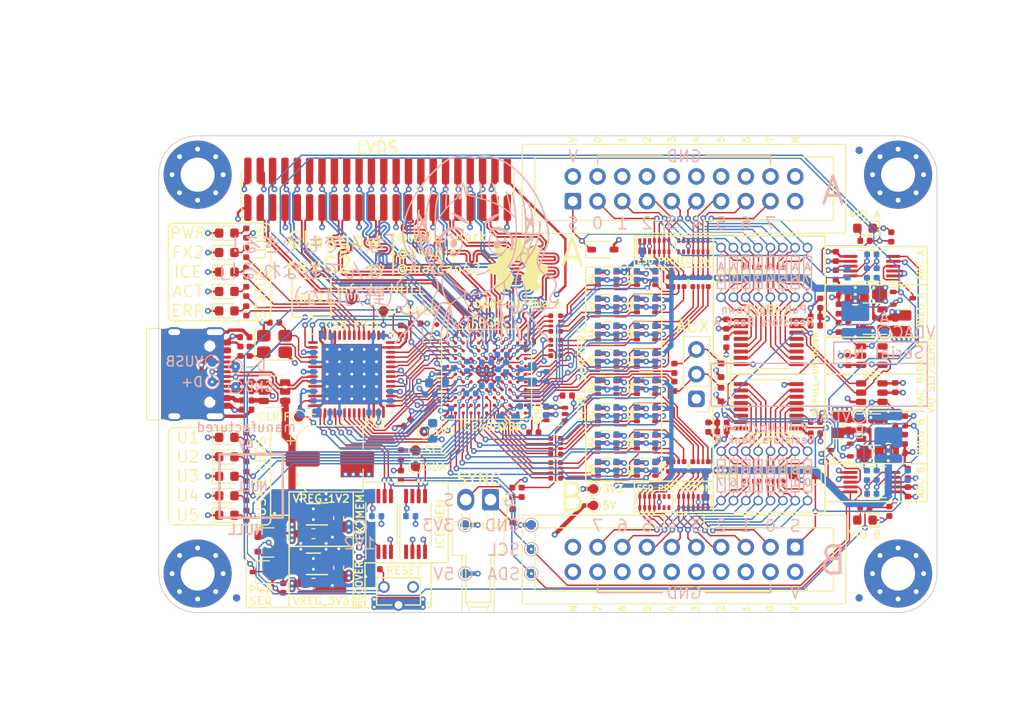
<source format=kicad_pcb>
(kicad_pcb (version 20241229) (generator "pcbnew") (generator_version "9.0")
  (title_block (title "base board") (rev "C2") (comment 1 "License 0BSD/Apache") (comment 2 "Author: @whitequark") (comment 3 "https://github.com/GlasgowEmbedded/glasgow"))
  (layers (0 "F.Cu" signal) (4 "In1.Cu" power) (6 "In2.Cu" power) (2 "B.Cu" signal) (13 "F.Paste" user) (15 "B.Paste" user) (5 "F.SilkS" user "F.Silkscreen") (7 "B.SilkS" user "B.Silkscreen") (1 "F.Mask" user) (3 "B.Mask" user) (25 "Edge.Cuts" user))
  (net 0 "")
  (net 1 "/SDA")
  (net 2 "+3V3")
  (net 3 "GND")
  (net 4 "/SCL")
  (net 5 "+5V")
  (net 6 "/~{CY_RESET}")
  (net 7 "/SHLD")
  (net 8 "/USB_P")
  (net 9 "/XTALOUT")
  (net 10 "/XTALIN")
  (net 11 "/USB_N")
  (net 12 "/D0")
  (net 13 "/D1")
  (net 14 "/D2")
  (net 15 "/D3")
  (net 16 "/D4")
  (net 17 "/D5")
  (net 18 "/D6")
  (net 19 "/D7")
  (net 20 "/FLAGA")
  (net 21 "/FLAGB")
  (net 22 "/FLAGC")
  (net 23 "/OE")
  (net 24 "/A0")
  (net 25 "/A1")
  (net 26 "/PKTEND")
  (net 27 "/FPGA_DONE")
  (net 28 "/~{FPGA_RESET}")
  (net 29 "+1V2")
  (net 30 "/CLKIF")
  (net 31 "/FLAGD")
  (net 32 "/VUSB")
  (net 33 "/LED_CY")
  (net 34 "Net-(D2-Pad2)")
  (net 35 "Net-(D5-Pad2)")
  (net 36 "/LED_ERR")
  (net 37 "/LED_ACT")
  (net 38 "Net-(D4-Pad2)")
  (net 39 "Net-(D3-Pad2)")
  (net 40 "/LED_FPGA")
  (net 41 "Net-(D1-Pad2)")
  (net 42 "/~{ALERT}")
  (net 43 "/CLKREF")
  (net 44 "/ENVB")
  (net 45 "/ENVA")
  (net 46 "/WR")
  (net 47 "/RD")
  (net 48 "/VCCPLL1")
  (net 49 "/VCCPLL0")
  (net 50 "/GNDPLL1")
  (net 51 "/GNDPLL0")
  (net 52 "Net-(D6-Pad2)")
  (net 53 "Net-(D10-Pad2)")
  (net 54 "Net-(D9-Pad2)")
  (net 55 "Net-(D8-Pad2)")
  (net 56 "Net-(D7-Pad2)")
  (net 57 "/IO_Banks/IO_Buffer_B/Y0")
  (net 58 "/IO_Banks/IO_Buffer_B/Z0")
  (net 59 "/IO_Banks/IO_Buffer_B/Y7")
  (net 60 "/IO_Banks/IO_Buffer_B/Z7")
  (net 61 "/IO_Banks/IO_Buffer_B/Y1")
  (net 62 "/IO_Banks/IO_Buffer_B/Y2")
  (net 63 "/IO_Banks/IO_Buffer_B/Y3")
  (net 64 "/IO_Banks/IO_Buffer_B/Y4")
  (net 65 "/IO_Banks/IO_Buffer_B/Y5")
  (net 66 "/IO_Banks/IO_Buffer_B/Y6")
  (net 67 "/IO_Banks/IO_Buffer_B/Z1")
  (net 68 "/IO_Banks/IO_Buffer_B/Z2")
  (net 69 "/IO_Banks/IO_Buffer_B/Z3")
  (net 70 "/IO_Banks/IO_Buffer_B/Z5")
  (net 71 "/IO_Banks/IO_Buffer_B/Z4")
  (net 72 "/IO_Banks/IO_Buffer_B/Z6")
  (net 73 "/IO_Banks/IO_Buffer_A/Y0")
  (net 74 "/IO_Banks/IO_Buffer_A/Z0")
  (net 75 "/IO_Banks/IO_Buffer_A/Y7")
  (net 76 "/IO_Banks/IO_Buffer_A/Z7")
  (net 77 "/IO_Banks/IO_Buffer_A/Y1")
  (net 78 "/IO_Banks/IO_Buffer_A/Y2")
  (net 79 "/IO_Banks/IO_Buffer_A/Y3")
  (net 80 "/IO_Banks/IO_Buffer_A/Y4")
  (net 81 "/IO_Banks/IO_Buffer_A/Y5")
  (net 82 "/IO_Banks/IO_Buffer_A/Y6")
  (net 83 "/IO_Banks/IO_Buffer_A/Z1")
  (net 84 "/IO_Banks/IO_Buffer_A/Z2")
  (net 85 "/IO_Banks/IO_Buffer_A/Z3")
  (net 86 "/IO_Banks/IO_Buffer_A/Z5")
  (net 87 "/IO_Banks/IO_Buffer_A/Z4")
  (net 88 "/IO_Banks/IO_Buffer_A/Z6")
  (net 89 "/IO_Banks/QB6")
  (net 90 "/IO_Banks/QB5")
  (net 91 "/IO_Banks/QB4")
  (net 92 "/IO_Banks/QB3")
  (net 93 "/IO_Banks/QB2")
  (net 94 "/IO_Banks/QB1")
  (net 95 "/IO_Banks/QB7")
  (net 96 "/IO_Banks/QB0")
  (net 97 "/IO_Banks/QA0")
  (net 98 "/IO_Banks/QA7")
  (net 99 "/IO_Banks/QA1")
  (net 100 "/IO_Banks/QA2")
  (net 101 "/IO_Banks/QA3")
  (net 102 "/IO_Banks/QA4")
  (net 103 "/IO_Banks/QA5")
  (net 104 "/IO_Banks/QA6")
  (net 105 "/IO_Banks/U1")
  (net 106 "/IO_Banks/IO_Buffer_A/VSENSE")
  (net 107 "/IO_Banks/VIOB")
  (net 108 "/IO_Banks/VIOA")
  (net 109 "/IO_Banks/U2")
  (net 110 "/IO_Banks/IO_Buffer_B/VSENSE")
  (net 111 "/IO_Banks/U5")
  (net 112 "/IO_Banks/U4")
  (net 113 "/IO_Banks/U3")
  (net 114 "/IO_Banks/Z0_P")
  (net 115 "/IO_Banks/Z2_N")
  (net 116 "/IO_Banks/Z3_N")
  (net 117 "/IO_Banks/Z3_P")
  (net 118 "/IO_Banks/Z6_P")
  (net 119 "/IO_Banks/Z8_P")
  (net 120 "/IO_Banks/Z10_P")
  (net 121 "/IO_Banks/Z11_P")
  (net 122 "/IO_Banks/Z11_N")
  (net 123 "/IO_Banks/Z0_N")
  (net 124 "/IO_Banks/Z2_P")
  (net 125 "/IO_Banks/Z4_P")
  (net 126 "/IO_Banks/Z5_P")
  (net 127 "/IO_Banks/Z6_N")
  (net 128 "/IO_Banks/Z8_N")
  (net 129 "/IO_Banks/Z10_N")
  (net 130 "/IO_Banks/Z12_N")
  (net 131 "/IO_Banks/Z12_P")
  (net 132 "/IO_Banks/Z1_N")
  (net 133 "/IO_Banks/Z4_N")
  (net 134 "/IO_Banks/Z5_N")
  (net 135 "/IO_Banks/Z7_N")
  (net 136 "/IO_Banks/Z9_P")
  (net 137 "/IO_Banks/Z9_N")
  (net 138 "/IO_Banks/Z1_P")
  (net 139 "/IO_Banks/VIO_AUX")
  (net 140 "/IO_Banks/Z7_P")
  (net 141 "/IO_Banks/DA0")
  (net 142 "/IO_Banks/DA4")
  (net 143 "/IO_Banks/DA6")
  (net 144 "/IO_Banks/DA1")
  (net 145 "/IO_Banks/DA3")
  (net 146 "/IO_Banks/DA5")
  (net 147 "/IO_Banks/DA7")
  (net 148 "/IO_Banks/DB0")
  (net 149 "/IO_Banks/DB4")
  (net 150 "/IO_Banks/DB6")
  (net 151 "/IO_Banks/DB1")
  (net 152 "/IO_Banks/DB3")
  (net 153 "/IO_Banks/DB5")
  (net 154 "/IO_Banks/DB7")
  (net 155 "/IO_Banks/DA2")
  (net 156 "/IO_Banks/DB2")
  (net 157 "/IO_Banks/IO_Buffer_B/VFB")
  (net 158 "/IO_Banks/IO_Buffer_A/VFB")
  (net 159 "/IO_Banks/~{SYNC}")
  (net 160 "Net-(R40-Pad1)")
  (net 161 "Net-(R37-Pad1)")
  (net 162 "Net-(R36-Pad1)")
  (net 163 "Net-(R10-Pad1)")
  (net 164 "Net-(R39-Pad2)")
  (net 165 "Net-(R43-Pad2)")
  (net 166 "Net-(R38-Pad2)")
  (net 167 "Net-(D12-Pad1)")
  (net 168 "Net-(D13-Pad1)")
  (net 169 "Net-(R45-Pad2)")
  (net 170 "Net-(R45-Pad1)")
  (net 171 "Net-(D14-Pad2)")
  (net 172 "Net-(D15-Pad2)")
  (net 173 "Net-(RN1-Pad5)")
  (net 174 "Net-(RN1-Pad6)")
  (net 175 "Net-(RN1-Pad7)")
  (net 176 "Net-(RN2-Pad5)")
  (net 177 "Net-(RN2-Pad6)")
  (net 178 "Net-(RN2-Pad8)")
  (net 179 "Net-(RN2-Pad7)")
  (net 180 "Net-(RN7-Pad5)")
  (net 181 "Net-(RN7-Pad6)")
  (net 182 "Net-(RN7-Pad7)")
  (net 183 "Net-(RN8-Pad5)")
  (net 184 "Net-(RN8-Pad6)")
  (net 185 "Net-(RN8-Pad8)")
  (net 186 "Net-(RN8-Pad7)")
  (net 187 "/xVBUS")
  (net 188 "/CC1")
  (net 189 "/CC2")
  (net 190 "Net-(C44-Pad2)")
  (net 191 "Net-(C44-Pad1)")
  (net 192 "Net-(C58-Pad2)")
  (net 193 "Net-(C58-Pad1)")
  (net 194 "Net-(D18-Pad3)")
  (net 195 "/IO_Banks/IO_Buffer_B/VIO_EN")
  (net 196 "Net-(D19-Pad3)")
  (net 197 "/IO_Banks/IO_Buffer_A/VIO_EN")
  (net 198 "Net-(D24-Pad2)")
  (net 199 "Net-(R4-Pad2)")
  (net 200 "Net-(R6-Pad1)")
  (net 201 "Net-(R56-Pad1)")
  (net 202 "/IO_Banks/IO_Buffer_B/ISNS_H")
  (net 203 "/IO_Banks/IO_Buffer_A/ISNS_H")
  (net 204 "/SWSH")
  (net 205 "Net-(C90-Pad2)")
  (net 206 "Net-(C91-Pad2)")
  (net 207 "/IO_Banks/IO_Buffer_B/X0")
  (net 208 "/IO_Banks/IO_Buffer_A/X0")
  (net 209 "/IO_Banks/IO_Buffer_B/P7")
  (net 210 "/IO_Banks/IO_Buffer_B/P6")
  (net 211 "/IO_Banks/IO_Buffer_B/P5")
  (net 212 "/IO_Banks/IO_Buffer_B/P4")
  (net 213 "/IO_Banks/IO_Buffer_B/P3")
  (net 214 "/IO_Banks/IO_Buffer_B/P2")
  (net 215 "/IO_Banks/IO_Buffer_B/P1")
  (net 216 "/IO_Banks/IO_Buffer_B/P0")
  (net 217 "/IO_Banks/IO_Buffer_A/P7")
  (net 218 "/IO_Banks/IO_Buffer_A/P6")
  (net 219 "/IO_Banks/IO_Buffer_A/P5")
  (net 220 "/IO_Banks/IO_Buffer_A/P4")
  (net 221 "/IO_Banks/IO_Buffer_A/P3")
  (net 222 "/IO_Banks/IO_Buffer_A/P2")
  (net 223 "/IO_Banks/IO_Buffer_A/P1")
  (net 224 "/IO_Banks/IO_Buffer_A/P0")
  (net 225 "/~{MR}")
  (net 226 "/IO_Banks/IO_Buffer_B/VDAC")
  (net 227 "/IO_Banks/IO_Buffer_A/VDAC")
  (footprint "TestPoint:TestPoint_Pad_D1.0mm" (layer "F.Cu") (at 76.4 105)
    (property "Reference" "TP5" (hide yes))
    (property "Value" "SCL")
  )
  (footprint "TestPoint:TestPoint_Pad_D1.0mm" (layer "F.Cu") (at 76.4 103.3)
    (property "Reference" "TP4" (hide yes))
    (property "Value" "SDA")
  )
  (footprint "Fiducial:Fiducial_0.75mm_Mask1.5mm" (layer "F.Cu") (at 58 118.5)
    (property "Reference" "FID1" (hide yes))
    (property "Value" "Fiducial_0.75mm_Mask1.5mm" (hide yes))
  )
  (footprint "Fiducial:Fiducial_0.75mm_Mask1.5mm" (layer "F.Cu") (at 122 72.5)
    (property "Reference" "FID2" (hide yes))
    (property "Value" "Fiducial_0.75mm_Mask1.5mm" (hide yes))
  )
  (footprint "Capacitor_SMD:C_0402_1005Metric" (layer "F.Cu") (at 127 107.6 90)
    (property "Reference" "C30" (hide yes))
    (property "Value" "u1")
  )
  (footprint "Resistor_SMD:R_0402_1005Metric" (layer "F.Cu") (at 59 108 -90)
    (property "Reference" "R22" (hide yes))
    (property "Value" "10k")
  )
  (footprint "Resistor_SMD:R_0402_1005Metric" (layer "F.Cu") (at 59 110 -90)
    (property "Reference" "R23" (hide yes))
    (property "Value" "4k7")
  )
  (footprint "TestPoint:TestPoint_Pad_D1.0mm" (layer "F.Cu") (at 73.1 89)
    (property "Reference" "TP6" (hide yes))
    (property "Value" "CLKREF")
  )
  (footprint "Resistor_SMD:R_0402_1005Metric" (layer "F.Cu") (at 75.55 100.5 45)
    (property "Reference" "R9" (hide yes))
    (property "Value" "100k")
  )
  (footprint "Package_DFN_QFN:Cypress_QFN-56-1EP_8x8mm_P0.5mm_EP6.22x6.22mm_ThermalVias" (layer "F.Cu") (at 69.85 95.5)
    (property "Reference" "U1" (hide yes))
    (property "Value" "CY7C68013A-56LTX")
  )
  (footprint "Resistor_SMD:R_0402_1005Metric" (layer "F.Cu") (at 120.9 90.7 90)
    (property "Reference" "R33" (hide yes))
    (property "Value" "49k9")
  )
  (footprint "LED_SMD:LED_0603_1608Metric" (layer "F.Cu") (at 57 102)
    (property "Reference" "D6" (hide yes))
    (property "Value" "BLU")
  )
  (footprint "LED_SMD:LED_0603_1608Metric" (layer "F.Cu") (at 57 106)
    (property "Reference" "D8" (hide yes))
    (property "Value" "WHT")
  )
  (footprint "LED_SMD:LED_0603_1608Metric" (layer "F.Cu") (at 57 89)
    (property "Reference" "D5" (hide yes))
    (property "Value" "RED")
  )
  (footprint "LED_SMD:LED_0603_1608Metric" (layer "F.Cu") (at 57 87)
    (property "Reference" "D4" (hide yes))
    (property "Value" "YEL")
  )
  (footprint "LED_SMD:LED_0603_1608Metric" (layer "F.Cu") (at 57 85)
    (property "Reference" "D3" (hide yes))
    (property "Value" "GRN")
  )
  (footprint "LED_SMD:LED_0603_1608Metric" (layer "F.Cu") (at 57 83)
    (property "Reference" "D2" (hide yes))
    (property "Value" "GRN")
  )
  (footprint "Resistor_SMD:R_0402_1005Metric" (layer "F.Cu") (at 59 85 90)
    (property "Reference" "R14" (hide yes))
    (property "Value" "20k")
  )
  (footprint "Resistor_SMD:R_0402_1005Metric" (layer "F.Cu") (at 59 87 90)
    (property "Reference" "R15" (hide yes))
    (property "Value" "2k2")
  )
  (footprint "Resistor_SMD:R_0402_1005Metric" (layer "F.Cu") (at 59 104 -90)
    (property "Reference" "R20" (hide yes))
    (property "Value" "10k")
  )
  (footprint "Glasgow:SOT-363_SC-70-6" (layer "F.Cu") (at 100.1 99.7)
    (property "Reference" "U27" (hide yes))
    (property "Value" "SN74LVC1T45DCKR")
  )
  (footprint "Glasgow:SOT-363_SC-70-6" (layer "F.Cu") (at 100.1 96.9)
    (property "Reference" "U26" (hide yes))
    (property "Value" "SN74LVC1T45DCKR")
  )
  (footprint "Glasgow:SOT-363_SC-70-6" (layer "F.Cu") (at 100.1 91.3)
    (property "Reference" "U17" (hide yes))
    (property "Value" "SN74LVC1T45DCKR")
  )
  (footprint "Glasgow:SOT-363_SC-70-6" (layer "F.Cu") (at 96.1 94.1)
    (property "Reference" "U10" (hide yes))
    (property "Value" "SN74LVC1T45DCKR")
  )
  (footprint "Glasgow:SOT-363_SC-70-6" (layer "F.Cu") (at 96.1 91.3)
    (property "Reference" "U9" (hide yes))
    (property "Value" "SN74LVC1T45DCKR")
  )
  (footprint "Glasgow:SOT-363_SC-70-6" (layer "F.Cu") (at 96.1 88.5)
    (property "Reference" "U6" (hide yes))
    (property "Value" "SN74LVC1T45DCKR")
  )
  (footprint "Glasgow:SOT-363_SC-70-6" (layer "F.Cu") (at 96.1 96.9)
    (property "Reference" "U22" (hide yes))
    (property "Value" "SN74LVC1T45DCKR")
  )
  (footprint "Glasgow:SOT-363_SC-70-6" (layer "F.Cu") (at 96.1 102.5)
    (property "Reference" "U24" (hide yes))
    (property "Value" "SN74LVC1T45DCKR")
  )
  (footprint "Glasgow:SOT-363_SC-70-6" (layer "F.Cu") (at 96.1 105.3)
    (property "Reference" "U25" (hide yes))
    (property "Value" "SN74LVC1T45DCKR")
  )
  (footprint "Capacitor_SMD:C_0402_1005Metric" (layer "F.Cu") (at 120.4 87.4 180)
    (property "Reference" "C57" (hide yes))
    (property "Value" "u1")
  )
  (footprint "LED_SMD:LED_0603_1608Metric" (layer "F.Cu") (at 57 81)
    (property "Reference" "D1" (hide yes))
    (property "Value" "GRN")
  )
  (footprint "Glasgow:PinSocket_1x08_P1.27mm_Vertical_DNP" (layer "F.Cu") (at 107.8 87.6 90)
    (property "Reference" "J9" (hide yes))
    (property "Value" "Conn_01x08" (hide yes))
  )
  (footprint "Glasgow:PinSocket_1x08_P1.27mm_Vertical_DNP" (layer "F.Cu") (at 116.7 108.5 -90)
    (property "Reference" "J6" (hide yes))
    (property "Value" "Conn_01x08" (hide yes))
  )
  (footprint "Capacitor_SMD:C_0603_1608Metric" (layer "F.Cu") (at 126.9 90.3 90)
    (property "Reference" "C82" (hide yes))
    (property "Value" "4u7")
  )
  (footprint "Capacitor_SMD:C_0603_1608Metric" (layer "F.Cu") (at 119.7 100.7 -90)
    (property "Reference" "C31" (hide yes))
    (property "Value" "4u7")
  )
  (footprint "Capacitor_SMD:C_0603_1608Metric" (layer "F.Cu") (at 123.3 103.7 180)
    (property "Reference" "C53" (hide yes))
    (property "Value" "4u7")
  )
  (footprint "Resistor_SMD:R_0402_1005Metric" (layer "F.Cu") (at 125.7 102.2 -90)
    (property "Reference" "R28" (hide yes))
    (property "Value" "59k")
  )
  (footprint "Resistor_SMD:R_0402_1005Metric" (layer "F.Cu") (at 125.7 100.3 -90)
    (property "Reference" "R27" (hide yes))
    (property "Value" "49k9")
  )
  (footprint "Fiducial:Fiducial_0.75mm_Mask1.5mm" (layer "F.Cu") (at 122 118.5)
    (property "Reference" "FID3" (hide yes))
    (property "Value" "Fiducial_0.75mm_Mask1.5mm" (hide yes))
  )
  (footprint "Fiducial:Fiducial_0.5mm_Dia_1mm_Outer" (layer "F.Cu") (at 78.6 90.4)
    (property "Reference" "FID8" (hide yes))
    (property "Value" "Fiducial_0.5mm_Dia_1mm_Outer" (hide yes))
  )
  (footprint "Capacitor_SMD:C_0402_1005Metric" (layer "F.Cu") (at 125.7 90.3 90)
    (property "Reference" "C59" (hide yes))
    (property "Value" "u1")
  )
  (footprint "Resistor_SMD:R_0402_1005Metric" (layer "F.Cu") (at 120.9 88.8 90)
    (property "Reference" "R34" (hide yes))
    (property "Value" "59k")
  )
  (footprint "Capacitor_SMD:C_0402_1005Metric" (layer "F.Cu") (at 59.35 93.15 90)
    (property "Reference" "C12" (hide yes))
    (property "Value" "9p")
  )
  (footprint "Resistor_SMD:R_0402_1005Metric" (layer "F.Cu") (at 59 89 90)
    (property "Reference" "R16" (hide yes))
    (property "Value" "10k")
  )
  (footprint "Resistor_SMD:R_0402_1005Metric" (layer "F.Cu") (at 76.4 90.3)
    (property "Reference" "R17" (hide yes))
    (property "Value" "100k")
  )
  (footprint "Resistor_SMD:R_0402_1005Metric" (layer "F.Cu") (at 59 81 90)
    (property "Reference" "R12" (hide yes))
    (property "Value" "20k")
  )
  (footprint "Resistor_SMD:R_0402_1005Metric" (layer "F.Cu") (at 59 83 90)
    (property "Reference" "R13" (hide yes))
    (property "Value" "20k")
  )
  (footprint "Glasgow:Crystal_SMD_3225-4Pin_3.2x2.5mm" (layer "F.Cu") (at 61.9 92.4)
    (property "Reference" "Y1" (hide yes))
    (property "Value" "24M")
  )
  (footprint "Package_BGA:BGA-121_9.0x9.0mm_Layout11x11_P0.8mm_Ball0.4mm_Pad0.35mm_NSMD" (layer "F.Cu") (at 83.7 95.5 -90)
    (property "Reference" "U30" (hide yes))
    (property "Value" "ICE40HX8K-BG121")
  )
  (footprint "Capacitor_SMD:C_0402_1005Metric" (layer "F.Cu") (at 58.85 91.7 180)
    (property "Reference" "C13" (hide yes))
    (property "Value" "u1")
  )
  (footprint "Glasgow:SOT-363_SC-70-6" (layer "F.Cu") (at 100.1 88.5)
    (property "Reference" "U16" (hide yes))
    (property "Value" "SN74LVC1T45DCKR")
  )
  (footprint "Glasgow:SOT-363_SC-70-6" (layer "F.Cu") (at 100.1 85.7)
    (property "Reference" "U11" (hide yes))
    (property "Value" "SN74LVC1T45DCKR")
  )
  (footprint "Resistor_SMD:R_0402_1005Metric" (layer "F.Cu") (at 59 106 -90)
    (property "Reference" "R21" (hide yes))
    (property "Value" "6k8")
  )
  (footprint "LED_SMD:LED_0603_1608Metric" (layer "F.Cu") (at 57 108)
    (property "Reference" "D9" (hide yes))
    (property "Value" "PNK")
  )
  (footprint "Resistor_SMD:R_0402_1005Metric" (layer "F.Cu") (at 59 102 -90)
    (property "Reference" "R11" (hide yes))
    (property "Value" "4k7")
  )
  (footprint "LED_SMD:LED_0603_1608Metric" (layer "F.Cu") (at 57 104)
    (property "Reference" "D7" (hide yes))
    (property "Value" "PNK")
  )
  (footprint "LED_SMD:LED_0603_1608Metric" (layer "F.Cu") (at 57 110)
    (property "Reference" "D10" (hide yes))
    (property "Value" "BLU")
  )
  (footprint "Resistor_SMD:R_0402_1005Metric" (layer "F.Cu") (at 125.3 81.4 90)
    (property "Reference" "R18" (hide yes))
    (property "Value" "10k")
  )
  (footprint "Glasgow:PinSocket_1x08_P1.27mm_Vertical_DNP" (layer "F.Cu") (at 116.7 103.42 -90)
    (property "Reference" "J7" (hide yes))
    (property "Value" "Conn_01x08" (hide yes))
  )
  (footprint "Glasgow:SOT-23-5" (layer "F.Cu") (at 123.3 101.2)
    (property "Reference" "U14" (hide yes))
    (property "Value" "TPS73101DBV")
  )
  (footprint "Capacitor_SMD:C_0402_1005Metric" (layer "F.Cu") (at 107.9 101.4 180)
    (property "Reference" "C29" (hide yes))
    (property "Value" "u1")
  )
  (footprint "Capacitor_SMD:C_0402_1005Metric" (layer "F.Cu") (at 126.2 103.6)
    (property "Reference" "C46" (hide yes))
    (property "Value" "u1")
  )
  (footprint "Resistor_SMD:R_0402_1005Metric" (layer "F.Cu") (at 125.1 109.6 -90)
    (property "Reference" "R19" (hide yes))
    (property "Value" "10k")
  )
  (footprint "Glasgow:SOT-363_SC-70-6" (layer "F.Cu") (at 100.1 94.1)
    (property "Reference" "U18" (hide yes))
    (property "Value" "SN74LVC1T45DCKR")
  )
  (footprint "Glasgow:R_0402_1005Metric_DNP" (layer "F.Cu") (at 70.6 113.8 -90)
    (property "Reference" "R40" (hide yes))
    (property "Value" "DNP")
  )
  (footprint "Package_SO:TSSOP-16_4.4x5mm_P0.65mm" (layer "F.Cu") (at 112.7 92.2)
    (property "Reference" "U19" (hide yes))
    (property "Value" "PCA6408APW")
  )
  (footprint "Resistor_SMD:R_0402_1005Metric" (layer "F.Cu") (at 103 96.75 90)
    (property "Reference" "R39" (hide yes))
    (property "Value" "47R")
  )
  (footprint "Resistor_SMD:R_0402_1005Metric" (layer "F.Cu") (at 103 94.9 -90)
    (property "Reference" "R43" (hide yes))
    (property "Value" "47R")
  )
  (footprint "Glasgow:SOT-363_SC-70-6" (layer "F.Cu") (at 100.1 102.5)
    (property "Reference" "U28" (hide yes))
    (property "Value" "SN74LVC1T45DCKR")
  )
  (footprint "Glasgow:SOT-363_SC-70-6" (layer "F.Cu") (at 96.1 99.7)
    (property "Reference" "U23" (hide yes))
    (property "Value" "SN74LVC1T45DCKR")
  )
  (footprint "Capacitor_SMD:C_0402_1005Metric" (layer "F.Cu") (at 117.515 101.6)
    (property "Reference" "C22" (hide yes))
    (property "Value" "u1")
  )
  (footprint "Resistor_SMD:R_0402_1005Metric" (layer "F.Cu") (at 86.35 107.65 90)
    (property "Reference" "R44" (hide yes))
    (property "Value" "10k")
  )
  (footprint "Resistor_SMD:R_0402_1005Metric" (layer "F.Cu") (at 117.5 100.4)
    (property "Reference" "R36" (hide yes))
    (property "Value" "10k")
  )
  (footprint "Resistor_SMD:R_0402_1005Metric" (layer "F.Cu") (at 107.9 100.5)
    (property "Reference" "R41" (hide yes))
    (property "Value" "2k2")
  )
  (footprint "Capacitor_SMD:C_0402_1005Metric" (layer "F.Cu") (at 108.35 90.35 -90)
    (property "Reference" "C84" (hide yes))
    (property "Value" "u1")
  )
  (footprint "Capacitor_SMD:C_0402_1005Metric" (layer "F.Cu") (at 120.9 100.7 -90)
    (property "Reference" "C45" (hide yes))
    (property "Value" "u1")
  )
  (footprint "Package_SO:TSSOP-16_4.4x5mm_P0.65mm" (layer "F.Cu") (at 112.7 98.8 180)
    (property "Reference" "U5" (hide yes))
    (property "Value" "PCA6408APW")
  )
  (footprint "Resistor_SMD:R_0402_1005Metric" (layer "F.Cu") (at 117.5 90.5 180)
    (property "Reference" "R42" (hide yes))
    (property "Value" "2k2")
  )
  (footprint "Resistor_SMD:R_0402_1005Metric" (layer "F.Cu") (at 119.9 88.8 -90)
    (property "Reference" "R35" (hide yes))
    (property "Value" "24k3")
  )
  (footprint "Resistor_SMD:R_0402_1005Metric" (layer "F.Cu") (at 126.7 102.2 90)
    (property "Reference" "R29" (hide yes))
    (property "Value" "24k3")
  )
  (footprint "Resistor_SMD:R_0402_1005Metric" (layer "F.Cu") (at 92 97.7 180)
    (property "Reference" "R10" (hide yes))
    (property "Value" "2k2")
  )
  (footprint "TestPoint:TestPoint_Pad_D1.0mm" (layer "F.Cu") (at 94.7 107.3)
    (property "Reference" "TP3" (hide yes))
    (property "Value" "3V3")
  )
  (footprint "TestPoint:TestPoint_Pad_D1.0mm" (layer "F.Cu") (at 94.7 109)
    (property "Reference" "TP1" (hide yes))
    (property "Value" "5V")
  )
  (footprint "Resistor_SMD:R_0402_1005Metric" (layer "F.Cu") (at 74.9 105.9 90)
    (property "Reference" "R2" (hide yes))
    (property "Value" "2k2")
  )
  (footprint "Glasgow:D_SOD-523" (layer "F.Cu") (at 107.8 97.6 -90)
    (property "Reference" "D12" (hide yes))
    (property "Value" "ESD5Z5.0T1G")
  )
  (footprint "Resistor_SMD:R_0402_1005Metric" (layer "F.Cu") (at 88.55 101.5 180)
    (property "Reference" "R45" (hide yes))
    (property "Value" "47R")
  )
  (footprint "Connector_PinHeader_2.54mm:PinHeader_1x03_P2.54mm_Vertical" (layer "F.Cu") (at 105.27 98.04 180)
    (property "Reference" "J10" (hide yes))
    (property "Value" "AUX")
  )
  (footprint "Glasgow:MountingHole_3.5mm_Pad_Via_CrtYd" (layer "F.Cu") (at 54 116)
    (property "Reference" "MK1" (hide yes))
    (property "Value" "Mounting_Hole_PAD" (hide yes))
  )
  (footprint "Glasgow:MountingHole_3.5mm_Pad_Via_CrtYd" (layer "F.Cu") (at 54 75)
    (property "Reference" "MK2" (hide yes))
    (property "Value" "Mounting_Hole_PAD" (hide yes))
  )
  (footprint "Glasgow:MountingHole_3.5mm_Pad_Via_CrtYd" (layer "F.Cu") (at 126 116)
    (property "Reference" "MK4" (hide yes))
    (property "Value" "Mounting_Hole_PAD" (hide yes))
  )
  (footprint "Capacitor_SMD:C_0603_1608Metric" (layer "F.Cu") (at 123.3 87.3)
    (property "Reference" "C83" (hide yes))
    (property "Value" "4u7")
  )
  (footprint "Glasgow:MountingHole_3.5mm_Pad_Via_CrtYd" (layer "F.Cu") (at 126 75)
    (property "Reference" "MK3" (hide yes))
    (property "Value" "Mounting_Hole_PAD" (hide yes))
  )
  (footprint "Glasgow:PinSocket_1x08_P1.27mm_Vertical_DNP" (layer "F.Cu") (at 107.8 82.5 90)
    (property "Reference" "J8" (hide yes))
    (property "Value" "Conn_01x08" (hide yes))
  )
  (footprint "LED_SMD:LED_0603_1608Metric" (layer "F.Cu") (at 122.6 80.5 180)
    (property "Reference" "D15" (hide yes))
    (property "Value" "GRN")
  )
  (footprint "Capacitor_SMD:C_0402_1005Metric" (layer "F.Cu") (at 119.6 83.4 -90)
    (property "Reference" "C55" (hide yes))
    (property "Value" "u1")
  )
  (footprint "Connector_IDC:IDC-Header_2x10_P2.54mm_Vertical" (layer "F.Cu") (at 92.57 77.72 90)
    (property "Reference" "J2" (hide yes))
    (property "Value" "IDC-Header_2x10_P2.54mm")
  )
  (footprint "Resistor_SMD:R_0402_1005Metric" (layer "F.Cu") (at 122.6 109.2 180)
    (property "Reference" "R46" (hide yes))
    (property "Value" "20k")
  )
  (footprint "Resistor_SMD:R_0402_1005Metric" (layer "F.Cu") (at 122.6 81.8 180)
    (property "Reference" "R47" (hide yes))
    (property "Value" "20k")
  )
  (footprint "TestPoint:TestPoint_Pad_D1.0mm" (layer "F.Cu") (at 77.3 101.4)
    (property "Reference" "TP2" (hide yes))
    (property "Value" "1V2")
  )
  (footprint "LED_SMD:LED_0603_1608Metric" (layer "F.Cu") (at 122.6 110.5 180)
    (property "Reference" "D14" (hide yes))
    (property "Value" "GRN")
  )
  (footprint "Glasgow:SOT-23-5" (layer "F.Cu") (at 123.3 89.8 180)
    (property "Reference" "U31" (hide yes))
    (property "Value" "TPS73101DBV")
  )
  (footprint "Glasgow:D_SOD-523" (layer "F.Cu") (at 86.4 110.1 -90)
    (property "Reference" "D11" (hide yes))
    (property "Value" "ESD5Z5.0T1G")
  )
  (footprint "Resistor_SMD:R_0402_1005Metric" (layer "F.Cu") (at 74.9 103.8 -90)
    (property "Reference" "R1" (hide yes))
    (property "Value" "2k2")
  )
  (footprint "Glasgow:R_Array_Convex_4x0402" (layer "F.Cu") (at 105.7 105 -90)
    (property "Reference" "RN3" (hide yes))
    (property "Value" "33R")
  )
  (footprint "Glasgow:R_Array_Convex_4x0402" (layer "F.Cu") (at 103.2 105 -90)
    (property "Reference" "RN4" (hide yes))
    (property "Value" "33R")
  )
  (footprint "Glasgow:R_Array_Convex_4x0402" (layer "F.Cu") (at 113.4 106 90)
    (property "Reference" "RN5" (hide yes))
    (property "Value" "10k")
  )
  (footprint "Glasgow:R_Array_Convex_4x0402" (layer "F.Cu") (at 110.9 106 90)
    (property "Reference" "RN6" (hide yes))
    (property "Value" "10k")
  )
  (footprint "Glasgow:R_Array_Convex_4x0402" (layer "F.Cu") (at 90.8 90.3)
    (property "Reference" "RN7" (hide yes))
    (property "Value" "33R")
  )
  (footprint "Glasgow:R_Array_Convex_4x0402" (layer "F.Cu") (at 90.8 92.8)
    (property "Reference" "RN8" (hide yes))
    (property "Value" "33R")
  )
  (footprint "Glasgow:R_Array_Convex_4x0402" (layer "F.Cu") (at 105.7 86 90)
    (property "Reference" "RN10" (hide yes))
    (property "Value" "33R")
  )
  (footprint "Glasgow:R_Array_Convex_4x0402" (layer "F.Cu") (at 110.9 85 -90)
    (property "Reference" "RN11" (hide yes))
    (property "Value" "10k")
  )
  (footprint "Glasgow:R_Array_Convex_4x0402" (layer "F.Cu") (at 113.4 85 -90)
    (property "Reference" "RN12" (hide yes))
    (property "Value" "10k")
  )
  (footprint "Glasgow:SOT-363_SC-70-6" (layer "F.Cu") (at 96.1 85.7)
    (property "Reference" "U4" (hide yes))
    (property "Value" "SN74LVC1T45DCKR")
  )
  (footprint "Glasgow:SOT-363_SC-70-6" (layer "F.Cu") (at 90.8 99.6)
    (property "Reference" "U32" (hide yes))
    (property "Value" "SN74LVC1T45DCKR")
  )
  (footprint "Glasgow:SOT-363_SC-70-6" (layer "F.Cu") (at 100.1 105.3)
    (property "Reference" "U29" (hide yes))
    (property "Value" "SN74LVC1T45DCKR")
  )
  (footprint "Glasgow:D_SOD-523" (layer "F.Cu") (at 107.8 95.1 -90)
    (property "Reference" "D13" (hide yes))
    (property "Value" "ESD5Z5.0T1G")
  )
  (footprint "Glasgow:R_Array_Convex_4x0402" (layer "F.Cu") (at 90.8 105.4)
    (property "Reference" "RN2" (hide yes))
    (property "Value" "33R")
  )
  (footprint "Glasgow:R_Array_Convex_4x0402" (layer "F.Cu") (at 90.8 102.9)
    (property "Reference" "RN1" (hide yes))
    (property "Value" "33R")
  )
  (footprint "Resistor_SMD:R_0402_1005Metric" (layer "F.Cu") (at 108.35 92.25 -90)
    (property "Reference" "R37" (hide yes))
    (property "Value" "10k")
  )
  (footprint "Glasgow:USB_C_Receptacle_HRO_TYPE-C-31-M-12" (layer "F.Cu") (at 52.65 95.5 -90)
    (property "Reference" "J1")
    (property "Value" "USB_C_USB2.0")
  )
  (footprint "Capacitor_SMD:C_0402_1005Metric" (layer "F.Cu") (at 61.9 90.2 180)
    (property "Reference" "C11" (hide yes))
    (property "Value" "9p")
  )
  (footprint "Resistor_SMD:R_0402_1005Metric" (layer "F.Cu") (at 58.4 93.15 -90)
    (property "Reference" "R53" (hide yes))
    (property "Value" "5k1")
  )
  (footprint "Capacitor_SMD:C_0402_1005Metric" (layer "F.Cu") (at 59.05 96.3 180)
    (property "Reference" "C8" (hide yes))
    (property "Value" "u1")
  )
  (footprint "Inductor_SMD:L_0402_1005Metric" (layer "F.Cu") (at 59.05 98.2)
    (property "Reference" "FB1" (hide yes))
    (property "Value" "600R, 0.5A")
  )
  (footprint "Glasgow:SOT-23-6" (layer "F.Cu") (at 61.9 97.3)
    (property "Reference" "U15" (hide yes))
    (property "Value" "TPD3S014")
  )
  (footprint "Resistor_SMD:R_0402_1005Metric" (layer "F.Cu") (at 59.05 97.25 180)
    (property "Reference" "R52" (hide yes))
    (property "Value" "5k1")
  )
  (footprint "Glasgow:D_SOD-323" (layer "F.Cu") (at 116.35 106 180)
    (property "Reference" "D16" (hide yes))
    (property "Value" "CDSOD323-T36S")
  )
  (footprint "Glasgow:D_SOD-323" (layer "F.Cu") (at 95.65 82.7)
    (property "Reference" "D17" (hide yes))
    (property "Value" "CDSOD323-T36S")
  )
  (footprint "Glasgow:SOT-323_SC-70" (layer "F.Cu") (at 120.1 103.3 180)
    (property "Reference" "D18" (hide yes))
    (property "Value" "BAT54CW")
  )
  (footprint "Glasgow:SOT-323_SC-70" (layer "F.Cu") (at 126.5 87.7)
    (property "Reference" "D19" (hide yes))
    (property "Value" "BAT54CW")
  )
  (footprint "Resistor_SMD:R_0402_1005Metric" (layer "F.Cu") (at 126.7 100.3 -90)
    (property "Reference" "R26" (hide yes))
    (property "Value" "10k")
  )
  (footprint "Package_SO:VSSOP-10_3x3mm_P0.5mm" (layer "F.Cu") (at 123.3 106.6)
    (property "Reference" "U12" (hide yes))
    (property "Value" "INA233")
  )
  (footprint "Glasgow:UDFN-14_3.5x1.35mm_P0.5mm" (layer "F.Cu") (at 100.95 108.65 90)
    (property "Reference" "D21" (hide yes))
    (property "Value" "SP3012-06UTG")
  )
  (footprint "Glasgow:UDFN-14_3.5x1.35mm_P0.5mm" (layer "F.Cu") (at 104.95 82.35 -90)
    (property "Reference" "D23" (hide yes))
    (property "Value" "SP3012-06UTG")
  )
  (footprint "Capacitor_SMD:C_0402_1005Metric" (layer "F.Cu") (at 62.4 110.6 180)
    (property "Reference" "C16" (hide yes))
    (property "Value" "u1")
  )
  (footprint "Capacitor_SMD:C_0402_1005Metric" (layer "F.Cu") (at 74.9 90.985 90)
    (property "Reference" "C88" (hide yes))
    (property "Value" "u1")
  )
  (footprint "Glasgow:SOT-323_SC-70" (layer "F.Cu") (at 60.7 115.85 180)
    (property "Reference" "D24" (hide yes))
    (property "Value" "BAT54AW")
  )
  (footprint "Resistor_SMD:R_0402_1005Metric" (layer "F.Cu") (at 62.8 117.485 90)
    (property "Reference" "R4" (hide yes))
    (property "Value" "100k")
  )
  (footprint "Resistor_SMD:R_0402_1005Metric" (layer "F.Cu") (at 62.8 115.585 90)
    (property "Reference" "R5" (hide yes))
    (property "Value" "100k")
  )
  (footprint "Resistor_SMD:R_0402_1005Metric" (layer "F.Cu") (at 106.5 100.95 -90)
    (property "Reference" "R57" (hide yes))
    (property "Value" "2k2")
  )
  (footprint "Resistor_SMD:R_0402_1005Metric" (layer "F.Cu") (at 118 88.2 90)
    (property "Reference" "R58" (hide yes))
    (property "Value" "2k2")
  )
  (footprint "Resistor_SMD:R_0402_1005Metric" (layer "F.Cu") (at 87.3 107.65 90)
    (property "Reference" "R38" (hide yes))
    (property "Value" "47R")
  )
  (footprint "Glasgow:PinHeader_2x22_P1.27mm_Vertical__SMD" (layer "F.Cu") (at 72.5 76.5 90)
    (property "Reference" "J5" (hide yes))
    (property "Value" "PinHeader_2x22_P1.27mm")
  )
  (footprint "Resistor_SMD:R_0402_1005Metric" (layer "F.Cu") (at 59.05 99.15 180)
    (property "Reference" "R3" (hide yes))
    (property "Value" "100k")
  )
  (footprint "TestPoint:TestPoint_Pad_D1.0mm" (layer "F.Cu") (at 64.4 99.9)
    (property "Reference" "TP7" (hide yes))
    (property "Value" "3V3")
  )
  (footprint "Capacitor_SMD:CP_Elec_6.3x5.9" (layer "F.Cu") (at 67.6 104.2)
    (property "Reference" "C87" (hide yes))
    (property "Value" "150u")
  )
  (footprint "Package_SO:TSSOP-8_4.4x3mm_P0.65mm" (layer "F.Cu") (at 76.4 110.9 90)
    (property "Reference" "U2" (hide yes))
    (property "Value" "CAT24M01X")
  )
  (footprint "Package_SO:TSSOP-8_4.4x3mm_P0.65mm" (layer "F.Cu") (at 72.9 110.9 90)
    (property "Reference" "U3" (hide yes))
    (property "Value" "BL24C256A-SFRC")
  )
  (footprint "Glasgow:Molex_KK-254_1x02_P2.54mm_Horizontal" (layer "F.Cu") (at 84.1 108.4)
    (property "Reference" "J4" (hide yes))
    (property "Value" "Conn_01x02")
  )
  (footprint "Glasgow:DFN-6-1EP_2x2mm_P0.65mm_EP1x1.6mm_ThermalVias" (layer "F.Cu") (at 65.9 115 180)
    (property "Reference" "U8" (hide yes))
    (property "Value" "TLV75533PDRVR")
  )
  (footprint "Glasgow:DFN-6-1EP_2x2mm_P0.65mm_EP1x1.6mm_ThermalVias" (layer "F.Cu") (at 65.9 109.9 180)
    (property "Reference" "U36" (hide yes))
    (property "Value" "TLV73312PQDRVR")
  )
  (footprint "Capacitor_SMD:C_0603_1608Metric" (layer "F.Cu") (at 65.9 111.9 180)
    (property "Reference" "C86" (hide yes))
    (property "Value" "4u7")
  )
  (footprint "Capacitor_SMD:C_0603_1608Metric" (layer "F.Cu") (at 65.9 117 180)
    (property "Reference" "C26" (hide yes))
    (property "Value" "4u7")
  )
  (footprint "Capacitor_SMD:C_0603_1608Metric" (layer "F.Cu") (at 68.5 110.3 90)
    (property "Reference" "C27" (hide yes))
    (property "Value" "4u7")
  )
  (footprint "Capacitor_SMD:C_0603_1608Metric" (layer "F.Cu") (at 68.5 115.4 90)
    (property "Reference" "C28" (hide yes))
    (property "Value" "4u7")
  )
  (footprint "Connector_IDC:IDC-Header_2x10_P2.54mm_Vertical" (layer "F.Cu") (at 115.43 113.28 -90)
    (property "Reference" "J3" (hide yes))
    (property "Value" "IDC-Header_2x10_P2.54mm")
  )
  (footprint "Glasgow:SOT-143" (layer "F.Cu") (at 61.2 112.8)
    (property "Reference" "U7" (hide yes))
    (property "Value" "APX811-40UG-7")
  )
  (footprint "Glasgow:UDFN-14_3.5x1.35mm_P0.5mm" (layer "F.Cu") (at 104.95 108.65 90)
    (property "Reference" "D20" (hide yes))
    (property "Value" "SP3012-06UTG")
  )
  (footprint "Glasgow:R_Array_Convex_4x0402" (layer "F.Cu") (at 103.2 86 90)
    (property "Reference" "RN9" (hide yes))
    (property "Value" "33R")
  )
  (footprint "Package_SO:VSSOP-10_3x3mm_P0.5mm" (layer "F.Cu") (at 123.3 84.4 180)
    (property "Reference" "U21" (hide yes))
    (property "Value" "INA233")
  )
  (footprint "Capacitor_SMD:C_0402_1005Metric" (layer "F.Cu") (at 72.25 115.55 180)
    (property "Reference" "C89" (hide yes))
    (property "Value" "u1")
  )
  (footprint "Glasgow:C_0402_1005Metric_DNP" (layer "F.Cu") (at 127 105.7 -90)
    (property "Reference" "C90" (hide yes))
    (property "Value" "DNP")
  )
  (footprint "Glasgow:C_0402_1005Metric_DNP" (layer "F.Cu") (at 119.6 85.3 90)
    (property "Reference" "C91" (hide yes))
    (property "Value" "DNP")
  )
  (footprint "Glasgow:UDFN-14_3.5x1.35mm_P0.5mm" (layer "F.Cu") (at 100.95 82.35 -90)
    (property "Reference" "D22" (hide yes))
    (property "Value" "SP3012-06UTG")
  )
  (footprint "Capacitor_SMD:C_0402_1005Metric" (layer "F.Cu") (at 120.9 94.1 -90)
    (property "Reference" "C56" (hide yes))
    (property "Value" "u1")
  )
  (footprint "Glasgow:SOT-23-6" (layer "F.Cu") (at 123.3 93.6)
    (property "Reference" "U20" (hide yes))
    (property "Value" "DAC081C081CIMK")
  )
  (footprint "Resistor_SMD:R_0402_1005Metric" (layer "F.Cu") (at 119.9 90.7 90)
    (property "Reference" "R55" (hide yes))
    (property "Value" "10k")
  )
  (footprint "Glasgow:SOT-23-6" (layer "F.Cu") (at 123.3 97.4 180)
    (property "Reference" "U13" (hide yes))
    (property "Value" "DAC081C081CIMK")
  )
  (footprint "Capacitor_SMD:C_0402_1005Metric" (layer "F.Cu") (at 125.7 96.885 90)
    (property "Reference" "C32" (hide yes))
    (property "Value" "u1")
  )
  (footprint "Glasgow:SW_Tactile_SPST_Angled_TC-1109DE" (layer "F.Cu") (at 74.65 117.38 180)
    (property "Reference" "SW1")
    (property "Value" "RST")
  )
  (footprint "Symbol:OSHW-Logo2_9.8x8mm_SilkScreen" (layer "F.Cu") (at 86.9 85.3)
    (property "Reference" "REF**" (hide yes))
    (property "Value" "OSHW-Logo2_9.8x8mm_SilkScreen" (hide yes))
  )
  (footprint "pkl_logos:null_Logo_SilkS_4mm" (layer "F.Cu") (at 65.7 87.65)
    (property "Reference" "REF**" (hide yes))
    (property "Value" "null_Logo_SilkS_4mm" (hide yes))
  )
  (footprint "Capacitor_SMD:C_0402_1005Metric" (layer "F.Cu") (at 117.5 89.6)
    (property "Reference" "C54" (hide yes))
    (property "Value" "u1")
  )
  (footprint "Fiducial:Fiducial_0.75mm_Mask1.5mm" (layer "B.Cu") (at 58 118.5)
    (property "Reference" "FID4" (hide yes))
    (property "Value" "Fiducial_0.75mm_Mask1.5mm" (hide yes))
  )
  (footprint "Fiducial:Fiducial_0.75mm_Mask1.5mm" (layer "B.Cu") (at 122 72.5)
    (property "Reference" "FID5" (hide yes))
    (property "Value" "Fiducial_0.75mm_Mask1.5mm" (hide yes))
  )
  (footprint "Capacitor_SMD:C_0402_1005Metric" (layer "B.Cu") (at 83.7 96.7 180)
    (property "Reference" "C23" (hide yes))
    (property "Value" "u1")
  )
  (footprint "Capacitor_SMD:C_0402_1005Metric" (layer "B.Cu") (at 84.9 95.5 90)
    (property "Reference" "C77" (hide yes))
    (property "Value" "u1")
  )
  (footprint "Capacitor_SMD:C_0402_1005Metric" (layer "B.Cu") (at 99.15 93.75 -90)
    (property "Reference" "C48" (hide yes))
    (property "Value" "u1")
  )
  (footprint "Capacitor_SMD:C_0402_1005Metric" (layer "B.Cu") (at 101.05 85.35 -90)
    (property "Reference" "C49" (hide yes))
    (property "Value" "u1")
  )
  (footprint "Capacitor_SMD:C_0402_1005Metric" (layer "B.Cu") (at 101.05 93.75 -90)
    (property "Reference" "C52" (hide yes))
    (property "Value" "u1")
  )
  (footprint "Capacitor_SMD:C_0402_1005Metric" (layer "B.Cu") (at 97.05 96.5 -90)
    (property "Reference" "C64" (hide yes))
    (property "Value" "u1")
  )
  (footprint "Capacitor_SMD:C_0402_1005Metric" (layer "B.Cu") (at 97.05 90.95 -90)
    (property "Reference" "C40" (hide yes))
    (property "Value" "u1")
  )
  (footprint "Capacitor_SMD:C_0402_1005Metric" (layer "B.Cu") (at 99.15 96.55 -90)
    (property "Reference" "C68" (hide yes))
    (property "Value" "u1")
  )
  (footprint "Capacitor_SMD:C_0402_1005Metric" (layer "B.Cu") (at 99.15 99.35 -90)
    (property "Reference" "C69" (hide yes))
    (property "Value" "u1")
  )
  (footprint "Capacitor_SMD:C_0402_1005Metric" (layer "B.Cu") (at 99.15 102.15 -90)
    (property "Reference" "C70" (hide yes))
    (property "Value" "u1")
  )
  (footprint "Capacitor_SMD:C_0402_1005Metric" (layer "B.Cu") (at 99.15 104.95 -90)
    (property "Reference" "C71" (hide yes))
    (property "Value" "u1")
  )
  (footprint "Capacitor_SMD:C_0402_1005Metric" (layer "B.Cu") (at 101.05 96.55 -90)
    (property "Reference" "C72" (hide yes))
    (property "Value" "u1")
  )
  (footprint "Capacitor_SMD:C_0402_1005Metric" (layer "B.Cu") (at 101.05 99.35 -90)
    (property "Reference" "C73" (hide yes))
    (property "Value" "u1")
  )
  (footprint "Capacitor_SMD:C_0402_1005Metric" (layer "B.Cu") (at 101.05 102.15 -90)
    (property "Reference" "C74" (hide yes))
    (property "Value" "u1")
  )
  (footprint "Capacitor_SMD:C_0402_1005Metric" (layer "B.Cu") (at 82.1 97.5)
    (property "Reference" "C18" (hide yes))
    (property "Value" "u1")
  )
  (footprint "Capacitor_SMD:C_0402_1005Metric" (layer "B.Cu") (at 83.7 94.3 180)
    (property "Reference" "C33" (hide yes))
    (property "Value" "u1")
  )
  (footprint "Capacitor_SMD:C_0402_1005Metric" (layer "B.Cu") (at 79.815 94.9 180)
    (property "Reference" "C78" (hide yes))
    (property "Value" "u1")
  )
  (footprint "Resistor_SMD:R_0402_1005Metric" (layer "B.Cu") (at 77.9 97.6 180)
    (property "Reference" "R31" (hide yes))
    (property "Value" "100R")
  )
  (footprint "Capacitor_SMD:C_0603_1608Metric" (layer "B.Cu") (at 78.6 96.4 180)
    (property "Reference" "C76" (hide yes))
    (property "Value" "4u7")
  )
  (footprint "Capacitor_SMD:C_0402_1005Metric" (layer "B.Cu") (at 85.3 93.5)
    (property "Reference" "C24" (hide yes))
    (property "Value" "u1")
  )
  (footprint "Capacitor_SMD:C_0402_1005Metric" (layer "B.Cu") (at 67.3 91.55)
    (property "Reference" "C7" (hide yes))
    (property "Value" "u1")
  )
  (footprint "Capacitor_SMD:C_0402_1005Metric" (layer "B.Cu") (at 72.1 99.45 180)
    (property "Reference" "C6" (hide yes))
    (property "Value" "u1")
  )
  (footprint "Capacitor_SMD:C_0402_1005Metric" (layer "B.Cu") (at 65.9 93.765 -90)
    (property "Reference" "C9" (hide yes))
    (property "Value" "u1")
  )
  (footprint "Capacitor_SMD:C_0402_1005Metric" (layer "B.Cu") (at 68.1 99.45)
    (property "Reference" "C10" (hide yes))
    (property "Value" "u1")
  )
  (footprint "Capacitor_SMD:C_0402_1005Metric" (layer "B.Cu") (at 72.5 91.55 180)
    (property "Reference" "C5" (hide yes))
    (property "Value" "u1")
  )
  (footprint "Capacitor_SMD:C_0603_1608Metric" (layer "B.Cu") (at 65.4 99.5)
    (property "Reference" "C1" (hide yes))
    (property "Value" "4u7")
  )
  (footprint "Capacitor_SMD:C_0402_1005Metric" (layer "B.Cu") (at 65.9 97.75 -90)
    (property "Reference" "C2" (hide yes))
    (property "Value" "u1")
  )
  (footprint "Capacitor_SMD:C_0402_1005Metric" (layer "B.Cu") (at 65.9 95.75 -90)
    (property "Reference" "C3" (hide yes))
    (property "Value" "u1")
  )
  (footprint "Capacitor_SMD:C_0402_1005Metric" (layer "B.Cu") (at 73.8 97.765 -90)
    (property "Reference" "C4" (hide yes))
    (property "Value" "u1")
  )
  (footprint "Capacitor_SMD:C_0402_1005Metric" (layer "B.Cu") (at 80.05 99.5 90)
    (property "Reference" "C81" (hide yes))
    (property "Value" "u1")
  )
  (footprint "Resistor_SMD:R_0402_1005Metric" (layer "B.Cu") (at 89.85 95.75 90)
    (property "Reference" "R32" (hide yes))
    (property "Value" "100R")
  )
  (footprint "Capacitor_SMD:C_0402_1005Metric" (layer "B.Cu") (at 97.05 85.35 -90)
    (property "Reference" "C38" (hide yes))
    (property "Value" "u1")
  )
  (footprint "Capacitor_SMD:C_0402_1005Metric" (layer "B.Cu") (at 95.15 85.35 -90)
    (property "Reference" "C34" (hide yes))
    (property "Value" "u1")
  )
  (footprint "Capacitor_SMD:C_0402_1005Metric" (layer "B.Cu") (at 95.15 96.5 -90)
    (property "Reference" "C60" (hide yes))
    (property "Value" "u1")
  )
  (footprint "Capacitor_SMD:C_0402_1005Metric" (layer "B.Cu") (at 97.05 99.35 -90)
    (property "Reference" "C65" (hide yes))
    (property "Value" "u1")
  )
  (footprint "Capacitor_SMD:C_0402_1005Metric" (layer "B.Cu") (at 95.15 99.35 -90)
    (property "Reference" "C61" (hide yes))
    (property "Value" "u1")
  )
  (footprint "Capacitor_SMD:C_0402_1005Metric" (layer "B.Cu") (at 95.15 102.15 -90)
    (property "Reference" "C62" (hide yes))
    (property "Value" "u1")
  )
  (footprint "Capacitor_SMD:C_0402_1005Metric" (layer "B.Cu") (at 97.05 102.15 -90)
    (property "Reference" "C66" (hide yes))
    (property "Value" "u1")
  )
  (footprint "Capacitor_SMD:C_0402_1005Metric" (layer "B.Cu") (at 95.15 104.95 -90)
    (property "Reference" "C63" (hide yes))
    (property "Value" "u1")
  )
  (footprint "Capacitor_SMD:C_0402_1005Metric" (layer "B.Cu") (at 97.05 104.95 -90)
    (property "Reference" "C67" (hide yes))
    (property "Value" "u1")
  )
  (footprint "Capacitor_SMD:C_0402_1005Metric" (layer "B.Cu") (at 95.15 88.15 -90)
    (property "Reference" "C35" (hide yes))
    (property "Value" "u1")
  )
  (footprint "Capacitor_SMD:C_0402_1005Metric" (layer "B.Cu") (at 95.15 93.75 -90)
    (property "Reference" "C37" (hide yes))
    (property "Value" "u1")
  )
  (footprint "Capacitor_SMD:C_0402_1005Metric" (layer "B.Cu") (at 95.15 90.95 -90)
    (property "Reference" "C36" (hide yes))
    (property "Value" "u1")
  )
  (footprint "Capacitor_SMD:C_0402_1005Metric" (layer "B.Cu") (at 81.7 94.7 -90)
    (property "Reference" "C25" (hide yes))
    (property "Value" "u1")
  )
  (footprint "Glasgow:nono_hana_lines" (layer "B.Cu") (at 73.8 82.5 180)
    (property "Reference" "NONO_HANA" (hide yes))
    (property "Value" "MECHOKKU" (hide yes))
  )
  (footprint "Capacitor_SMD:C_0402_1005Metric" (layer "B.Cu") (at 99.15 85.35 -90)
    (property "Reference" "C42" (hide yes))
    (property "Value" "u1")
  )
  (footprint "Capacitor_SMD:C_0402_1005Metric" (layer "B.Cu") (at 99.15 88.15 -90)
    (property "Reference" "C43" (hide yes))
    (property "Value" "u1")
  )
  (footprint "Capacitor_SMD:C_0402_1005Metric" (layer "B.Cu") (at 99.15 90.95 -90)
    (property "Reference" "C47" (hide yes))
    (property "Value" "u1")
  )
  (footprint "Capacitor_SMD:C_0402_1005Metric" (layer "B.Cu") (at 97.05 93.75 -90)
    (property "Reference" "C41" (hide yes))
    (property "Value" "u1")
  )
  (footprint "Fiducial:Fiducial_0.75mm_Mask1.5mm" (layer "B.Cu") (at 122 118.5)
    (property "Reference" "FID6" (hide yes))
    (property "Value" "Fiducial_0.75mm_Mask1.5mm" (hide yes))
  )
  (footprint "Capacitor_SMD:C_0603_1608Metric" (layer "B.Cu") (at 85.9 100)
    (property "Reference" "C19" (hide yes))
    (property "Value" "4u7")
  )
  (footprint "TestPoint:TestPoint_Pad_D1.0mm" (layer "B.Cu") (at 88.3 111)
    (property "Reference" "TP12" (hide yes))
    (property "Value" "GND")
  )
  (footprint "TestPoint:TestPoint_Pad_D1.0mm" (layer "B.Cu") (at 88.3 113.5)
    (property "Reference" "TP11" (hide yes))
    (property "Value" "SCL")
  )
  (footprint "TestPoint:TestPoint_Pad_D1.0mm" (layer "B.Cu") (at 88.3 116)
    (property "Reference" "TP10" (hide yes))
    (property "Value" "SDA")
  )
  (footprint "TestPoint:TestPoint_Pad_D1.0mm" (layer "B.Cu") (at 81.5 116)
    (property "Reference" "TP8" (hide yes))
    (property "Value" "5V")
  )
  (footprint "TestPoint:TestPoint_Pad_D1.0mm" (layer "B.Cu") (at 81.5 111)
    (property "Reference" "TP9" (hide yes))
    (property "Value" "3V3")
  )
  (footprint "TestPoint:TestPoint_Pad_D1.0mm" (layer "B.Cu") (at 55.5 94.25)
    (property "Reference" "TP13" (hide yes))
    (property "Value" "VBUS")
  )
  (footprint "TestPoint:TestPoint_Pad_D1.0mm" (layer "B.Cu") (at 57.9 96.8)
    (property "Reference" "TP14" (hide yes))
    (property "Value" "USBGND")
  )
  (footprint "TestPoint:TestPoint_Pad_D1.0mm" (layer "B.Cu") (at 57.9 94.7)
    (property "Reference" "TP16" (hide yes))
    (property "Value" "USBDM")
  )
  (footprint "TestPoint:TestPoint_Pad_D1.0mm" (layer "B.Cu") (at 55.5 96.3)
    (property "Reference" "TP15" (hide yes))
    (property "Value" "USBDP")
  )
  (footprint "Capacitor_SMD:C_0603_1608Metric" (layer "B.Cu") (at 88.4 95.5 90)
    (property "Reference" "C80" (hide yes))
    (property "Value" "4u7")
  )
  (footprint "Capacitor_SMD:C_0402_1005Metric" (layer "B.Cu") (at 89.8 99.25 -90)
    (property "Reference" "C85" (hide yes))
    (property "Value" "u1")
  )
  (footprint "Capacitor_SMD:C_0402_1005Metric" (layer "B.Cu") (at 85.7 94.8 90)
    (property "Reference" "C21" (hide yes))
    (property "Value" "u1")
  )
  (footprint "Capacitor_SMD:C_0402_1005Metric" (layer "B.Cu") (at 87.2 95.5 90)
    (property "Reference" "C79" (hide yes))
    (property "Value" "u1")
  )
  (footprint "TestPoint:TestPoint_Pad_D1.0mm" (layer "B.Cu") (at 70.65 111.2)
    (property "Reference" "TP17" (hide yes))
    (property "Value" "1V2")
  )
  (footprint "Resistor_SMD:R_0603_1608Metric" (layer "B.Cu") (at 124.05 103.4 -90)
    (property "Reference" "R48" (hide yes))
    (property "Value" "0R15")
  )
  (footprint "Resistor_SMD:R_0603_1608Metric" (layer "B.Cu") (at 122.55 87.6 90)
    (property "Reference" "R49" (hide yes))
    (property "Value" "0R15")
  )
  (footprint "TestPoint:TestPoint_Pad_D1.0mm" (layer "B.Cu") (at 122 99.8)
    (property "Reference" "TP18" (hide yes))
    (property "Value" "VDAC")
  )
  (footprint "TestPoint:TestPoint_Pad_D1.0mm" (layer "B.Cu") (at 124.6 91.2)
    (property "Reference" "TP19" (hide yes))
    (property "Value" "VDAC")
  )
  (footprint "Capacitor_SMD:C_0402_1005Metric" (layer "B.Cu") (at 101.05 104.95 -90)
    (property "Reference" "C75" (hide yes))
    (property "Value" "u1")
  )
  (footprint "Capacitor_SMD:C_0402_1005Metric" (layer "B.Cu") (at 101.05 90.95 -90)
    (property "Reference" "C51" (hide yes))
    (property "Value" "u1")
  )
  (footprint "Capacitor_SMD:C_0402_1005Metric" (layer "B.Cu") (at 97.05 88.15 -90)
    (property "Reference" "C39" (hide yes))
    (property "Value" "u1")
  )
  (footprint "Capacitor_SMD:C_0402_1005Metric" (layer "B.Cu") (at 101.05 88.15 -90)
    (property "Reference" "C50" (hide yes))
    (property "Value" "u1")
  )
  (footprint "Capacitor_SMD:C_0402_1005Metric" (layer "B.Cu") (at 123.3 107.8 180)
    (property "Reference" "C44" (hide yes))
    (property "Value" "u1")
  )
  (footprint "Capacitor_SMD:C_0402_1005Metric" (layer "B.Cu") (at 123.3 83.2)
    (property "Reference" "C58" (hide yes))
    (property "Value" "u1")
  )
  (footprint "Resistor_SMD:R_0402_1005Metric" (layer "B.Cu") (at 123.8 105.9 -90)
    (property "Reference" "R25" (hide yes))
    (property "Value" "4R7")
  )
  (footprint "Resistor_SMD:R_0402_1005Metric" (layer "B.Cu") (at 122.8 85.1 90)
    (property "Reference" "R54" (hide yes))
    (property "Value" "4R7")
  )
  (footprint "Glasgow:R_0603_1608Metric_DNP" (layer "B.Cu") (at 125.95 100.6 -90)
    (property "Reference" "R6" (hide yes))
    (property "Value" "DNP")
  )
  (footprint "Resistor_SMD:R_0603_1608Metric" (layer "B.Cu") (at 124.05 100.6 -90)
    (property "Reference" "R7" (hide yes))
    (property "Value" "0R33")
  )
  (footprint "Glasgow:R_0603_1608Metric_DNP" (layer "B.Cu") (at 120.65 90.4 90)
    (property "Reference" "R8" (hide yes))
    (property "Value" "DNP")
  )
  (footprint "Resistor_SMD:R_0603_1608Metric" (layer "B.Cu") (at 122.55 90.4 90)
    (property "Reference" "R56" (hide yes))
    (property "Value" "0R33")
  )
  (footprint "Capacitor_SMD:C_0402_1005Metric" (layer "B.Cu") (at 75.9 110.1)
    (property "Reference" "C17" (hide yes))
    (property "Value" "u1")
  )
  (footprint "Capacitor_SMD:C_0402_1005Metric" (layer "B.Cu") (at 72.4 110.1)
    (property "Reference" "C15" (hide yes))
    (property "Value" "u1")
  )
  (footprint "Capacitor_SMD:C_0402_1005Metric" (layer "B.Cu") (at 87.65 98.8)
    (property "Reference" "C20" (hide yes))
    (property "Value" "u1")
  )
  (footprint "Capacitor_SMD:C_0603_1608Metric" (layer "B.Cu") (at 78.15 101.325 -90)
    (property "Reference" "C14" (hide yes))
    (property "Value" "4u7")
  )
  (footprint "Resistor_SMD:R_0402_1005Metric" (layer "B.Cu") (at 122.8 105.9 -90)
    (property "Reference" "R24" (hide yes))
    (property "Value" "4R7")
  )
  (footprint "Resistor_SMD:R_0402_1005Metric" (layer "B.Cu") (at 123.8 85.1 90)
    (property "Reference" "R30" (hide yes))
    (property "Value" "4R7")
  )
  (footprint "Resistor_SMD:R_0402_1005Metric" (layer "B.Cu") (at 127 105.9 90)
    (property "Reference" "R59" (hide yes))
    (property "Value" "4R7")
  )
  (footprint "Resistor_SMD:R_0402_1005Metric" (layer "B.Cu") (at 120.8 85.1 -90)
    (property "Reference" "R60" (hide yes))
    (property "Value" "4R7")
  )
  (footprint "Glasgow:R_0603_1608Metric_DNP" (layer "B.Cu") (at 125.95 103.4 -90)
    (property "Reference" "R50" (hide yes))
    (property "Value" "DNP")
  )
  (footprint "pkl_logos:null_Logo_SilkS_6.5mm" (layer "B.Cu") (at 59.5 107 180)
    (property "Reference" "REF**" (hide yes))
    (property "Value" "null_Logo_SilkS_6.5mm" (hide yes))
  )
  (footprint "Glasgow:R_0603_1608Metric_DNP" (layer "B.Cu") (at 120.65 87.6 90)
    (property "Reference" "R51" (hide yes))
    (property "Value" "DNP")
  )
  (gr_line (start 51 101.5) (end 51 110.5) (stroke (width 0.15)) (layer "F.SilkS"))
  (gr_line (start 51 80.5) (end 51 89.5) (stroke (width 0.15)) (layer "F.SilkS"))
  (gr_line (start 61 101) (end 51.5 101) (stroke (width 0.15)) (layer "F.SilkS"))
  (gr_line (start 51.5 111) (end 61 111) (stroke (width 0.15)) (layer "F.SilkS"))
  (gr_line (start 61.5 110.5) (end 61.5 101.5) (stroke (width 0.15)) (layer "F.SilkS"))
  (gr_line (start 74.1 81.05) (end 74.1 85.2) (stroke (width 0.2)) (layer "F.SilkS"))
  (gr_line (start 71.2 114.9) (end 79.75 114.9) (stroke (width 0.15)) (layer "F.SilkS"))
  (gr_line (start 63.4 114.6) (end 63.4 107.6) (stroke (width 0.15)) (layer "F.SilkS"))
  (gr_line (start 78 114.9) (end 78 119.5) (stroke (width 0.15)) (layer "F.SilkS"))
  (gr_line (start 61.5 110) (end 63.4 110) (stroke (width 0.15)) (layer "F.SilkS"))
  (gr_line (start 98.9 81.3) (end 98.9 84.5) (stroke (width 0.15)) (layer "F.SilkS"))
  (gr_line (start 98.9 106.5) (end 98.9 109.7) (stroke (width 0.15)) (layer "F.SilkS"))
  (gr_arc (start 51.5 111) (mid 51.146447 110.853553) (end 51 110.5) (stroke (width 0.15)) (layer "F.SilkS"))
  (gr_line (start 129 82.4) (end 129 91.2) (stroke (width 0.15)) (layer "F.SilkS"))
  (gr_line (start 70 119.5) (end 70 113.2) (stroke (width 0.15)) (layer "F.SilkS"))
  (gr_line (start 51.5 90) (end 61 90) (stroke (width 0.15)) (layer "F.SilkS"))
  (gr_line (start 78 119.5) (end 77.6 119.5) (stroke (width 0.15)) (layer "F.SilkS"))
  (gr_line (start 59 119.5) (end 59 111) (stroke (width 0.15)) (layer "F.SilkS"))
  (gr_arc (start 51 80.5) (mid 51.146447 80.146447) (end 51.5 80) (stroke (width 0.15)) (layer "F.SilkS"))
  (gr_line (start 61.5 89.5) (end 61.5 80.5) (stroke (width 0.15)) (layer "F.SilkS"))
  (gr_line (start 70 113.2) (end 70 107.63) (stroke (width 0.15)) (layer "F.SilkS"))
  (gr_line (start 71.2 119.5) (end 71.7 119.5) (stroke (width 0.15)) (layer "F.SilkS"))
  (gr_line (start 70 113.2) (end 63.4 113.2) (stroke (width 0.15)) (layer "F.SilkS"))
  (gr_line (start 79.75 106.6) (end 79.75 114.9) (stroke (width 0.15)) (layer "F.SilkS"))
  (gr_line (start 62.7 119.5) (end 59 119.5) (stroke (width 0.15)) (layer "F.SilkS"))
  (gr_line (start 101.7 84.5) (end 101.7 106.5) (stroke (width 0.15)) (layer "F.SilkS"))
  (gr_line (start 62.7 119.5) (end 71.2 119.5) (stroke (width 0.15)) (layer "F.SilkS"))
  (gr_line (start 129 82.4) (end 118.5 82.4) (stroke (width 0.15)) (layer "F.SilkS"))
  (gr_arc (start 61 101) (mid 61.353553 101.146447) (end 61.5 101.5) (stroke (width 0.15)) (layer "F.SilkS"))
  (gr_line (start 118.5 81.3) (end 118.5 109.7) (stroke (width 0.15)) (layer "F.SilkS"))
  (gr_line (start 116.8 95.5) (end 108.8 95.5) (stroke (width 0.15)) (layer "F.SilkS"))
  (gr_line (start 129 104.7) (end 118.5 104.7) (stroke (width 0.15)) (layer "F.SilkS"))
  (gr_line (start 107 106.5) (end 93.9 106.5) (stroke (width 0.15)) (layer "F.SilkS"))
  (gr_arc (start 51.5 90) (mid 51.146447 89.853553) (end 51 89.5) (stroke (width 0.15)) (layer "F.SilkS"))
  (gr_line (start 129 86.3) (end 118.5 86.3) (stroke (width 0.15)) (layer "F.SilkS"))
  (gr_line (start 61 80) (end 51.5 80) (stroke (width 0.15)) (layer "F.SilkS"))
  (gr_line (start 118.5 109.7) (end 98.9 109.7) (stroke (width 0.15)) (layer "F.SilkS"))
  (gr_line (start 71.2 114.9) (end 71.2 119.5) (stroke (width 0.15)) (layer "F.SilkS"))
  (gr_arc (start 61.5 110.5) (mid 61.353553 110.853553) (end 61 111) (stroke (width 0.15)) (layer "F.SilkS"))
  (gr_line (start 93.9 90.6) (end 93.9 84.5) (stroke (width 0.15)) (layer "F.SilkS"))
  (gr_arc (start 51 101.5) (mid 51.146447 101.146447) (end 51.5 101) (stroke (width 0.15)) (layer "F.SilkS"))
  (gr_line (start 118.5 81.3) (end 98.9 81.3) (stroke (width 0.15)) (layer "F.SilkS"))
  (gr_line (start 93.9 100.4) (end 93.9 106.5) (stroke (width 0.15)) (layer "F.SilkS"))
  (gr_line (start 107 93.5) (end 108.8 93.5) (stroke (width 0.15)) (layer "F.SilkS"))
  (gr_arc (start 61.5 89.5) (mid 61.353553 89.853553) (end 61 90) (stroke (width 0.15)) (layer "F.SilkS"))
  (gr_line (start 63.4 107.6) (end 65.2 107.6) (stroke (width 0.15)) (layer "F.SilkS"))
  (gr_line (start 79.75 106.6) (end 71.03 106.6) (stroke (width 0.15)) (layer "F.SilkS"))
  (gr_line (start 128.7 99.3) (end 118.5 99.3) (stroke (width 0.15)) (layer "F.SilkS"))
  (gr_arc (start 61 80) (mid 61.353553 80.146447) (end 61.5 80.5) (stroke (width 0.15)) (layer "F.SilkS"))
  (gr_line (start 128.7 91.7) (end 118.5 91.7) (stroke (width 0.15)) (layer "F.SilkS"))
  (gr_line (start 118.5 95.5) (end 128.7 95.5) (stroke (width 0.15)) (layer "F.SilkS"))
  (gr_line (start 63.4 114.6) (end 63.4 119.5) (stroke (width 0.15)) (layer "F.SilkS"))
  (gr_line (start 93.9 84.5) (end 107 84.5) (stroke (width 0.15)) (layer "F.SilkS"))
  (gr_line (start 108.8 93.5) (end 108.8 98.9) (stroke (width 0.15)) (layer "F.SilkS"))
  (gr_line (start 129 108.6) (end 118.5 108.6) (stroke (width 0.15)) (layer "F.SilkS"))
  (gr_line (start 107 81.3) (end 107 93.5) (stroke (width 0.15)) (layer "F.SilkS"))
  (gr_line (start 107 98.9) (end 107 109.6) (stroke (width 0.15)) (layer "F.SilkS"))
  (gr_line (start 129 99.8) (end 129 108.6) (stroke (width 0.15)) (layer "F.SilkS"))
  (gr_line (start 108.8 98.9) (end 107 98.9) (stroke (width 0.15)) (layer "F.SilkS"))
  (gr_line (start 95.11 117.95) (end 101.8 117.95) (stroke (width 0.15)) (layer "B.SilkS"))
  (gr_line (start 112.89 117.95) (end 106.2 117.95) (stroke (width 0.15)) (layer "B.SilkS"))
  (gr_line (start 112.89 117.1) (end 112.89 117.95) (stroke (width 0.15)) (layer "B.SilkS"))
  (gr_line (start 95.11 117.1) (end 95.11 117.95) (stroke (width 0.15)) (layer "B.SilkS"))
  (gr_line (start 95.11 73.9) (end 95.11 73.05) (stroke (width 0.15)) (layer "B.SilkS"))
  (gr_line (start 112.89 73.05) (end 106.2 73.05) (stroke (width 0.15)) (layer "B.SilkS"))
  (gr_line (start 112.89 73.9) (end 112.89 73.05) (stroke (width 0.15)) (layer "B.SilkS"))
  (gr_line (start 95.11 73.05) (end 101.8 73.05) (stroke (width 0.15)) (layer "B.SilkS"))
  (gr_line (start 115.83 107.6) (end 115.83 104.3) (stroke (width 0.15)) (layer "B.SilkS"))
  (gr_line (start 115.43 107.6) (end 115.83 107.6) (stroke (width 0.15)) (layer "B.SilkS"))
  (gr_line (start 115.43 107.6) (end 115.43 107.9) (stroke (width 0.15)) (layer "B.SilkS"))
  (gr_line (start 115.83 104.3) (end 115.43 104.3) (stroke (width 0.15)) (layer "B.SilkS"))
  (gr_line (start 115.43 104) (end 115.43 104.3) (stroke (width 0.15)) (layer "B.SilkS"))
  (gr_line (start 115.43 104.3) (end 115.03 104.3) (stroke (width 0.15)) (layer "B.SilkS"))
  (gr_line (start 115.03 107.6) (end 115.43 107.6) (stroke (width 0.15)) (layer "B.SilkS"))
  (gr_line (start 115.03 104.3) (end 115.03 107.6) (stroke (width 0.15)) (layer "B.SilkS"))
  (gr_line (start 114.16 107.6) (end 114.56 107.6) (stroke (width 0.15)) (layer "B.SilkS"))
  (gr_line (start 113.76 107.6) (end 114.16 107.6) (stroke (width 0.15)) (layer "B.SilkS"))
  (gr_line (start 114.56 107.6) (end 114.56 104.3) (stroke (width 0.15)) (layer "B.SilkS"))
  (gr_line (start 114.16 104) (end 114.16 104.3) (stroke (width 0.15)) (layer "B.SilkS"))
  (gr_line (start 114.16 104.3) (end 113.76 104.3) (stroke (width 0.15)) (layer "B.SilkS"))
  (gr_line (start 113.76 104.3) (end 113.76 107.6) (stroke (width 0.15)) (layer "B.SilkS"))
  (gr_line (start 114.56 104.3) (end 114.16 104.3) (stroke (width 0.15)) (layer "B.SilkS"))
  (gr_line (start 114.16 107.6) (end 114.16 107.9) (stroke (width 0.15)) (layer "B.SilkS"))
  (gr_line (start 112.89 104.3) (end 112.49 104.3) (stroke (width 0.15)) (layer "B.SilkS"))
  (gr_line (start 112.49 104.3) (end 112.49 107.6) (stroke (width 0.15)) (layer "B.SilkS"))
  (gr_line (start 113.29 104.3) (end 112.89 104.3) (stroke (width 0.15)) (layer "B.SilkS"))
  (gr_line (start 113.29 107.6) (end 113.29 104.3) (stroke (width 0.15)) (layer "B.SilkS"))
  (gr_line (start 112.89 104) (end 112.89 104.3) (stroke (width 0.15)) (layer "B.SilkS"))
  (gr_line (start 112.89 107.6) (end 113.29 107.6) (stroke (width 0.15)) (layer "B.SilkS"))
  (gr_line (start 112.89 107.6) (end 112.89 107.9) (stroke (width 0.15)) (layer "B.SilkS"))
  (gr_line (start 112.49 107.6) (end 112.89 107.6) (stroke (width 0.15)) (layer "B.SilkS"))
  (gr_line (start 111.62 107.6) (end 112.02 107.6) (stroke (width 0.15)) (layer "B.SilkS"))
  (gr_line (start 111.22 104.3) (end 111.22 107.6) (stroke (width 0.15)) (layer "B.SilkS"))
  (gr_line (start 112.02 107.6) (end 112.02 104.3) (stroke (width 0.15)) (layer "B.SilkS"))
  (gr_line (start 111.62 104.3) (end 111.22 104.3) (stroke (width 0.15)) (layer "B.SilkS"))
  (gr_line (start 111.62 104) (end 111.62 104.3) (stroke (width 0.15)) (layer "B.SilkS"))
  (gr_line (start 112.02 104.3) (end 111.62 104.3) (stroke (width 0.15)) (layer "B.SilkS"))
  (gr_line (start 111.22 107.6) (end 111.62 107.6) (stroke (width 0.15)) (layer "B.SilkS"))
  (gr_line (start 111.62 107.6) (end 111.62 107.9) (stroke (width 0.15)) (layer "B.SilkS"))
  (gr_line (start 110.35 104.3) (end 109.95 104.3) (stroke (width 0.15)) (layer "B.SilkS"))
  (gr_line (start 109.95 107.6) (end 110.35 107.6) (stroke (width 0.15)) (layer "B.SilkS"))
  (gr_line (start 109.95 104.3) (end 109.95 107.6) (stroke (width 0.15)) (layer "B.SilkS"))
  (gr_line (start 110.35 107.6) (end 110.75 107.6) (stroke (width 0.15)) (layer "B.SilkS"))
  (gr_line (start 110.35 107.6) (end 110.35 107.9) (stroke (width 0.15)) (layer "B.SilkS"))
  (gr_line (start 110.35 104) (end 110.35 104.3) (stroke (width 0.15)) (layer "B.SilkS"))
  (gr_line (start 110.75 107.6) (end 110.75 104.3) (stroke (width 0.15)) (layer "B.SilkS"))
  (gr_line (start 110.75 104.3) (end 110.35 104.3) (stroke (width 0.15)) (layer "B.SilkS"))
  (gr_line (start 109.48 107.6) (end 109.48 104.3) (stroke (width 0.15)) (layer "B.SilkS"))
  (gr_line (start 109.08 107.6) (end 109.48 107.6) (stroke (width 0.15)) (layer "B.SilkS"))
  (gr_line (start 109.08 107.6) (end 109.08 107.9) (stroke (width 0.15)) (layer "B.SilkS"))
  (gr_line (start 109.08 104.3) (end 108.68 104.3) (stroke (width 0.15)) (layer "B.SilkS"))
  (gr_line (start 108.68 104.3) (end 108.68 107.6) (stroke (width 0.15)) (layer "B.SilkS"))
  (gr_line (start 109.08 104) (end 109.08 104.3) (stroke (width 0.15)) (layer "B.SilkS"))
  (gr_line (start 108.68 107.6) (end 109.08 107.6) (stroke (width 0.15)) (layer "B.SilkS"))
  (gr_line (start 109.48 104.3) (end 109.08 104.3) (stroke (width 0.15)) (layer "B.SilkS"))
  (gr_line (start 107.81 104.3) (end 107.41 104.3) (stroke (width 0.15)) (layer "B.SilkS"))
  (gr_line (start 108.21 107.6) (end 108.21 104.3) (stroke (width 0.15)) (layer "B.SilkS"))
  (gr_line (start 107.81 107.6) (end 107.81 107.9) (stroke (width 0.15)) (layer "B.SilkS"))
  (gr_line (start 107.81 107.6) (end 108.21 107.6) (stroke (width 0.15)) (layer "B.SilkS"))
  (gr_line (start 107.41 107.6) (end 107.81 107.6) (stroke (width 0.15)) (layer "B.SilkS"))
  (gr_line (start 107.41 104.3) (end 107.41 107.6) (stroke (width 0.15)) (layer "B.SilkS"))
  (gr_line (start 108.21 104.3) (end 107.81 104.3) (stroke (width 0.15)) (layer "B.SilkS"))
  (gr_line (start 107.81 104) (end 107.81 104.3) (stroke (width 0.15)) (layer "B.SilkS"))
  (gr_line (start 109.08 83.4) (end 108.68 83.4) (stroke (width 0.15)) (layer "B.SilkS"))
  (gr_line (start 111.62 83.4) (end 111.22 83.4) (stroke (width 0.15)) (layer "B.SilkS"))
  (gr_line (start 112.89 86.7) (end 113.29 86.7) (stroke (width 0.15)) (layer "B.SilkS"))
  (gr_line (start 115.43 86.7) (end 115.83 86.7) (stroke (width 0.15)) (layer "B.SilkS"))
  (gr_line (start 115.03 86.7) (end 115.43 86.7) (stroke (width 0.15)) (layer "B.SilkS"))
  (gr_line (start 109.48 86.7) (end 109.48 83.4) (stroke (width 0.15)) (layer "B.SilkS"))
  (gr_line (start 114.16 83.4) (end 113.76 83.4) (stroke (width 0.15)) (layer "B.SilkS"))
  (gr_line (start 111.22 86.7) (end 111.62 86.7) (stroke (width 0.15)) (layer "B.SilkS"))
  (gr_line (start 117.1 86.7) (end 117.1 83.4) (stroke (width 0.15)) (layer "B.SilkS"))
  (gr_line (start 110.75 86.7) (end 110.75 83.4) (stroke (width 0.15)) (layer "B.SilkS"))
  (gr_line (start 110.35 86.7) (end 110.75 86.7) (stroke (width 0.15)) (layer "B.SilkS"))
  (gr_line (start 115.83 86.7) (end 115.83 83.4) (stroke (width 0.15)) (layer "B.SilkS"))
  (gr_line (start 112.49 83.4) (end 112.49 86.7) (stroke (width 0.15)) (layer "B.SilkS"))
  (gr_line (start 113.29 86.7) (end 113.29 83.4) (stroke (width 0.15)) (layer "B.SilkS"))
  (gr_line (start 113.76 83.4) (end 113.76 86.7) (stroke (width 0.15)) (layer "B.SilkS"))
  (gr_line (start 110.35 86.7) (end 110.35 87) (stroke (width 0.15)) (layer "B.SilkS"))
  (gr_line (start 115.43 83.1) (end 115.43 83.4) (stroke (width 0.15)) (layer "B.SilkS"))
  (gr_line (start 107.81 83.1) (end 107.81 83.4) (stroke (width 0.15)) (layer "B.SilkS"))
  (gr_line (start 116.7 86.7) (end 117.1 86.7) (stroke (width 0.15)) (layer "B.SilkS"))
  (gr_line (start 116.7 86.7) (end 116.7 87) (stroke (width 0.15)) (layer "B.SilkS"))
  (gr_line (start 112.89 83.4) (end 112.49 83.4) (stroke (width 0.15)) (layer "B.SilkS"))
  (gr_line (start 117.1 83.4) (end 116.7 83.4) (stroke (width 0.15)) (layer "B.SilkS"))
  (gr_line (start 109.08 86.7) (end 109.08 87) (stroke (width 0.15)) (layer "B.SilkS"))
  (gr_line (start 114.56 83.4) (end 114.16 83.4) (stroke (width 0.15)) (layer "B.SilkS"))
  (gr_line (start 116.7 83.1) (end 116.7 83.4) (stroke (width 0.15)) (layer "B.SilkS"))
  (gr_line (start 109.08 86.7) (end 109.48 86.7) (stroke (width 0.15)) (layer "B.SilkS"))
  (gr_line (start 108.21 83.4) (end 107.81 83.4) (stroke (width 0.15)) (layer "B.SilkS"))
  (gr_line (start 112.89 83.1) (end 112.89 83.4) (stroke (width 0.15)) (layer "B.SilkS"))
  (gr_line (start 110.35 83.4) (end 109.95 83.4) (stroke (width 0.15)) (layer "B.SilkS"))
  (gr_line (start 108.68 86.7) (end 109.08 86.7) (stroke (width 0.15)) (layer "B.SilkS"))
  (gr_line (start 108.68 83.4) (end 108.68 86.7) (stroke (width 0.15)) (layer "B.SilkS"))
  (gr_line (start 107.81 83.4) (end 107.41 83.4) (stroke (width 0.15)) (layer "B.SilkS"))
  (gr_line (start 111.22 83.4) (end 111.22 86.7) (stroke (width 0.15)) (layer "B.SilkS"))
  (gr_line (start 109.95 83.4) (end 109.95 86.7) (stroke (width 0.15)) (layer "B.SilkS"))
  (gr_line (start 114.56 86.7) (end 114.56 83.4) (stroke (width 0.15)) (layer "B.SilkS"))
  (gr_line (start 114.16 83.1) (end 114.16 83.4) (stroke (width 0.15)) (layer "B.SilkS"))
  (gr_line (start 110.35 83.1) (end 110.35 83.4) (stroke (width 0.15)) (layer "B.SilkS"))
  (gr_line (start 109.95 86.7) (end 110.35 86.7) (stroke (width 0.15)) (layer "B.SilkS"))
  (gr_line (start 109.48 83.4) (end 109.08 83.4) (stroke (width 0.15)) (layer "B.SilkS"))
  (gr_line (start 114.16 86.7) (end 114.56 86.7) (stroke (width 0.15)) (layer "B.SilkS"))
  (gr_line (start 109.08 83.1) (end 109.08 83.4) (stroke (width 0.15)) (layer "B.SilkS"))
  (gr_line (start 115.43 83.4) (end 115.03 83.4) (stroke (width 0.15)) (layer "B.SilkS"))
  (gr_line (start 107.41 86.7) (end 107.81 86.7) (stroke (width 0.15)) (layer "B.SilkS"))
  (gr_line (start 113.29 83.4) (end 112.89 83.4) (stroke (width 0.15)) (layer "B.SilkS"))
  (gr_line (start 107.81 86.7) (end 108.21 86.7) (stroke (width 0.15)) (layer "B.SilkS"))
  (gr_line (start 111.62 86.7) (end 112.02 86.7) (stroke (width 0.15)) (layer "B.SilkS"))
  (gr_line (start 111.62 86.7) (end 111.62 87) (stroke (width 0.15)) (layer "B.SilkS"))
  (gr_line (start 116.7 83.4) (end 116.3 83.4) (stroke (width 0.15)) (layer "B.SilkS"))
  (gr_line (start 115.03 83.4) (end 115.03 86.7) (stroke (width 0.15)) (layer "B.SilkS"))
  (gr_line (start 114.16 86.7) (end 114.16 87) (stroke (width 0.15)) (layer "B.SilkS"))
  (gr_line (start 110.75 83.4) (end 110.35 83.4) (stroke (width 0.15)) (layer "B.SilkS"))
  (gr_line (start 111.62 83.1) (end 111.62 83.4) (stroke (width 0.15)) (layer "B.SilkS"))
  (gr_line (start 113.76 86.7) (end 114.16 86.7) (stroke (width 0.15)) (layer "B.SilkS"))
  (gr_line (start 115.83 83.4) (end 115.43 83.4) (stroke (width 0.15)) (layer "B.SilkS"))
  (gr_line (start 115.43 86.7) (end 115.43 87) (stroke (width 0.15)) (layer "B.SilkS"))
  (gr_line (start 112.02 86.7) (end 112.02 83.4) (stroke (width 0.15)) (layer "B.SilkS"))
  (gr_line (start 107.81 86.7) (end 107.81 87) (stroke (width 0.15)) (layer "B.SilkS"))
  (gr_line (start 112.49 86.7) (end 112.89 86.7) (stroke (width 0.15)) (layer "B.SilkS"))
  (gr_line (start 112.02 83.4) (end 111.62 83.4) (stroke (width 0.15)) (layer "B.SilkS"))
  (gr_line (start 107.41 83.4) (end 107.41 86.7) (stroke (width 0.15)) (layer "B.SilkS"))
  (gr_line (start 108.21 86.7) (end 108.21 83.4) (stroke (width 0.15)) (layer "B.SilkS"))
  (gr_line (start 116.3 86.7) (end 116.7 86.7) (stroke (width 0.15)) (layer "B.SilkS"))
  (gr_line (start 116.3 83.4) (end 116.3 86.7) (stroke (width 0.15)) (layer "B.SilkS"))
  (gr_line (start 112.89 86.7) (end 112.89 87) (stroke (width 0.15)) (layer "B.SilkS"))
  (gr_line (start 129 92.2) (end 129 94.4) (stroke (width 0.15)) (layer "B.SilkS"))
  (gr_line (start 106.8 98.8) (end 106.8 94.4) (stroke (width 0.15)) (layer "B.SilkS"))
  (gr_line (start 106.8 94.4) (end 129 94.4) (stroke (width 0.15)) (layer "B.SilkS"))
  (gr_line (start 129 94.4) (end 129 98.8) (stroke (width 0.15)) (layer "B.SilkS"))
  (gr_line (start 129 98.8) (end 106.8 98.8) (stroke (width 0.15)) (layer "B.SilkS"))
  (gr_line (start 119.4 94.4) (end 119.4 92.2) (stroke (width 0.15)) (layer "B.SilkS"))
  (gr_line (start 129 92.2) (end 119.4 92.2) (stroke (width 0.15)) (layer "B.SilkS"))
  (gr_line (start 116.3 107.6) (end 116.7 107.6) (stroke (width 0.15)) (layer "B.SilkS"))
  (gr_line (start 116.7 107.6) (end 117.1 107.6) (stroke (width 0.15)) (layer "B.SilkS"))
  (gr_line (start 116.3 104.3) (end 116.3 107.6) (stroke (width 0.15)) (layer "B.SilkS"))
  (gr_line (start 117.1 107.6) (end 117.1 104.3) (stroke (width 0.15)) (layer "B.SilkS"))
  (gr_line (start 116.7 104) (end 116.7 104.3) (stroke (width 0.15)) (layer "B.SilkS"))
  (gr_line (start 116.7 107.6) (end 116.7 107.9) (stroke (width 0.15)) (layer "B.SilkS"))
  (gr_line (start 117.1 104.3) (end 116.7 104.3) (stroke (width 0.15)) (layer "B.SilkS"))
  (gr_line (start 116.7 104.3) (end 116.3 104.3) (stroke (width 0.15)) (layer "B.SilkS"))
  (gr_arc (start 54 120) (mid 51.171573 118.828427) (end 50 116) (stroke (width 0.1)) (layer "Edge.Cuts"))
  (gr_line (start 50 116) (end 50 75) (stroke (width 0.1)) (layer "Edge.Cuts"))
  (gr_line (start 126 120) (end 54 120) (stroke (width 0.1)) (layer "Edge.Cuts"))
  (gr_line (start 130 75) (end 130 116) (stroke (width 0.1)) (layer "Edge.Cuts"))
  (gr_arc (start 50 75) (mid 51.171573 72.171573) (end 54 71) (stroke (width 0.1)) (layer "Edge.Cuts"))
  (gr_line (start 54 71) (end 126 71) (stroke (width 0.1)) (layer "Edge.Cuts"))
  (gr_arc (start 130 116) (mid 128.828427 118.828427) (end 126 120) (stroke (width 0.1)) (layer "Edge.Cuts"))
  (gr_arc (start 126 71) (mid 128.828427 72.171573) (end 130 75) (stroke (width 0.1)) (layer "Edge.Cuts"))
  (gr_text "CLKREF" (at 74 89 0) (layer "F.SilkS") (effects (font (size 0.8 0.8)) (justify left)))
  (gr_text "U1" (at 53 102 0) (layer "F.SilkS") (effects (font (size 1.2 1.2))))
  (gr_text "U2" (at 53 104 0) (layer "F.SilkS") (effects (font (size 1.2 1.2))))
  (gr_text "U3" (at 53 106 0) (layer "F.SilkS") (effects (font (size 1.2 1.2))))
  (gr_text "U4" (at 53 108 0) (layer "F.SilkS") (effects (font (size 1.2 1.2))))
  (gr_text "U5" (at 53 110 0) (layer "F.SilkS") (effects (font (size 1.2 1.2))))
  (gr_text "ERR" (at 53 89 0) (layer "F.SilkS") (effects (font (size 1.2 1.2))))
  (gr_text "ACT" (at 53 87 0) (layer "F.SilkS") (effects (font (size 1.2 1.2))))
  (gr_text "ICE" (at 53 85 0) (layer "F.SilkS") (effects (font (size 1.2 1.2))))
  (gr_text "FX2" (at 53 83 0) (layer "F.SilkS") (effects (font (size 1.2 1.2))))
  (gr_text "FX2MEM" (at 70.7 110.2 90) (layer "F.SilkS") (effects (font (size 0.8 0.8))))
  (gr_text "A" (at 92.5 83 0) (layer "F.SilkS") (effects (font (size 2.8 2.8) (thickness 0.3))))
  (gr_text "B" (at 92.5 108.2 0) (layer "F.SilkS") (effects (font (size 2.8 2.8) (thickness 0.3))))
  (gr_text "by" (at 71.5 84.6 0) (layer "F.SilkS") (effects (font (size 1 1)) (justify left)))
  (gr_text "SCL" (at 77.2 103.3 0) (layer "F.SilkS") (effects (font (size 0.8 0.8)) (justify left)))
  (gr_text "5V" (at 95.5 109 0) (layer "F.SilkS") (effects (font (size 0.8 0.8)) (justify left)))
  (gr_text "3V3" (at 95.5 107.3 0) (layer "F.SilkS") (effects (font (size 0.8 0.8)) (justify left)))
  (gr_text "LVDS" (at 72.5 72.2 0) (layer "F.SilkS") (effects (font (size 1.2 1.2) (thickness 0.2))))
  (gr_text "VIO B" (at 122.6 112 0) (layer "F.SilkS") (effects (font (size 0.8 0.8))))
  (gr_text "PWR" (at 53 81 0) (layer "F.SilkS") (effects (font (size 1.2 1.2))))
  (gr_text "SYNC" (at 82.9 106.3 0) (layer "F.SilkS") (effects (font (size 1.2 1.2) (thickness 0.2))))
  (gr_text "SDA" (at 77.2 105 0) (layer "F.SilkS") (effects (font (size 0.8 0.8)) (justify left)))
  (gr_text "USB FIFO" (at 69.8 90.5 0) (layer "F.SilkS") (effects (font (size 0.8 0.8))))
  (gr_text "FPGA" (at 83.6 90.2 0) (layer "F.SilkS") (effects (font (size 0.8 0.8))))
  (gr_text "iCE40HX8K" (at 84.2 100.9 0) (layer "F.SilkS") (effects (font (size 0.8 0.8))))
  (gr_text "FX2" (at 72.2 100.6 0) (layer "F.SilkS") (effects (font (size 0.8 0.8))))
  (gr_text "LEVEL SHIFTERS" (at 93.5 95.5 90) (layer "F.SilkS") (effects (font (size 0.8 0.8))))
  (gr_text "DAC A" (at 128.3 93.7 90) (layer "F.SilkS") (effects (font (size 0.7 0.7))))
  (gr_text "VREG A" (at 128.3 89 90) (layer "F.SilkS") (effects (font (size 0.7 0.7))))
  (gr_text "ADC A" (at 128.3 84.3 90) (layer "F.SilkS") (effects (font (size 0.7 0.7))))
  (gr_text "DAC B" (at 128.3 97.4 90) (layer "F.SilkS") (effects (font (size 0.7 0.7))))
  (gr_text "VREG B" (at 128.3 102 90) (layer "F.SilkS") (effects (font (size 0.7 0.7))))
  (gr_text "ADC B" (at 128.3 106.6 90) (layer "F.SilkS") (effects (font (size 0.7 0.7))))
  (gr_text "10kΩ" (at 108.4 106 0) (layer "F.SilkS") (effects (font (size 0.6 0.6) (thickness 0.125))))
  (gr_text "AUX" (at 104.9 90.6 0) (layer "F.SilkS") (effects (font (size 1.2 1.2) (thickness 0.2))))
  (gr_text "VIO SET/SENSE" (at 129.4 95.5 90) (layer "F.SilkS") (effects (font (size 0.7 0.7))))
  (gr_text "VREG_1V2" (at 66.7 108.3 0) (layer "F.SilkS") (effects (font (size 0.8 0.8))))
  (gr_text "VREG_3V3" (at 66.7 118.8 0) (layer "F.SilkS") (effects (font (size 0.8 0.8))))
  (gr_text "USER LEDS" (at 60.5 106 90) (layer "F.SilkS") (effects (font (size 1 1))))
  (gr_text "B7" (at 98.5 105.3 90) (layer "F.SilkS") (effects (font (size 0.6 0.6))))
  (gr_text "B6" (at 94.5 105.3 90) (layer "F.SilkS") (effects (font (size 0.6 0.6))))
  (gr_text "B4" (at 94.5 102.5 90) (layer "F.SilkS") (effects (font (size 0.6 0.6))))
  (gr_text "B5" (at 98.5 102.5 90) (layer "F.SilkS") (effects (font (size 0.6 0.6))))
  (gr_text "B0" (at 94.5 96.9 90) (layer "F.SilkS") (effects (font (size 0.6 0.6))))
  (gr_text "B1" (at 98.5 96.9 90) (layer "F.SilkS") (effects (font (size 0.6 0.6))))
  (gr_text "B3" (at 98.5 99.7 90) (layer "F.SilkS") (effects (font (size 0.6 0.6))))
  (gr_text "B2" (at 94.5 99.7 90) (layer "F.SilkS") (effects (font (size 0.6 0.6))))
  (gr_text "A6" (at 94.5 94.1 90) (layer "F.SilkS") (effects (font (size 0.6 0.6))))
  (gr_text "A7" (at 98.5 94.1 90) (layer "F.SilkS") (effects (font (size 0.6 0.6))))
  (gr_text "A4" (at 94.5 91.3 90) (layer "F.SilkS") (effects (font (size 0.6 0.6))))
  (gr_text "A5" (at 98.5 91.3 90) (layer "F.SilkS") (effects (font (size 0.6 0.6))))
  (gr_text "A0" (at 94.5 85.7 90) (layer "F.SilkS") (effects (font (size 0.6 0.6))))
  (gr_text "A2" (at 94.5 88.5 90) (layer "F.SilkS") (effects (font (size 0.6 0.6))))
  (gr_text "A3" (at 98.5 88.5 90) (layer "F.SilkS") (effects (font (size 0.6 0.6))))
  (gr_text "A1" (at 98.5 85.7 90) (layer "F.SilkS") (effects (font (size 0.6 0.6))))
  (gr_text "SYNC" (at 89 99.6 90) (layer "F.SilkS") (effects (font (size 0.6 0.6))))
  (gr_text "CLKIF" (at 63.6 99.9 0) (layer "F.SilkS") (effects (font (size 0.8 0.8)) (justify right)))
  (gr_text "mfr." (at 68.1 86.8 0) (layer "F.SilkS") (effects (font (size 1 1)) (justify left)))
  (gr_text "PWR" (at 60.5 117.7 0) (layer "F.SilkS") (effects (font (size 0.8 0.8))))
  (gr_text "NULL" (at 73.6 86.8 0) (layer "F.SilkS") (effects (font (size 1 1)) (justify left)))
  (gr_text "@whitequark\n@awygle\n@marcan42" (at 74.3 83 0) (layer "F.SilkS") (effects (font (size 1 1)) (justify left)))
  (gr_text "0" (at 112.85 119.6 90) (layer "F.SilkS") (effects (font (size 0.7 0.7) (thickness 0.16))))
  (gr_text "V" (at 115.45 119.6 90) (layer "F.SilkS") (effects (font (size 0.7 0.7) (thickness 0.16))))
  (gr_text "1" (at 110.4 119.6 90) (layer "F.SilkS") (effects (font (size 0.7 0.7) (thickness 0.16))))
  (gr_text "2" (at 107.8 119.6 90) (layer "F.SilkS") (effects (font (size 0.7 0.7) (thickness 0.16))))
  (gr_text "3" (at 105.25 119.6 90) (layer "F.SilkS") (effects (font (size 0.7 0.7) (thickness 0.16))))
  (gr_text "4" (at 102.75 119.6 90) (layer "F.SilkS") (effects (font (size 0.7 0.7) (thickness 0.16))))
  (gr_text "5" (at 100.2 119.6 90) (layer "F.SilkS") (effects (font (size 0.7 0.7) (thickness 0.16))))
  (gr_text "6" (at 97.65 119.6 90) (layer "F.SilkS") (effects (font (size 0.7 0.7) (thickness 0.16))))
  (gr_text "7" (at 95.1 119.6 90) (layer "F.SilkS") (effects (font (size 0.7 0.7) (thickness 0.16))))
  (gr_text "N" (at 92.6 119.6 90) (layer "F.SilkS") (effects (font (size 0.7 0.7) (thickness 0.16))))
  (gr_text "0" (at 95.1 71.4 90) (layer "F.SilkS") (effects (font (size 0.7 0.7) (thickness 0.16))))
  (gr_text "1" (at 97.65 71.4 90) (layer "F.SilkS") (effects (font (size 0.7 0.7) (thickness 0.16))))
  (gr_text "2" (at 100.2 71.4 90) (layer "F.SilkS") (effects (font (size 0.7 0.7) (thickness 0.16))))
  (gr_text "3" (at 102.75 71.4 90) (layer "F.SilkS") (effects (font (size 0.7 0.7) (thickness 0.16))))
  (gr_text "4" (at 105.25 71.4 90) (layer "F.SilkS") (effects (font (size 0.7 0.7) (thickness 0.16))))
  (gr_text "5" (at 107.8 71.4 90) (layer "F.SilkS") (effects (font (size 0.7 0.7) (thickness 0.16))))
  (gr_text "6" (at 110.4 71.4 90) (layer "F.SilkS") (effects (font (size 0.7 0.7) (thickness 0.16))))
  (gr_text "N" (at 115.45 71.4 90) (layer "F.SilkS") (effects (font (size 0.7 0.7) (thickness 0.16))))
  (gr_text "7" (at 112.85 71.4 90) (layer "F.SilkS") (effects (font (size 0.7 0.7) (thickness 0.16))))
  (gr_text "V" (at 92.6 71.4 90) (layer "F.SilkS") (effects (font (size 0.7 0.7) (thickness 0.16))))
  (gr_text "ESD PROTECTION" (at 102.95 83.85 0) (layer "F.SilkS") (effects (font (size 0.6 0.6))))
  (gr_text "IO PULL-UP/DOWN" (at 117.5 95.5 90) (layer "F.SilkS") (effects (font (size 0.6 0.6))))
  (gr_text "10kΩ" (at 108.3 85 0) (layer "F.SilkS") (effects (font (size 0.6 0.6) (thickness 0.125))))
  (gr_text "STATUS LEDS" (at 60.5 85 90) (layer "F.SilkS") (effects (font (size 1 1))))
  (gr_text "ICE_MEM" (at 78.9 110.9 90) (layer "F.SilkS") (effects (font (size 0.8 0.8))))
  (gr_text "RECOVER" (at 70.6 117.1 90) (layer "F.SilkS") (effects (font (size 0.7 0.7))))
  (gr_text "1V2" (at 78.1 101.4 0) (layer "F.SilkS") (effects (font (size 0.8 0.8)) (justify left)))
  (gr_text "RESET" (at 75.2 115.7 0) (layer "F.SilkS") (effects (font (size 0.8 0.8))))
  (gr_text "Glasgow\nrevC2" (at 63 83 0) (layer "F.SilkS") (effects (font (size 1.6 1.6) (thickness 0.25)) (justify left)))
  (gr_text "SEQ" (at 60.5 118.8 0) (layer "F.SilkS") (effects (font (size 0.8 0.8))))
  (gr_text "PU/PD A" (at 112.7 88.8 0) (layer "F.SilkS") (effects (font (size 0.7 0.7))))
  (gr_text "PU/PD B" (at 112.7 102.3 0) (layer "F.SilkS") (effects (font (size 0.7 0.7))))
  (gr_text "by" (at 71.5 86.8 0) (layer "F.SilkS") (effects (font (size 1 1)) (justify left)))
  (gr_text "ESD PROTECTION" (at 102.95 107.25 0) (layer "F.SilkS") (effects (font (size 0.6 0.6))))
  (gr_text "VIO A" (at 122.6 79.1 0) (layer "F.SilkS") (effects (font (size 0.8 0.8))))
  (gr_text "5V" (at 80.5 116.05 0) (layer "B.SilkS") (effects (font (size 1.2 1.2) (thickness 0.16)) (justify left mirror)))
  (gr_text "SCL" (at 87.25 113.55 0) (layer "B.SilkS") (effects (font (size 1.2 1.2) (thickness 0.16)) (justify left mirror)))
  (gr_text "GND" (at 87.25 111.05 0) (layer "B.SilkS") (effects (font (size 1.2 1.2) (thickness 0.16)) (justify left mirror)))
  (gr_text "V" (at 115.43 118 0) (layer "B.SilkS") (effects (font (size 1.2 1.2) (thickness 0.16)) (justify mirror)))
  (gr_text "GND" (at 104 118 0) (layer "B.SilkS") (effects (font (size 1.2 1.2) (thickness 0.16)) (justify mirror)))
  (gr_text "2" (at 107.81 111.1 0) (layer "B.SilkS") (effects (font (size 1.2 1.2) (thickness 0.16)) (justify mirror)))
  (gr_text "S" (at 115.43 111.1 0) (layer "B.SilkS") (effects (font (size 1.2 1.2) (thickness 0.16)) (justify mirror)))
  (gr_text "5" (at 100.19 111.1 0) (layer "B.SilkS") (effects (font (size 1.2 1.2) (thickness 0.16)) (justify mirror)))
  (gr_text "0" (at 112.89 111.1 0) (layer "B.SilkS") (effects (font (size 1.2 1.2) (thickness 0.16)) (justify mirror)))
  (gr_text "1" (at 110.35 111.1 0) (layer "B.SilkS") (effects (font (size 1.2 1.2) (thickness 0.16)) (justify mirror)))
  (gr_text "A" (at 119.3 76.65 0) (layer "B.SilkS") (effects (font (size 2.8 2.8) (thickness 0.3)) (justify mirror)))
  (gr_text "V" (at 92.6 73.1 0) (layer "B.SilkS") (effects (font (size 1.2 1.2) (thickness 0.16)) (justify mirror)))
  (gr_text "B" (at 119.3 114.65 0) (layer "B.SilkS") (effects (font (size 2.8 2.8) (thickness 0.3)) (justify mirror)))
  (gr_text "7" (at 95.11 111.1 0) (layer "B.SilkS") (effects (font (size 1.2 1.2) (thickness 0.16)) (justify mirror)))
  (gr_text "6" (at 97.65 111.1 0) (layer "B.SilkS") (effects (font (size 1.2 1.2) (thickness 0.16)) (justify mirror)))
  (gr_text "GND" (at 104 73.1 0) (layer "B.SilkS") (effects (font (size 1.2 1.2) (thickness 0.16)) (justify mirror)))
  (gr_text "S" (at 92.57 80 0) (layer "B.SilkS") (effects (font (size 1.2 1.2) (thickness 0.16)) (justify mirror)))
  (gr_text "6" (at 110.35 80 0) (layer "B.SilkS") (effects (font (size 1.2 1.2) (thickness 0.16)) (justify mirror)))
  (gr_text "7" (at 112.89 80 0) (layer "B.SilkS") (effects (font (size 1.2 1.2) (thickness 0.16)) (justify mirror)))
  (gr_text "5" (at 107.81 80 0) (layer "B.SilkS") (effects (font (size 1.2 1.2) (thickness 0.16)) (justify mirror)))
  (gr_text "4" (at 105.27 80 0) (layer "B.SilkS") (effects (font (size 1.2 1.2) (thickness 0.16)) (justify mirror)))
  (gr_text "0" (at 95.11 80 0) (layer "B.SilkS") (effects (font (size 1.2 1.2) (thickness 0.16)) (justify mirror)))
  (gr_text "1" (at 97.65 80 0) (layer "B.SilkS") (effects (font (size 1.2 1.2) (thickness 0.16)) (justify mirror)))
  (gr_text "2" (at 100.19 80 0) (layer "B.SilkS") (effects (font (size 1.2 1.2) (thickness 0.16)) (justify mirror)))
  (gr_text "3" (at 102.73 80 0) (layer "B.SilkS") (effects (font (size 1.2 1.2) (thickness 0.16)) (justify mirror)))
  (gr_text "4" (at 102.73 111.1 0) (layer "B.SilkS") (effects (font (size 1.2 1.2) (thickness 0.16)) (justify mirror)))
  (gr_text "3" (at 105.27 111.1 0) (layer "B.SilkS") (effects (font (size 1.2 1.2) (thickness 0.16)) (justify mirror)))
  (gr_text "1V2" (at 72.4 112.9 0) (layer "B.SilkS") (effects (font (size 1.2 1.2) (thickness 0.16)) (justify left mirror)))
  (gr_text "VUSB" (at 50.6 94.2 0) (layer "B.SilkS") (effects (font (size 1 1) (thickness 0.16)) (justify right mirror)))
  (gr_text "D-" (at 58.7 94.7 0) (layer "B.SilkS") (effects (font (size 1 1) (thickness 0.16)) (justify right mirror)))
  (gr_text "D+" (at 52.2 96.3 0) (layer "B.SilkS") (effects (font (size 1 1) (thickness 0.16)) (justify right mirror)))
  (gr_text "GND" (at 58.7 96.8 0) (layer "B.SilkS") (effects (font (size 1 1) (thickness 0.16)) (justify right mirror)))
  (gr_text "3V3" (at 80.5 111.05 0) (layer "B.SilkS") (effects (font (size 1.2 1.2) (thickness 0.16)) (justify left mirror)))
  (gr_text "G" (at 85.3 108.45 0) (layer "B.SilkS") (effects (font (size 1.2 1.2) (thickness 0.16)) (justify right mirror)))
  (gr_text "VDAC" (at 125.3 91.2 0) (layer "B.SilkS") (effects (font (size 1.2 1.2) (thickness 0.16)) (justify right mirror)))
  (gr_text "VDAC" (at 121.3 99.8 0) (layer "B.SilkS") (effects (font (size 1.2 1.2) (thickness 0.16)) (justify left mirror)))
  (gr_text "SDA" (at 87.25 116.05 0) (layer "B.SilkS") (effects (font (size 1.2 1.2) (thickness 0.16)) (justify left mirror)))
  (gr_text "B\n0" (at 116.7 106 0) (layer "B.SilkS") (effects (font (size 0.8 0.8)) (justify mirror)))
  (gr_text "B\n1" (at 115.43 106 0) (layer "B.SilkS") (effects (font (size 0.8 0.8)) (justify mirror)))
  (gr_text "B\n2" (at 114.16 106 0) (layer "B.SilkS") (effects (font (size 0.8 0.8)) (justify mirror)))
  (gr_text "B\n3" (at 112.89 106 0) (layer "B.SilkS") (effects (font (size 0.8 0.8)) (justify mirror)))
  (gr_text "B\n4" (at 111.62 106 0) (layer "B.SilkS") (effects (font (size 0.8 0.8)) (justify mirror)))
  (gr_text "B\n5" (at 110.35 106 0) (layer "B.SilkS") (effects (font (size 0.8 0.8)) (justify mirror)))
  (gr_text "B\n6" (at 109.08 106 0) (layer "B.SilkS") (effects (font (size 0.8 0.8)) (justify mirror)))
  (gr_text "B\n7" (at 107.81 106 0) (layer "B.SilkS") (effects (font (size 0.8 0.8)) (justify mirror)))
  (gr_text "A\n1" (at 109.08 85.1 0) (layer "B.SilkS") (effects (font (size 0.8 0.8)) (justify mirror)))
  (gr_text "A\n3" (at 111.62 85.1 0) (layer "B.SilkS") (effects (font (size 0.8 0.8)) (justify mirror)))
  (gr_text "A\n6" (at 115.43 85.1 0) (layer "B.SilkS") (effects (font (size 0.8 0.8)) (justify mirror)))
  (gr_text "A\n7" (at 116.7 85.1 0) (layer "B.SilkS") (effects (font (size 0.8 0.8)) (justify mirror)))
  (gr_text "A\n4" (at 112.89 85.1 0) (layer "B.SilkS") (effects (font (size 0.8 0.8)) (justify mirror)))
  (gr_text "A\n0" (at 107.81 85.1 0) (layer "B.SilkS") (effects (font (size 0.8 0.8)) (justify mirror)))
  (gr_text "A\n2" (at 110.35 85.1 0) (layer "B.SilkS") (effects (font (size 0.8 0.8)) (justify mirror)))
  (gr_text "A\n5" (at 114.16 85.1 0) (layer "B.SilkS") (effects (font (size 0.8 0.8)) (justify mirror)))
  (gr_text "Pull-Up/Down\nResistors Bank A" (at 112.2 89.5 0) (layer "B.SilkS") (effects (font (size 0.8 0.8)) (justify mirror)))
  (gr_text "Pull-Up/Down\nResistors Bank B" (at 112.3 101.6 0) (layer "B.SilkS") (effects (font (size 0.8 0.8)) (justify mirror)))
  (gr_text "NULL" (at 59 111.5 0) (layer "B.SilkS") (effects (font (size 1 1) (thickness 0.2)) (justify mirror)))
  (gr_text "manufactured\nby" (at 59 101.75 0) (layer "B.SilkS") (effects (font (size 1 1)) (justify mirror)))
  (gr_text "A" (at 124.6 89.7 0) (layer "B.SilkS") (effects (font (size 1.2 1.2) (thickness 0.16)) (justify mirror)))
  (gr_text "B" (at 122 101.5 0) (layer "B.SilkS") (effects (font (size 1.2 1.2) (thickness 0.16)) (justify mirror)))
  (gr_text "Serial No:" (at 128.8 93.3 0) (layer "B.SilkS") (effects (font (size 1.2 1.2) (thickness 0.16)) (justify left mirror)))
  (gr_text "S" (at 80.5 108.45 0) (layer "B.SilkS") (effects (font (size 1.2 1.2) (thickness 0.16)) (justify left mirror)))
  (segment (start 73.875 106.725) (end 73.9 106.7) (width 0.15) (layer "F.Cu") (net 1))
  (segment (start 116.9 91.3) (end 116.175 90.575) (width 0.15) (layer "F.Cu") (net 1))
  (segment (start 77.4 106.323146) (end 77.4 106.700098) (width 0.15) (layer "F.Cu") (net 1))
  (segment (start 123.35 94.55) (end 123.3 94.5) (width 0.15) (layer "F.Cu") (net 1))
  (segment (start 76.4 103.3) (end 77.4 104.3) (width 0.15) (layer "F.Cu") (net 1))
  (segment (start 126.6 83.9) (end 126.7 84) (width 0.15) (layer "F.Cu") (net 1))
  (segment (start 121.1 107.1) (end 119.7 107.1) (width 0.15) (layer "F.Cu") (net 1))
  (segment (start 77.375 106.725098) (end 77.4 106.700098) (width 0.15) (layer "F.Cu") (net 1))
  (segment (start 116.175 90.575) (end 115.5625 90.575) (width 0.15) (layer "F.Cu") (net 1))
  (segment (start 117 91.3) (end 117 92.444214) (width 0.15) (layer "F.Cu") (net 1))
  (segment (start 73.9 106.325099) (end 73.9 106.7) (width 0.15) (layer "F.Cu") (net 1))
  (segment (start 67.899998 101.5) (end 69.174957 102.774959) (width 0.15) (layer "F.Cu") (net 1))
  (segment (start 67 100.600002) (end 67.899998 101.5) (width 0.15) (layer "F.Cu") (net 1))
  (segment (start 117 91.3) (end 116.9 91.3) (width 0.15) (layer "F.Cu") (net 1))
  (segment (start 109.225 100.425) (end 108.5 99.7) (width 0.15) (layer "F.Cu") (net 1))
  (segment (start 122.2 96.45) (end 122.35 96.45) (width 0.15) (layer "F.Cu") (net 1))
  (segment (start 72.924959 102.774959) (end 73.6 103.45) (width 0.15) (layer "F.Cu") (net 1))
  (segment (start 116.124227 117.499909) (end 89.79991 117.49991) (width 0.15) (layer "F.Cu") (net 1))
  (segment (start 121.005786 96.45) (end 122.2 96.45) (width 0.15) (layer "F.Cu") (net 1))
  (segment (start 124.25 94.55) (end 124.4 94.55) (width 0.15) (layer "F.Cu") (net 1))
  (segment (start 119.7 107.1) (end 118.8 106.2) (width 0.15) (layer "F.Cu") (net 1))
  (segment (start 69.174957 102.774959) (end 72.924959 102.774959) (width 0.15) (layer "F.Cu") (net 1))
  (segment (start 122.35 96.45) (end 124.25 94.55) (width 0.15) (layer "F.Cu") (net 1))
  (segment (start 67.1 99.5) (end 67 99.6) (width 0.15) (layer "F.Cu") (net 1))
  (segment (start 109.8375 100.425) (end 109.225 100.425) (width 0.15) (layer "F.Cu") (net 1))
  (segment (start 117 92.444214) (end 121.005786 96.45) (width 0.15) (layer "F.Cu") (net 1))
  (segment (start 67 99.6) (end 67 100.600002) (width 0.15) (layer "F.Cu") (net 1))
  (segment (start 121.9 107.1) (end 122.2 107.4) (width 0.15) (layer "F.Cu") (net 1))
  (segment (start 89.79991 117.49991) (end 88.3 116) (width 0.15) (layer "F.Cu") (net 1))
  (segment (start 77.4 104.3) (end 77.4 106.323146) (width 0.15) (layer "F.Cu") (net 1))
  (segment (start 121 112.624136) (end 116.124227 117.499909) (width 0.15) (layer "F.Cu") (net 1))
  (segment (start 124.4 94.55) (end 123.35 94.55) (width 0.15) (layer "F.Cu") (net 1))
  (segment (start 115.65 90.575) (end 116.125 90.575) (width 0.15) (layer "F.Cu") (net 1))
  (segment (start 81.3 97.1) (end 80.9 97.5) (width 0.15) (layer "F.Cu") (net 1))
  (segment (start 122.2 107.4) (end 122.2 107.812068) (width 0.15) (layer "F.Cu") (net 1))
  (segment (start 118.8 104.4) (end 118.1 103.7) (width 0.15) (layer "F.Cu") (net 1))
  (segment (start 108.5 99.7) (end 108.200006 99.7) (width 0.15) (layer "F.Cu") (net 1))
  (segment (start 118.8 106.2) (end 118.8 104.4) (width 0.15) (layer "F.Cu") (net 1))
  (segment (start 73.6 106.025099) (end 73.9 106.325099) (width 0.15) (layer "F.Cu") (net 1))
  (segment (start 73.6 103.45) (end 73.6 106.025099) (width 0.15) (layer "F.Cu") (net 1))
  (segment (start 125.5 83.9) (end 126.6 83.9) (width 0.15) (layer "F.Cu") (net 1))
  (segment (start 121 109.012068) (end 121 112.624136) (width 0.15) (layer "F.Cu") (net 1))
  (segment (start 74.915 103.3) (end 74.9 103.315) (width 0.15) (layer "F.Cu") (net 1))
  (segment (start 122.2 107.812068) (end 121 109.012068) (width 0.15) (layer "F.Cu") (net 1))
  (segment (start 121.1 107.1) (end 121.9 107.1) (width 0.15) (layer "F.Cu") (net 1))
  (segment (start 73.875 108.0375) (end 73.875 106.725) (width 0.15) (layer "F.Cu") (net 1))
  (segment (start 77.375 108.0375) (end 77.375 106.725098) (width 0.15) (layer "F.Cu") (net 1))
  (segment (start 76.4 103.3) (end 74.915 103.3) (width 0.15) (layer "F.Cu") (net 1))
  (via (at 117 91.3) (size 0.6) (drill 0.3) (layers "F.Cu" "B.Cu") (net 1))
  (via (at 118.1 103.7) (size 0.6) (drill 0.3) (layers "F.Cu" "B.Cu") (net 1))
  (via (at 80.9 97.5) (size 0.4) (drill 0.2) (layers "F.Cu" "B.Cu") (net 1))
  (via (at 67.899998 101.5) (size 0.6) (drill 0.3) (layers "F.Cu" "B.Cu") (net 1))
  (via (at 88.3 116) (size 0.6) (drill 0.3) (layers "F.Cu" "B.Cu") (net 1))
  (via (at 123.3 94.5) (size 0.6) (drill 0.3) (layers "F.Cu" "B.Cu") (net 1))
  (via (at 73.9 106.7) (size 0.6) (drill 0.3) (layers "F.Cu" "B.Cu") (net 1))
  (via (at 77.4 106.700098) (size 0.6) (drill 0.3) (layers "F.Cu" "B.Cu") (net 1))
  (via (at 108.200006 99.7) (size 0.6) (drill 0.3) (layers "F.Cu" "B.Cu") (net 1))
  (via (at 126.7 84) (size 0.6) (drill 0.3) (layers "F.Cu" "B.Cu") (net 1))
  (segment (start 88.3 116) (end 86.3 114) (width 0.15) (layer "B.Cu") (net 1))
  (segment (start 86.3 114) (end 86.3 108.1) (width 0.15) (layer "B.Cu") (net 1))
  (segment (start 74.2 107) (end 77.100098 107) (width 0.15) (layer "B.Cu") (net 1))
  (segment (start 123.3 94.5) (end 125.824136 94.5) (width 0.15) (layer "B.Cu") (net 1))
  (segment (start 128.07509 92.249048) (end 128.07509 85.37509) (width 0.15) (layer "B.Cu") (net 1))
  (segment (start 119.200178 102.599822) (end 118.1 103.7) (width 0.15) (layer "B.Cu") (net 1))
  (segment (start 73.9 106.7) (end 74.2 107) (width 0.15) (layer "B.Cu") (net 1))
  (segment (start 128.07509 85.37509) (end 126.7 84) (width 0.15) (layer "B.Cu") (net 1))
  (segment (start 115.3 91.3) (end 117 91.3) (width 0.15) (layer "B.Cu") (net 1))
  (segment (start 88.3 116) (end 88.3 116) (width 0.15) (layer "B.Cu") (net 1))
  (segment (start 125.824136 94.5) (end 128.07509 92.249048) (width 0.15) (layer "B.Cu") (net 1))
  (segment (start 80.402224 97.5) (end 79.157492 98.744732) (width 0.15) (layer "B.Cu") (net 1))
  (segment (start 118.875773 100.399911) (end 119.200178 100.724316) (width 0.15) (layer "B.Cu") (net 1))
  (segment (start 78.605268 98.744732) (end 74.45 102.9) (width 0.15) (layer "B.Cu") (net 1))
  (segment (start 69.299998 102.9) (end 67.899998 101.5) (width 0.15) (layer "B.Cu") (net 1))
  (segment (start 74.45 102.9) (end 69.299998 102.9) (width 0.15) (layer "B.Cu") (net 1))
  (segment (start 84.675099 106.475099) (end 77.624999 106.475099) (width 0.15) (layer "B.Cu") (net 1))
  (segment (start 108.200006 99.7) (end 107.9 99.399994) (width 0.15) (layer "B.Cu") (net 1))
  (segment (start 77.624999 106.475099) (end 77.4 106.700098) (width 0.15) (layer "B.Cu") (net 1))
  (segment (start 77.100098 107) (end 77.4 106.700098) (width 0.15) (layer "B.Cu") (net 1))
  (segment (start 79.157492 98.744732) (end 78.605268 98.744732) (width 0.15) (layer "B.Cu") (net 1))
  (segment (start 107.9 98.7) (end 115.3 91.3) (width 0.15) (layer "B.Cu") (net 1))
  (segment (start 80.9 97.5) (end 80.402224 97.5) (width 0.15) (layer "B.Cu") (net 1))
  (segment (start 107.9 99.399994) (end 107.9 98.7) (width 0.15) (layer "B.Cu") (net 1))
  (segment (start 119.200178 100.724316) (end 119.200178 102.599822) (width 0.15) (layer "B.Cu") (net 1))
  (segment (start 108.200006 99.7) (end 108.899916 100.39991) (width 0.15) (layer "B.Cu") (net 1))
  (segment (start 86.3 108.1) (end 84.675099 106.475099) (width 0.15) (layer "B.Cu") (net 1))
  (segment (start 108.899916 100.39991) (end 118.875773 100.399911) (width 0.15) (layer "B.Cu") (net 1))
  (segment (start 67.1 90.75) (end 66.8 90.45) (width 0.25) (layer "F.Cu") (net 2))
  (segment (start 65.85 93.25) (end 64.9 93.25) (width 0.25) (layer "F.Cu") (net 2))
  (segment (start 67.1 91.5) (end 67.1 90.75) (width 0.25) (layer "F.Cu") (net 2))
  (segment (start 65.85 95.25) (end 64.9 95.25) (width 0.25) (layer "F.Cu") (net 2))
  (segment (start 73.8 91.55) (end 73.54 91.55) (width 0.25) (layer "F.Cu") (net 2))
  (segment (start 72.6 99.5) (end 72.6 100.45) (width 0.25) (layer "F.Cu") (net 2))
  (segment (start 73.49 91.5) (end 73.8 91.55) (width 0.25) (layer "F.Cu") (net 2))
  (segment (start 73.1 91.5) (end 73.49 91.5) (width 0.25) (layer "F.Cu") (net 2))
  (segment (start 65.85 97.25) (end 64.9 97.25) (width 0.25) (layer "F.Cu") (net 2))
  (segment (start 70.6 114.285) (end 71.4025 114.285) (width 0.15) (layer "F.Cu") (net 2))
  (segment (start 66.95 115.65) (end 67.875 115.65) (width 0.35) (layer "F.Cu") (net 2))
  (segment (start 67.875 115.65) (end 68.5 116.275) (width 0.35) (layer "F.Cu") (net 2))
  (segment (start 66.95 115.65) (end 66.95 115) (width 0.35) (layer "F.Cu") (net 2))
  (segment (start 126.47 97.37) (end 126.5 97.4) (width 0.25) (layer "F.Cu") (net 2))
  (segment (start 125.87 97.4) (end 125.9 97.37) (width 0.25) (layer "F.Cu") (net 2))
  (segment (start 125.7 97.37) (end 126.47 97.37) (width 0.25) (layer "F.Cu") (net 2))
  (segment (start 124.4 97.4) (end 125.87 97.4) (width 0.25) (layer "F.Cu") (net 2))
  (segment (start 71.4025 114.285) (end 71.925 113.7625) (width 0.15) (layer "F.Cu") (net 2))
  (segment (start 69.3125 116.1875) (end 69.55 115.95) (width 0.75) (layer "F.Cu") (net 2))
  (segment (start 82.1 95.5) (end 81.7 95.9) (width 0.25) (layer "F.Cu") (net 2))
  (segment (start 96.1 87.85) (end 95.15 87.85) (width 0.25) (layer "F.Cu") (net 2))
  (segment (start 91.75 98.95) (end 90.85 98.95) (width 0.25) (layer "F.Cu") (net 2))
  (segment (start 121.1 83.4) (end 120.085 83.4) (width 0.25) (layer "F.Cu") (net 2))
  (segment (start 127.8 108.1) (end 127.015 108.1) (width 0.25) (layer "F.Cu") (net 2))
  (segment (start 75.425 109.225) (end 75.5 109.3) (width 0.15) (layer "F.Cu") (net 2))
  (segment (start 90.85 98.95) (end 90.8 98.9) (width 0.25) (layer "F.Cu") (net 2))
  (segment (start 99.970666 85.05) (end 100.093878 85.173212) (width 0.25) (layer "F.Cu") (net 2))
  (segment (start 61.7 116.5) (end 61.7 117.21919) (width 0.25) (layer "F.Cu") (net 2))
  (segment (start 117.03 101.6) (end 117.03 102.34509) (width 0.25) (layer "F.Cu") (net 2))
  (segment (start 107.55 89.85) (end 108.35 89.85) (width 0.25) (layer "F.Cu") (net 2))
  (segment (start 69.281132 116.1875) (end 69.543821 116.450189) (width 0.75) (layer "F.Cu") (net 2))
  (segment (start 62.45081 117.97) (end 61.989606 117.508796) (width 0.25) (layer "F.Cu") (net 2))
  (segment (start 74.65 97.25) (end 74.75 97.25) (width 0.25) (layer "F.Cu") (net 2))
  (segment (start 62.8 117.97) (end 62.45081 117.97) (width 0.25) (layer "F.Cu") (net 2))
  (segment (start 86.35 107.165) (end 87.165 106.35) (width 0.15) (layer "F.Cu") (net 2))
  (segment (start 73.85 97.25) (end 74.75 97.25) (width 0.25) (layer "F.Cu") (net 2))
  (segment (start 59.485 81) (end 59.7 81) (width 0.15) (layer "F.Cu") (net 2))
  (segment (start 71.925 108.0375) (end 71.925 109.225) (width 0.15) (layer "F.Cu") (net 2))
  (segment (start 99.15 101.85) (end 100.1 101.85) (width 0.25) (layer "F.Cu") (net 2))
  (segment (start 74.15 105.4) (end 74.885 105.4) (width 0.15) (layer "F.Cu") (net 2))
  (segment (start 99.15 96.25) (end 100 96.25) (width 0.25) (layer "F.Cu") (net 2))
  (segment (start 117.985 99.715) (end 118.2 99.5) (width 0.25) (layer "F.Cu") (net 2))
  (segment (start 91 98.9) (end 90.95 98.95) (width 0.25) (layer "F.Cu") (net 2))
  (segment (start 59.165 75.535) (end 58.8 75.9) (width 0.25) (layer "F.Cu") (net 2))
  (segment (start 61.7 117.21919) (end 61.989606 117.508796) (width 0.25) (layer "F.Cu") (net 2))
  (segment (start 68.5 116.1875) (end 69.281132 116.1875) (width 0.75) (layer "F.Cu") (net 2))
  (segment (start 125.5 107.6) (end 126.515 107.6) (width 0.25) (layer "F.Cu") (net 2))
  (segment (start 108.865 89.865) (end 108.9 89.9) (width 0.25) (layer "F.Cu") (net 2))
  (segment (start 59 81.485) (end 59.485 81) (width 0.15) (layer "F.Cu") (net 2))
  (segment (start 120.1 106.1) (end 119.9 106.3) (width 0.25) (layer "F.Cu") (net 2))
  (segment (start 108.925 89.925) (end 108.9 89.9) (width 0.25) (layer "F.Cu") (net 2))
  (segment (start 99.15 93.45) (end 100.1 93.45) (width 0.25) (layer "F.Cu") (net 2))
  (segment (start 120.9 93.615) (end 120.115 93.615) (width 0.25) (layer "F.Cu") (net 2))
  (segment (start 67.6 99.5) (end 67.6 100.6) (width 0.25) (layer "F.Cu") (net 2))
  (segment (start 86.5 99.1) (end 86.1 98.7) (width 0.25) (layer "F.Cu") (net 2))
  (segment (start 95.15 99.05) (end 96.1 99.05) (width 0.25) (layer "F.Cu") (net 2))
  (segment (start 95.15 101.85) (end 96.1 101.85) (width 0.25) (layer "F.Cu") (net 2))
  (segment (start 127.015 108.1) (end 127 108.085) (width 0.25) (layer "F.Cu") (net 2))
  (segment (start 96 96.25) (end 96.1 96.35) (width 0.25) (layer "F.Cu") (net 2))
  (segment (start 100 96.25) (end 100.1 96.35) (width 0.25) (layer "F.Cu") (net 2))
  (segment (start 94.7 107.3) (end 93.599998 107.3) (width 0.45) (layer "F.Cu") (net 2))
  (segment (start 119.585 82.9) (end 119.6 82.915) (width 0.25) (layer "F.Cu") (net 2))
  (segment (start 58.8 76.499994) (end 58.800006 76.5) (width 0.25) (layer "F.Cu") (net 2))
  (segment (start 71.925 109.225) (end 72 109.3) (width 0.15) (layer "F.Cu") (net 2))
  (segment (start 89.85 98.95) (end 90.75 98.95) (width 0.25) (layer "F.Cu") (net 2))
  (segment (start 100.090782 104.65) (end 100.100153 104.640629) (width 0.25) (layer "F.Cu") (net 2))
  (segment (start 99.15 104.65) (end 100.090782 104.65) (width 0.25) (layer "F.Cu") (net 2))
  (segment (start 79.7 99.5) (end 79.20001 99.99999) (width 0.25) (layer "F.Cu") (net 2))
  (segment (start 116.6 101.6) (end 117.03 101.6) (width 0.25) (layer "F.Cu") (net 2))
  (segment (start 115.5625 101.075) (end 116.075 101.075) (width 0.25) (layer "F.Cu") (net 2))
  (segment (start 95.15 104.65) (end 96.1 104.65) (width 0.25) (layer "F.Cu") (net 2))
  (segment (start 120.115 93.615) (end 120.1 93.6) (width 0.25) (layer "F.Cu") (net 2))
  (segment (start 70.6 114.285) (end 70.6 114.285) (width 0.15) (layer "F.Cu") (net 2))
  (segment (start 95.15 96.25) (end 96 96.25) (width 0.25) (layer "F.Cu") (net 2))
  (segment (start 108.35 92.75) (end 108.35 93.5) (width 0.25) (layer "F.Cu") (net 2))
  (segment (start 74.75 97.25) (end 74.8 97.3) (width 0.25) (layer "F.Cu") (net 2))
  (segment (start 74.885 105.4) (end 74.9 105.415) (width 0.25) (layer "F.Cu") (net 2))
  (segment (start 87.165 106.35) (end 87.65 106.35) (width 0.15) (layer "F.Cu") (net 2))
  (segment (start 68.5 116.1875) (end 69.3125 116.1875) (width 0.75) (layer "F.Cu") (net 2))
  (segment (start 120.085 83.4) (end 119.6 82.915) (width 0.25) (layer "F.Cu") (net 2))
  (segment (start 95.15 93.45) (end 96.1 93.45) (width 0.25) (layer "F.Cu") (net 2))
  (segment (start 83.7 97.1) (end 84.1 97.5) (width 0.25) (layer "F.Cu") (net 2))
  (segment (start 99.15 90.65) (end 100.086954 90.65) (width 0.25) (layer "F.Cu") (net 2))
  (segment (start 118.8 82.9) (end 119.585 82.9) (width 0.25) (layer "F.Cu") (net 2))
  (segment (start 96.1 85.05) (end 95.15 85.05) (width 0.25) (layer "F.Cu") (net 2))
  (segment (start 122.2 93.6) (end 120.915 93.6) (width 0.25) (layer "F.Cu") (net 2))
  (segment (start 58.8 75.9) (end 58.8 76.499994) (width 0.25) (layer "F.Cu") (net 2))
  (segment (start 72.6 91.5) (end 73.1 91.5) (width 0.25) (layer "F.Cu") (net 2))
  (segment (start 116.075 101.075) (end 116.6 101.6) (width 0.25) (layer "F.Cu") (net 2))
  (segment (start 85.3 95.5) (end 85.7 95.9) (width 0.25) (layer "F.Cu") (net 2))
  (segment (start 121.1 106.1) (end 120.1 106.1) (width 0.25) (layer "F.Cu") (net 2))
  (segment (start 108.35 89.865) (end 108.865 89.865) (width 0.25) (layer "F.Cu") (net 2))
  (segment (start 95.15 90.65) (end 96.1 90.65) (width 0.25) (layer "F.Cu") (net 2))
  (segment (start 117.03 102.34509) (end 116.97509 102.4) (width 0.25) (layer "F.Cu") (net 2))
  (segment (start 59.165 74.55) (end 59.165 75.535) (width 0.25) (layer "F.Cu") (net 2))
  (segment (start 120.915 93.6) (end 120.9 93.615) (width 0.25) (layer "F.Cu") (net 2))
  (segment (start 100.086954 90.65) (end 100.093477 90.643477) (width 0.25) (layer "F.Cu") (net 2))
  (segment (start 74.9 104.285) (end 74.9 105.415) (width 0.25) (layer "F.Cu") (net 2))
  (segment (start 99.15 87.85) (end 100.1 87.85) (width 0.25) (layer "F.Cu") (net 2))
  (segment (start 75.425 108.0375) (end 75.425 109.225) (width 0.15) (layer "F.Cu") (net 2))
  (segment (start 69.55 116.44401) (end 69.543821 116.450189) (width 0.75) (layer "F.Cu") (net 2))
  (segment (start 74.885008 97.335) (end 74.850008 97.3) (width 0.25) (layer "F.Cu") (net 2))
  (segment (start 74.850008 97.3) (end 74.8 97.3) (width 0.25) (layer "F.Cu") (net 2))
  (segment (start 79.20001 99.99999) (end 79.20001 100) (width 0.25) (layer "F.Cu") (net 2))
  (segment (start 76.885 90.3) (end 77.6 90.3) (width 0.25) (layer "F.Cu") (net 2))
  (segment (start 109.8375 89.925) (end 108.925 89.925) (width 0.25) (layer "F.Cu") (net 2))
  (segment (start 99.15 85.05) (end 99.970666 85.05) (width 0.25) (layer "F.Cu") (net 2))
  (segment (start 117.985 100.4) (end 117.985 99.715) (width 0.25) (layer "F.Cu") (net 2))
  (segment (start 126.515 107.6) (end 127 108.085) (width 0.25) (layer "F.Cu") (net 2))
  (segment (start 76.075 113.7625) (end 76.075 112.525) (width 0.15) (layer "F.Cu") (net 2))
  (segment (start 90.75 98.95) (end 90.8 98.9) (width 0.25) (layer "F.Cu") (net 2))
  (segment (start 69.55 115.95) (end 69.55 116.44401) (width 0.75) (layer "F.Cu") (net 2))
  (segment (start 76.075 112.525) (end 76.1 112.5) (width 0.15) (layer "F.Cu") (net 2))
  (segment (start 85.474999 95.674999) (end 85.7 95.9) (width 0.25) (layer "F.Cu") (net 2))
  (segment (start 99.15 99.05) (end 100.1 99.05) (width 0.25) (layer "F.Cu") (net 2))
  (via (at 84.1 97.5) (size 0.4) (drill 0.2) (layers "F.Cu" "B.Cu") (net 2))
  (via (at 67.6 100.45) (size 0.6) (drill 0.3) (layers "F.Cu" "B.Cu") (net 2))
  (via (at 64.9 93.25) (size 0.6) (drill 0.3) (layers "F.Cu" "B.Cu") (net 2))
  (via (at 72.6 100.45) (size 0.6) (drill 0.3) (layers "F.Cu" "B.Cu") (net 2))
  (via (at 64.9 97.25) (size 0.6) (drill 0.3) (layers "F.Cu" "B.Cu") (net 2))
  (via (at 66.8 90.45) (size 0.6) (drill 0.3) (layers "F.Cu" "B.Cu") (net 2))
  (via (at 73.8 91.55) (size 0.6) (drill 0.3) (layers "F.Cu" "B.Cu") (net 2))
  (via (at 64.9 95.25) (size 0.6) (drill 0.3) (layers "F.Cu" "B.Cu") (net 2))
  (via (at 96.1 93.45) (size 0.6) (drill 0.3) (layers "F.Cu" "B.Cu") (net 2))
  (via (at 69.55 115.95) (size 0.6) (drill 0.3) (layers "F.Cu" "B.Cu") (net 2))
  (via (at 126.5 97.4) (size 0.6) (drill 0.3) (layers "F.Cu" "B.Cu") (net 2))
  (via (at 72 109.3) (size 0.6) (drill 0.3) (layers "F.Cu" "B.Cu") (net 2))
  (via (at 96.1 96.35) (size 0.6) (drill 0.3) (layers "F.Cu" "B.Cu") (net 2))
  (via (at 70.6 114.285) (size 0.6) (drill 0.3) (layers "F.Cu" "B.Cu") (net 2))
  (via (at 100.100153 104.640629) (size 0.6) (drill 0.3) (layers "F.Cu" "B.Cu") (net 2))
  (via (at 74.15 105.4) (size 0.6) (drill 0.3) (layers "F.Cu" "B.Cu") (net 2))
  (via (at 107.55 89.85) (size 0.6) (drill 0.3) (layers "F.Cu" "B.Cu") (net 2))
  (via (at 75.5 109.3) (size 0.6) (drill 0.3) (layers "F.Cu" "B.Cu") (net 2))
  (via (at 77.6 90.3) (size 0.6) (drill 0.3) (layers "F.Cu" "B.Cu") (net 2))
  (via (at 74.8 97.3) (size 0.6) (drill 0.3) (layers "F.Cu" "B.Cu") (net 2))
  (via (at 85.7 95.9) (size 0.4) (drill 0.2) (layers "F.Cu" "B.Cu") (net 2))
  (via (at 119.9 106.3) (size 0.6) (drill 0.3) (layers "F.Cu" "B.Cu") (net 2))
  (via (at 100.093878 85.173212) (size 0.6) (drill 0.3) (layers "F.Cu" "B.Cu") (net 2))
  (via (at 81.7 95.9) (size 0.4) (drill 0.2) (layers "F.Cu" "B.Cu") (net 2))
  (via (at 96.1 90.65) (size 0.6) (drill 0.3) (layers "F.Cu" "B.Cu") (net 2))
  (via (at 96.1 101.85) (size 0.6) (drill 0.3) (layers "F.Cu" "B.Cu") (net 2))
  (via (at 100.1 99.05) (size 0.6) (drill 0.3) (layers "F.Cu" "B.Cu") (net 2))
  (via (at 100.1 87.85) (size 0.6) (drill 0.3) (layers "F.Cu" "B.Cu") (net 2))
  (via (at 76.1 112.5) (size 0.6) (drill 0.3) (layers "F.Cu" "B.Cu") (net 2))
  (via (at 118.2 99.5) (size 0.6) (drill 0.3) (layers "F.Cu" "B.Cu") (net 2))
  (via (at 127.8 108.1) (size 0.6) (drill 0.3) (layers "F.Cu" "B.Cu") (net 2))
  (via (at 90.8 98.9) (size 0.6) (drill 0.3) (layers "F.Cu" "B.Cu") (net 2))
  (via (at 93.599998 107.3) (size 0.6) (drill 0.3) (layers "F.Cu" "B.Cu") (net 2))
  (via (at 82.8 111) (size 0.6) (drill 0.3) (layers "F.Cu" "B.Cu") (net 2))
  (via (at 96.1 104.65) (size 0.6) (drill 0.3) (layers "F.Cu" "B.Cu") (net 2))
  (via (at 100.1 101.85) (size 0.6) (drill 0.3) (layers "F.Cu" "B.Cu") (net 2))
  (via (at 118.8 82.9) (size 0.6) (drill 0.3) (layers "F.Cu" "B.Cu") (net 2))
  (via (at 100.1 93.45) (size 0.6) (drill 0.3) (layers "F.Cu" "B.Cu") (net 2))
  (via (at 96.1 87.85) (size 0.6) (drill 0.3) (layers "F.Cu" "B.Cu") (net 2))
  (via (at 87.65 106.35) (size 0.6) (drill 0.3) (layers "F.Cu" "B.Cu") (net 2))
  (via (at 116.97509 102.4) (size 0.6) (drill 0.3) (layers "F.Cu" "B.Cu") (net 2))
  (via (at 61.989606 117.508796) (size 0.6) (drill 0.3) (layers "F.Cu" "B.Cu") (net 2))
  (via (at 86.5 99.1) (size 0.4) (drill 0.2) (layers "F.Cu" "B.Cu") (net 2))
  (via (at 69.543821 116.450189) (size 0.6) (drill 0.3) (layers "F.Cu" "B.Cu") (net 2))
  (via (at 58.800006 76.5) (size 0.6) (drill 0.3) (layers "F.Cu" "B.Cu") (net 2))
  (via (at 108.35 93.5) (size 0.6) (drill 0.3) (layers "F.Cu" "B.Cu") (net 2))
  (via (at 96.1 85.05) (size 0.6) (drill 0.3) (layers "F.Cu" "B.Cu") (net 2))
  (via (at 100.1 96.35) (size 0.6) (drill 0.3) (layers "F.Cu" "B.Cu") (net 2))
  (via (at 100.093477 90.643477) (size 0.6) (drill 0.3) (layers "F.Cu" "B.Cu") (net 2))
  (via (at 79.20001 100) (size 0.6) (drill 0.3) (layers "F.Cu" "B.Cu") (net 2))
  (via (at 59.7 81) (size 0.6) (drill 0.3) (layers "F.Cu" "B.Cu") (net 2))
  (via (at 120.1 93.6) (size 0.6) (drill 0.3) (layers "F.Cu" "B.Cu") (net 2))
  (via (at 96.1 99.05) (size 0.6) (drill 0.3) (layers "F.Cu" "B.Cu") (net 2))
  (segment (start 64.9 95.25) (end 65.885 95.25) (width 0.25) (layer "B.Cu") (net 2))
  (segment (start 72.6 100.45) (end 72.6 99.465) (width 0.25) (layer "B.Cu") (net 2))
  (segment (start 64.9 93.25) (end 65.87 93.25) (width 0.25) (layer "B.Cu") (net 2))
  (segment (start 66.8 90.45) (end 66.8 91.535) (width 0.25) (layer "B.Cu") (net 2))
  (segment (start 65.885 97.25) (end 65.9 97.265) (width 0.25) (layer "B.Cu") (net 2))
  (segment (start 64.9 97.25) (end 65.885 97.25) (width 0.25) (layer "B.Cu") (net 2))
  (segment (start 65.87 93.25) (end 65.9 93.28) (width 0.25) (layer "B.Cu") (net 2))
  (segment (start 72.985 91.55) (end 73.8 91.55) (width 0.25) (layer "B.Cu") (net 2))
  (segment (start 72.6 99.465) (end 72.585 99.45) (width 0.25) (layer "B.Cu") (net 2))
  (segment (start 66.8 91.535) (end 66.815 91.55) (width 0.25) (layer "B.Cu") (net 2))
  (segment (start 65.885 95.25) (end 65.9 95.265) (width 0.25) (layer "B.Cu") (net 2))
  (segment (start 95.15 101.665) (end 95.915 101.665) (width 0.25) (layer "B.Cu") (net 2))
  (segment (start 99.15 98.865) (end 99.915 98.865) (width 0.25) (layer "B.Cu") (net 2))
  (segment (start 71.915 109.385) (end 72 109.3) (width 0.15) (layer "B.Cu") (net 2))
  (segment (start 86.0125 99.1) (end 85.1125 100) (width 0.25) (layer "B.Cu") (net 2))
  (segment (start 90.665 98.765) (end 90.8 98.9) (width 0.25) (layer "B.Cu") (net 2))
  (segment (start 95.915 93.265) (end 96.1 93.45) (width 0.25) (layer "B.Cu") (net 2))
  (segment (start 95.15 87.665) (end 95.915 87.665) (width 0.25) (layer "B.Cu") (net 2))
  (segment (start 71.915 110.1) (end 71.915 109.385) (width 0.15) (layer "B.Cu") (net 2))
  (segment (start 95.915 84.865) (end 96.1 85.05) (width 0.25) (layer "B.Cu") (net 2))
  (segment (start 95.915 90.465) (end 96.1 90.65) (width 0.25) (layer "B.Cu") (net 2))
  (segment (start 100.1 96.35) (end 99.815 96.065) (width 0.25) (layer "B.Cu") (net 2))
  (segment (start 67.6 99.465) (end 67.615 99.45) (width 0.25) (layer "B.Cu") (net 2))
  (segment (start 89.8 98.765) (end 90.665 98.765) (width 0.25) (layer "B.Cu") (net 2))
  (segment (start 79.20001 100) (end 80.035 100) (width 0.25) (layer "B.Cu") (net 2))
  (segment (start 95.15 104.465) (end 95.915 104.465) (width 0.25) (layer "B.Cu") (net 2))
  (segment (start 64.6125 99.5) (end 64.6125 97.5375) (width 0.25) (layer "B.Cu") (net 2))
  (segment (start 95.915 104.465) (end 96.1 104.65) (width 0.25) (layer "B.Cu") (net 2))
  (segment (start 84.1 96.785) (end 84.185 96.7) (width 0.25) (layer "B.Cu") (net 2))
  (segment (start 74.78 97.28) (end 74.8 97.3) (width 0.25) (layer "B.Cu") (net 2))
  (segment (start 99.15 93.265) (end 99.915 93.265) (width 0.25) (layer "B.Cu") (net 2))
  (segment (start 90.865 98.765) (end 91 98.9) (width 0.25) (layer "B.Cu") (net 2))
  (segment (start 99.458212 85.173212) (end 100.093878 85.173212) (width 0.25) (layer "B.Cu") (net 2))
  (segment (start 95.15 93.265) (end 95.915 93.265) (width 0.25) (layer "B.Cu") (net 2))
  (segment (start 95.915 101.665) (end 96.1 101.85) (width 0.25) (layer "B.Cu") (net 2))
  (segment (start 86.8 98.8) (end 87.165 98.8) (width 0.25) (layer "B.Cu") (net 2))
  (segment (start 95.765 96.015) (end 95.15 96.015) (width 0.25) (layer "B.Cu") (net 2))
  (segment (start 95.915 98.865) (end 96.1 99.05) (width 0.25) (layer "B.Cu") (net 2))
  (segment (start 86.5 99.1) (end 86.0125 99.1) (width 0.25) (layer "B.Cu") (net 2))
  (segment (start 96.1 96.35) (end 95.765 96.015) (width 0.25) (layer "B.Cu") (net 2))
  (segment (start 99.15 90.465) (end 99.915 90.465) (width 0.25) (layer "B.Cu") (net 2))
  (segment (start 84.1 97.5) (end 84.1 96.785) (width 0.25) (layer "B.Cu") (net 2))
  (segment (start 95.15 90.465) (end 95.915 90.465) (width 0.25) (layer "B.Cu") (net 2))
  (segment (start 99.924524 104.465) (end 100.100153 104.640629) (width 0.25) (layer "B.Cu") (net 2))
  (segment (start 86.8 98.8) (end 86.5 99.1) (width 0.25) (layer "B.Cu") (net 2))
  (segment (start 81.5 111) (end 82.8 111) (width 0.45) (layer "B.Cu") (net 2))
  (segment (start 75.415 110.1) (end 75.415 109.385) (width 0.15) (layer "B.Cu") (net 2))
  (segment (start 99.915 87.665) (end 100.1 87.85) (width 0.25) (layer "B.Cu") (net 2))
  (segment (start 99.15 84.865) (end 99.458212 85.173212) (width 0.25) (layer "B.Cu") (net 2))
  (segment (start 95.15 98.865) (end 95.915 98.865) (width 0.25) (layer "B.Cu") (net 2))
  (segment (start 99.15 87.665) (end 99.915 87.665) (width 0.25) (layer "B.Cu") (net 2))
  (segment (start 95.15 84.865) (end 95.915 84.865) (width 0.25) (layer "B.Cu") (net 2))
  (segment (start 64.6125 97.5375) (end 64.9 97.25) (width 0.25) (layer "B.Cu") (net 2))
  (segment (start 99.915 98.865) (end 100.1 99.05) (width 0.25) (layer "B.Cu") (net 2))
  (segment (start 74.8 97.3) (end 73.82 97.3) (width 0.25) (layer "B.Cu") (net 2))
  (segment (start 99.915 101.665) (end 100.1 101.85) (width 0.25) (layer "B.Cu") (net 2))
  (segment (start 99.815 96.065) (end 99.15 96.065) (width 0.25) (layer "B.Cu") (net 2))
  (segment (start 80.035 100) (end 80.05 99.985) (width 0.25) (layer "B.Cu") (net 2))
  (segment (start 99.915 93.265) (end 100.1 93.45) (width 0.25) (layer "B.Cu") (net 2))
  (segment (start 99.15 104.465) (end 99.924524 104.465) (width 0.25) (layer "B.Cu") (net 2))
  (segment (start 85.7 95.9) (end 85.7 95.285) (width 0.25) (layer "B.Cu") (net 2))
  (segment (start 73.82 97.3) (end 73.8 97.28) (width 0.25) (layer "B.Cu") (net 2))
  (segment (start 95.915 87.665) (end 96.1 87.85) (width 0.25) (layer "B.Cu") (net 2))
  (segment (start 67.6 100.6) (end 67.6 99.465) (width 0.25) (layer "B.Cu") (net 2))
  (segment (start 99.915 90.465) (end 100.093477 90.643477) (width 0.25) (layer "B.Cu") (net 2))
  (segment (start 75.415 109.385) (end 75.5 109.3) (width 0.15) (layer "B.Cu") (net 2))
  (segment (start 99.15 101.665) (end 99.915 101.665) (width 0.25) (layer "B.Cu") (net 2))
  (segment (start 84.1 95.1) (end 84.5 94.7) (width 0.25) (layer "F.Cu") (net 3))
  (segment (start 84.1 95.9) (end 83.7 96.3) (width 0.25) (layer "F.Cu") (net 3))
  (segment (start 83.3 95.9) (end 84.1 95.1) (width 0.25) (layer "F.Cu") (net 3))
  (segment (start 83.3 95.1) (end 83.7 94.7) (width 0.25) (layer "F.Cu") (net 3))
  (segment (start 66.62501 92.07501) (end 66.9 92.35) (width 0.25) (layer "F.Cu") (net 3))
  (segment (start 73.85 92.75) (end 72.6 92.75) (width 0.25) (layer "F.Cu") (net 3))
  (segment (start 72.1 98.33) (end 72.39 98.04) (width 0.25) (layer "F.Cu") (net 3))
  (segment (start 72.8 98.45) (end 72.39 98.04) (width 0.25) (layer "F.Cu") (net 3))
  (segment (start 66.62501 91.52501) (end 66.62501 92.07501) (width 0.25) (layer "F.Cu") (net 3))
  (segment (start 65.87501 98.72499) (end 66.62501 98.72499) (width 0.25) (layer "F.Cu") (net 3))
  (segment (start 66.62501 98.72499) (end 67.010001 98.339999) (width 0.25) (layer "F.Cu") (net 3))
  (segment (start 72.6 92.75) (end 72.39 92.96) (width 0.25) (layer "F.Cu") (net 3))
  (segment (start 72.1 99.5) (end 72.1 98.33) (width 0.25) (layer "F.Cu") (net 3))
  (segment (start 66.9 92.55) (end 67.31 92.96) (width 0.25) (layer "F.Cu") (net 3))
  (segment (start 65.85 96.75) (end 67.29 96.75) (width 0.25) (layer "F.Cu") (net 3))
  (segment (start 68.1 91.5) (end 68.1 92.48) (width 0.25) (layer "F.Cu") (net 3))
  (segment (start 66.79 94.75) (end 67.31 94.23) (width 0.25) (layer "F.Cu") (net 3))
  (segment (start 73.1 99.5) (end 73.1 98.946912) (width 0.25) (layer "F.Cu") (net 3))
  (segment (start 65.85 98.75) (end 65.87501 98.72499) (width 0.25) (layer "F.Cu") (net 3))
  (segment (start 68.1 92.48) (end 68.58 92.96) (width 0.25) (layer "F.Cu") (net 3))
  (segment (start 67.010001 98.339999) (end 67.31 98.04) (width 0.25) (layer "F.Cu") (net 3))
  (segment (start 67.29 96.75) (end 67.31 96.77) (width 0.25) (layer "F.Cu") (net 3))
  (segment (start 67.02 97.75) (end 67.31 98.04) (width 0.25) (layer "F.Cu") (net 3))
  (segment (start 65.85 94.75) (end 66.79 94.75) (width 0.25) (layer "F.Cu") (net 3))
  (segment (start 73.1 98.946912) (end 73.096912 98.946912) (width 0.25) (layer "F.Cu") (net 3))
  (segment (start 66.6 91.5) (end 66.62501 91.52501) (width 0.25) (layer "F.Cu") (net 3))
  (segment (start 66.9 92.35) (end 66.9 92.55) (width 0.25) (layer "F.Cu") (net 3))
  (segment (start 73.096912 98.946912) (end 72.8 98.65) (width 0.25) (layer "F.Cu") (net 3))
  (segment (start 72.8 98.65) (end 72.8 98.45) (width 0.25) (layer "F.Cu") (net 3))
  (segment (start 65.85 97.75) (end 67.02 97.75) (width 0.25) (layer "F.Cu") (net 3))
  (segment (start 68.5 114.525) (end 68.5 113.45) (width 0.75) (layer "F.Cu") (net 3))
  (segment (start 66.95 114.35) (end 66 114.35) (width 0.35) (layer "F.Cu") (net 3))
  (segment (start 66.95 109.25) (end 68.325 109.25) (width 0.35) (layer "F.Cu") (net 3))
  (segment (start 66.95 114.35) (end 68.325 114.35) (width 0.35) (layer "F.Cu") (net 3))
  (segment (start 66 114.35) (end 65.9 114.45) (width 0.35) (layer "F.Cu") (net 3))
  (segment (start 66 109.25) (end 65.9 109.35) (width 0.35) (layer "F.Cu") (net 3))
  (segment (start 68.325 114.35) (end 68.5 114.525) (width 0.35) (layer "F.Cu") (net 3))
  (segment (start 68.325 109.25) (end 68.5 109.425) (width 0.35) (layer "F.Cu") (net 3))
  (segment (start 66.95 109.25) (end 66 109.25) (width 0.35) (layer "F.Cu") (net 3))
  (segment (start 104.45 82.35) (end 104.45 81.775) (width 0.25) (layer "F.Cu") (net 3))
  (segment (start 104.45 82.35) (end 104.45 82.925) (width 0.25) (layer "F.Cu") (net 3))
  (segment (start 125.7 96.4) (end 126.5 96.4) (width 0.25) (layer "F.Cu") (net 3))
  (segment (start 124.4 96.45) (end 125.85 96.45) (width 0.25) (layer "F.Cu") (net 3))
  (segment (start 125.85 96.45) (end 125.9 96.4) (width 0.25) (layer "F.Cu") (net 3))
  (segment (start 55.049976 87) (end 56.2125 87) (width 0.25) (layer "F.Cu") (net 3))
  (segment (start 95.15 94.1) (end 96 94.1) (width 0.25) (layer "F.Cu") (net 3))
  (segment (start 96 88.5) (end 96.1 88.6) (width 0.25) (layer "F.Cu") (net 3))
  (segment (start 58.4 96.3) (end 57.9 96.8) (width 0.25) (layer "F.Cu") (net 3))
  (segment (start 100 99.7) (end 100.1 99.8) (width 0.25) (layer "F.Cu") (net 3))
  (segment (start 60.435 74.45) (end 60.799901 74.814901) (width 0.25) (layer "F.Cu") (net 3))
  (segment (start 115.3 106) (end 115.7 106.4) (width 0.25) (layer "F.Cu") (net 3))
  (segment (start 57.350006 98.75) (end 57.8 99.199994) (width 0.45) (layer "F.Cu") (net 3))
  (segment (start 100 91.3) (end 100.1 91.4) (width 0.25) (layer "F.Cu") (net 3))
  (segment (start 84.1 95.9) (end 83.3 95.1) (width 0.25) (layer "F.Cu") (net 3))
  (segment (start 84.1 108.4) (end 84.1 108.5) (width 0.15) (layer "F.Cu") (net 3))
  (segment (start 73.135 74.45) (end 73.135 76.465006) (width 0.25) (layer "F.Cu") (net 3))
  (segment (start 119.915 86.1) (end 119.6 85.785) (width 0.25) (layer "F.Cu") (net 3))
  (segment (start 63 93.25) (end 63 93.35) (width 0.25) (layer "F.Cu") (net 3))
  (segment (start 95.15 91.3) (end 96 91.3) (width 0.25) (layer "F.Cu") (net 3))
  (segment (start 75.49491 91.792468) (end 75.49491 90.84491) (width 0.25) (layer "F.Cu") (net 3))
  (segment (start 58.265 91.6) (end 58.365 91.7) (width 0.35) (layer "F.Cu") (net 3))
  (segment (start 107.415 100.5) (end 107.415 99.715) (width 0.25) (layer "F.Cu") (net 3))
  (segment (start 82.9 95.5) (end 83.3 95.1) (width 0.25) (layer "F.Cu") (net 3))
  (segment (start 83.7 94.7) (end 84.5 95.5) (width 0.25) (layer "F.Cu") (net 3))
  (segment (start 118.7 89.8) (end 118.185 89.8) (width 0.25) (layer "F.Cu") (net 3))
  (segment (start 66.785 78.45) (end 66.785 80.385) (width 0.25) (layer "F.Cu") (net 3))
  (segment (start 99.15 91.3) (end 100 91.3) (width 0.25) (layer "F.Cu") (net 3))
  (segment (start 78.215 78.45) (end 78.215 80.385) (width 0.25) (layer "F.Cu") (net 3))
  (segment (start 126.685 103.6) (end 127.4 103.6) (width 0.25) (layer "F.Cu") (net 3))
  (segment (start 60.8 91.55) (end 60.8 90.35) (width 0.25) (layer "F.Cu") (net 3))
  (segment (start 108.925 90.575) (end 108.85 90.65) (width 0.25) (layer "F.Cu") (net 3))
  (segment (start 69.325 76.474996) (end 69.299996 76.5) (width 0.25) (layer "F.Cu") (net 3))
  (segment (start 82.025 78.45) (end 82.025 80.375) (width 0.25) (layer "F.Cu") (net 3))
  (segment (start 84.1 108.5) (end 86.4 110.8) (width 0.15) (layer "F.Cu") (net 3))
  (segment (start 124.5 80.5) (end 124.885 80.5) (width 0.15) (layer "F.Cu") (net 3))
  (segment (start 82.9 96.3) (end 83.3 95.9) (width 0.25) (layer "F.Cu") (net 3))
  (segment (start 61.915 109.815) (end 61.9 109.8) (width 0.25) (layer "F.Cu") (net 3))
  (segment (start 108.35 90.835) (end 108.665 90.835) (width 0.25) (layer "F.Cu") (net 3))
  (segment (start 82.5 95.1) (end 82.9 94.7) (width 0.25) (layer "F.Cu") (net 3))
  (segment (start 96 94.1) (end 96.1 94.2) (width 0.25) (layer "F.Cu") (net 3))
  (segment (start 107.3 95.1) (end 107.3 95.3) (width 0.25) (layer "F.Cu") (net 3))
  (segment (start 66.775 111.9) (end 65.9 111.025) (width 0.75) (layer "F.Cu") (net 3))
  (segment (start 122.2 94.55) (end 120.935 94.55) (width 0.25) (layer "F.Cu") (net 3))
  (segment (start 66.785 80.385) (end 66.8 80.4) (width 0.25) (layer "F.Cu") (net 3))
  (segment (start 86.4 110.8) (end 86.6 111) (width 0.15) (layer "F.Cu") (net 3))
  (segment (start 100.1 97.1) (end 99.9 96.9) (width 0.25) (layer "F.Cu") (net 3))
  (segment (start 105.45 108.65) (end 105.45 109.225) (width 0.25) (layer "F.Cu") (net 3))
  (segment (start 95.15 102.5) (end 96 102.5) (width 0.25) (layer "F.Cu") (net 3))
  (segment (start 55.05 89) (end 56.2125 89) (width 0.25) (layer "F.Cu") (net 3))
  (segment (start 119.715 87.6) (end 119.915 87.4) (width 0.25) (layer "F.Cu") (net 3))
  (segment (start 125.5 85.4) (end 126.4 85.4) (width 0.25) (layer "F.Cu") (net 3))
  (segment (start 84.565 74.45) (end 84.565 75.635) (width 0.25) (layer "F.Cu") (net 3))
  (segment (start 100.45 82.35) (end 100.45 81.775) (width 0.25) (layer "F.Cu") (net 3))
  (segment (start 118 102.37509) (end 118.02491 102.4) (width 0.25) (layer "F.Cu") (net 3))
  (segment (start 99.15 102.5) (end 100 102.5) (width 0.25) (layer "F.Cu") (net 3))
  (segment (start 63 93.35) (end 64 94.35) (width 0.25) (layer "F.Cu") (net 3))
  (segment (start 96 99.7) (end 96.1 99.8) (width 0.25) (layer "F.Cu") (net 3))
  (segment (start 85.835 80.435) (end 85.835 78.45) (width 0.25) (layer "F.Cu") (net 3))
  (segment (start 123.3875 110.5) (end 124.3 110.5) (width 0.15) (layer "F.Cu") (net 3))
  (segment (start 74.457053 100.842947) (end 74.25 101.05) (width 0.25) (layer "F.Cu") (net 3))
  (segment (start 85.835 78.45) (end 85.835 80.365) (width 0.25) (layer "F.Cu") (net 3))
  (segment (start 120.935 94.55) (end 120.9 94.585) (width 0.25) (layer "F.Cu") (net 3))
  (segment (start 126.985 107.1) (end 127 107.115) (width 0.25) (layer "F.Cu") (net 3))
  (segment (start 100 88.5) (end 100.1 88.6) (width 0.25) (layer "F.Cu") (net 3))
  (segment (start 111.075 94.475) (end 111.1 94.5) (width 0.25) (layer "F.Cu") (net 3))
  (segment (start 96 102.5) (end 96.1 102.6) (width 0.25) (layer "F.Cu") (net 3))
  (segment (start 75.49491 90.84491) (end 75.15 90.5) (width 0.25) (layer "F.Cu") (net 3))
  (segment (start 58.6 78.45) (end 58.15 78.9) (width 0.25) (layer "F.Cu") (net 3))
  (segment (start 84.1 95.9) (end 84.5 96.3) (width 0.25) (layer "F.Cu") (net 3))
  (segment (start 71.765 115.825) (end 71.28 116.31) (width 0.25) (layer "F.Cu") (net 3))
  (segment (start 73.875 113.7625) (end 73.875 112.575) (width 0.15) (layer "F.Cu") (net 3))
  (segment (start 107.3 97.8) (end 107.8 98.3) (width 0.25) (layer "F.Cu") (net 3))
  (segment (start 56.2125 104) (end 55.05 104) (width 0.25) (layer "F.Cu") (net 3))
  (segment (start 91.515 97.7) (end 91.1 97.7) (width 0.15) (layer "F.Cu") (net 3))
  (segment (start 84.5 95.5) (end 84.1 95.9) (width 0.25) (layer "F.Cu") (net 3))
  (segment (start 82.1 94.7) (end 82.5 95.1) (width 0.25) (layer "F.Cu") (net 3))
  (segment (start 91 99.65) (end 90.95 99.6) (width 0.25) (layer "F.Cu") (net 3))
  (segment (start 61.415 90.2) (end 60.65 90.2) (width 0.25) (layer "F.Cu") (net 3))
  (segment (start 77.375 112.675) (end 77.2 112.5) (width 0.15) (layer "F.Cu") (net 3))
  (segment (start 61.705 74.55) (end 61.705 76.305002) (width 0.25) (layer "F.Cu") (net 3))
  (segment (start 59.35 92.665) (end 59.685 92.665) (width 0.25) (layer "F.Cu") (net 3))
  (segment (start 60.2 112.05) (end 60.465 112.05) (width 0.25) (layer "F.Cu") (net 3))
  (segment (start 118.8 83.9) (end 119.585 83.9) (width 0.25) (layer "F.Cu") (net 3))
  (segment (start 55.05 83) (end 56.2125 83) (width 0.25) (layer "F.Cu") (net 3))
  (segment (start 56.695 98.75) (end 57.350006 98.75) (width 0.45) (layer "F.Cu") (net 3))
  (segment (start 80.755 76.454988) (end 80.800012 76.5) (width 0.25) (layer "F.Cu") (net 3))
  (segment (start 99.15 88.5) (end 100 88.5) (width 0.25) (layer "F.Cu") (net 3))
  (segment (start 75.4 92.15) (end 75.4 91.887378) (width 0.25) (layer "F.Cu") (net 3))
  (segment (start 84.200075 76.000075) (end 84.200075 76.500006) (width 0.25) (layer "F.Cu") (net 3))
  (segment (start 69.325 74.45) (end 69.325 76.474996) (width 0.25) (layer "F.Cu") (net 3))
  (segment (start 62.975 78.45) (end 62.975 80.359028) (width 0.25) (layer "F.Cu") (net 3))
  (segment (start 62.975 80.359028) (end 63.02491 80.408938) (width 0.25) (layer "F.Cu") (net 3))
  (segment (start 60.465 112.05) (end 61.915 110.6) (width 0.25) (layer "F.Cu") (net 3))
  (segment (start 70.595 78.45) (end 70.595 80.395) (width 0.25) (layer "F.Cu") (net 3))
  (segment (start 121.15 98.35) (end 120.8 98) (width 0.25) (layer "F.Cu") (net 3))
  (segment (start 75.207053 100.842947) (end 74.457053 100.842947) (width 0.25) (layer "F.Cu") (net 3))
  (segment (start 124.685 110.5) (end 125.1 110.085) (width 0.15) (layer "F.Cu") (net 3))
  (segment (start 56.2125 108) (end 55.05 108) (width 0.25) (layer "F.Cu") (net 3))
  (segment (start 68.5 109.425) (end 68.5 108.35) (width 0.75) (layer "F.Cu") (net 3))
  (segment (start 61.915 110.6) (end 61.915 109.815) (width 0.25) (layer "F.Cu") (net 3))
  (segment (start 99.15 99.7) (end 100 99.7) (width 0.25) (layer "F.Cu") (net 3))
  (segment (start 119.2 87.6) (end 119.715 87.6) (width 0.25) (layer "F.Cu") (net 3))
  (segment (start 95.15 88.5) (end 96 88.5) (width 0.25) (layer "F.Cu") (net 3))
  (segment (start 65.515 74.45) (end 65.515 76.485) (width 0.25) (layer "F.Cu") (net 3))
  (segment (start 99.794605 85.7) (end 100.013397 85.918792) (width 0.25) (layer "F.Cu") (net 3))
  (segment (start 65.9 111.025) (end 65.9 110.3) (width 0.75) (layer "F.Cu") (net 3))
  (segment (start 99.9 96.9) (end 99.15 96.9) (width 0.25) (layer "F.Cu") (net 3))
  (segment (start 120.1 105.6) (end 119.9 105.4) (width 0.25) (layer "F.Cu") (net 3))
  (segment (start 74.8 92.75) (end 75.4 92.15) (width 0.25) (layer "F.Cu") (net 3))
  (segment (start 125.5 107.1) (end 126.985 107.1) (width 0.25) (layer "F.Cu") (net 3))
  (segment (start 127.4 103.6) (end 127.5 103.5) (width 0.25) (layer "F.Cu") (net 3))
  (segment (start 119.915 87.4) (end 119.915 86.1) (width 0.25) (layer "F.Cu") (net 3))
  (segment (start 127.8 107.1) (end 127.015 107.1) (width 0.25) (layer "F.Cu") (net 3))
  (segment (start 117.985 89.6) (end 117.985 88.7) (width 0.25) (layer "F.Cu") (net 3))
  (segment (start 83.7 96.3) (end 82.5 95.1) (width 0.25) (layer "F.Cu") (net 3))
  (segment (start 75.4 91.887378) (end 75.49491 91.792468) (width 0.25) (layer "F.Cu") (net 3))
  (segment (start 101.45 109.225) (end 101.45 108.65) (width 0.25) (layer "F.Cu") (net 3))
  (segment (start 115.2 106) (end 115.3 106) (width 0.25) (layer "F.Cu") (net 3))
  (segment (start 60.799901 74.814901) (end 60.799901 76.5) (width 0.25) (layer "F.Cu") (net 3))
  (segment (start 56.695 92.25) (end 56.95 92.25) (width 0.35) (layer "F.Cu") (net 3))
  (segment (start 115.7 106.4) (end 116.1 106.4) (width 0.25) (layer "F.Cu") (net 3))
  (segment (start 109.8375 90.575) (end 108.925 90.575) (width 0.25) (layer "F.Cu") (net 3))
  (segment (start 126.4 85.4) (end 126.65 85.15) (width 0.25) (layer "F.Cu") (net 3))
  (segment (start 122.2 98.35) (end 121.15 98.35) (width 0.25) (layer "F.Cu") (net 3))
  (segment (start 65.515 76.485) (end 65.5 76.5) (width 0.25) (layer "F.Cu") (net 3))
  (segment (start 57.985 92.25) (end 58.4 92.665) (width 0.25) (layer "F.Cu") (net 3))
  (segment (start 95.15 85.7) (end 96 85.7) (width 0.25) (layer "F.Cu") (net 3))
  (segment (start 108.665 90.835) (end 108.85 90.65) (width 0.25) (layer "F.Cu") (net 3))
  (segment (start 82.9 94.7) (end 83.3 95.1) (width 0.25) (layer "F.Cu") (net 3))
  (segment (start 56.2125 106) (end 55.05001 106) (width 0.25) (layer "F.Cu") (net 3))
  (segment (start 105.45 108.65) (end 105.45 108.075) (width 0.25) (layer "F.Cu") (net 3))
  (segment (start 107.3 95.3) (end 107.8 95.8) (width 0.25) (layer "F.Cu") (net 3))
  (segment (start 99.2 88.6) (end 99.35 88.6) (width 0.15) (layer "F.Cu") (net 3))
  (segment (start 107.415 100.5) (end 106.535 100.5) (width 0.25) (layer "F.Cu") (net 3))
  (segment (start 78.215 80.385) (end 78.2 80.4) (width 0.25) (layer "F.Cu") (net 3))
  (segment (start 95.15 105.3) (end 96 105.3) (width 0.25) (layer "F.Cu") (net 3))
  (segment (start 76.945 76.454998) (end 76.899998 76.5) (width 0.25) (layer "F.Cu") (net 3))
  (segment (start 74.405 80.395) (end 74.4 80.4) (width 0.25) (layer "F.Cu") (net 3))
  (segment (start 96.1 97.1) (end 95.9 96.9) (width 0.25) (layer "F.Cu") (net 3))
  (segment (start 74.405 78.45) (end 74.405 80.395) (width 0.25) (layer "F.Cu") (net 3))
  (segment (start 91.1 97.7) (end 90.8 98) (width 0.15) (layer "F.Cu") (net 3))
  (segment (start 65.9 116.125) (end 67.00009 117.22509) (width 0.75) (layer "F.Cu") (net 3))
  (segment (start 71.765 115.55) (end 71.765 115.825) (width 0.25) (layer "F.Cu") (net 3))
  (segment (start 126.685 102.7) (end 126.7 102.685) (width 0.25) (layer "F.Cu") (net 3))
  (segment (start 84.2 76) (end 84.200075 76.000075) (width 0.25) (layer "F.Cu") (net 3))
  (segment (start 76.945 74.45) (end 76.945 76.454998) (width 0.25) (layer "F.Cu") (net 3))
  (segment (start 109.8375 94.475) (end 111.075 94.475) (width 0.25) (layer "F.Cu") (net 3))
  (segment (start 99.15 85.7) (end 99.794605 85.7) (width 0.25) (layer "F.Cu") (net 3))
  (segment (start 61.705 76.305002) (end 61.9 76.500002) (width 0.25) (layer "F.Cu") (net 3))
  (segment (start 89.85 99.6) (end 90.75 99.6) (width 0.25) (layer "F.Cu") (net 3))
  (segment (start 84.565 75.635) (end 84.2 76) (width 0.25) (layer "F.Cu") (net 3))
  (segment (start 119.9 88.315) (end 119.9 87.415) (width 0.25) (layer "F.Cu") (net 3))
  (segment (start 73.135 76.465006) (end 73.100006 76.5) (width 0.25) (layer "F.Cu") (net 3))
  (segment (start 121.1 83.9) (end 119.615 83.9) (width 0.25) (layer "F.Cu") (net 3))
  (segment (start 58.585 96.3) (end 59.535 97.25) (width 0.25) (layer "F.Cu") (net 3))
  (segment (start 100 94.1) (end 100.1 94.2) (width 0.25) (layer "F.Cu") (net 3))
  (segment (start 118.185 89.8) (end 117.985 89.6) (width 0.25) (layer "F.Cu") (net 3))
  (segment (start 117.985 90.5) (end 117.985 89.6) (width 0.25) (layer "F.Cu") (net 3))
  (segment (start 56.695 92.25) (end 57.985 92.25) (width 0.25) (layer "F.Cu") (net 3))
  (segment (start 121.1 105.6) (end 120.1 105.6) (width 0.25) (layer "F.Cu") (net 3))
  (segment (start 119.615 83.9) (end 119.6 83.885) (width 0.25) (layer "F.Cu") (net 3))
  (segment (start 67.00009 117.22509) (end 67.85 117.22509) (width 0.75) (layer "F.Cu") (net 3))
  (segment (start 99.15 94.1) (end 100 94.1) (width 0.25) (layer "F.Cu") (net 3))
  (segment (start 65.9 115.4) (end 65.9 116.125) (width 0.75) (layer "F.Cu") (net 3))
  (segment (start 96.8 82.7) (end 96.8 82.2) (width 0.25) (layer "F.Cu") (net 3))
  (segment (start 55.050002 85) (end 56.2125 85) (width 0.25) (layer "F.Cu") (net 3))
  (segment (start 99.15 105.3) (end 99.997434 105.3) (width 0.25) (layer "F.Cu") (net 3))
  (segment (start 101.45 108.075) (end 101.45 108.65) (width 0.25) (layer "F.Cu") (net 3))
  (segment (start 119.9 87.415) (end 119.915 87.4) (width 0.25) (layer "F.Cu") (net 3))
  (segment (start 80.755 74.45) (end 80.755 76.454988) (width 0.25) (layer "F.Cu") (net 3))
  (segment (start 114.375 96.525) (end 114.3 96.6) (width 0.25) (layer "F.Cu") (net 3))
  (segment (start 82.025 80.375) (end 82 80.4) (width 0.25) (layer "F.Cu") (net 3))
  (segment (start 96 91.3) (end 96.1 91.4) (width 0.25) (layer "F.Cu") (net 3))
  (segment (start 73.875 112.575) (end 73.8 112.5) (width 0.15) (layer "F.Cu") (net 3))
  (segment (start 59.165 78.45) (end 58.6 78.45) (width 0.25) (layer "F.Cu") (net 3))
  (segment (start 126.685 103.6) (end 126.685 104.9) (width 0.25) (layer "F.Cu") (net 3))
  (segment (start 73.85 92.75) (end 74.8 92.75) (width 0.25) (layer "F.Cu") (net 3))
  (segment (start 60.75 97.25) (end 60.8 97.3) (width 0.25) (layer "F.Cu") (net 3))
  (segment (start 120.9 94.585) (end 120.115 94.585) (width 0.25) (layer "F.Cu") (net 3))
  (segment (start 124.3 110.5) (end 124.685 110.5) (width 0.15) (layer "F.Cu") (net 3))
  (segment (start 107.3 97.6) (end 107.3 97.8) (width 0.25) (layer "F.Cu") (net 3))
  (segment (start 90.75 99.6) (end 90.8 99.65) (width 0.25) (layer "F.Cu") (net 3))
  (segment (start 96 105.3) (end 96.1 105.4) (width 0.25) (layer "F.Cu") (net 3))
  (segment (start 118 101.6) (end 118 102.37509) (width 0.25) (layer "F.Cu") (net 3))
  (segment (start 115.5625 96.525) (end 114.375 96.525) (width 0.25) (layer "F.Cu") (net 3))
  (segment (start 55.05 81) (end 56.2125 81) (width 0.25) (layer "F.Cu") (net 3))
  (segment (start 58.565 96.3) (end 58.4 96.3) (width 0.25) (layer "F.Cu") (net 3))
  (segment (start 56.2125 102) (end 55.05 102) (width 0.25) (layer "F.Cu") (net 3))
  (segment (start 117.985 88.7) (end 118 88.685) (width 0.25) (layer "F.Cu") (net 3))
  (segment (start 96 85.7) (end 96.1 85.8) (width 0.25) (layer "F.Cu") (net 3))
  (segment (start 96.8 82.2) (end 97.3 81.7) (width 0.25) (layer "F.Cu") (net 3))
  (segment (start 85.835 80.365) (end 85.8 80.4) (width 0.25) (layer "F.Cu") (net 3))
  (segment (start 120.115 94.585) (end 120.1 94.6) (width 0.25) (layer "F.Cu") (net 3))
  (segment (start 107.415 101.4) (end 107.415 100.5) (width 0.25) (layer "F.Cu") (net 3))
  (segment (start 58.15 78.9) (end 58.15 79.55) (width 0.25) (layer "F.Cu") (net 3))
  (segment (start 56.95 92.25) (end 57.6 91.6) (width 0.35) (layer "F.Cu") (net 3))
  (segment (start 106.535 100.5) (end 106.5 100.465) (width 0.25) (layer "F.Cu") (net 3))
  (segment (start 95.9 96.9) (end 95.15 96.9) (width 0.25) (layer "F.Cu") (net 3))
  (segment (start 125.5 84.9) (end 126.4 84.9) (width 0.25) (layer "F.Cu") (net 3))
  (segment (start 107.55 90.8) (end 108.35 90.8) (width 0.25) (layer "F.Cu") (net 3))
  (segment (start 56.2125 110) (end 55.050004 110) (width 0.25) (layer "F.Cu") (net 3))
  (segment (start 67.5 111.9) (end 66.775 111.9) (width 0.75) (layer "F.Cu") (net 3))
  (segment (start 119.585 83.9) (end 119.6 83.885) (width 0.25) (layer "F.Cu") (net 3))
  (segment (start 59.685 92.665) (end 60.8 91.55) (width 0.25) (layer "F.Cu") (net 3))
  (segment (start 86.6 111) (end 87.20001 111) (width 0.15) (layer "F.Cu") (net 3))
  (segment (start 107.415 99.715) (end 107.4 99.7) (width 0.25) (layer "F.Cu") (net 3))
  (segment (start 57.8 99.199994) (end 58.515006 99.199994) (width 0.35) (layer "F.Cu") (net 3))
  (segment (start 126.4 84.9) (end 126.65 85.15) (width 0.25) (layer "F.Cu") (net 3))
  (segment (start 99.997434 105.3) (end 100.087874 105.39044) (width 0.25) (layer "F.Cu") (net 3))
  (segment (start 126.685 103.6) (end 126.685 102.7) (width 0.25) (layer "F.Cu") (net 3))
  (segment (start 100 102.5) (end 100.1 102.6) (width 0.25) (layer "F.Cu") (net 3))
  (segment (start 82.5 95.1) (end 82.9 95.5) (width 0.25) (layer "F.Cu") (net 3))
  (segment (start 67.85 112.25) (end 67.5 111.9) (width 0.75) (layer "F.Cu") (net 3))
  (segment (start 61.270189 97.3) (end 61.72018 97.749991) (width 0.25) (layer "F.Cu") (net 3))
  (segment (start 58.565 96.3) (end 58.585 96.3) (width 0.25) (layer "F.Cu") (net 3))
  (segment (start 123.3875 80.5) (end 124.5 80.5) (width 0.15) (layer "F.Cu") (net 3))
  (segment (start 95.15 99.7) (end 96 99.7) (width 0.25) (layer "F.Cu") (net 3))
  (segment (start 57.6 91.6) (end 58.265 91.6) (width 0.35) (layer "F.Cu") (net 3))
  (segment (start 58.515006 99.199994) (end 58.565 99.15) (width 0.35) (layer "F.Cu") (net 3))
  (segment (start 127.015 107.1) (end 127 107.115) (width 0.25) (layer "F.Cu") (net 3))
  (segment (start 126.685 104.9) (end 127 105.215) (width 0.25) (layer "F.Cu") (net 3))
  (segment (start 77.375 113.7625) (end 77.375 112.675) (width 0.15) (layer "F.Cu") (net 3))
  (segment (start 100.45 82.35) (end 100.45 82.925) (width 0.25) (layer "F.Cu") (net 3))
  (segment (start 59.535 97.25) (end 60.75 97.25) (width 0.25) (layer "F.Cu") (net 3))
  (segment (start 124.885 80.5) (end 125.3 80.915) (width 0.15) (layer "F.Cu") (net 3))
  (segment (start 60.8 97.3) (end 61.270189 97.3) (width 0.25) (layer "F.Cu") (net 3))
  (segment (start 60.8 90.35) (end 60.65 90.2) (width 0.25) (layer "F.Cu") (net 3))
  (segment (start 75.15 90.5) (end 74.9 90.5) (width 0.25) (layer "F.Cu") (net 3))
  (segment (start 70.595 80.395) (end 70.6 80.4) (width 0.25) (layer "F.Cu") (net 3))
  (via (at 67.2 108.4) (size 0.6) (drill 0.3) (layers "F.Cu" "B.Cu") (net 3))
  (via (at 67.2 107.8) (size 0.6) (drill 0.3) (layers "F.Cu" "B.Cu") (net 3))
  (via (at 64.6 108.4) (size 0.6) (drill 0.3) (layers "F.Cu" "B.Cu") (net 3))
  (via (at 64.6 107.8) (size 0.6) (drill 0.3) (layers "F.Cu" "B.Cu") (net 3))
  (via (at 70 105.8) (size 0.6) (drill 0.3) (layers "F.Cu" "B.Cu") (net 3))
  (via (at 69.2 105.8) (size 0.6) (drill 0.3) (layers "F.Cu" "B.Cu") (net 3))
  (via (at 70.8 105.8) (size 0.6) (drill 0.3) (layers "F.Cu" "B.Cu") (net 3))
  (via (at 71.6 105.8) (size 0.6) (drill 0.3) (layers "F.Cu" "B.Cu") (net 3))
  (via (at 107.3 95.1) (size 0.6) (drill 0.3) (layers "F.Cu" "B.Cu") (net 3))
  (via (at 58.15 79.55) (size 0.6) (drill 0.3) (layers "F.Cu" "B.Cu") (net 3))
  (via (at 64.6 112.9) (size 0.6) (drill 0.3) (layers "F.Cu" "B.Cu") (net 3))
  (via (at 68.5 113.45) (size 0.6) (drill 0.3) (layers "F.Cu" "B.Cu") (net 3))
  (via (at 67.2 112.9) (size 0.6) (drill 0.3) (layers "F.Cu" "B.Cu") (net 3))
  (via (at 67.85 112.25) (size 0.6) (drill 0.3) (layers "F.Cu" "B.Cu") (net 3))
  (via (at 67.2 113.5) (size 0.6) (drill 0.3) (layers "F.Cu" "B.Cu") (net 3))
  (via (at 64.6 113.5) (size 0.6) (drill 0.3) (layers "F.Cu" "B.Cu") (net 3))
  (via (at 104.45 82.35) (size 0.5) (drill 0.3) (layers "F.Cu" "B.Cu") (net 3))
  (via (at 124.7 88) (size 0.6) (drill 0.3) (layers "F.Cu" "B.Cu") (net 3))
  (via (at 126.5 96.4) (size 0.6) (drill 0.3) (layers "F.Cu" "B.Cu") (net 3))
  (via (at 123.5 86.6) (size 0.6) (drill 0.3) (layers "F.Cu" "B.Cu") (net 3))
  (via (at 123.5 88) (size 0.6) (drill 0.3) (layers "F.Cu" "B.Cu") (net 3))
  (via (at 87.799998 100.168111) (size 0.6) (drill 0.3) (layers "F.Cu" "B.Cu") (net 3))
  (via (at 55.05 102) (size 0.6) (drill 0.3) (layers "F.Cu" "B.Cu") (net 3))
  (via (at 60.65 90.2) (size 0.6) (drill 0.3) (layers "F.Cu" "B.Cu") (net 3))
  (via (at 73.100006 76.5) (size 0.6) (drill 0.3) (layers "F.Cu" "B.Cu") (net 3))
  (via (at 68.5 108.35) (size 0.6) (drill 0.3) (layers "F.Cu" "B.Cu") (net 3))
  (via (at 84.200075 76.500006) (size 0.6) (drill 0.3) (layers "F.Cu" "B.Cu") (net 3))
  (via (at 60.799901 76.5) (size 0.6) (drill 0.3) (layers "F.Cu" "B.Cu") (net 3))
  (via (at 120.1 94.6) (size 0.6) (drill 0.3) (layers "F.Cu" "B.Cu") (net 3))
  (via (at 121.9 104.4) (size 0.6) (drill 0.3) (layers "F.Cu" "B.Cu") (net 3))
  (via (at 120.6 101.9) (size 0.6) (drill 0.3) (layers "F.Cu" "B.Cu") (net 3))
  (via (at 72.9 110.9) (size 0.6) (drill 0.3) (layers "F.Cu" "B.Cu") (net 3))
  (via (at 63.02491 80.408938) (size 0.6) (drill 0.3) (layers "F.Cu" "B.Cu") (net 3))
  (via (at 100.1 102.6) (size 0.6) (drill 0.3) (layers "F.Cu" "B.Cu") (net 3))
  (via (at 83.3 95.1) (size 0.4) (drill 0.2) (layers "F.Cu" "B.Cu") (net 3))
  (via (at 96.1 85.8) (size 0.6) (drill 0.3) (layers "F.Cu" "B.Cu") (net 3))
  (via (at 84.1 95.1) (size 0.4) (drill 0.2) (layers "F.Cu" "B.Cu") (net 3))
  (via (at 82.5 95.1) (size 0.4) (drill 0.2) (layers "F.Cu" "B.Cu") (net 3))
  (via (at 90.8 98) (size 0.6) (drill 0.3) (layers "F.Cu" "B.Cu") (net 3))
  (via (at 71.28 116.31) (size 0.6) (drill 0.3) (layers "F.Cu" "B.Cu") (net 3))
  (via (at 82 80.4) (size 0.6) (drill 0.3) (layers "F.Cu" "B.Cu") (net 3))
  (via (at 101.45 108.65) (size 0.5) (drill 0.3) (layers "F.Cu" "B.Cu") (net 3))
  (via (at 79.1 102.2) (size 0.6) (drill 0.3) (layers "F.Cu" "B.Cu") (net 3))
  (via (at 124.3 110.5) (size 0.6) (drill 0.3) (layers "F.Cu" "B.Cu") (net 3))
  (via (at 127.8 107.1) (size 0.6) (drill 0.3) (layers "F.Cu" "B.Cu") (net 3))
  (via (at 61.9 109.8) (size 0.6) (drill 0.3) (layers "F.Cu" "B.Cu") (net 3))
  (via (at 124.7 86.6) (size 0.6) (drill 0.3) (layers "F.Cu" "B.Cu") (net 3))
  (via (at 120.8 98) (size 0.6) (drill 0.3) (layers "F.Cu" "B.Cu") (net 3))
  (via (at 76.899998 76.5) (size 0.6) (drill 0.3) (layers "F.Cu" "B.Cu") (net 3))
  (via (at 100.1 88.6) (size 0.6) (drill 0.3) (layers "F.Cu" "B.Cu") (net 3))
  (via (at 84.1 95.9) (size 0.4) (drill 0.2) (layers "F.Cu" "B.Cu") (net 3))
  (via (at 74.25 101.05) (size 0.6) (drill 0.3) (layers "F.Cu" "B.Cu") (net 3))
  (via (at 97.3 81.7) (size 0.6) (drill 0.3) (layers "F.Cu" "B.Cu") (net 3))
  (via (at 96.1 94.2) (size 0.6) (drill 0.3) (layers "F.Cu" "B.Cu") (net 3))
  (via (at 121.9 103) (size 0.6) (drill 0.3) (layers "F.Cu" "B.Cu") (net 3))
  (via (at 107.3 97.6) (size 0.6) (drill 0.3) (layers "F.Cu" "B.Cu") (net 3))
  (via (at 96.1 91.4) (size 0.6) (drill 0.3) (layers "F.Cu" "B.Cu") (net 3))
  (via (at 55.05 104) (size 0.6) (drill 0.3) (layers "F.Cu" "B.Cu") (net 3))
  (via (at 96.1 97.1) (size 0.6) (drill 0.3) (layers "F.Cu" "B.Cu") (net 3))
  (via (at 80.800012 76.5) (size 0.6) (drill 0.3) (layers "F.Cu" "B.Cu") (net 3))
  (via (at 83.3 95.9) (size 0.4) (drill 0.2) (layers "F.Cu" "B.Cu") (net 3))
  (via (at 55.05 108) (size 0.6) (drill 0.3) (layers "F.Cu" "B.Cu") (net 3))
  (via (at 107.4 99.7) (size 0.6) (drill 0.3) (layers "F.Cu" "B.Cu") (net 3))
  (via (at 105.45 108.65) (size 0.5) (drill 0.3) (layers "F.Cu" "B.Cu") (net 3))
  (via (at 78.2 80.4) (size 0.6) (drill 0.3) (layers "F.Cu" "B.Cu") (net 3))
  (via (at 79 99.269642) (size 0.6) (drill 0.3) (layers "F.Cu" "B.Cu") (net 3))
  (via (at 85.8 80.4) (size 0.6) (drill 0.3) (layers "F.Cu" "B.Cu") (net 3))
  (via (at 124.5 80.5) (size 0.6) (drill 0.3) (layers "F.Cu" "B.Cu") (net 3))
  (via (at 55.050002 85) (size 0.6) (drill 0.3) (layers "F.Cu" "B.Cu") (net 3))
  (via (at 61.9 76.500002) (size 0.6) (drill 0.3) (layers "F.Cu" "B.Cu") (net 3))
  (via (at 127.5 103.5) (size 0.6) (drill 0.3) (layers "F.Cu" "B.Cu") (net 3))
  (via (at 119.9 105.4) (size 0.6) (drill 0.3) (layers "F.Cu" "B.Cu") (net 3))
  (via (at 121.2 101.9) (size 0.6) (drill 0.3) (layers "F.Cu" "B.Cu") (net 3))
  (via (at 100.1 97.1) (size 0.6) (drill 0.3) (layers "F.Cu" "B.Cu") (net 3))
  (via (at 116.1 106.4) (size 0.6) (drill 0.3) (layers "F.Cu" "B.Cu") (net 3))
  (via (at 69.299996 76.5) (size 0.6) (drill 0.3) (layers "F.Cu" "B.Cu") (net 3))
  (via (at 65.5 76.5) (size 0.6) (drill 0.3) (layers "F.Cu" "B.Cu") (net 3))
  (via (at 96.1 105.4) (size 0.6) (drill 0.3) (layers "F.Cu" "B.Cu") (net 3))
  (via (at 100.087874 105.39044) (size 0.6) (drill 0.3) (layers "F.Cu" "B.Cu") (net 3))
  (via (at 55.05 89) (size 0.6) (drill 0.3) (layers "F.Cu" "B.Cu") (net 3))
  (via (at 57.8 99.199994) (size 0.6) (drill 0.3) (layers "F.Cu" "B.Cu") (net 3))
  (via (at 55.050004 110) (size 0.6) (drill 0.3) (layers "F.Cu" "B.Cu") (net 3))
  (via (at 100.45 82.35) (size 0.5) (drill 0.3) (layers "F.Cu" "B.Cu") (net 3))
  (via (at 74.4 80.4) (size 0.6) (drill 0.3) (layers "F.Cu" "B.Cu") (net 3))
  (via (at 126.65 85.15) (size 0.6) (drill 0.3) (layers "F.Cu" "B.Cu") (net 3))
  (via (at 66.8 80.4) (size 0.6) (drill 0.3) (layers "F.Cu" "B.Cu") (net 3))
  (via (at 96.1 88.6) (size 0.6) (drill 0.3) (layers "F.Cu" "B.Cu") (net 3))
  (via (at 111.1 94.5) (size 0.6) (drill 0.3) (layers "F.Cu" "B.Cu") (net 3))
  (via (at 118.02491 102.4) (size 0.6) (drill 0.3) (layers "F.Cu" "B.Cu") (net 3))
  (via (at 100.1 91.4) (size 0.6) (drill 0.3) (layers "F.Cu" "B.Cu") (net 3))
  (via (at 118.7 89.8) (size 0.6) (drill 0.3) (layers "F.Cu" "B.Cu") (net 3))
  (via (at 123.1 103) (size 0.6) (drill 0.3) (layers "F.Cu" "B.Cu") (net 3))
  (via (at 87.20001 111) (size 0.6) (drill 0.3) (layers "F.Cu" "B.Cu") (net 3))
  (via (at 114.3 96.6) (size 0.6) (drill 0.3) (layers "F.Cu" "B.Cu") (net 3))
  (via (at 123.1 104.4) (size 0.6) (drill 0.3) (layers "F.Cu" "B.Cu") (net 3))
  (via (at 77.2 112.5) (size 0.6) (drill 0.3) (layers "F.Cu" "B.Cu") (net 3))
  (via (at 67.85 117.22509) (size 0.6) (drill 0.3) (layers "F.Cu" "B.Cu") (net 3))
  (via (at 125.4 89.1) (size 0.6) (drill 0.3) (layers "F.Cu" "B.Cu") (net 3))
  (via (at 90.8 99.65) (size 0.6) (drill 0.3) (layers "F.Cu" "B.Cu") (net 3))
  (via (at 55.05 83) (size 0.6) (drill 0.3) (layers "F.Cu" "B.Cu") (net 3))
  (via (at 126 89.1) (size 0.6) (drill 0.3) (layers "F.Cu" "B.Cu") (net 3))
  (via (at 76.4 110.9) (size 0.6) (drill 0.3) (layers "F.Cu" "B.Cu") (net 3))
  (via (at 100.013397 85.918792) (size 0.6) (drill 0.3) (layers "F.Cu" "B.Cu") (net 3))
  (via (at 100.1 94.2) (size 0.6) (drill 0.3) (layers "F.Cu" "B.Cu") (net 3))
  (via (at 55.05 81) (size 0.6) (drill 0.3) (layers "F.Cu" "B.Cu") (net 3))
  (via (at 57.6 91.6) (size 0.6) (drill 0.3) (layers "F.Cu" "B.Cu") (net 3))
  (via (at 96.1 99.8) (size 0.6) (drill 0.3) (layers "F.Cu" "B.Cu") (net 3))
  (via (at 73.8 112.5) (size 0.6) (drill 0.3) (layers "F.Cu" "B.Cu") (net 3))
  (via (at 100.1 99.8) (size 0.6) (drill 0.3) (layers "F.Cu" "B.Cu") (net 3))
  (via (at 55.05001 106) (size 0.6) (drill 0.3) (layers "F.Cu" "B.Cu") (net 3))
  (via (at 107.55 90.8) (size 0.6) (drill 0.3) (layers "F.Cu" "B.Cu") (net 3))
  (via (at 64 94.35) (size 0.6) (drill 0.3) (layers "F.Cu" "B.Cu") (net 3))
  (via (at 96.1 102.6) (size 0.6) (drill 0.3) (layers "F.Cu" "B.Cu") (net 3))
  (via (at 70.6 80.4) (size 0.6) (drill 0.3) (layers "F.Cu" "B.Cu") (net 3))
  (via (at 55.049976 87) (size 0.6) (drill 0.3) (layers "F.Cu" "B.Cu") (net 3))
  (via (at 119.2 87.6) (size 0.6) (drill 0.3) (layers "F.Cu" "B.Cu") (net 3))
  (via (at 61.72018 97.749991) (size 0.6) (drill 0.3) (layers "F.Cu" "B.Cu") (net 3))
  (via (at 118.8 83.9) (size 0.6) (drill 0.3) (layers "F.Cu" "B.Cu") (net 3))
  (via (at 57.9 96.8) (size 0.5) (drill 0.3) (layers "F.Cu" "B.Cu") (net 3))
  (segment (start 68.585 98.045) (end 68.58 98.04) (width 0.25) (layer "B.Cu") (net 3))
  (segment (start 67.785 91.55) (end 67.785 93.435) (width 0.25) (layer "B.Cu") (net 3))
  (segment (start 65.9 98.235) (end 67.115 98.235) (width 0.25) (layer "B.Cu") (net 3))
  (segment (start 67.115 98.235) (end 67.31 98.04) (width 0.25) (layer "B.Cu") (net 3))
  (segment (start 67.785 93.435) (end 69.85 95.5) (width 0.25) (layer "B.Cu") (net 3))
  (segment (start 72.015 91.55) (end 72.015 93.335) (width 0.25) (layer "B.Cu") (net 3))
  (segment (start 72.6 98.25) (end 72.39 98.04) (width 0.25) (layer "B.Cu") (net 3))
  (segment (start 71.615 97.265) (end 69.85 95.5) (width 0.25) (layer "B.Cu") (net 3))
  (segment (start 68.585 99.45) (end 68.585 98.045) (width 0.25) (layer "B.Cu") (net 3))
  (segment (start 65.9 96.235) (end 68.045 96.235) (width 0.25) (layer "B.Cu") (net 3))
  (segment (start 68.045 96.235) (end 68.58 96.77) (width 0.25) (layer "B.Cu") (net 3))
  (segment (start 72.015 93.335) (end 72.090001 93.259999) (width 0.25) (layer "B.Cu") (net 3))
  (segment (start 72.090001 93.259999) (end 72.39 92.96) (width 0.25) (layer "B.Cu") (net 3))
  (segment (start 71.615 99.45) (end 71.615 97.265) (width 0.25) (layer "B.Cu") (net 3))
  (segment (start 73.8 98.25) (end 72.6 98.25) (width 0.25) (layer "B.Cu") (net 3))
  (segment (start 99.15 91.435) (end 100.065 91.435) (width 0.25) (layer "B.Cu") (net 3))
  (segment (start 96.065 94.235) (end 96.1 94.2) (width 0.25) (layer "B.Cu") (net 3))
  (segment (start 96.065 99.835) (end 96.1 99.8) (width 0.25) (layer "B.Cu") (net 3))
  (segment (start 79.1 102.2) (end 79.2 102.1) (width 0.25) (layer "B.Cu") (net 3))
  (segment (start 85.7 94.315) (end 85.7 93.585) (width 0.25) (layer "B.Cu") (net 3))
  (segment (start 96.065 85.835) (end 96.1 85.8) (width 0.25) (layer "B.Cu") (net 3))
  (segment (start 87.635371 100.164629) (end 87.796516 100.164629) (width 0.25) (layer "B.Cu") (net 3))
  (segment (start 96.1 97.1) (end 96.215 96.985) (width 0.25) (layer "B.Cu") (net 3))
  (segment (start 85 95.015) (end 85.7 94.315) (width 0.25) (layer "B.Cu") (net 3))
  (segment (start 79.795358 99.269642) (end 79 99.269642) (width 0.25) (layer "B.Cu") (net 3))
  (segment (start 97.05 91.435) (end 96.135 91.435) (width 0.25) (layer "B.Cu") (net 3))
  (segment (start 84.815 95.1) (end 84.9 95.015) (width 0.25) (layer "B.Cu") (net 3))
  (segment (start 82.585 97.384602) (end 83.215 96.754602) (width 0.25) (layer "B.Cu") (net 3))
  (segment (start 85.7 93.585) (end 85.785 93.5) (width 0.25) (layer "B.Cu") (net 3))
  (segment (start 66.1875 99.2125) (end 66.1875 99.5) (width 0.25) (layer "B.Cu") (net 3))
  (segment (start 100.043314 105.435) (end 100.087874 105.39044) (width 0.25) (layer "B.Cu") (net 3))
  (segment (start 89.8 99.735) (end 90.715 99.735) (width 0.25) (layer "B.Cu") (net 3))
  (segment (start 100.135 99.835) (end 100.1 99.8) (width 0.25) (layer "B.Cu") (net 3))
  (segment (start 67.31 98.09) (end 66.1875 99.2125) (width 0.25) (layer "B.Cu") (net 3))
  (segment (start 84.9 95.015) (end 85 95.015) (width 0.25) (layer "B.Cu") (net 3))
  (segment (start 99.15 105.435) (end 100.043314 105.435) (width 0.25) (layer "B.Cu") (net 3))
  (segment (start 100.135 91.435) (end 100.1 91.4) (width 0.25) (layer "B.Cu") (net 3))
  (segment (start 84.1 95.1) (end 84.815 95.1) (width 0.25) (layer "B.Cu") (net 3))
  (segment (start 96.215 96.985) (end 97.05 96.985) (width 0.25) (layer "B.Cu") (net 3))
  (segment (start 97.05 105.435) (end 96.135 105.435) (width 0.25) (layer "B.Cu") (net 3))
  (segment (start 65.9 94.25) (end 67.29 94.25) (width 0.25) (layer "B.Cu") (net 3))
  (segment (start 101.05 94.235) (end 100.135 94.235) (width 0.25) (layer "B.Cu") (net 3))
  (segment (start 99.929605 85.835) (end 100.013397 85.918792) (width 0.25) (layer "B.Cu") (net 3))
  (segment (start 76.385 110.885) (end 76.4 110.9) (width 0.15) (layer "B.Cu") (net 3))
  (segment (start 100.097189 85.835) (end 100.013397 85.918792) (width 0.25) (layer "B.Cu") (net 3))
  (segment (start 100.1 97.1) (end 100.035 97.035) (width 0.25) (layer "B.Cu") (net 3))
  (segment (start 100.065 94.235) (end 100.1 94.2) (width 0.25) (layer "B.Cu") (net 3))
  (segment (start 95.15 91.435) (end 96.065 91.435) (width 0.25) (layer "B.Cu") (net 3))
  (segment (start 67.31 98.04) (end 67.31 98.09) (width 0.25) (layer "B.Cu") (net 3))
  (segment (start 100.065 102.635) (end 100.1 102.6) (width 0.25) (layer "B.Cu") (net 3))
  (segment (start 100.065 88.635) (end 100.1 88.6) (width 0.25) (layer "B.Cu") (net 3))
  (segment (start 95.15 88.635) (end 96.065 88.635) (width 0.25) (layer "B.Cu") (net 3))
  (segment (start 97.05 99.835) (end 96.135 99.835) (width 0.25) (layer "B.Cu") (net 3))
  (segment (start 88.25 111) (end 87.20001 111) (width 0.45) (layer "B.Cu") (net 3))
  (segment (start 97.05 94.235) (end 96.135 94.235) (width 0.25) (layer "B.Cu") (net 3))
  (segment (start 96.135 91.435) (end 96.1 91.4) (width 0.25) (layer "B.Cu") (net 3))
  (segment (start 96.065 105.435) (end 96.1 105.4) (width 0.25) (layer "B.Cu") (net 3))
  (segment (start 82.5 95.1) (end 81.785 95.1) (width 0.25) (layer "B.Cu") (net 3))
  (segment (start 81.785 95.1) (end 81.7 95.185) (width 0.25) (layer "B.Cu") (net 3))
  (segment (start 86.855611 100.168111) (end 86.6875 100) (width 0.25) (layer "B.Cu") (net 3))
  (segment (start 95.15 99.835) (end 96.065 99.835) (width 0.25) (layer "B.Cu") (net 3))
  (segment (start 83.3 94.385) (end 83.215 94.3) (width 0.25) (layer "B.Cu") (net 3))
  (segment (start 97.05 102.635) (end 96.135 102.635) (width 0.25) (layer "B.Cu") (net 3))
  (segment (start 95.15 85.835) (end 96.065 85.835) (width 0.25) (layer "B.Cu") (net 3))
  (segment (start 99.15 99.835) (end 100.065 99.835) (width 0.25) (layer "B.Cu") (net 3))
  (segment (start 96.135 102.635) (end 96.1 102.6) (width 0.25) (layer "B.Cu") (net 3))
  (segment (start 78.2375 102.2) (end 78.15 102.1125) (width 0.25) (layer "B.Cu") (net 3))
  (segment (start 99.15 85.835) (end 99.929605 85.835) (width 0.25) (layer "B.Cu") (net 3))
  (segment (start 97.05 85.835) (end 96.135 85.835) (width 0.25) (layer "B.Cu") (net 3))
  (segment (start 97.05 88.635) (end 96.135 88.635) (width 0.25) (layer "B.Cu") (net 3))
  (segment (start 95.15 105.435) (end 96.065 105.435) (width 0.25) (layer "B.Cu") (net 3))
  (segment (start 100.065 99.835) (end 100.1 99.8) (width 0.25) (layer "B.Cu") (net 3))
  (segment (start 88.135 99.833109) (end 87.799998 100.168111) (width 0.25) (layer "B.Cu") (net 3))
  (segment (start 100.1 97.1) (end 100.165 97.035) (width 0.25) (layer "B.Cu") (net 3))
  (segment (start 96.135 85.835) (end 96.1 85.8) (width 0.25) (layer "B.Cu") (net 3))
  (segment (start 100.165 97.035) (end 101.05 97.035) (width 0.25) (layer "B.Cu") (net 3))
  (segment (start 100.135 88.635) (end 100.1 88.6) (width 0.25) (layer "B.Cu") (net 3))
  (segment (start 101.05 88.635) (end 100.135 88.635) (width 0.25) (layer "B.Cu") (net 3))
  (segment (start 96.1 97.1) (end 95.985 96.985) (width 0.25) (layer "B.Cu") (net 3))
  (segment (start 80.05 99.015) (end 79.795358 99.269642) (width 0.25) (layer "B.Cu") (net 3))
  (segment (start 101.05 85.835) (end 100.097189 85.835) (width 0.25) (layer "B.Cu") (net 3))
  (segment (start 100.135 102.635) (end 100.1 102.6) (width 0.25) (layer "B.Cu") (net 3))
  (segment (start 83.3 95.1) (end 84.1 95.1) (width 0.25) (layer "B.Cu") (net 3))
  (segment (start 88.135 98.8) (end 88.135 99.833109) (width 0.25) (layer "B.Cu") (net 3))
  (segment (start 95.15 102.635) (end 96.065 102.635) (width 0.25) (layer "B.Cu") (net 3))
  (segment (start 82.585 97.5) (end 82.585 97.384602) (width 0.25) (layer "B.Cu") (net 3))
  (segment (start 96.135 94.235) (end 96.1 94.2) (width 0.25) (layer "B.Cu") (net 3))
  (segment (start 99.15 88.635) (end 100.065 88.635) (width 0.25) (layer "B.Cu") (net 3))
  (segment (start 84.1 95.9) (end 83.3 95.9) (width 0.25) (layer "B.Cu") (net 3))
  (segment (start 82.5 95.1) (end 83.3 95.1) (width 0.25) (layer "B.Cu") (net 3))
  (segment (start 100.135 94.235) (end 100.1 94.2) (width 0.25) (layer "B.Cu") (net 3))
  (segment (start 96.065 88.635) (end 96.1 88.6) (width 0.25) (layer "B.Cu") (net 3))
  (segment (start 100.132434 105.435) (end 100.087874 105.39044) (width 0.25) (layer "B.Cu") (net 3))
  (segment (start 100.035 97.035) (end 99.15 97.035) (width 0.25) (layer "B.Cu") (net 3))
  (segment (start 83.3 96.615) (end 83.215 96.7) (width 0.25) (layer "B.Cu") (net 3))
  (segment (start 101.05 105.435) (end 100.132434 105.435) (width 0.25) (layer "B.Cu") (net 3))
  (segment (start 96.135 105.435) (end 96.1 105.4) (width 0.25) (layer "B.Cu") (net 3))
  (segment (start 95.985 96.985) (end 95.15 96.985) (width 0.25) (layer "B.Cu") (net 3))
  (segment (start 83.3 95.9) (end 83.3 96.615) (width 0.25) (layer "B.Cu") (net 3))
  (segment (start 99.15 102.635) (end 100.065 102.635) (width 0.25) (layer "B.Cu") (net 3))
  (segment (start 72.885 110.1) (end 72.885 110.885) (width 0.15) (layer "B.Cu") (net 3))
  (segment (start 84.1 95.1) (end 84.1 95.9) (width 0.25) (layer "B.Cu") (net 3))
  (segment (start 96.065 102.635) (end 96.1 102.6) (width 0.25) (layer "B.Cu") (net 3))
  (segment (start 99.15 94.235) (end 100.065 94.235) (width 0.25) (layer "B.Cu") (net 3))
  (segment (start 96.135 88.635) (end 96.1 88.6) (width 0.25) (layer "B.Cu") (net 3))
  (segment (start 100.065 91.435) (end 100.1 91.4) (width 0.25) (layer "B.Cu") (net 3))
  (segment (start 83.3 95.9) (end 83.3 95.1) (width 0.25) (layer "B.Cu") (net 3))
  (segment (start 96.135 99.835) (end 96.1 99.8) (width 0.25) (layer "B.Cu") (net 3))
  (segment (start 95.15 94.235) (end 96.065 94.235) (width 0.25) (layer "B.Cu") (net 3))
  (segment (start 76.385 110.1) (end 76.385 110.885) (width 0.15) (layer "B.Cu") (net 3))
  (segment (start 101.05 102.635) (end 100.135 102.635) (width 0.25) (layer "B.Cu") (net 3))
  (segment (start 67.29 94.25) (end 67.31 94.23) (width 0.25) (layer "B.Cu") (net 3))
  (segment (start 101.05 91.435) (end 100.135 91.435) (width 0.25) (layer "B.Cu") (net 3))
  (segment (start 101.05 99.835) (end 100.135 99.835) (width 0.25) (layer "B.Cu") (net 3))
  (segment (start 90.715 99.735) (end 90.8 99.65) (width 0.25) (layer "B.Cu") (net 3))
  (segment (start 87.796516 100.164629) (end 87.799998 100.168111) (width 0.25) (layer "B.Cu") (net 3))
  (segment (start 72.885 110.885) (end 72.9 110.9) (width 0.15) (layer "B.Cu") (net 3))
  (segment (start 83.215 96.754602) (end 83.215 96.7) (width 0.25) (layer "B.Cu") (net 3))
  (segment (start 96.065 91.435) (end 96.1 91.4) (width 0.25) (layer "B.Cu") (net 3))
  (segment (start 83.3 95.1) (end 83.3 94.385) (width 0.25) (layer "B.Cu") (net 3))
  (segment (start 87.799998 100.168111) (end 86.855611 100.168111) (width 0.25) (layer "B.Cu") (net 3))
  (segment (start 79.1 102.2) (end 78.2375 102.2) (width 0.25) (layer "B.Cu") (net 3))
  (segment (start 122.199992 97.400008) (end 122.2 97.4) (width 0.15) (layer "F.Cu") (net 4))
  (segment (start 120.7 108.887932) (end 121.1 108.487932) (width 0.15) (layer "F.Cu") (net 4))
  (segment (start 116.6 92.46835) (end 116.6 91.707753) (width 0.15) (layer "F.Cu") (net 4))
  (segment (start 124.45 95.2) (end 124.9 95.2) (width 0.15) (layer "F.Cu") (net 4))
  (segment (start 122.4 97.4) (end 123.5 96.3) (width 0.15) (layer "F.Cu") (net 4))
  (segment (start 121.1 108.487932) (end 121.1 107.6) (width 0.15) (layer "F.Cu") (net 4))
  (segment (start 73.2 103.55) (end 73.2 106.4) (width 0.15) (layer "F.Cu") (net 4))
  (segment (start 126.9 83.4) (end 125.5 83.4) (width 0.15) (layer "F.Cu") (net 4))
  (segment (start 125.2 94.2) (end 124.6 93.6) (width 0.15) (layer "F.Cu") (net 4))
  (segment (start 123.5 96.3) (end 123.5 96.15) (width 0.15) (layer "F.Cu") (net 4))
  (segment (start 120.7 112.5) (end 120.7 108.887932) (width 0.15) (layer "F.Cu") (net 4))
  (segment (start 118.5 104.9) (end 118.1 104.5) (width 0.15) (layer "F.Cu") (net 4))
  (segment (start 76.7 105.3) (end 76.4 105) (width 0.15) (layer "F.Cu") (net 4))
  (segment (start 108.5 98.9) (end 108.5 99) (width 0.15) (layer "F.Cu") (net 4))
  (segment (start 82.1 97.9) (end 81.7 98.3) (width 0.15) (layer "F.Cu") (net 4))
  (segment (start 73.225 108.0375) (end 73.225 106.425) (width 0.15) (layer "F.Cu") (net 4))
  (segment (start 66.6 99.5) (end 66.6 101.1) (width 0.15) (layer "F.Cu") (net 4))
  (segment (start 66.6 101.1) (end 67 101.5) (width 0.15) (layer "F.Cu") (net 4))
  (segment (start 108.5 99) (end 109.275 99.775) (width 0.15) (layer "F.Cu") (net 4))
  (segment (start 126.3 93.6) (end 128.07491 91.82509) (width 0.15) (layer "F.Cu") (net 4))
  (segment (start 76.7 106.4) (end 76.7 105.3) (width 0.15) (layer "F.Cu") (net 4))
  (segment (start 88.3 113.5) (end 92 117.2) (width 0.15) (layer "F.Cu") (net 4))
  (segment (start 123.5 96.15) (end 124.45 95.2) (width 0.15) (layer "F.Cu") (net 4))
  (segment (start 73.225 106.425) (end 73.2 106.4) (width 0.15) (layer "F.Cu") (net 4))
  (segment (start 117.715825 93.584175) (end 116.6 92.46835) (width 0.15) (layer "F.Cu") (net 4))
  (segment (start 76.725 106.425) (end 76.7 106.4) (width 0.15) (layer "F.Cu") (net 4))
  (segment (start 124.6 93.6) (end 124.4 93.6) (width 0.15) (layer "F.Cu") (net 4))
  (segment (start 128.07491 91.82509) (end 128.07491 84.57491) (width 0.15) (layer "F.Cu") (net 4))
  (segment (start 121.1 107.6) (end 119.7 107.6) (width 0.15) (layer "F.Cu") (net 4))
  (segment (start 108.5 98.9) (end 108.5 96.6) (width 0.15) (layer "F.Cu") (net 4))
  (segment (start 92 117.2) (end 116 117.2) (width 0.15) (layer "F.Cu") (net 4))
  (segment (start 75.7 106.4) (end 74.915 106.4) (width 0.15) (layer "F.Cu") (net 4))
  (segment (start 118.5 106.4) (end 118.5 104.9) (width 0.15) (layer "F.Cu") (net 4))
  (segment (start 122.2 97.4) (end 121.53165 97.4) (width 0.15) (layer "F.Cu") (net 4))
  (segment (start 72.75 103.1) (end 73.2 103.55) (width 0.15) (layer "F.Cu") (net 4))
  (segment (start 75.7 106.4) (end 76.7 106.4) (width 0.15) (layer "F.Cu") (net 4))
  (segment (start 74.915 106.4) (end 74.9 106.385) (width 0.15) (layer "F.Cu") (net 4))
  (segment (start 124.9 95.2) (end 125.2 94.9) (width 0.15) (layer "F.Cu") (net 4))
  (segment (start 109.275 99.775) (end 109.8375 99.775) (width 0.15) (layer "F.Cu") (net 4))
  (segment (start 125.2 94.9) (end 125.2 94.2) (width 0.15) (layer "F.Cu") (net 4))
  (segment (start 68.6 103.1) (end 72.75 103.1) (width 0.15) (layer "F.Cu") (net 4))
  (segment (start 128.07491 84.57491) (end 126.9 83.4) (width 0.15) (layer "F.Cu") (net 4))
  (segment (start 119.7 107.6) (end 118.5 106.4) (width 0.15) (layer "F.Cu") (net 4))
  (segment (start 124.4 93.6) (end 126.3 93.6) (width 0.15) (layer "F.Cu") (net 4))
  (segment (start 108.5 96.6) (end 109.6 95.5) (width 0.15) (layer "F.Cu") (net 4))
  (segment (start 122.2 97.4) (end 122.4 97.4) (width 0.15) (layer "F.Cu") (net 4))
  (segment (start 67 101.5) (end 68.6 103.1) (width 0.15) (layer "F.Cu") (net 4))
  (segment (start 109.6 95.5) (end 115.8 95.5) (width 0.15) (layer "F.Cu") (net 4))
  (segment (start 116.6 91.707753) (end 116.117247 91.225) (width 0.15) (layer "F.Cu") (net 4))
  (segment (start 121.53165 97.4) (end 117.715825 93.584175) (width 0.15) (layer "F.Cu") (net 4))
  (segment (start 116 117.2) (end 120.7 112.5) (width 0.15) (layer "F.Cu") (net 4))
  (segment (start 116.117247 91.225) (end 115.5625 91.225) (width 0.15) (layer "F.Cu") (net 4))
  (segment (start 115.8 95.5) (end 117.715825 93.584175) (width 0.15) (layer "F.Cu") (net 4))
  (segment (start 76.725 108.0375) (end 76.725 106.425) (width 0.15) (layer "F.Cu") (net 4))
  (via (at 73.2 106.4) (size 0.6) (drill 0.3) (layers "F.Cu" "B.Cu") (net 4))
  (via (at 108.5 98.9) (size 0.6) (drill 0.3) (layers "F.Cu" "B.Cu") (net 4))
  (via (at 67 101.5) (size 0.6) (drill 0.3) (layers "F.Cu" "B.Cu") (net 4))
  (via (at 118.1 104.5) (size 0.6) (drill 0.3) (layers "F.Cu" "B.Cu") (net 4))
  (via (at 76.7 106.4) (size 0.6) (drill 0.3) (layers "F.Cu" "B.Cu") (net 4))
  (via (at 88.3 113.5) (size 0.6) (drill 0.3) (layers "F.Cu" "B.Cu") (net 4))
  (via (at 81.7 98.3) (size 0.4) (drill 0.2) (layers "F.Cu" "B.Cu") (net 4))
  (segment (start 88.3 113.5) (end 88.3 113.5) (width 0.15) (layer "B.Cu") (net 4))
  (segment (start 76.7 106.4) (end 76.45 106.15) (width 0.15) (layer "B.Cu") (net 4))
  (segment (start 76.7 106.4) (end 76.924812 106.175188) (width 0.15) (layer "B.Cu") (net 4))
  (segment (start 108.5 98.9) (end 109.7 100.1) (width 0.15) (layer "B.Cu") (net 4))
  (segment (start 73.45 106.15) (end 73.2 106.4) (width 0.15) (layer "B.Cu") (net 4))
  (segment (start 119.500089 103.099911) (end 118.1 104.5) (width 0.15) (layer "B.Cu") (net 4))
  (segment (start 109.7 100.1) (end 119 100.1) (width 0.15) (layer "B.Cu") (net 4))
  (segment (start 84.875188 106.175188) (end 86.6 107.9) (width 0.15) (layer "B.Cu") (net 4))
  (segment (start 81.7 98.3) (end 81.7 100.45) (width 0.15) (layer "B.Cu") (net 4))
  (segment (start 76.45 106.15) (end 73.45 106.15) (width 0.15) (layer "B.Cu") (net 4))
  (segment (start 119 100.1) (end 119.500089 100.600089) (width 0.15) (layer "B.Cu") (net 4))
  (segment (start 86.6 111.8) (end 88.3 113.5) (width 0.15) (layer "B.Cu") (net 4))
  (segment (start 81.7 100.45) (end 78.95 103.2) (width 0.15) (layer "B.Cu") (net 4))
  (segment (start 78.95 103.2) (end 68.7 103.2) (width 0.15) (layer "B.Cu") (net 4))
  (segment (start 68.7 103.2) (end 67 101.5) (width 0.15) (layer "B.Cu") (net 4))
  (segment (start 86.6 107.9) (end 86.6 111.8) (width 0.15) (layer "B.Cu") (net 4))
  (segment (start 119.500089 100.600089) (end 119.500089 103.099911) (width 0.15) (layer "B.Cu") (net 4))
  (segment (start 76.924812 106.175188) (end 84.875188 106.175188) (width 0.15) (layer "B.Cu") (net 4))
  (segment (start 94.7 109) (end 93.7 109) (width 0.45) (layer "F.Cu") (net 5))
  (segment (start 64.85 109.25) (end 64.85 109.9) (width 0.25) (layer "F.Cu") (net 5))
  (segment (start 63.7 111.9) (end 63.7 112.6) (width 0.75) (layer "F.Cu") (net 5))
  (segment (start 63.65 111.85) (end 63.7 111.9) (width 0.25) (layer "F.Cu") (net 5))
  (segment (start 64.85 109.9) (end 64.85 110.55) (width 0.35) (layer "F.Cu") (net 5))
  (segment (start 64.85 115) (end 64.85 115.65) (width 0.35) (layer "F.Cu") (net 5))
  (segment (start 64.85 110.55) (end 64.85 111.725) (width 0.35) (layer "F.Cu") (net 5))
  (segment (start 64.85 111.725) (end 65.025 111.9) (width 0.35) (layer "F.Cu") (net 5))
  (segment (start 64.8 104.2) (end 63.7 104.2) (width 0.75) (layer "F.Cu") (net 5))
  (segment (start 62.2 111.85) (end 63.5 111.85) (width 0.25) (layer "F.Cu") (net 5))
  (segment (start 63.7 116.999962) (end 63.7 117.55018) (width 0.75) (layer "F.Cu") (net 5))
  (segment (start 64.85 115.65) (end 64.85 116.7375) (width 0.35) (layer "F.Cu") (net 5))
  (segment (start 63.700038 117) (end 63.7 116.999962) (width 0.75) (layer "F.Cu") (net 5))
  (segment (start 63 98.25) (end 63 101.8) (width 0.75) (layer "F.Cu") (net 5))
  (segment (start 63.7 102.5) (end 63.7 104.2) (width 0.75) (layer "F.Cu") (net 5))
  (segment (start 63 101.8) (end 63.7 102.5) (width 0.75) (layer "F.Cu") (net 5))
  (segment (start 64.85 116.7375) (end 65.1125 117) (width 0.35) (layer "F.Cu") (net 5))
  (segment (start 63.7 104.2) (end 63.7 112.6) (width 0.75) (layer "F.Cu") (net 5))
  (segment (start 65.1125 117) (end 63.700038 117) (width 0.75) (layer "F.Cu") (net 5))
  (segment (start 62.2 111.285) (end 62.3 111.185) (width 0.25) (layer "F.Cu") (net 5))
  (segment (start 62.3 111.185) (end 62.885 110.6) (width 0.25) (layer "F.Cu") (net 5))
  (segment (start 63.5 111.85) (end 63.7 112.05) (width 0.25) (layer "F.Cu") (net 5))
  (segment (start 62.2 111.85) (end 62.2 111.285) (width 0.25) (layer "F.Cu") (net 5))
  (segment (start 93.7 109) (end 90.7 112) (width 0.45) (layer "F.Cu") (net 5))
  (segment (start 65.1125 111.9) (end 63.7 111.9) (width 0.75) (layer "F.Cu") (net 5))
  (via (at 63.7 112.05) (size 0.6) (drill 0.3) (layers "F.Cu" "B.Cu") (net 5))
  (via (at 63.7 116.999962) (size 0.6) (drill 0.3) (layers "F.Cu" "B.Cu") (net 5))
  (via (at 63.7 112.6) (size 0.6) (drill 0.3) (layers "F.Cu" "B.Cu") (net 5))
  (via (at 126.6 91.9) (size 0.6) (drill 0.3) (layers "F.Cu" "B.Cu") (net 5))
  (via (at 120.5 99.1) (size 0.6) (drill 0.3) (layers "F.Cu" "B.Cu") (net 5))
  (via (at 63.7 110.95) (size 0.6) (drill 0.3) (layers "F.Cu" "B.Cu") (net 5))
  (via (at 90.7 112) (size 0.6) (drill 0.3) (layers "F.Cu" "B.Cu") (net 5))
  (via (at 120 99.1) (size 0.6) (drill 0.3) (layers "F.Cu" "B.Cu") (net 5))
  (via (at 126.1 91.9) (size 0.6) (drill 0.3) (layers "F.Cu" "B.Cu") (net 5))
  (via (at 119.5 99.1) (size 0.6) (drill 0.3) (layers "F.Cu" "B.Cu") (net 5))
  (via (at 121 99.1) (size 0.6) (drill 0.3) (layers "F.Cu" "B.Cu") (net 5))
  (via (at 63.7 117.55018) (size 0.6) (drill 0.3) (layers "F.Cu" "B.Cu") (net 5))
  (via (at 127.1 91.9) (size 0.6) (drill 0.3) (layers "F.Cu" "B.Cu") (net 5))
  (via (at 125.6 91.9) (size 0.6) (drill 0.3) (layers "F.Cu" "B.Cu") (net 5))
  (via (at 82.8 116) (size 0.6) (drill 0.3) (layers "F.Cu" "B.Cu") (net 5))
  (via (at 63.7 111.5) (size 0.6) (drill 0.3) (layers "F.Cu" "B.Cu") (net 5))
  (segment (start 81.5 116) (end 82.8 116) (width 0.45) (layer "B.Cu") (net 5))
  (segment (start 74.1 89.5) (end 74.7 88.9) (width 0.15) (layer "F.Cu") (net 6))
  (segment (start 74.9 91.47) (end 74.67 91.47) (width 0.15) (layer "F.Cu") (net 6))
  (segment (start 74.67 91.47) (end 74.1 90.9) (width 0.15) (layer "F.Cu") (net 6))
  (segment (start 59.75 115.8) (end 59.7 115.85) (width 0.15) (layer "F.Cu") (net 6))
  (segment (start 62.1 115.8) (end 62.8 115.1) (width 0.15) (layer "F.Cu") (net 6))
  (segment (start 59.75 115.8) (end 59.75 115.349986) (width 0.15) (layer "F.Cu") (net 6))
  (segment (start 74.1 90.9) (end 74.1 89.5) (width 0.15) (layer "F.Cu") (net 6))
  (segment (start 74.7 92.25) (end 74.9 92.05) (width 0.15) (layer "F.Cu") (net 6))
  (segment (start 62.1 115.8) (end 59.75 115.8) (width 0.15) (layer "F.Cu") (net 6))
  (segment (start 59.75 115.349986) (end 59.400014 115) (width 0.15) (layer "F.Cu") (net 6))
  (segment (start 73.85 92.25) (end 74.7 92.25) (width 0.15) (layer "F.Cu") (net 6))
  (segment (start 74.9 92.05) (end 74.9 91.47) (width 0.15) (layer "F.Cu") (net 6))
  (via (at 74.7 88.9) (size 0.6) (drill 0.3) (layers "F.Cu" "B.Cu") (net 6))
  (via (at 59.400014 115) (size 0.6) (drill 0.3) (layers "F.Cu" "B.Cu") (net 6))
  (segment (start 58.8 114.399986) (end 58.8 93.6) (width 0.15) (layer "B.Cu") (net 6))
  (segment (start 59.400014 115) (end 58.8 114.399986) (width 0.15) (layer "B.Cu") (net 6))
  (segment (start 58.8 93.6) (end 63.5 88.9) (width 0.15) (layer "B.Cu") (net 6))
  (segment (start 63.5 88.9) (end 74.7 88.9) (width 0.15) (layer "B.Cu") (net 6))
  (segment (start 55.78 99.82) (end 55.784895 99.824895) (width 0.35) (layer "F.Cu") (net 7))
  (segment (start 51.950204 91.18) (end 51.855294 91.27491) (width 0.45) (layer "F.Cu") (net 7))
  (segment (start 59.535 99.16809) (end 59.535 99.15) (width 0.35) (layer "F.Cu") (net 7))
  (segment (start 51.855294 91.27491) (end 51.6 91.27491) (width 0.45) (layer "F.Cu") (net 7))
  (segment (start 57.300047 90.975099) (end 58.628189 90.975099) (width 0.35) (layer "F.Cu") (net 7))
  (segment (start 58.628189 90.975099) (end 59.335 91.68191) (width 0.35) (layer "F.Cu") (net 7))
  (segment (start 57.095146 91.18) (end 57.300047 90.975099) (width 0.35) (layer "F.Cu") (net 7))
  (segment (start 51.855294 99.72509) (end 51.6 99.72509) (width 0.45) (layer "F.Cu") (net 7))
  (segment (start 51.950204 99.82) (end 51.855294 99.72509) (width 0.45) (layer "F.Cu") (net 7))
  (segment (start 59.335 91.68191) (end 59.335 91.7) (width 0.35) (layer "F.Cu") (net 7))
  (segment (start 55.385 100.215) (end 55.78 99.82) (width 0.15) (layer "F.Cu") (net 7))
  (segment (start 55.78 91.18) (end 57.095146 91.18) (width 0.35) (layer "F.Cu") (net 7))
  (segment (start 58.878195 99.824895) (end 59.535 99.16809) (width 0.35) (layer "F.Cu") (net 7))
  (segment (start 55.784895 99.824895) (end 58.878195 99.824895) (width 0.35) (layer "F.Cu") (net 7))
  (segment (start 63.854582 96.655) (end 63.305 96.655) (width 0.19) (layer "F.Cu") (net 8))
  (segment (start 62.07 96.279582) (end 62.07 95.779582) (width 0.19) (layer "F.Cu") (net 8))
  (segment (start 56.695 95.25) (end 55.5 95.25) (width 0.19) (layer "F.Cu") (net 8))
  (segment (start 64.679582 95.83) (end 63.854582 96.655) (width 0.19) (layer "F.Cu") (net 8))
  (segment (start 62.695 96.655) (end 62.445418 96.655) (width 0.19) (layer "F.Cu") (net 8))
  (segment (start 65.27 95.83) (end 64.679582 95.83) (width 0.19) (layer "F.Cu") (net 8))
  (segment (start 61.599975 95.309557) (end 58.159557 95.309557) (width 0.19) (layer "F.Cu") (net 8))
  (segment (start 55.5 96.3) (end 55.55 96.25) (width 0.15) (layer "F.Cu") (net 8))
  (segment (start 58.1 95.25) (end 56.695 95.25) (width 0.19) (layer "F.Cu") (net 8))
  (segment (start 65.85 95.75) (end 65.35 95.75) (width 0.19) (layer "F.Cu") (net 8))
  (segment (start 62.07 95.779582) (end 61.599975 95.309557) (width 0.19) (layer "F.Cu") (net 8))
  (segment (start 63 96.35) (end 62.695 96.655) (width 0.19) (layer "F.Cu") (net 8))
  (segment (start 62.445418 96.655) (end 62.07 96.279582) (width 0.19) (layer "F.Cu") (net 8))
  (segment (start 58.159557 95.309557) (end 58.1 95.25) (width 0.19) (layer "F.Cu") (net 8))
  (segment (start 63.305 96.655) (end 63 96.35) (width 0.19) (layer "F.Cu") (net 8))
  (segment (start 55.55 96.25) (end 56.695 96.25) (width 0.19) (layer "F.Cu") (net 8))
  (segment (start 65.35 95.75) (end 65.27 95.83) (width 0.19) (layer "F.Cu") (net 8))
  (via (at 55.5 96.3) (size 0.6) (drill 0.3) (layers "F.Cu" "B.Cu") (net 8))
  (via (at 55.5 95.25) (size 0.6) (drill 0.3) (layers "F.Cu" "B.Cu") (net 8))
  (segment (start 55.5 95.25) (end 55.5 96.3) (width 0.19) (layer "B.Cu") (net 8))
  (segment (start 64.375099 91.825099) (end 64.1 91.55) (width 0.15) (layer "F.Cu") (net 9))
  (segment (start 64.375099 93.525099) (end 64.375099 91.825099) (width 0.15) (layer "F.Cu") (net 9))
  (segment (start 65.151953 93.774901) (end 64.624901 93.774901) (width 0.15) (layer "F.Cu") (net 9))
  (segment (start 64.624901 93.774901) (end 64.375099 93.525099) (width 0.15) (layer "F.Cu") (net 9))
  (segment (start 63 90.815) (end 62.385 90.2) (width 0.15) (layer "F.Cu") (net 9))
  (segment (start 63 91.55) (end 63 90.815) (width 0.15) (layer "F.Cu") (net 9))
  (segment (start 65.176854 93.75) (end 65.151953 93.774901) (width 0.15) (layer "F.Cu") (net 9))
  (segment (start 65.85 93.75) (end 65.176854 93.75) (width 0.15) (layer "F.Cu") (net 9))
  (segment (start 64.1 91.55) (end 63 91.55) (width 0.15) (layer "F.Cu") (net 9))
  (segment (start 59.35 93.635) (end 60.415 93.635) (width 0.15) (layer "F.Cu") (net 10))
  (segment (start 62.37491 92.42509) (end 63.67509 92.42509) (width 0.15) (layer "F.Cu") (net 10))
  (segment (start 60.8 93.25) (end 61.55 93.25) (width 0.15) (layer "F.Cu") (net 10))
  (segment (start 60.415 93.635) (end 60.8 93.25) (width 0.15) (layer "F.Cu") (net 10))
  (segment (start 61.55 93.25) (end 62.37491 92.42509) (width 0.15) (layer "F.Cu") (net 10))
  (segment (start 64.05 92.8) (end 64.05 93.65) (width 0.15) (layer "F.Cu") (net 10))
  (segment (start 64.05 93.65) (end 64.65 94.25) (width 0.15) (layer "F.Cu") (net 10))
  (segment (start 64.65 94.25) (end 65.85 94.25) (width 0.15) (layer "F.Cu") (net 10))
  (segment (start 63.67509 92.42509) (end 64.05 92.8) (width 0.15) (layer "F.Cu") (net 10))
  (segment (start 57.8551 95.75) (end 57.9 95.7949) (width 0.19) (layer "F.Cu") (net 11))
  (segment (start 64.820418 96.17) (end 63.995418 96.995) (width 0.19) (layer "F.Cu") (net 11))
  (segment (start 62.304582 96.995) (end 61.73 96.420418) (width 0.19) (layer "F.Cu") (net 11))
  (segment (start 61.459139 95.649557) (end 58.045343 95.649557) (width 0.19) (layer "F.Cu") (net 11))
  (segment (start 58.045343 95.649557) (end 57.9 95.7949) (width 0.19) (layer "F.Cu") (net 11))
  (segment (start 63 97.3) (end 62.695 96.995) (width 0.19) (layer "F.Cu") (net 11))
  (segment (start 65.27 96.17) (end 64.820418 96.17) (width 0.19) (layer "F.Cu") (net 11))
  (segment (start 56.695 95.75) (end 56.670098 95.774902) (width 0.15) (layer "F.Cu") (net 11))
  (segment (start 61.73 95.920418) (end 61.459139 95.649557) (width 0.19) (layer "F.Cu") (net 11))
  (segment (start 65.35 96.25) (end 65.27 96.17) (width 0.19) (layer "F.Cu") (net 11))
  (segment (start 57.85 94.75) (end 57.9 94.7) (width 0.19) (layer "F.Cu") (net 11))
  (segment (start 63.305 96.995) (end 63 97.3) (width 0.19) (layer "F.Cu") (net 11))
  (segment (start 61.73 96.420418) (end 61.73 95.920418) (width 0.19) (layer "F.Cu") (net 11))
  (segment (start 65.85 96.25) (end 65.35 96.25) (width 0.19) (layer "F.Cu") (net 11))
  (segment (start 56.695 94.75) (end 57.85 94.75) (width 0.19) (layer "F.Cu") (net 11))
  (segment (start 62.695 96.995) (end 62.304582 96.995) (width 0.19) (layer "F.Cu") (net 11))
  (segment (start 56.695 95.75) (end 57.8551 95.75) (width 0.19) (layer "F.Cu") (net 11))
  (segment (start 56.670099 94.725099) (end 56.695 94.75) (width 0.15) (layer "F.Cu") (net 11))
  (segment (start 63.995418 96.995) (end 63.305 96.995) (width 0.19) (layer "F.Cu") (net 11))
  (via (at 57.9 95.7949) (size 0.6) (drill 0.3) (layers "F.Cu" "B.Cu") (net 11))
  (via (at 57.9 94.7) (size 0.6) (drill 0.3) (layers "F.Cu" "B.Cu") (net 11))
  (segment (start 57.9 94.7) (end 57.9 95.7949) (width 0.19) (layer "B.Cu") (net 11))
  (segment (start 57.8 94.6) (end 57.9 94.7) (width 0.15) (layer "B.Cu") (net 11))
  (segment (start 82.1 96.3) (end 81.7 96.7) (width 0.15) (layer "F.Cu") (net 12))
  (segment (start 68.2 99.6) (end 68.2 100.95) (width 0.15) (layer "F.Cu") (net 12))
  (segment (start 68.2 100.95) (end 68.75 101.5) (width 0.15) (layer "F.Cu") (net 12))
  (segment (start 68.1 99.5) (end 68.2 99.6) (width 0.15) (layer "F.Cu") (net 12))
  (via (at 81.7 96.7) (size 0.4) (drill 0.2) (layers "F.Cu" "B.Cu") (net 12))
  (via (at 68.75 101.5) (size 0.6) (drill 0.3) (layers "F.Cu" "B.Cu") (net 12))
  (segment (start 79.033265 98.444821) (end 78.455179 98.444821) (width 0.15) (layer "B.Cu") (net 12))
  (segment (start 69.85 102.6) (end 68.75 101.5) (width 0.15) (layer "B.Cu") (net 12))
  (segment (start 74.3 102.6) (end 69.85 102.6) (width 0.15) (layer "B.Cu") (net 12))
  (segment (start 78.455179 98.444821) (end 74.3 102.6) (width 0.15) (layer "B.Cu") (net 12))
  (segment (start 80.778086 96.7) (end 79.033265 98.444821) (width 0.15) (layer "B.Cu") (net 12))
  (segment (start 81.7 96.7) (end 80.778086 96.7) (width 0.15) (layer "B.Cu") (net 12))
  (segment (start 68.6 100.500001) (end 69.599999 101.5) (width 0.15) (layer "F.Cu") (net 13))
  (segment (start 81.3 96.3) (end 80.9 95.9) (width 0.15) (layer "F.Cu") (net 13))
  (segment (start 68.6 99.5) (end 68.6 100.500001) (width 0.15) (layer "F.Cu") (net 13))
  (via (at 69.599999 101.5) (size 0.6) (drill 0.3) (layers "F.Cu" "B.Cu") (net 13))
  (via (at 80.9 95.9) (size 0.4) (drill 0.2) (layers "F.Cu" "B.Cu") (net 13))
  (segment (start 80.9 95.9) (end 80.5 96.3) (width 0.15) (layer "B.Cu") (net 13))
  (segment (start 80.5 96.3) (end 80.5 96.553948) (width 0.15) (layer "B.Cu") (net 13))
  (segment (start 74.175862 102.3) (end 70.399999 102.3) (width 0.15) (layer "B.Cu") (net 13))
  (segment (start 80.5 96.553948) (end 78.909037 98.144911) (width 0.15) (layer "B.Cu") (net 13))
  (segment (start 70.399999 102.3) (end 69.599999 101.5) (width 0.15) (layer "B.Cu") (net 13))
  (segment (start 78.330951 98.144911) (end 74.175862 102.3) (width 0.15) (layer "B.Cu") (net 13))
  (segment (start 78.909037 98.144911) (end 78.330951 98.144911) (width 0.15) (layer "B.Cu") (net 13))
  (segment (start 79.175724 101.3) (end 79.7 101.3) (width 0.15) (layer "F.Cu") (net 14))
  (segment (start 81.3 97.9) (end 80.9 98.3) (width 0.15) (layer "F.Cu") (net 14))
  (segment (start 69.1 99.5) (end 69.1 100.15) (width 0.15) (layer "F.Cu") (net 14))
  (segment (start 69.1 100.15) (end 71.425049 102.475049) (width 0.15) (layer "F.Cu") (net 14))
  (segment (start 78.000675 102.475049) (end 79.175724 101.3) (width 0.15) (layer "F.Cu") (net 14))
  (segment (start 71.425049 102.475049) (end 78.000675 102.475049) (width 0.15) (layer "F.Cu") (net 14))
  (via (at 80.9 98.3) (size 0.4) (drill 0.2) (layers "F.Cu" "B.Cu") (net 14))
  (via (at 79.7 101.3) (size 0.6) (drill 0.3) (layers "F.Cu" "B.Cu") (net 14))
  (segment (start 80.9 100.1) (end 79.7 101.3) (width 0.15) (layer "B.Cu") (net 14))
  (segment (start 80.9 98.3) (end 80.9 100.1) (width 0.15) (layer "B.Cu") (net 14))
  (segment (start 80.1 99.922998) (end 80.1 99.1) (width 0.15) (layer "F.Cu") (net 15))
  (segment (start 71.700764 102.175041) (end 77.847957 102.175041) (width 0.15) (layer "F.Cu") (net 15))
  (segment (start 69.6 100.15) (end 71.62504 102.17504) (width 0.15) (layer "F.Cu") (net 15))
  (segment (start 69.6 99.5) (end 69.6 100.15) (width 0.15) (layer "F.Cu") (net 15))
  (segment (start 71.62504 102.17504) (end 71.700764 102.175041) (width 0.15) (layer "F.Cu") (net 15))
  (segment (start 77.847957 102.175041) (end 80.1 99.922998) (width 0.15) (layer "F.Cu") (net 15))
  (segment (start 80.1 99.1) (end 80.5 98.7) (width 0.15) (layer "F.Cu") (net 15))
  (segment (start 79.7 98.7) (end 78.8 98.7) (width 0.15) (layer "F.Cu") (net 16))
  (segment (start 78.8 98.7) (end 75.624968 101.875032) (width 0.15) (layer "F.Cu") (net 16))
  (segment (start 71.825031 101.875031) (end 70.1 100.15) (width 0.15) (layer "F.Cu") (net 16))
  (segment (start 70.1 100.15) (end 70.1 99.5) (width 0.15) (layer "F.Cu") (net 16))
  (segment (start 75.624968 101.875032) (end 71.825031 101.875031) (width 0.15) (layer "F.Cu") (net 16))
  (segment (start 70.6 100.15) (end 72.025021 101.575021) (width 0.15) (layer "F.Cu") (net 17))
  (segment (start 72.025021 101.575021) (end 75.5007 101.575021) (width 0.15) (layer "F.Cu") (net 17))
  (segment (start 78.775721 98.3) (end 80.1 98.3) (width 0.15) (layer "F.Cu") (net 17))
  (segment (start 80.1 98.3) (end 80.5 97.9) (width 0.15) (layer "F.Cu") (net 17))
  (segment (start 70.6 99.5) (end 70.6 100.15) (width 0.15) (layer "F.Cu") (net 17))
  (segment (start 75.5007 101.575021) (end 78.775721 98.3) (width 0.15) (layer "F.Cu") (net 17))
  (segment (start 76.434868 98.108958) (end 77.693927 98.108958) (width 0.15) (layer "F.Cu") (net 18))
  (segment (start 71.1 99.5) (end 71.1 100.151281) (width 0.15) (layer "F.Cu") (net 18))
  (segment (start 73.268814 101.275012) (end 76.434868 98.108958) (width 0.15) (layer "F.Cu") (net 18))
  (segment (start 71.1 100.151281) (end 72.223731 101.275012) (width 0.15) (layer "F.Cu") (net 18))
  (segment (start 72.223731 101.275012) (end 73.268814 101.275012) (width 0.15) (layer "F.Cu") (net 18))
  (segment (start 78.702885 97.1) (end 79.7 97.1) (width 0.15) (layer "F.Cu") (net 18))
  (segment (start 77.693927 98.108958) (end 78.702885 97.1) (width 0.15) (layer "F.Cu") (net 18))
  (segment (start 78.678604 96.7) (end 77.569557 97.809047) (width 0.15) (layer "F.Cu") (net 19))
  (segment (start 71.6 100.227002) (end 71.6 99.5) (width 0.15) (layer "F.Cu") (net 19))
  (segment (start 77.569557 97.809047) (end 76.310501 97.809047) (width 0.15) (layer "F.Cu") (net 19))
  (segment (start 72.347999 100.975001) (end 71.6 100.227002) (width 0.15) (layer "F.Cu") (net 19))
  (segment (start 76.310501 97.809047) (end 73.144547 100.975001) (width 0.15) (layer "F.Cu") (net 19))
  (segment (start 80.1 96.7) (end 78.678604 96.7) (width 0.15) (layer "F.Cu") (net 19))
  (segment (start 80.5 96.3) (end 80.1 96.7) (width 0.15) (layer "F.Cu") (net 19))
  (segment (start 73.144547 100.975001) (end 72.347999 100.975001) (width 0.15) (layer "F.Cu") (net 19))
  (segment (start 76.186133 97.509136) (end 77.44519 97.509136) (width 0.15) (layer "F.Cu") (net 20))
  (segment (start 74.945269 98.75) (end 76.186133 97.509136) (width 0.15) (layer "F.Cu") (net 20))
  (segment (start 78.654326 96.3) (end 79.7 96.3) (width 0.15) (layer "F.Cu") (net 20))
  (segment (start 73.85 98.75) (end 74.945269 98.75) (width 0.15) (layer "F.Cu") (net 20))
  (segment (start 77.44519 97.509136) (end 78.654326 96.3) (width 0.15) (layer "F.Cu") (net 20))
  (segment (start 78.3 94.9) (end 77.332126 94.9) (width 0.15) (layer "F.Cu") (net 21))
  (segment (start 76.100011 97.170979) (end 75.02099 98.25) (width 0.15) (layer "F.Cu") (net 21))
  (segment (start 76.100011 96.132115) (end 76.100011 97.170979) (width 0.15) (layer "F.Cu") (net 21))
  (segment (start 80.1 95.1) (end 78.5 95.1) (width 0.15) (layer "F.Cu") (net 21))
  (segment (start 78.5 95.1) (end 78.3 94.9) (width 0.15) (layer "F.Cu") (net 21))
  (segment (start 75.02099 98.25) (end 73.85 98.25) (width 0.15) (layer "F.Cu") (net 21))
  (segment (start 77.332126 94.9) (end 76.100011 96.132115) (width 0.15) (layer "F.Cu") (net 21))
  (segment (start 80.5 94.7) (end 80.1 95.1) (width 0.15) (layer "F.Cu") (net 21))
  (segment (start 77.623007 94.599989) (end 77.207999 94.599989) (width 0.15) (layer "F.Cu") (net 22))
  (segment (start 79.7 93.9) (end 79.674998 93.874998) (width 0.15) (layer "F.Cu") (net 22))
  (segment (start 75.8 97.046712) (end 74.946712 97.9) (width 0.15) (layer "F.Cu") (net 22))
  (segment (start 74.6 97.9) (end 74.45 97.75) (width 0.15) (layer "F.Cu") (net 22))
  (segment (start 74.946712 97.9) (end 74.6 97.9) (width 0.15) (layer "F.Cu") (net 22))
  (segment (start 79.674998 93.874998) (end 78.347998 93.874998) (width 0.15) (layer "F.Cu") (net 22))
  (segment (start 77.207999 94.599989) (end 75.8 96.007988) (width 0.15) (layer "F.Cu") (net 22))
  (segment (start 78.347998 93.874998) (end 77.623007 94.599989) (width 0.15) (layer "F.Cu") (net 22))
  (segment (start 74.45 97.75) (end 73.85 97.75) (width 0.15) (layer "F.Cu") (net 22))
  (segment (start 75.8 96.007988) (end 75.8 97.046712) (width 0.15) (layer "F.Cu") (net 22))
  (segment (start 74.5 95.75) (end 74.6 95.65) (width 0.15) (layer "F.Cu") (net 23))
  (segment (start 76.9 93.9) (end 76.9 93.741514) (width 0.15) (layer "F.Cu") (net 23))
  (segment (start 76.9 93.741514) (end 77.541514 93.1) (width 0.15) (layer "F.Cu") (net 23))
  (segment (start 78.677004 93.1) (end 78.8 93.1) (width 0.15) (layer "F.Cu") (net 23))
  (segment (start 74.6 95.65) (end 75.15 95.65) (width 0.15) (layer "F.Cu") (net 23))
  (segment (start 75.15 95.65) (end 76.9 93.9) (width 0.15) (layer "F.Cu") (net 23))
  (segment (start 77.541514 93.1) (end 78.8 93.1) (width 0.15) (layer "F.Cu") (net 23))
  (segment (start 73.85 95.75) (end 74.5 95.75) (width 0.15) (layer "F.Cu") (net 23))
  (segment (start 78.8 93.1) (end 79.7 93.1) (width 0.15) (layer "F.Cu") (net 23))
  (segment (start 80.5 93.1) (end 80.1 92.7) (width 0.15) (layer "F.Cu") (net 24))
  (segment (start 74.5 94.75) (end 73.85 94.75) (width 0.15) (layer "F.Cu") (net 24))
  (segment (start 80.1 92.7) (end 77.517376 92.7) (width 0.15) (layer "F.Cu") (net 24))
  (segment (start 77.517376 92.7) (end 75.617376 94.6) (width 0.15) (layer "F.Cu") (net 24))
  (segment (start 75.617376 94.6) (end 74.65 94.6) (width 0.15) (layer "F.Cu") (net 24))
  (segment (start 74.65 94.6) (end 74.5 94.75) (width 0.15) (layer "F.Cu") (net 24))
  (segment (start 75.543238 94.25) (end 73.85 94.25) (width 0.15) (layer "F.Cu") (net 25))
  (segment (start 79.7 92.3) (end 77.493238 92.3) (width 0.15) (layer "F.Cu") (net 25))
  (segment (start 77.493238 92.3) (end 75.543238 94.25) (width 0.15) (layer "F.Cu") (net 25))
  (segment (start 79.7 91.5) (end 79.200011 91.999989) (width 0.15) (layer "F.Cu") (net 26))
  (segment (start 77.369111 91.999989) (end 75.6191 93.75) (width 0.15) (layer "F.Cu") (net 26))
  (segment (start 79.200011 91.999989) (end 77.369111 91.999989) (width 0.15) (layer "F.Cu") (net 26))
  (segment (start 75.6191 93.75) (end 73.85 93.75) (width 0.15) (layer "F.Cu") (net 26))
  (segment (start 74.775006 95.25) (end 74.899996 95.12501) (width 0.15) (layer "F.Cu") (net 27))
  (segment (start 80.5 97.1) (end 80.1 97.5) (width 0.15) (layer "F.Cu") (net 27))
  (segment (start 78.727164 97.5) (end 77.527164 98.7) (width 0.15) (layer "F.Cu") (net 27))
  (segment (start 77.527164 98.7) (end 76.6 98.7) (width 0.15) (layer "F.Cu") (net 27))
  (segment (start 73.85 95.25) (end 74.775006 95.25) (width 0.15) (layer "F.Cu") (net 27))
  (segment (start 80.1 97.5) (end 78.727164 97.5) (width 0.15) (layer "F.Cu") (net 27))
  (via (at 76.6 98.7) (size 0.6) (drill 0.3) (layers "F.Cu" "B.Cu") (net 27))
  (via (at 74.899996 95.12501) (size 0.6) (drill 0.3) (layers "F.Cu" "B.Cu") (net 27))
  (segment (start 75.8 97.9) (end 76.6 98.7) (width 0.15) (layer "B.Cu") (net 27))
  (segment (start 75.8 96.025014) (end 75.8 97.9) (width 0.15) (layer "B.Cu") (net 27))
  (segment (start 74.899996 95.12501) (end 75.8 96.025014) (width 0.15) (layer "B.Cu") (net 27))
  (segment (start 74.838141 96.25) (end 74.902957 96.185184) (width 0.15) (layer "F.Cu") (net 28))
  (segment (start 75.892947 100.157053) (end 75.892947 99.407053) (width 0.15) (layer "F.Cu") (net 28))
  (segment (start 75.892947 99.407053) (end 76 99.3) (width 0.15) (layer "F.Cu") (net 28))
  (segment (start 79.7 97.9) (end 78.751442 97.9) (width 0.15) (layer "F.Cu") (net 28))
  (segment (start 78.751442 97.9) (end 77.351442 99.3) (width 0.15) (layer "F.Cu") (net 28))
  (segment (start 77.351442 99.3) (end 76 99.3) (width 0.15) (layer "F.Cu") (net 28))
  (segment (start 76 100.185) (end 75.985 100.2) (width 0.15) (layer "F.Cu") (net 28))
  (segment (start 73.85 96.25) (end 74.838141 96.25) (width 0.15) (layer "F.Cu") (net 28))
  (via (at 76 99.3) (size 0.6) (drill 0.3) (layers "F.Cu" "B.Cu") (net 28))
  (via (at 74.902957 96.185184) (size 0.6) (drill 0.3) (layers "F.Cu" "B.Cu") (net 28))
  (segment (start 75.399999 98.699999) (end 75.399999 96.682226) (width 0.15) (layer "B.Cu") (net 28))
  (segment (start 75.399999 96.682226) (end 74.902957 96.185184) (width 0.15) (layer "B.Cu") (net 28))
  (segment (start 76 99.3) (end 75.399999 98.699999) (width 0.15) (layer "B.Cu") (net 28))
  (segment (start 69.55 111.55) (end 69.55 110.85) (width 0.75) (layer "F.Cu") (net 29))
  (segment (start 66.95 109.9) (end 66.95 110.55) (width 0.35) (layer "F.Cu") (net 29))
  (segment (start 66.95 110.55) (end 67.875 110.55) (width 0.35) (layer "F.Cu") (net 29))
  (segment (start 67.875 110.55) (end 68.5 111.175) (width 0.35) (layer "F.Cu") (net 29))
  (segment (start 69.3125 111.0875) (end 69.55 110.85) (width 0.75) (layer "F.Cu") (net 29))
  (segment (start 82.1 93.9) (end 82.5 94.3) (width 0.25) (layer "F.Cu") (net 29))
  (segment (start 69.0875 111.0875) (end 69.55 111.55) (width 0.75) (layer "F.Cu") (net 29))
  (segment (start 85.3 93.9) (end 84.9 94.3) (width 0.25) (layer "F.Cu") (net 29))
  (segment (start 82.1 97.1) (end 82.5 96.7) (width 0.25) (layer "F.Cu") (net 29))
  (segment (start 68.5 111.0875) (end 69.3125 111.0875) (width 0.75) (layer "F.Cu") (net 29))
  (segment (start 68.5 111.0875) (end 69.0875 111.0875) (width 0.75) (layer "F.Cu") (net 29))
  (segment (start 85.3 97.1) (end 84.9 96.7) (width 0.25) (layer "F.Cu") (net 29))
  (via (at 69.55 111.55) (size 0.6) (drill 0.3) (layers "F.Cu" "B.Cu") (net 29))
  (via (at 69.55 110.85) (size 0.6) (drill 0.3) (layers "F.Cu" "B.Cu") (net 29))
  (via (at 77.3 101.4) (size 0.6) (drill 0.3) (layers "F.Cu" "B.Cu") (net 29))
  (via (at 84.9 96.7) (size 0.4) (drill 0.2) (layers "F.Cu" "B.Cu") (net 29))
  (via (at 82.5 96.7) (size 0.4) (drill 0.2) (layers "F.Cu" "B.Cu") (net 29))
  (via (at 82.5 94.3) (size 0.4) (drill 0.2) (layers "F.Cu" "B.Cu") (net 29))
  (via (at 76.803211 96.984235) (size 0.6) (drill 0.3) (layers "F.Cu" "B.Cu") (net 29))
  (via (at 89.1 95.5) (size 0.6) (drill 0.3) (layers "F.Cu" "B.Cu") (net 29))
  (via (at 84.9 94.3) (size 0.4) (drill 0.2) (layers "F.Cu" "B.Cu") (net 29))
  (segment (start 69.55 110.85) (end 69.55 111.55) (width 0.75) (layer "B.Cu") (net 29))
  (segment (start 89.335 95.265) (end 89.85 95.265) (width 0.25) (layer "B.Cu") (net 29))
  (segment (start 78.15 100.55) (end 77.3 101.4) (width 0.45) (layer "B.Cu") (net 29))
  (segment (start 81.785 94.3) (end 81.7 94.215) (width 0.25) (layer "B.Cu") (net 29))
  (segment (start 82.5 94.3) (end 81.785 94.3) (width 0.25) (layer "B.Cu") (net 29))
  (segment (start 77.218976 97.4) (end 76.803211 96.984235) (width 0.25) (layer "B.Cu") (net 29))
  (segment (start 84.9 94.3) (end 84.9 93.585) (width 0.25) (layer "B.Cu") (net 29))
  (segment (start 69.9 111.2) (end 69.55 110.85) (width 0.75) (layer "B.Cu") (net 29))
  (segment (start 89.1 95.5) (end 89.335 95.265) (width 0.25) (layer "B.Cu") (net 29))
  (segment (start 77.53 97.4) (end 77.218976 97.4) (width 0.25) (layer "B.Cu") (net 29))
  (segment (start 69.9 111.2) (end 69.55 111.55) (width 0.75) (layer "B.Cu") (net 29))
  (segment (start 84.9 93.585) (end 84.815 93.5) (width 0.25) (layer "B.Cu") (net 29))
  (segment (start 81.615 97.5) (end 81.667622 97.5) (width 0.25) (layer "B.Cu") (net 29))
  (segment (start 70.65 111.2) (end 69.9 111.2) (width 0.75) (layer "B.Cu") (net 29))
  (segment (start 78.15 100.45) (end 78.15 100.55) (width 0.45) (layer "B.Cu") (net 29))
  (segment (start 82.467622 96.7) (end 82.5 96.7) (width 0.25) (layer "B.Cu") (net 29))
  (segment (start 81.667622 97.5) (end 82.467622 96.7) (width 0.25) (layer "B.Cu") (net 29))
  (segment (start 84.9 96.7) (end 84.9 95.985) (width 0.25) (layer "B.Cu") (net 29))
  (segment (start 80.1 95.9) (end 78.607106 95.9) (width 0.15) (layer "F.Cu") (net 30))
  (segment (start 78.607106 95.9) (end 78.269875 96.237231) (width 0.15) (layer "F.Cu") (net 30))
  (segment (start 64.4 98.8) (end 64.4 99.9) (width 0.15) (layer "F.Cu") (net 30))
  (segment (start 64.95 98.25) (end 64.4 98.8) (width 0.15) (layer "F.Cu") (net 30))
  (segment (start 64.4 99.9) (end 65.300022 99.9) (width 0.15) (layer "F.Cu") (net 30))
  (segment (start 78.269875 96.237231) (end 76.737231 96.237231) (width 0.15) (layer "F.Cu") (net 30))
  (segment (start 80.5 95.5) (end 80.1 95.9) (width 0.15) (layer "F.Cu") (net 30))
  (segment (start 65.85 98.25) (end 64.95 98.25) (width 0.15) (layer "F.Cu") (net 30))
  (segment (start 65.300022 99.9) (end 65.9 100.499978) (width 0.15) (layer "F.Cu") (net 30))
  (via (at 76.737231 96.237231) (size 0.6) (drill 0.3) (layers "F.Cu" "B.Cu") (net 30))
  (via (at 65.9 100.499978) (size 0.6) (drill 0.3) (layers "F.Cu" "B.Cu") (net 30))
  (segment (start 76.2 96.774462) (end 76.2 97.4) (width 0.15) (layer "B.Cu") (net 30))
  (segment (start 76.2 97.4) (end 77.2 98.4) (width 0.15) (layer "B.Cu") (net 30))
  (segment (start 66.374923 100.974901) (end 65.9 100.499978) (width 0.15) (layer "B.Cu") (net 30))
  (segment (start 69.824901 100.974901) (end 66.374923 100.974901) (width 0.15) (layer "B.Cu") (net 30))
  (segment (start 74.05 102) (end 70.85 102) (width 0.15) (layer "B.Cu") (net 30))
  (segment (start 77.2 98.85) (end 74.05 102) (width 0.15) (layer "B.Cu") (net 30))
  (segment (start 77.2 98.4) (end 77.2 98.85) (width 0.15) (layer "B.Cu") (net 30))
  (segment (start 76.737231 96.237231) (end 76.2 96.774462) (width 0.15) (layer "B.Cu") (net 30))
  (segment (start 70.85 102) (end 69.824901 100.974901) (width 0.15) (layer "B.Cu") (net 30))
  (segment (start 81.3 93.1) (end 80.9 92.7) (width 0.15) (layer "F.Cu") (net 31))
  (segment (start 77.644962 91.3) (end 78.6 91.3) (width 0.15) (layer "F.Cu") (net 31))
  (segment (start 73.85 93.25) (end 75.694962 93.25) (width 0.15) (layer "F.Cu") (net 31))
  (segment (start 75.694962 93.25) (end 77.644962 91.3) (width 0.15) (layer "F.Cu") (net 31))
  (via (at 78.6 91.3) (size 0.6) (drill 0.3) (layers "F.Cu" "B.Cu") (net 31))
  (via (at 80.9 92.7) (size 0.4) (drill 0.2) (layers "F.Cu" "B.Cu") (net 31))
  (segment (start 80.9 92.7) (end 80 92.7) (width 0.15) (layer "B.Cu") (net 31))
  (segment (start 80 92.7) (end 78.6 91.3) (width 0.15) (layer "B.Cu") (net 31))
  (segment (start 62.24509 97.493136) (end 62.24509 98.15491) (width 0.15) (layer "F.Cu") (net 32))
  (segment (start 60.75 96.3) (end 60.8 96.35) (width 0.25) (layer "F.Cu") (net 32))
  (segment (start 60.75 98.2) (end 60.8 98.25) (width 0.45) (layer "F.Cu") (net 32))
  (segment (start 60.824901 98.274901) (end 60.8 98.25) (width 0.15) (layer "F.Cu") (net 32))
  (segment (start 61.1 96.35) (end 61.975099 97.225099) (width 0.15) (layer "F.Cu") (net 32))
  (segment (start 60.8 96.35) (end 61.1 96.35) (width 0.15) (layer "F.Cu") (net 32))
  (segment (start 62.24509 98.15491) (end 62.125099 98.274901) (width 0.15) (layer "F.Cu") (net 32))
  (segment (start 62.125099 98.274901) (end 60.824901 98.274901) (width 0.15) (layer "F.Cu") (net 32))
  (segment (start 61.977053 97.225099) (end 62.24509 97.493136) (width 0.15) (layer "F.Cu") (net 32))
  (segment (start 59.535 98.2) (end 60.75 98.2) (width 0.45) (layer "F.Cu") (net 32))
  (segment (start 59.535 96.3) (end 60.75 96.3) (width 0.25) (layer "F.Cu") (net 32))
  (segment (start 61.975099 97.225099) (end 61.977053 97.225099) (width 0.15) (layer "F.Cu") (net 32))
  (segment (start 68.35 87.95) (end 63.465 87.95) (width 0.15) (layer "F.Cu") (net 33))
  (segment (start 63.465 87.95) (end 59 83.485) (width 0.15) (layer "F.Cu") (net 33))
  (segment (start 71.1 91.5) (end 71.1 90.7) (width 0.15) (layer "F.Cu") (net 33))
  (segment (start 71.1 90.7) (end 68.35 87.95) (width 0.15) (layer "F.Cu") (net 33))
  (segment (start 58.515 83) (end 59 82.515) (width 0.15) (layer "F.Cu") (net 34))
  (segment (start 57.7875 83) (end 58.515 83) (width 0.15) (layer "F.Cu") (net 34))
  (segment (start 58.515 89) (end 59 88.515) (width 0.15) (layer "F.Cu") (net 35))
  (segment (start 57.7875 89) (end 58.515 89) (width 0.15) (layer "F.Cu") (net 35))
  (segment (start 67.9 89) (end 59.485 89) (width 0.15) (layer "F.Cu") (net 36))
  (segment (start 69.6 91.5) (end 69.6 90.7) (width 0.15) (layer "F.Cu") (net 36))
  (segment (start 59.485 89) (end 59 89.485) (width 0.15) (layer "F.Cu") (net 36))
  (segment (start 69.6 90.7) (end 67.9 89) (width 0.15) (layer "F.Cu") (net 36))
  (segment (start 68.05 88.65) (end 60.165 88.65) (width 0.15) (layer "F.Cu") (net 37))
  (segment (start 70.1 91.5) (end 70.1 90.7) (width 0.15) (layer "F.Cu") (net 37))
  (segment (start 60.165 88.65) (end 59 87.485) (width 0.15) (layer "F.Cu") (net 37))
  (segment (start 70.1 90.7) (end 68.05 88.65) (width 0.15) (layer "F.Cu") (net 37))
  (segment (start 57.7875 87) (end 58.515 87) (width 0.15) (layer "F.Cu") (net 38))
  (segment (start 58.515 87) (end 59 86.515) (width 0.15) (layer "F.Cu") (net 38))
  (segment (start 57.7875 85) (end 58.515 85) (width 0.15) (layer "F.Cu") (net 39))
  (segment (start 58.515 85) (end 59 84.515) (width 0.15) (layer "F.Cu") (net 39))
  (segment (start 68.2 88.3) (end 61.815 88.3) (width 0.15) (layer "F.Cu") (net 40))
  (segment (start 70.6 90.7) (end 68.2 88.3) (width 0.15) (layer "F.Cu") (net 40))
  (segment (start 61.815 88.3) (end 59 85.485) (width 0.15) (layer "F.Cu") (net 40))
  (segment (start 70.6 91.5) (end 70.6 90.7) (width 0.15) (layer "F.Cu") (net 40))
  (segment (start 57.7875 81) (end 58.515 81) (width 0.15) (layer "F.Cu") (net 41))
  (segment (start 58.515 81) (end 59 80.515) (width 0.15) (layer "F.Cu") (net 41))
  (segment (start 75.49999 95.88386) (end 77.541925 93.841925) (width 0.15) (layer "F.Cu") (net 42))
  (segment (start 73.85 96.75) (end 75.25 96.75) (width 0.15) (layer "F.Cu") (net 42))
  (segment (start 126.25 87.05) (end 126.3 87.1) (width 0.15) (layer "F.Cu") (net 42))
  (segment (start 75.49999 96.50001) (end 75.49999 95.88386) (width 0.15) (layer "F.Cu") (net 42))
  (segment (start 80.5 93.9) (end 80.1 93.5) (width 0.15) (layer "F.Cu") (net 42))
  (segment (start 80.1 93.5) (end 77.88385 93.5) (width 0.15) (layer "F.Cu") (net 42))
  (segment (start 75.25 96.75) (end 75.49999 96.50001) (width 0.15) (layer "F.Cu") (net 42))
  (segment (start 75.49999 96.50001) (end 75.49999 96.5) (width 0.15) (layer "F.Cu") (net 42))
  (segment (start 120.349992 103.95) (end 120.299992 103.9) (width 0.15) (layer "F.Cu") (net 42))
  (segment (start 121.1 103.95) (end 120.349992 103.95) (width 0.15) (layer "F.Cu") (net 42))
  (segment (start 75.915 90.3) (end 75.9 90.285) (width 0.15) (layer "F.Cu") (net 42))
  (segment (start 75.915 90.3) (end 75.915 92.136808) (width 0.15) (layer "F.Cu") (net 42))
  (segment (start 75.9 90.285) (end 75.9 88.199998) (width 0.15) (layer "F.Cu") (net 42))
  (segment (start 75.915 92.136808) (end 75.97315 92.194958) (width 0.15) (layer "F.Cu") (net 42))
  (segment (start 125.5 87.05) (end 126.25 87.05) (width 0.15) (layer "F.Cu") (net 42))
  (segment (start 77.88385 93.5) (end 77.541925 93.841925) (width 0.15) (layer "F.Cu") (net 42))
  (via (at 77.541925 93.841925) (size 0.6) (drill 0.3) (layers "F.Cu" "B.Cu") (net 42))
  (via (at 75.9 88.199998) (size 0.6) (drill 0.3) (layers "F.Cu" "B.Cu") (net 42))
  (via (at 126.3 87.1) (size 0.6) (drill 0.3) (layers "F.Cu" "B.Cu") (net 42))
  (via (at 75.97315 92.194958) (size 0.6) (drill 0.3) (layers "F.Cu" "B.Cu") (net 42))
  (via (at 120.299992 103.9) (size 0.6) (drill 0.3) (layers "F.Cu" "B.Cu") (net 42))
  (segment (start 65.56304 73.3) (end 62.5 76.36304) (width 0.15) (layer "B.Cu") (net 42))
  (segment (start 62.5 76.36304) (end 62.5 81) (width 0.15) (layer "B.Cu") (net 42))
  (segment (start 126.1 84.6) (end 123.5 82) (width 0.15) (layer "B.Cu") (net 42))
  (segment (start 118.9 98) (end 123 93.9) (width 0.15) (layer "B.Cu") (net 42))
  (segment (start 126.3 87.1) (end 126.1 86.9) (width 0.15) (layer "B.Cu") (net 42))
  (segment (start 115.97606 73.3) (end 65.56304 73.3) (width 0.15) (layer "B.Cu") (net 42))
  (segment (start 127.775179 88.575179) (end 126.3 87.1) (width 0.15) (layer "B.Cu") (net 42))
  (segment (start 68.6 87.1) (end 74.800002 87.1) (width 0.15) (layer "B.Cu") (net 42))
  (segment (start 126 93.9) (end 127.775179 92.124821) (width 0.15) (layer "B.Cu") (net 42))
  (segment (start 127.775179 92.124821) (end 127.775179 88.575179) (width 0.15) (layer "B.Cu") (net 42))
  (segment (start 75.97315 92.27315) (end 77.541925 93.841925) (width 0.15) (layer "B.Cu") (net 42))
  (segment (start 75.97315 92.194958) (end 75.97315 92.27315) (width 0.15) (layer "B.Cu") (net 42))
  (segment (start 74.800002 87.1) (end 75.9 88.199998) (width 0.15) (layer "B.Cu") (net 42))
  (segment (start 123.5 82) (end 123.5 80.82394) (width 0.15) (layer "B.Cu") (net 42))
  (segment (start 119.8 100.4) (end 118.9 99.5) (width 0.15) (layer "B.Cu") (net 42))
  (segment (start 118.9 99.5) (end 118.9 98) (width 0.15) (layer "B.Cu") (net 42))
  (segment (start 126.1 86.9) (end 126.1 84.6) (width 0.15) (layer "B.Cu") (net 42))
  (segment (start 119.8 103.400008) (end 119.8 100.4) (width 0.15) (layer "B.Cu") (net 42))
  (segment (start 123.5 80.82394) (end 115.97606 73.3) (width 0.15) (layer "B.Cu") (net 42))
  (segment (start 123 93.9) (end 126 93.9) (width 0.15) (layer "B.Cu") (net 42))
  (segment (start 62.5 81) (end 68.6 87.1) (width 0.15) (layer "B.Cu") (net 42))
  (segment (start 120.299992 103.9) (end 119.8 103.400008) (width 0.15) (layer "B.Cu") (net 42))
  (segment (start 67.6 91.5) (end 67.6 90.45) (width 0.15) (layer "F.Cu") (net 43))
  (segment (start 78.899999 94.699999) (end 78.6 94.4) (width 0.15) (layer "F.Cu") (net 43))
  (segment (start 86.499901 94.300099) (end 86.5 94.3) (width 0.15) (layer "F.Cu") (net 43))
  (segment (start 85.3 94.7) (end 85.699901 94.300099) (width 0.15) (layer "F.Cu") (net 43))
  (segment (start 86.500099 94.299901) (end 87.299901 94.299901) (width 0.15) (layer "F.Cu") (net 43))
  (segment (start 87.299901 94.299901) (end 87.3 94.3) (width 0.15) (layer "F.Cu") (net 43))
  (segment (start 79.7 94.7) (end 78.899999 94.699999) (width 0.15) (layer "F.Cu") (net 43))
  (segment (start 85.699901 94.300099) (end 86.499901 94.300099) (width 0.15) (layer "F.Cu") (net 43))
  (segment (start 86.499901 94.300099) (end 86.500099 94.299901) (width 0.15) (layer "F.Cu") (net 43))
  (segment (start 73.1 89) (end 73.1 90.45) (width 0.15) (layer "F.Cu") (net 43))
  (via (at 67.6 90.45) (size 0.6) (drill 0.3) (layers "F.Cu" "B.Cu") (net 43))
  (via (at 87.3 94.3) (size 0.4) (drill 0.2) (layers "F.Cu" "B.Cu") (net 43))
  (via (at 73.1 90.45) (size 0.6) (drill 0.3) (layers "F.Cu" "B.Cu") (net 43))
  (via (at 78.6 94.4) (size 0.6) (drill 0.3) (layers "F.Cu" "B.Cu") (net 43))
  (segment (start 67.6 90.45) (end 75.35 90.45) (width 0.15) (layer "B.Cu") (net 43))
  (segment (start 75.35 90.45) (end 78.6 93.7) (width 0.15) (layer "B.Cu") (net 43))
  (segment (start 78.6 93.7) (end 78.6 94.4) (width 0.15) (layer "B.Cu") (net 43))
  (segment (start 126.715 100.8) (end 126.7 100.785) (width 0.15) (layer "F.Cu") (net 44))
  (segment (start 69.1 91.5) (end 69.1 90.85) (width 0.15) (layer "F.Cu") (net 44))
  (segment (start 122.6 109.685) (end 123.085 109.2) (width 0.15) (layer "F.Cu") (net 44))
  (segment (start 67.9 89.65) (end 65.050002 89.65) (width 0.15) (layer "F.Cu") (net 44))
  (segment (start 122.6 111.3) (end 122.6 109.685) (width 0.15) (layer "F.Cu") (net 44))
  (segment (start 123.085 109.2) (end 125.015 109.2) (width 0.15) (layer "F.Cu") (net 44))
  (segment (start 125.015 109.2) (end 125.1 109.115) (width 0.15) (layer "F.Cu") (net 44))
  (segment (start 127.6 100.8) (end 126.715 100.8) (width 0.15) (layer "F.Cu") (net 44))
  (segment (start 69.1 90.85) (end 67.9 89.65) (width 0.15) (layer "F.Cu") (net 44))
  (segment (start 125.1 109.115) (end 125.1 109.1) (width 0.15) (layer "F.Cu") (net 44))
  (segment (start 125.1 109.1) (end 125.7 108.5) (width 0.15) (layer "F.Cu") (net 44))
  (via (at 125.7 108.5) (size 0.6) (drill 0.3) (layers "F.Cu" "B.Cu") (net 44))
  (via (at 65.050002 89.65) (size 0.6) (drill 0.3) (layers "F.Cu" "B.Cu") (net 44))
  (via (at 122.6 111.3) (size 0.6) (drill 0.3) (layers "F.Cu" "B.Cu") (net 44))
  (via (at 127.6 100.8) (size 0.6) (drill 0.3) (layers "F.Cu" "B.Cu") (net 44))
  (segment (start 72.6 118.25) (end 76.773146 118.25) (width 0.15) (layer "B.Cu") (net 44))
  (segment (start 72.42509 118.07509) (end 72.6 118.25) (width 0.15) (layer "B.Cu") (net 44))
  (segment (start 76.773146 118.25) (end 77.423146 117.6) (width 0.15) (layer "B.Cu") (net 44))
  (segment (start 65.050002 89.65) (end 59.1 95.600002) (width 0.15) (layer "B.Cu") (net 44))
  (segment (start 116.3 117.6) (end 122.6 111.3) (width 0.15) (layer "B.Cu") (net 44))
  (segment (start 125.7 105.668332) (end 125.7 108.5) (width 0.15) (layer "B.Cu") (net 44))
  (segment (start 126.768332 104.6) (end 125.7 105.668332) (width 0.15) (layer "B.Cu") (net 44))
  (segment (start 127.6 100.8) (end 128.07509 101.27509) (width 0.15) (layer "B.Cu") (net 44))
  (segment (start 59.1 113.9) (end 60 114.8) (width 0.15) (layer "B.Cu") (net 44))
  (segment (start 59.1 95.600002) (end 59.1 113.9) (width 0.15) (layer "B.Cu") (net 44))
  (segment (start 128.07509 103.82491) (end 127.3 104.6) (width 0.15) (layer "B.Cu") (net 44))
  (segment (start 127.3 104.6) (end 126.768332 104.6) (width 0.15) (layer "B.Cu") (net 44))
  (segment (start 61.779046 118.07509) (end 72.42509 118.07509) (width 0.15) (layer "B.Cu") (net 44))
  (segment (start 128.07509 101.27509) (end 128.07509 103.82491) (width 0.15) (layer "B.Cu") (net 44))
  (segment (start 60 116.296044) (end 61.779046 118.07509) (width 0.15) (layer "B.Cu") (net 44))
  (segment (start 60 114.8) (end 60 116.296044) (width 0.15) (layer "B.Cu") (net 44))
  (segment (start 77.423146 117.6) (end 116.3 117.6) (width 0.15) (layer "B.Cu") (net 44))
  (segment (start 119.9 90.215) (end 118.6 88.915) (width 0.15) (layer "F.Cu") (net 45))
  (segment (start 125.215 81.8) (end 125.3 81.885) (width 0.15) (layer "F.Cu") (net 45))
  (segment (start 118.2 82.7) (end 118.524901 82.375099) (width 0.15) (layer "F.Cu") (net 45))
  (segment (start 122.509901 82.375099) (end 123.085 81.8) (width 0.15) (layer "F.Cu") (net 45))
  (segment (start 118.524901 82.375099) (end 122.509901 82.375099) (width 0.15) (layer "F.Cu") (net 45))
  (segment (start 124.1 81.8) (end 125.215 81.8) (width 0.15) (layer "F.Cu") (net 45))
  (segment (start 118.6 88.915) (end 118.6 85.5) (width 0.15) (layer "F.Cu") (net 45))
  (segment (start 118.6 85.5) (end 118.2 85.1) (width 0.15) (layer "F.Cu") (net 45))
  (segment (start 72.1 88.699992) (end 71.450008 88.05) (width 0.15) (layer "F.Cu") (net 45))
  (segment (start 118.2 85.1) (end 118.2 82.7) (width 0.15) (layer "F.Cu") (net 45))
  (segment (start 123.085 81.8) (end 124.1 81.8) (width 0.15) (layer "F.Cu") (net 45))
  (segment (start 72.1 91.5) (end 72.1 88.699992) (width 0.15) (layer "F.Cu") (net 45))
  (via (at 71.450008 88.05) (size 0.6) (drill 0.3) (layers "F.Cu" "B.Cu") (net 45))
  (via (at 124.1 81.8) (size 0.6) (drill 0.3) (layers "F.Cu" "B.Cu") (net 45))
  (segment (start 124.1 80.95) (end 124.1 81.8) (width 0.15) (layer "B.Cu") (net 45))
  (segment (start 61.324803 76.325197) (end 64.65 73) (width 0.15) (layer "B.Cu") (net 45))
  (segment (start 64.65 73) (end 116.15 73) (width 0.15) (layer "B.Cu") (net 45))
  (segment (start 116.15 73) (end 124.1 80.95) (width 0.15) (layer "B.Cu") (net 45))
  (segment (start 68.65 88.05) (end 61.324803 80.724803) (width 0.15) (layer "B.Cu") (net 45))
  (segment (start 71.450008 88.05) (end 68.65 88.05) (width 0.15) (layer "B.Cu") (net 45))
  (segment (start 61.324803 80.724803) (end 61.324803 76.325197) (width 0.15) (layer "B.Cu") (net 45))
  (segment (start 65.85 92.75) (end 65.2 92.75) (width 0.15) (layer "F.Cu") (net 46))
  (segment (start 65.042375 92.592375) (end 65.042375 90.456053) (width 0.15) (layer "F.Cu") (net 46))
  (segment (start 81.3 93.9) (end 80.9 93.5) (width 0.15) (layer "F.Cu") (net 46))
  (segment (start 65.2 92.75) (end 65.042375 92.592375) (width 0.15) (layer "F.Cu") (net 46))
  (via (at 65.042375 90.456053) (size 0.6) (drill 0.3) (layers "F.Cu" "B.Cu") (net 46))
  (via (at 80.9 93.5) (size 0.4) (drill 0.2) (layers "F.Cu" "B.Cu") (net 46))
  (segment (start 80.022998 93.5) (end 76.072999 89.550001) (width 0.15) (layer "B.Cu") (net 46))
  (segment (start 80.9 93.5) (end 80.022998 93.5) (width 0.15) (layer "B.Cu") (net 46))
  (segment (start 65.948427 89.550001) (end 65.042375 90.456053) (width 0.15) (layer "B.Cu") (net 46))
  (segment (start 76.072999 89.550001) (end 65.948427 89.550001) (width 0.15) (layer "B.Cu") (net 46))
  (segment (start 65.85 92.25) (end 65.8 92.2) (width 0.15) (layer "F.Cu") (net 47))
  (segment (start 65.8 90.45001) (end 65.80001 90.45) (width 0.15) (layer "F.Cu") (net 47))
  (segment (start 65.8 92.2) (end 65.8 90.45001) (width 0.15) (layer "F.Cu") (net 47))
  (segment (start 81.3 94.7) (end 80.9 94.3) (width 0.15) (layer "F.Cu") (net 47))
  (via (at 65.80001 90.45) (size 0.6) (drill 0.3) (layers "F.Cu" "B.Cu") (net 47))
  (via (at 80.9 94.3) (size 0.4) (drill 0.2) (layers "F.Cu" "B.Cu") (net 47))
  (segment (start 66.35001 89.9) (end 65.80001 90.45) (width 0.15) (layer "B.Cu") (net 47))
  (segment (start 80 94.3) (end 75.6 89.9) (width 0.15) (layer "B.Cu") (net 47))
  (segment (start 80.9 94.3) (end 80 94.3) (width 0.15) (layer "B.Cu") (net 47))
  (segment (start 75.6 89.9) (end 66.35001 89.9) (width 0.15) (layer "B.Cu") (net 47))
  (segment (start 86.1 95.5) (end 86.5 95.9) (width 0.25) (layer "F.Cu") (net 48))
  (via (at 86.5 95.9) (size 0.4) (drill 0.2) (layers "F.Cu" "B.Cu") (net 48))
  (segment (start 88.4525 96.235) (end 88.4 96.2875) (width 0.25) (layer "B.Cu") (net 48))
  (segment (start 89.85 96.235) (end 88.4525 96.235) (width 0.25) (layer "B.Cu") (net 48))
  (segment (start 87.2 95.985) (end 88.0975 95.985) (width 0.25) (layer "B.Cu") (net 48))
  (segment (start 87.115 95.9) (end 87.2 95.985) (width 0.25) (layer "B.Cu") (net 48))
  (segment (start 86.5 95.9) (end 87.115 95.9) (width 0.25) (layer "B.Cu") (net 48))
  (segment (start 88.0975 95.985) (end 88.4 96.2875) (width 0.25) (layer "B.Cu") (net 48))
  (segment (start 81.3 95.5) (end 80.9 95.1) (width 0.25) (layer "F.Cu") (net 49))
  (via (at 80.9 95.1) (size 0.4) (drill 0.2) (layers "F.Cu" "B.Cu") (net 49))
  (segment (start 80.3 94.9) (end 80.7 94.9) (width 0.25) (layer "B.Cu") (net 49))
  (segment (start 78.385 97.6) (end 78.385 97.4025) (width 0.25) (layer "B.Cu") (net 49))
  (segment (start 79.3875 95.8125) (end 79.7 95.5) (width 0.25) (layer "B.Cu") (net 49))
  (segment (start 80.3 94.9) (end 79.7 95.5) (width 0.25) (layer "B.Cu") (net 49))
  (segment (start 80.7 94.9) (end 80.9 95.1) (width 0.25) (layer "B.Cu") (net 49))
  (segment (start 78.385 97.4025) (end 79.3875 96.4) (width 0.25) (layer "B.Cu") (net 49))
  (segment (start 79.3875 96.4) (end 79.3875 95.8125) (width 0.25) (layer "B.Cu") (net 49))
  (segment (start 86.1 94.7) (end 86.5 95.1) (width 0.25) (layer "F.Cu") (net 50))
  (via (at 86.5 95.1) (size 0.4) (drill 0.2) (layers "F.Cu" "B.Cu") (net 50))
  (segment (start 87.115 95.1) (end 87.2 95.015) (width 0.25) (layer "B.Cu") (net 50))
  (segment (start 88.0975 95.015) (end 88.4 94.7125) (width 0.25) (layer "B.Cu") (net 50))
  (segment (start 86.5 95.1) (end 87.115 95.1) (width 0.25) (layer "B.Cu") (net 50))
  (segment (start 87.2 95.015) (end 88.0975 95.015) (width 0.25) (layer "B.Cu") (net 50))
  (segment (start 79.7 95.5) (end 78.1 95.5) (width 0.25) (layer "F.Cu") (net 51))
  (via (at 78.1 95.5) (size 0.6) (drill 0.3) (layers "F.Cu" "B.Cu") (net 51))
  (segment (start 78.73 95.5) (end 78.1 95.5) (width 0.25) (layer "B.Cu") (net 51))
  (segment (start 77.8125 95.7875) (end 78.1 95.5) (width 0.25) (layer "B.Cu") (net 51))
  (segment (start 77.8125 96.4) (end 77.8125 95.7875) (width 0.25) (layer "B.Cu") (net 51))
  (segment (start 77.95 96.5) (end 78.1 96.35) (width 0.25) (layer "B.Cu") (net 51))
  (segment (start 79.33 94.9) (end 78.73 95.5) (width 0.25) (layer "B.Cu") (net 51))
  (segment (start 58.515 102) (end 59 102.485) (width 0.15) (layer "F.Cu") (net 52))
  (segment (start 57.7875 102) (end 58.515 102) (width 0.15) (layer "F.Cu") (net 52))
  (segment (start 58.515 110) (end 59 110.485) (width 0.15) (layer "F.Cu") (net 53))
  (segment (start 57.7875 110) (end 58.515 110) (width 0.15) (layer "F.Cu") (net 53))
  (segment (start 58.515 108) (end 59 108.485) (width 0.15) (layer "F.Cu") (net 54))
  (segment (start 57.7875 108) (end 58.515 108) (width 0.15) (layer "F.Cu") (net 54))
  (segment (start 58.515 106) (end 59 106.485) (width 0.15) (layer "F.Cu") (net 55))
  (segment (start 57.7875 106) (end 58.515 106) (width 0.15) (layer "F.Cu") (net 55))
  (segment (start 57.7875 104) (end 58.515 104) (width 0.15) (layer "F.Cu") (net 56))
  (segment (start 58.515 104) (end 59 104.485) (width 0.15) (layer "F.Cu") (net 56))
  (segment (start 97.05 97.55) (end 97.5 97.55) (width 0.15) (layer "F.Cu") (net 57))
  (segment (start 103.3 99.85) (end 103.3 98.85) (width 0.15) (layer "F.Cu") (net 57))
  (segment (start 98.4 96.2) (end 98.8 95.8) (width 0.15) (layer "F.Cu") (net 57))
  (segment (start 97.6 97.65) (end 98.05 97.65) (width 0.15) (layer "F.Cu") (net 57))
  (segment (start 102.05 95.8) (end 102.4 96.15) (width 0.15) (layer "F.Cu") (net 57))
  (segment (start 98.4 97.3) (end 98.4 96.2) (width 0.15) (layer "F.Cu") (net 57))
  (segment (start 97.5 97.55) (end 97.6 97.65) (width 0.15) (layer "F.Cu") (net 57))
  (segment (start 98.05 97.65) (end 98.4 97.3) (width 0.15) (layer "F.Cu") (net 57))
  (segment (start 102.4 96.15) (end 102.4 97.95) (width 0.15) (layer "F.Cu") (net 57))
  (segment (start 106.45 103) (end 103.3 99.85) (width 0.15) (layer "F.Cu") (net 57))
  (segment (start 98.8 95.8) (end 102.05 95.8) (width 0.15) (layer "F.Cu") (net 57))
  (segment (start 103.3 98.85) (end 102.4 97.95) (width 0.15) (layer "F.Cu") (net 57))
  (segment (start 106.45 104.5) (end 106.45 103) (width 0.15) (layer "F.Cu") (net 57))
  (segment (start 116.7 107.85) (end 116.7 108.5) (width 0.15) (layer "F.Cu") (net 58))
  (segment (start 112.89 113.23) (end 111.16 111.5) (width 0.15) (layer "F.Cu") (net 58))
  (segment (start 107.03728 111.5) (end 106.96219 111.57509) (width 0.15) (layer "F.Cu") (net 58))
  (segment (start 106.45 106.05) (end 104.95 107.55) (width 0.15) (layer "F.Cu") (net 58))
  (segment (start 104.95 109.225) (end 104.95 109.57819) (width 0.15) (layer "F.Cu") (net 58))
  (segment (start 106.45 105.5) (end 106.45 106.05) (width 0.15) (layer "F.Cu") (net 58))
  (segment (start 111.16 111.5) (end 107.03728 111.5) (width 0.15) (layer "F.Cu") (net 58))
  (segment (start 116.15 107.3) (end 116.7 107.85) (width 0.15) (layer "F.Cu") (net 58))
  (segment (start 114.15 107.05) (end 114.4 107.3) (width 0.15) (layer "F.Cu") (net 58))
  (segment (start 114.15 106.5) (end 114.15 107.05) (width 0.15) (layer "F.Cu") (net 58))
  (segment (start 104.95 109.57819) (end 106.9469 111.57509) (width 0.15) (layer "F.Cu") (net 58))
  (segment (start 104.95 107.55) (end 104.95 108.075) (width 0.15) (layer "F.Cu") (net 58))
  (segment (start 106.9469 111.57509) (end 106.96219 111.57509) (width 0.15) (layer "F.Cu") (net 58))
  (segment (start 104.95 108.075) (end 104.95 109.225) (width 0.15) (layer "F.Cu") (net 58))
  (segment (start 114.4 107.3) (end 116.15 107.3) (width 0.15) (layer "F.Cu") (net 58))
  (via (at 106.96219 111.57509) (size 0.6) (drill 0.3) (layers "F.Cu" "B.Cu") (net 58))
  (segment (start 107.23728 111.3) (end 106.96219 111.57509) (width 0.15) (layer "B.Cu") (net 58))
  (segment (start 116.7 108.5) (end 113.9 111.3) (width 0.15) (layer "B.Cu") (net 58))
  (segment (start 113.9 111.3) (end 107.23728 111.3) (width 0.15) (layer "B.Cu") (net 58))
  (segment (start 101.2 105.95) (end 102.45 104.7) (width 0.15) (layer "F.Cu") (net 59))
  (segment (start 101.05 105.95) (end 101.2 105.95) (width 0.15) (layer "F.Cu") (net 59))
  (segment (start 102.45 104.7) (end 102.45 104.5) (width 0.15) (layer "F.Cu") (net 59))
  (segment (start 101.6 106.7) (end 100.5 106.7) (width 0.15) (layer "F.Cu") (net 60))
  (segment (start 96.84 111.5) (end 95.11 113.23) (width 0.15) (layer "F.Cu") (net 60))
  (segment (start 101.2 111.5) (end 96.84 111.5) (width 0.15) (layer "F.Cu") (net 60))
  (segment (start 99.45 109.225) (end 99.45 109.75) (width 0.15) (layer "F.Cu") (net 60))
  (segment (start 108.91 107.4) (end 109.7 107.4) (width 0.15) (layer "F.Cu") (net 60))
  (segment (start 102.45 105.5) (end 102.45 105.85) (width 0.15) (layer "F.Cu") (net 60))
  (segment (start 99.45 108.075) (end 99.45 109.225) (width 0.15) (layer "F.Cu") (net 60))
  (segment (start 107.81 108.5) (end 108.91 107.4) (width 0.15) (layer "F.Cu") (net 60))
  (segment (start 100.5 106.7) (end 99.45 107.75) (width 0.15) (layer "F.Cu") (net 60))
  (segment (start 110.15 106.95) (end 110.15 106.5) (width 0.15) (layer "F.Cu") (net 60))
  (segment (start 99.45 109.75) (end 101.2 111.5) (width 0.15) (layer "F.Cu") (net 60))
  (segment (start 102.45 105.85) (end 101.6 106.7) (width 0.15) (layer "F.Cu") (net 60))
  (segment (start 99.45 107.75) (end 99.45 108.075) (width 0.15) (layer "F.Cu") (net 60))
  (segment (start 109.7 107.4) (end 110.15 106.95) (width 0.15) (layer "F.Cu") (net 60))
  (via (at 101.2 111.5) (size 0.6) (drill 0.3) (layers "F.Cu" "B.Cu") (net 60))
  (segment (start 107.8 108.5) (end 107.81 108.5) (width 0.15) (layer "B.Cu") (net 60))
  (segment (start 107.100099 109.199901) (end 107.8 108.5) (width 0.15) (layer "B.Cu") (net 60))
  (segment (start 101.2 111.5) (end 103.500099 109.199901) (width 0.15) (layer "B.Cu") (net 60))
  (segment (start 103.500099 109.199901) (end 107.100099 109.199901) (width 0.15) (layer "B.Cu") (net 60))
  (segment (start 105.95 104.5) (end 105.95 102.924139) (width 0.15) (layer "F.Cu") (net 61))
  (segment (start 105.95 102.924139) (end 103.000089 99.974227) (width 0.15) (layer "F.Cu") (net 61))
  (segment (start 103.000089 99.974227) (end 103.000089 99.000089) (width 0.15) (layer "F.Cu") (net 61))
  (segment (start 101.55 97.55) (end 101.05 97.55) (width 0.15) (layer "F.Cu") (net 61))
  (segment (start 103.000089 99.000089) (end 101.55 97.55) (width 0.15) (layer "F.Cu") (net 61))
  (segment (start 98.4 99) (end 98.4 100) (width 0.15) (layer "F.Cu") (net 62))
  (segment (start 98.05 100.35) (end 97.05 100.35) (width 0.15) (layer "F.Cu") (net 62))
  (segment (start 102.05 98.5) (end 98.9 98.5) (width 0.15) (layer "F.Cu") (net 62))
  (segment (start 98.9 98.5) (end 98.4 99) (width 0.15) (layer "F.Cu") (net 62))
  (segment (start 102.700179 100.098455) (end 102.700178 99.150178) (width 0.15) (layer "F.Cu") (net 62))
  (segment (start 98.4 100) (end 98.05 100.35) (width 0.15) (layer "F.Cu") (net 62))
  (segment (start 102.700178 99.150178) (end 102.05 98.5) (width 0.15) (layer "F.Cu") (net 62))
  (segment (start 105.45 104.5) (end 105.45 102.848274) (width 0.15) (layer "F.Cu") (net 62))
  (segment (start 105.45 102.848274) (end 102.700179 100.098455) (width 0.15) (layer "F.Cu") (net 62))
  (segment (start 101.05 100.35) (end 102.527586 100.35) (width 0.15) (layer "F.Cu") (net 63))
  (segment (start 104.95 104.5) (end 104.95 102.772414) (width 0.15) (layer "F.Cu") (net 63))
  (segment (start 104.95 102.772414) (end 102.527586 100.35) (width 0.15) (layer "F.Cu") (net 63))
  (segment (start 98.05 103.15) (end 97.05 103.15) (width 0.15) (layer "F.Cu") (net 64))
  (segment (start 98.4 101.8) (end 98.4 102.8) (width 0.15) (layer "F.Cu") (net 64))
  (segment (start 102.05 101.25) (end 98.95 101.25) (width 0.15) (layer "F.Cu") (net 64))
  (segment (start 103.95 104.5) (end 103.95 103.15) (width 0.15) (layer "F.Cu") (net 64))
  (segment (start 98.4 102.8) (end 98.05 103.15) (width 0.15) (layer "F.Cu") (net 64))
  (segment (start 98.95 101.25) (end 98.4 101.8) (width 0.15) (layer "F.Cu") (net 64))
  (segment (start 103.95 103.15) (end 102.05 101.25) (width 0.15) (layer "F.Cu") (net 64))
  (segment (start 103.45 104.15) (end 103.45 104.5) (width 0.15) (layer "F.Cu") (net 65))
  (segment (start 102.45 103.15) (end 103.45 104.15) (width 0.15) (layer "F.Cu") (net 65))
  (segment (start 101.05 103.15) (end 102.45 103.15) (width 0.15) (layer "F.Cu") (net 65))
  (segment (start 98.4 105.65) (end 98.4 104.6) (width 0.15) (layer "F.Cu") (net 66))
  (segment (start 98.4 104.6) (end 99.4 103.6) (width 0.15) (layer "F.Cu") (net 66))
  (segment (start 98.1 105.95) (end 98.4 105.65) (width 0.15) (layer "F.Cu") (net 66))
  (segment (start 97.05 105.95) (end 98.1 105.95) (width 0.15) (layer "F.Cu") (net 66))
  (segment (start 102.95 104.15) (end 102.95 104.5) (width 0.15) (layer "F.Cu") (net 66))
  (segment (start 99.4 103.6) (end 102.4 103.6) (width 0.15) (layer "F.Cu") (net 66))
  (segment (start 102.4 103.6) (end 102.95 104.15) (width 0.15) (layer "F.Cu") (net 66))
  (segment (start 104.45 108.075) (end 104.45 109.225) (width 0.15) (layer "F.Cu") (net 67))
  (segment (start 104.45 109.225) (end 104.45 109.855044) (width 0.15) (layer "F.Cu") (net 67))
  (segment (start 105.95 106.05) (end 104.45 107.55) (width 0.15) (layer "F.Cu") (net 67))
  (segment (start 114.275099 107.775099) (end 114.705099 107.775099) (width 0.15) (layer "F.Cu") (net 67))
  (segment (start 109.22 112.1) (end 106.694956 112.1) (width 0.15) (layer "F.Cu") (net 67))
  (segment (start 104.45 107.55) (end 104.45 108.075) (width 0.15) (layer "F.Cu") (net 67))
  (segment (start 113.65 106.5) (end 113.65 107.15) (width 0.15) (layer "F.Cu") (net 67))
  (segment (start 114.930001 108.000001) (end 115.43 108.5) (width 0.15) (layer "F.Cu") (net 67))
  (segment (start 106.694956 112.1) (end 106.147478 111.552522) (width 0.15) (layer "F.Cu") (net 67))
  (segment (start 113.65 107.15) (end 114.275099 107.775099) (width 0.15) (layer "F.Cu") (net 67))
  (segment (start 109.500001 112.380001) (end 110.35 113.23) (width 0.15) (layer "F.Cu") (net 67))
  (segment (start 110.35 113.23) (end 109.22 112.1) (width 0.15) (layer "F.Cu") (net 67))
  (segment (start 104.45 109.855044) (end 106.147478 111.552522) (width 0.15) (layer "F.Cu") (net 67))
  (segment (start 114.705099 107.775099) (end 114.930001 108.000001) (width 0.15) (layer "F.Cu") (net 67))
  (segment (start 105.95 105.5) (end 105.95 106.05) (width 0.15) (layer "F.Cu") (net 67))
  (via (at 106.147478 111.552522) (size 0.6) (drill 0.3) (layers "F.Cu" "B.Cu") (net 67))
  (segment (start 115.43 108.5) (end 112.93 111) (width 0.15) (layer "B.Cu") (net 67))
  (segment (start 106.7 111) (end 106.147478 111.552522) (width 0.15) (layer "B.Cu") (net 67))
  (segment (start 112.93 111) (end 106.7 111) (width 0.15) (layer "B.Cu") (net 67))
  (segment (start 110.7 113.23) (end 110.35 113.23) (width 0.15) (layer "B.Cu") (net 67))
  (segment (start 105.45 105.5) (end 105.45 106.05) (width 0.15) (layer "F.Cu") (net 68))
  (segment (start 113.15 106.5) (end 113.15 107.49) (width 0.15) (layer "F.Cu") (net 68))
  (segment (start 107.81 113.23) (end 106.892872 113.23) (width 0.15) (layer "F.Cu") (net 68))
  (segment (start 103.95 110.287128) (end 105.2 111.537128) (width 0.15) (layer "F.Cu") (net 68))
  (segment (start 113.15 107.49) (end 114.16 108.5) (width 0.15) (layer "F.Cu") (net 68))
  (segment (start 103.95 107.55) (end 103.95 108.075) (width 0.15) (layer "F.Cu") (net 68))
  (segment (start 103.95 108.075) (end 103.95 109.225) (width 0.15) (layer "F.Cu") (net 68))
  (segment (start 106.892872 113.23) (end 105.2 111.537128) (width 0.15) (layer "F.Cu") (net 68))
  (segment (start 103.95 109.225) (end 103.95 110.287128) (width 0.15) (layer "F.Cu") (net 68))
  (segment (start 105.45 106.05) (end 103.95 107.55) (width 0.15) (layer "F.Cu") (net 68))
  (via (at 105.2 111.537128) (size 0.6) (drill 0.3) (layers "F.Cu" "B.Cu") (net 68))
  (segment (start 111.96 110.7) (end 106.076311 110.7) (width 0.15) (layer "B.Cu") (net 68))
  (segment (start 114.16 108.5) (end 111.96 110.7) (width 0.15) (layer "B.Cu") (net 68))
  (segment (start 106.076311 110.7) (end 105.239183 111.537128) (width 0.15) (layer "B.Cu") (net 68))
  (segment (start 105.239183 111.537128) (end 105.2 111.537128) (width 0.15) (layer "B.Cu") (net 68))
  (segment (start 104.95 106.05) (end 103.45 107.55) (width 0.15) (layer "F.Cu") (net 69))
  (segment (start 103.45 107.55) (end 103.45 108.075) (width 0.15) (layer "F.Cu") (net 69))
  (segment (start 112.65 108.26) (end 112.89 108.5) (width 0.15) (layer "F.Cu") (net 69))
  (segment (start 103.45 108.075) (end 103.45 109.225) (width 0.15) (layer "F.Cu") (net 69))
  (segment (start 103.45 110.55) (end 104.4 111.5) (width 0.15) (layer "F.Cu") (net 69))
  (segment (start 112.65 106.5) (end 112.65 108.26) (width 0.15) (layer "F.Cu") (net 69))
  (segment (start 103.45 109.225) (end 103.45 110.55) (width 0.15) (layer "F.Cu") (net 69))
  (segment (start 104.95 105.5) (end 104.95 106.05) (width 0.15) (layer "F.Cu") (net 69))
  (segment (start 104.4 112.36) (end 105.27 113.23) (width 0.15) (layer "F.Cu") (net 69))
  (segment (start 104.4 111.5) (end 104.4 112.36) (width 0.15) (layer "F.Cu") (net 69))
  (via (at 104.4 111.5) (size 0.6) (drill 0.3) (layers "F.Cu" "B.Cu") (net 69))
  (segment (start 105.5 110.4) (end 110.99 110.4) (width 0.15) (layer "B.Cu") (net 69))
  (segment (start 110.99 110.4) (end 112.89 108.5) (width 0.15) (layer "B.Cu") (net 69))
  (segment (start 104.4 111.5) (end 105.5 110.4) (width 0.15) (layer "B.Cu") (net 69))
  (segment (start 101.4 110.1) (end 102.8 111.5) (width 0.15) (layer "F.Cu") (net 70))
  (segment (start 102 107.3) (end 103.45 105.85) (width 0.15) (layer "F.Cu") (net 70))
  (segment (start 102.8 111.5) (end 101.07 113.23) (width 0.15) (layer "F.Cu") (net 70))
  (segment (start 111.15 106.5) (end 111.15 107.7) (width 0.15) (layer "F.Cu") (net 70))
  (segment (start 100.45 107.75) (end 100.9 107.3) (width 0.15) (layer "F.Cu") (net 70))
  (segment (start 100.45 108.075) (end 100.45 107.75) (width 0.15) (layer "F.Cu") (net 70))
  (segment (start 100.45 109.65) (end 100.9 110.1) (width 0.15) (layer "F.Cu") (net 70))
  (segment (start 103.45 105.85) (end 103.45 105.5) (width 0.15) (layer "F.Cu") (net 70))
  (segment (start 100.9 107.3) (end 102 107.3) (width 0.15) (layer "F.Cu") (net 70))
  (segment (start 100.45 109.225) (end 100.45 109.65) (width 0.15) (layer "F.Cu") (net 70))
  (segment (start 101.07 113.23) (end 100.19 113.23) (width 0.15) (layer "F.Cu") (net 70))
  (segment (start 100.45 108.075) (end 100.45 109.225) (width 0.15) (layer "F.Cu") (net 70))
  (segment (start 111.15 107.7) (end 110.35 108.5) (width 0.15) (layer "F.Cu") (net 70))
  (segment (start 100.9 110.1) (end 101.4 110.1) (width 0.15) (layer "F.Cu") (net 70))
  (via (at 102.8 111.5) (size 0.6) (drill 0.3) (layers "F.Cu" "B.Cu") (net 70))
  (segment (start 102.8 111.5) (end 104.500279 109.799721) (width 0.15) (layer "B.Cu") (net 70))
  (segment (start 109.050279 109.799721) (end 110.35 108.5) (width 0.15) (layer "B.Cu") (net 70))
  (segment (start 104.500279 109.799721) (end 109.050279 109.799721) (width 0.15) (layer "B.Cu") (net 70))
  (segment (start 103.6 111.5) (end 103.6 112.36) (width 0.15) (layer "F.Cu") (net 71))
  (segment (start 101.09991 107.60009) (end 102.174569 107.60009) (width 0.15) (layer "F.Cu") (net 71))
  (segment (start 101.9 109.8) (end 103.6 111.5) (width 0.15) (layer "F.Cu") (net 71))
  (segment (start 102.174569 107.60009) (end 103.95 105.824659) (width 0.15) (layer "F.Cu") (net 71))
  (segment (start 100.95 107.75) (end 101.09991 107.60009) (width 0.15) (layer "F.Cu") (net 71))
  (segment (start 100.95 108.075) (end 100.95 107.75) (width 0.15) (layer "F.Cu") (net 71))
  (segment (start 111.65 106.5) (end 111.65 108.47) (width 0.15) (layer "F.Cu") (net 71))
  (segment (start 100.95 109.65) (end 101.1 109.8) (width 0.15) (layer "F.Cu") (net 71))
  (segment (start 103.95 105.824659) (end 103.95 105.5) (width 0.15) (layer "F.Cu") (net 71))
  (segment (start 100.95 109.225) (end 100.95 109.65) (width 0.15) (layer "F.Cu") (net 71))
  (segment (start 100.95 108.075) (end 100.95 109.225) (width 0.15) (layer "F.Cu") (net 71))
  (segment (start 101.1 109.8) (end 101.9 109.8) (width 0.15) (layer "F.Cu") (net 71))
  (segment (start 103.6 112.36) (end 102.73 113.23) (width 0.15) (layer "F.Cu") (net 71))
  (segment (start 111.65 108.47) (end 111.62 108.5) (width 0.15) (layer "F.Cu") (net 71))
  (via (at 103.6 111.5) (size 0.6) (drill 0.3) (layers "F.Cu" "B.Cu") (net 71))
  (segment (start 103.6 111.5) (end 105 110.1) (width 0.15) (layer "B.Cu") (net 71))
  (segment (start 105 110.1) (end 110.02 110.1) (width 0.15) (layer "B.Cu") (net 71))
  (segment (start 110.02 110.1) (end 111.62 108.5) (width 0.15) (layer "B.Cu") (net 71))
  (segment (start 99.95 109.225) (end 99.95 109.65) (width 0.15) (layer "F.Cu") (net 72))
  (segment (start 110.65 106.5) (end 110.65 106.93) (width 0.15) (layer "F.Cu") (net 72))
  (segment (start 101.8 107) (end 102.95 105.85) (width 0.15) (layer "F.Cu") (net 72))
  (segment (start 99.95 108.075) (end 99.95 109.225) (width 0.15) (layer "F.Cu") (net 72))
  (segment (start 99.95 107.75) (end 100.7 107) (width 0.15) (layer "F.Cu") (net 72))
  (segment (start 101.4 112.1) (end 98.78 112.1) (width 0.15) (layer "F.Cu") (net 72))
  (segment (start 98.78 112.1) (end 97.65 113.23) (width 0.15) (layer "F.Cu") (net 72))
  (segment (start 99.95 108.075) (end 99.95 107.75) (width 0.15) (layer "F.Cu") (net 72))
  (segment (start 102 111.5) (end 101.4 112.1) (width 0.15) (layer "F.Cu") (net 72))
  (segment (start 100.7 107) (end 101.8 107) (width 0.15) (layer "F.Cu") (net 72))
  (segment (start 99.95 109.65) (end 100.7 110.4) (width 0.15) (layer "F.Cu") (net 72))
  (segment (start 109.579999 108.000001) (end 109.08 108.5) (width 0.15) (layer "F.Cu") (net 72))
  (segment (start 110.65 106.93) (end 109.579999 108.000001) (width 0.15) (layer "F.Cu") (net 72))
  (segment (start 102.95 105.85) (end 102.95 105.5) (width 0.15) (layer "F.Cu") (net 72))
  (segment (start 100.7 110.4) (end 100.9 110.4) (width 0.15) (layer "F.Cu") (net 72))
  (segment (start 100.9 110.4) (end 102 111.5) (width 0.15) (layer "F.Cu") (net 72))
  (via (at 102 111.5) (size 0.6) (drill 0.3) (layers "F.Cu" "B.Cu") (net 72))
  (segment (start 105.676182 109.499812) (end 108.080188 109.499812) (width 0.15) (layer "B.Cu") (net 72))
  (segment (start 108.080188 109.499812) (end 109.08 108.5) (width 0.15) (layer "B.Cu") (net 72))
  (segment (start 104.000188 109.499812) (end 105.676182 109.499812) (width 0.15) (layer "B.Cu") (net 72))
  (segment (start 102 111.5) (end 104.000188 109.499812) (width 0.15) (layer "B.Cu") (net 72))
  (segment (start 98.374901 86.051953) (end 98.374901 84.525099) (width 0.15) (layer "F.Cu") (net 73))
  (segment (start 101.9 86) (end 102.4 86.5) (width 0.15) (layer "F.Cu") (net 73))
  (segment (start 97.05 86.35) (end 98.076854 86.35) (width 0.15) (layer "F.Cu") (net 73))
  (segment (start 98.076854 86.35) (end 98.374901 86.051953) (width 0.15) (layer "F.Cu") (net 73))
  (segment (start 99 83.9) (end 99.881792 83.9) (width 0.15) (layer "F.Cu") (net 73))
  (segment (start 99.881792 83.9) (end 99.882306 83.899486) (width 0.15) (layer "F.Cu") (net 73))
  (segment (start 100.799486 83.899486) (end 101.9 85) (width 0.15) (layer "F.Cu") (net 73))
  (segment (start 98.374901 84.525099) (end 99 83.9) (width 0.15) (layer "F.Cu") (net 73))
  (segment (start 99.882306 83.899486) (end 100.799486 83.899486) (width 0.15) (layer "F.Cu") (net 73))
  (segment (start 102.4 86.5) (end 102.45 86.5) (width 0.15) (layer "F.Cu") (net 73))
  (segment (start 101.9 85) (end 101.9 86) (width 0.15) (layer "F.Cu") (net 73))
  (segment (start 101.2 79.5) (end 96.84 79.5) (width 0.15) (layer "F.Cu") (net 74))
  (segment (start 96.84 79.5) (end 95.11 77.77) (width 0.15) (layer "F.Cu") (net 74))
  (segment (start 102.45 84.95) (end 100.95 83.45) (width 0.15) (layer "F.Cu") (net 74))
  (segment (start 100.95 81.775) (end 100.95 79.75) (width 0.15) (layer "F.Cu") (net 74))
  (segment (start 100.95 79.75) (end 101.2 79.5) (width 0.15) (layer "F.Cu") (net 74))
  (segment (start 109.8 83.8) (end 110.15 84.15) (width 0.15) (layer "F.Cu") (net 74))
  (segment (start 110.15 84.15) (end 110.15 84.5) (width 0.15) (layer "F.Cu") (net 74))
  (segment (start 102.45 85.5) (end 102.45 84.95) (width 0.15) (layer "F.Cu") (net 74))
  (segment (start 109.11 83.8) (end 109.8 83.8) (width 0.15) (layer "F.Cu") (net 74))
  (segment (start 100.95 83.45) (end 100.95 82.925) (width 0.15) (layer "F.Cu") (net 74))
  (segment (start 107.81 82.5) (end 109.11 83.8) (width 0.15) (layer "F.Cu") (net 74))
  (segment (start 100.95 81.775) (end 100.95 82.925) (width 0.15) (layer "F.Cu") (net 74))
  (via (at 101.2 79.5) (size 0.6) (drill 0.3) (layers "F.Cu" "B.Cu") (net 74))
  (segment (start 107.8 82.5) (end 107.81 82.5) (width 0.15) (layer "B.Cu") (net 74))
  (segment (start 103.566982 81.866982) (end 107.166982 81.866982) (width 0.15) (layer "B.Cu") (net 74))
  (segment (start 107.166982 81.866982) (end 107.8 82.5) (width 0.15) (layer "B.Cu") (net 74))
  (segment (start 101.2 79.5) (end 103.566982 81.866982) (width 0.15) (layer "B.Cu") (net 74))
  (segment (start 102.4 94.4) (end 102.4 92.5) (width 0.15) (layer "F.Cu") (net 75))
  (segment (start 102.4 92.5) (end 106.45 88.45) (width 0.15) (layer "F.Cu") (net 75))
  (segment (start 106.45 88.45) (end 106.45 86.5) (width 0.15) (layer "F.Cu") (net 75))
  (segment (start 101.05 94.75) (end 102.05 94.75) (width 0.15) (layer "F.Cu") (net 75))
  (segment (start 102.05 94.75) (end 102.4 94.4) (width 0.15) (layer "F.Cu") (net 75))
  (segment (start 111.16 79.5) (end 112.89 77.77) (width 0.15) (layer "F.Cu") (net 76))
  (segment (start 106.8 79.5) (end 111.16 79.5) (width 0.15) (layer "F.Cu") (net 76))
  (segment (start 106.45 85.5) (end 106.45 82.925) (width 0.15) (layer "F.Cu") (net 76))
  (segment (start 116.7 83.15) (end 116.7 82.5) (width 0.15) (layer "F.Cu") (net 76))
  (segment (start 106.45 81.775) (end 106.45 79.85) (width 0.15) (layer "F.Cu") (net 76))
  (segment (start 114.4 83.9) (end 115.95 83.9) (width 0.15) (layer "F.Cu") (net 76))
  (segment (start 106.45 82.925) (end 106.45 81.775) (width 0.15) (layer "F.Cu") (net 76))
  (segment (start 115.95 83.9) (end 116.7 83.15) (width 0.15) (layer "F.Cu") (net 76))
  (segment (start 114.15 84.15) (end 114.4 83.9) (width 0.15) (layer "F.Cu") (net 76))
  (segment (start 114.15 84.5) (end 114.15 84.15) (width 0.15) (layer "F.Cu") (net 76))
  (segment (start 106.45 79.85) (end 106.8 79.5) (width 0.15) (layer "F.Cu") (net 76))
  (via (at 106.8 79.5) (size 0.6) (drill 0.3) (layers "F.Cu" "B.Cu") (net 76))
  (segment (start 106.8 79.5) (end 107 79.7) (width 0.15) (layer "B.Cu") (net 76))
  (segment (start 113.9 79.7) (end 116.7 82.5) (width 0.15) (layer "B.Cu") (net 76))
  (segment (start 107 79.7) (end 113.9 79.7) (width 0.15) (layer "B.Cu") (net 76))
  (segment (start 101.05 86.35) (end 101.15 86.35) (width 0.15) (layer "F.Cu") (net 77))
  (segment (start 101.15 86.35) (end 101.80009 87.00009) (width 0.15) (layer "F.Cu") (net 77))
  (segment (start 101.80009 87.00009) (end 102.69991 87.00009) (width 0.15) (layer "F.Cu") (net 77))
  (segment (start 102.95 86.75) (end 102.95 86.5) (width 0.15) (layer "F.Cu") (net 77))
  (segment (start 102.69991 87.00009) (end 102.95 86.75) (width 0.15) (layer "F.Cu") (net 77))
  (segment (start 103.45 87.05) (end 103.45 86.5) (width 0.15) (layer "F.Cu") (net 78))
  (segment (start 97.05 89.15) (end 98.05 89.15) (width 0.15) (layer "F.Cu") (net 78))
  (segment (start 98.4 88.8) (end 98.4 87.8) (width 0.15) (layer "F.Cu") (net 78))
  (segment (start 103.2 87.3) (end 103.45 87.05) (width 0.15) (layer "F.Cu") (net 78))
  (segment (start 98.05 89.15) (end 98.4 88.8) (width 0.15) (layer "F.Cu") (net 78))
  (segment (start 98.4 87.8) (end 98.9 87.3) (width 0.15) (layer "F.Cu") (net 78))
  (segment (start 98.9 87.3) (end 103.2 87.3) (width 0.15) (layer "F.Cu") (net 78))
  (segment (start 103.95 87.85) (end 103.95 86.5) (width 0.15) (layer "F.Cu") (net 79))
  (segment (start 102.65 89.15) (end 103.95 87.85) (width 0.15) (layer "F.Cu") (net 79))
  (segment (start 101.05 89.15) (end 102.65 89.15) (width 0.15) (layer "F.Cu") (net 79))
  (segment (start 103.45 90.1) (end 104.95 88.6) (width 0.15) (layer "F.Cu") (net 80))
  (segment (start 98.4 91.6) (end 98.4 90.6) (width 0.15) (layer "F.Cu") (net 80))
  (segment (start 104.95 88.6) (end 104.95 86.5) (width 0.15) (layer "F.Cu") (net 80))
  (segment (start 98.05 91.95) (end 98.4 91.6) (width 0.15) (layer "F.Cu") (net 80))
  (segment (start 98.9 90.1) (end 103.45 90.1) (width 0.15) (layer "F.Cu") (net 80))
  (segment (start 97.05 91.95) (end 98.05 91.95) (width 0.15) (layer "F.Cu") (net 80))
  (segment (start 98.4 90.6) (end 98.9 90.1) (width 0.15) (layer "F.Cu") (net 80))
  (segment (start 105.45 88.55) (end 102.05 91.95) (width 0.15) (layer "F.Cu") (net 81))
  (segment (start 105.45 88.55) (end 105.45 86.5) (width 0.15) (layer "F.Cu") (net 81))
  (segment (start 102.05 91.95) (end 101.05 91.95) (width 0.15) (layer "F.Cu") (net 81))
  (segment (start 98.4 94.4) (end 98.4 93.4) (width 0.15) (layer "F.Cu") (net 82))
  (segment (start 101.55 92.9) (end 105.95 88.5) (width 0.15) (layer "F.Cu") (net 82))
  (segment (start 98.9 92.9) (end 101.55 92.9) (width 0.15) (layer "F.Cu") (net 82))
  (segment (start 98.05 94.75) (end 98.4 94.4) (width 0.15) (layer "F.Cu") (net 82))
  (segment (start 105.95 88.5) (end 105.95 86.5) (width 0.15) (layer "F.Cu") (net 82))
  (segment (start 97.05 94.75) (end 98.05 94.75) (width 0.15) (layer "F.Cu") (net 82))
  (segment (start 98.4 93.4) (end 98.9 92.9) (width 0.15) (layer "F.Cu") (net 82))
  (segment (start 101.4 78.9) (end 98.78 78.9) (width 0.15) (layer "F.Cu") (net 83))
  (segment (start 102 79.5) (end 101.4 78.9) (width 0.15) (layer "F.Cu") (net 83))
  (segment (start 98.499999 78.619999) (end 97.65 77.77) (width 0.15) (layer "F.Cu") (net 83))
  (segment (start 98.78 78.9) (end 97.65 77.77) (width 0.15) (layer "F.Cu") (net 83))
  (segment (start 102.95 85.5) (end 102.95 84.95) (width 0.15) (layer "F.Cu") (net 83))
  (segment (start 110.65 84.07) (end 109.08 82.5) (width 0.15) (layer "F.Cu") (net 83))
  (segment (start 110.65 84.5) (end 110.65 84.07) (width 0.15) (layer "F.Cu") (net 83))
  (segment (start 101.45 81.775) (end 101.45 80.05) (width 0.15) (layer "F.Cu") (net 83))
  (segment (start 101.45 80.05) (end 102 79.5) (width 0.15) (layer "F.Cu") (net 83))
  (segment (start 101.45 81.775) (end 101.45 82.925) (width 0.15) (layer "F.Cu") (net 83))
  (segment (start 102.95 84.95) (end 101.45 83.45) (width 0.15) (layer "F.Cu") (net 83))
  (segment (start 101.45 83.45) (end 101.45 82.925) (width 0.15) (layer "F.Cu") (net 83))
  (via (at 102 79.5) (size 0.6) (drill 0.3) (layers "F.Cu" "B.Cu") (net 83))
  (segment (start 97.3 77.77) (end 97.65 77.77) (width 0.15) (layer "B.Cu") (net 83))
  (segment (start 109.08 82.43) (end 108.217071 81.567071) (width 0.15) (layer "B.Cu") (net 83))
  (segment (start 108.217071 81.567071) (end 104.067071 81.567071) (width 0.15) (layer "B.Cu") (net 83))
  (segment (start 109.08 82.5) (end 109.08 82.43) (width 0.15) (layer "B.Cu") (net 83))
  (segment (start 103.150089 80.650089) (end 102 79.5) (width 0.15) (layer "B.Cu") (net 83))
  (segment (start 104.067071 81.567071) (end 103.150089 80.650089) (width 0.15) (layer "B.Cu") (net 83))
  (segment (start 102.8 79.5) (end 101.07 77.77) (width 0.15) (layer "F.Cu") (net 84))
  (segment (start 101.07 77.77) (end 100.19 77.77) (width 0.15) (layer "F.Cu") (net 84))
  (segment (start 103.45 85.5) (end 103.45 84.95) (width 0.15) (layer "F.Cu") (net 84))
  (segment (start 101.95 81.775) (end 101.95 82.925) (width 0.15) (layer "F.Cu") (net 84))
  (segment (start 111.15 83.25) (end 110.4 82.5) (width 0.15) (layer "F.Cu") (net 84))
  (segment (start 101.95 81.775) (end 101.95 80.35) (width 0.15) (layer "F.Cu") (net 84))
  (segment (start 101.95 80.35) (end 102.8 79.5) (width 0.15) (layer "F.Cu") (net 84))
  (segment (start 110.4 82.5) (end 110.35 82.5) (width 0.15) (layer "F.Cu") (net 84))
  (segment (start 101.95 83.45) (end 101.95 82.925) (width 0.15) (layer "F.Cu") (net 84))
  (segment (start 103.45 84.95) (end 101.95 83.45) (width 0.15) (layer "F.Cu") (net 84))
  (segment (start 111.15 84.5) (end 111.15 83.25) (width 0.15) (layer "F.Cu") (net 84))
  (via (at 102.8 79.5) (size 0.6) (drill 0.3) (layers "F.Cu" "B.Cu") (net 84))
  (segment (start 102.8 79.5) (end 104.56716 81.26716) (width 0.15) (layer "B.Cu") (net 84))
  (segment (start 109.11716 81.26716) (end 110.35 82.5) (width 0.15) (layer "B.Cu") (net 84))
  (segment (start 104.56716 81.26716) (end 109.11716 81.26716) (width 0.15) (layer "B.Cu") (net 84))
  (segment (start 103.6 79.5) (end 103.6 78.64) (width 0.15) (layer "F.Cu") (net 85))
  (segment (start 103.6 78.64) (end 102.73 77.77) (width 0.15) (layer "F.Cu") (net 85))
  (segment (start 111.65 82.53) (end 111.62 82.5) (width 0.15) (layer "F.Cu") (net 85))
  (segment (start 103.95 84.95) (end 102.45 83.45) (width 0.15) (layer "F.Cu") (net 85))
  (segment (start 103.95 85.5) (end 103.95 84.95) (width 0.15) (layer "F.Cu") (net 85))
  (segment (start 102.45 83.45) (end 102.45 82.925) (width 0.15) (layer "F.Cu") (net 85))
  (segment (start 111.65 84.5) (end 111.65 82.53) (width 0.15) (layer "F.Cu") (net 85))
  (segment (start 102.45 81.775) (end 102.45 82.925) (width 0.15) (layer "F.Cu") (net 85))
  (segment (start 102.45 80.65) (end 103.6 79.5) (width 0.15) (layer "F.Cu") (net 85))
  (segment (start 102.45 81.775) (end 102.45 80.65) (width 0.15) (layer "F.Cu") (net 85))
  (via (at 103.6 79.5) (size 0.6) (drill 0.3) (layers "F.Cu" "B.Cu") (net 85))
  (segment (start 103.6 79.5) (end 105.05 80.95) (width 0.15) (layer "B.Cu") (net 85))
  (segment (start 110.07 80.95) (end 111.62 82.5) (width 0.15) (layer "B.Cu") (net 85))
  (segment (start 105.05 80.95) (end 110.07 80.95) (width 0.15) (layer "B.Cu") (net 85))
  (segment (start 106.93 77.77) (end 107.81 77.77) (width 0.15) (layer "F.Cu") (net 86))
  (segment (start 105.2 79.5) (end 106.93 77.77) (width 0.15) (layer "F.Cu") (net 86))
  (segment (start 114 82.5) (end 114.16 82.5) (width 0.15) (layer "F.Cu") (net 86))
  (segment (start 113.15 84.5) (end 113.15 83.35) (width 0.15) (layer "F.Cu") (net 86))
  (segment (start 105.45 81.775) (end 105.45 79.75) (width 0.15) (layer "F.Cu") (net 86))
  (segment (start 105.45 82.925) (end 105.45 81.775) (width 0.15) (layer "F.Cu") (net 86))
  (segment (start 105.45 85.5) (end 105.45 82.925) (width 0.15) (layer "F.Cu") (net 86))
  (segment (start 113.15 83.35) (end 114 82.5) (width 0.15) (layer "F.Cu") (net 86))
  (segment (start 105.45 79.75) (end 105.2 79.5) (width 0.15) (layer "F.Cu") (net 86))
  (via (at 105.2 79.5) (size 0.6) (drill 0.3) (layers "F.Cu" "B.Cu") (net 86))
  (segment (start 105.2 79.5) (end 106.024811 80.324811) (width 0.15) (layer "B.Cu") (net 86))
  (segment (start 106.024811 80.324811) (end 111.984811 80.324811) (width 0.15) (layer "B.Cu") (net 86))
  (segment (start 111.984811 80.324811) (end 114.16 82.5) (width 0.15) (layer "B.Cu") (net 86))
  (segment (start 104.4 79.5) (end 104.4 78.64) (width 0.15) (layer "F.Cu") (net 87))
  (segment (start 104.4 78.64) (end 105.27 77.77) (width 0.15) (layer "F.Cu") (net 87))
  (segment (start 112.65 82.74) (end 112.89 82.5) (width 0.15) (layer "F.Cu") (net 87))
  (segment (start 104.95 80.05) (end 104.4 79.5) (width 0.15) (layer "F.Cu") (net 87))
  (segment (start 112.65 84.5) (end 112.65 82.74) (width 0.15) (layer "F.Cu") (net 87))
  (segment (start 104.95 82.925) (end 104.95 81.775) (width 0.15) (layer "F.Cu") (net 87))
  (segment (start 104.95 81.775) (end 104.95 80.05) (width 0.15) (layer "F.Cu") (net 87))
  (segment (start 104.95 85.5) (end 104.95 82.925) (width 0.15) (layer "F.Cu") (net 87))
  (via (at 104.4 79.5) (size 0.6) (drill 0.3) (layers "F.Cu" "B.Cu") (net 87))
  (segment (start 104.4 79.5) (end 105.524721 80.624721) (width 0.15) (layer "B.Cu") (net 87))
  (segment (start 111.014721 80.624721) (end 112.89 82.5) (width 0.15) (layer "B.Cu") (net 87))
  (segment (start 105.524721 80.624721) (end 111.014721 80.624721) (width 0.15) (layer "B.Cu") (net 87))
  (segment (start 105.95 79.507664) (end 105.981323 79.476341) (width 0.15) (layer "F.Cu") (net 88))
  (segment (start 105.95 81.775) (end 105.95 79.507664) (width 0.15) (layer "F.Cu") (net 88))
  (segment (start 114.930001 82.999999) (end 115.43 82.5) (width 0.15) (layer "F.Cu") (net 88))
  (segment (start 105.95 82.925) (end 105.95 81.775) (width 0.15) (layer "F.Cu") (net 88))
  (segment (start 106.557664 78.9) (end 105.981323 79.476341) (width 0.15) (layer "F.Cu") (net 88))
  (segment (start 110.35 77.77) (end 109.22 78.9) (width 0.15) (layer "F.Cu") (net 88))
  (segment (start 113.65 84.05) (end 114.700001 82.999999) (width 0.15) (layer "F.Cu") (net 88))
  (segment (start 113.65 84.5) (end 113.65 84.05) (width 0.15) (layer "F.Cu") (net 88))
  (segment (start 105.95 85.5) (end 105.95 82.925) (width 0.15) (layer "F.Cu") (net 88))
  (segment (start 114.700001 82.999999) (end 114.930001 82.999999) (width 0.15) (layer "F.Cu") (net 88))
  (segment (start 109.22 78.9) (end 106.557664 78.9) (width 0.15) (layer "F.Cu") (net 88))
  (via (at 105.981323 79.476341) (size 0.6) (drill 0.3) (layers "F.Cu" "B.Cu") (net 88))
  (segment (start 112.954901 80.024901) (end 106.529883 80.024901) (width 0.15) (layer "B.Cu") (net 88))
  (segment (start 106.529883 80.024901) (end 105.981323 79.476341) (width 0.15) (layer "B.Cu") (net 88))
  (segment (start 115.43 82.5) (end 112.954901 80.024901) (width 0.15) (layer "B.Cu") (net 88))
  (segment (start 88.45 105.65) (end 90.3 105.65) (width 0.15) (layer "F.Cu") (net 89))
  (segment (start 83.7 99.5) (end 83.7 100.9) (width 0.15) (layer "F.Cu") (net 89))
  (segment (start 83.7 100.9) (end 88.45 105.65) (width 0.15) (layer "F.Cu") (net 89))
  (segment (start 84.5 100.047974) (end 85.375547 100.923521) (width 0.15) (layer "F.Cu") (net 90))
  (segment (start 85.375547 102.051409) (end 88.474138 105.15) (width 0.15) (layer "F.Cu") (net 90))
  (segment (start 84.5 99.5) (end 84.5 100.047974) (width 0.15) (layer "F.Cu") (net 90))
  (segment (start 88.474138 105.15) (end 90.3 105.15) (width 0.15) (layer "F.Cu") (net 90))
  (segment (start 85.375547 100.923521) (end 85.375547 102.051409) (width 0.15) (layer "F.Cu") (net 90))
  (segment (start 84.9 99.8) (end 85.675458 100.575458) (width 0.15) (layer "F.Cu") (net 91))
  (segment (start 85.675458 100.575458) (end 85.675458 101.927182) (width 0.15) (layer "F.Cu") (net 91))
  (segment (start 85.675458 101.927182) (end 88.398276 104.65) (width 0.15) (layer "F.Cu") (net 91))
  (segment (start 88.398276 104.65) (end 90.3 104.65) (width 0.15) (layer "F.Cu") (net 91))
  (segment (start 84.5 98.7) (end 84.9 99.1) (width 0.15) (layer "F.Cu") (net 91))
  (segment (start 84.9 99.1) (end 84.9 99.8) (width 0.15) (layer "F.Cu") (net 91))
  (segment (start 85.3 99.775862) (end 85.3 99.5) (width 0.15) (layer "F.Cu") (net 92))
  (segment (start 85.975369 101.802955) (end 85.975369 100.451231) (width 0.15) (layer "F.Cu") (net 92))
  (segment (start 87.822414 103.65) (end 85.975369 101.802955) (width 0.15) (layer "F.Cu") (net 92))
  (segment (start 85.975369 100.451231) (end 85.3 99.775862) (width 0.15) (layer "F.Cu") (net 92))
  (segment (start 87.822414 103.65) (end 90.3 103.65) (width 0.15) (layer "F.Cu") (net 92))
  (segment (start 86.275279 101.625279) (end 87.8 103.15) (width 0.15) (layer "F.Cu") (net 93))
  (segment (start 87.8 103.15) (end 90.3 103.15) (width 0.15) (layer "F.Cu") (net 93))
  (segment (start 85.3 98.7) (end 85.7 99.1) (width 0.15) (layer "F.Cu") (net 93))
  (segment (start 85.7 99.1) (end 85.7 99.7) (width 0.15) (layer "F.Cu") (net 93))
  (segment (start 86.275279 100.275279) (end 86.275279 101.625279) (width 0.15) (layer "F.Cu") (net 93))
  (segment (start 85.7 99.7) (end 86.275279 100.275279) (width 0.15) (layer "F.Cu") (net 93))
  (segment (start 86.575189 101.425189) (end 87.8 102.65) (width 0.15) (layer "F.Cu") (net 94))
  (segment (start 86.1 99.5) (end 86.575189 99.975189) (width 0.15) (layer "F.Cu") (net 94))
  (segment (start 87.8 102.65) (end 90.3 102.65) (width 0.15) (layer "F.Cu") (net 94))
  (segment (start 86.575189 99.975189) (end 86.575189 101.425189) (width 0.15) (layer "F.Cu") (net 94))
  (segment (start 83.300099 101.100099) (end 88.35 106.15) (width 0.15) (layer "F.Cu") (net 95))
  (segment (start 83.7 98.7) (end 83.300099 99.099901) (width 0.15) (layer "F.Cu") (net 95))
  (segment (start 88.35 106.15) (end 90.3 106.15) (width 0.15) (layer "F.Cu") (net 95))
  (segment (start 83.300099 99.099901) (end 83.300099 101.100099) (width 0.15) (layer "F.Cu") (net 95))
  (segment (start 86.875097 101.225097) (end 87.8 102.15) (width 0.15) (layer "F.Cu") (net 96))
  (segment (start 86.9 99.5) (end 86.875097 99.524903) (width 0.15) (layer "F.Cu") (net 96))
  (segment (start 86.875097 99.524903) (end 86.875097 101.225097) (width 0.15) (layer "F.Cu") (net 96))
  (segment (start 87.8 102.15) (end 90.3 102.15) (width 0.15) (layer "F.Cu") (net 96))
  (segment (start 89.65 89.55) (end 90.3 89.55) (width 0.15) (layer "F.Cu") (net 97))
  (segment (start 87.7 91.5) (end 89.65 89.55) (width 0.15) (layer "F.Cu") (net 97))
  (segment (start 88.25 94.7) (end 87.7 94.7) (width 0.15) (layer "F.Cu") (net 98))
  (segment (start 89.4 93.55) (end 88.25 94.7) (width 0.15) (layer "F.Cu") (net 98))
  (segment (start 90.3 93.55) (end 89.4 93.55) (width 0.15) (layer "F.Cu") (net 98))
  (segment (start 88.099901 91.900099) (end 88.099901 91.550099) (width 0.15) (layer "F.Cu") (net 99))
  (segment (start 89.6 90.05) (end 90.3 90.05) (width 0.15) (layer "F.Cu") (net 99))
  (segment (start 87.7 92.3) (end 88.099901 91.900099) (width 0.15) (layer "F.Cu") (net 99))
  (segment (start 88.099901 91.550099) (end 89.6 90.05) (width 0.15) (layer "F.Cu") (net 99))
  (segment (start 86.9 93.1) (end 87.300099 92.699901) (width 0.15) (layer "F.Cu") (net 100))
  (segment (start 88.4 92.191854) (end 88.4 91.75) (width 0.15) (layer "F.Cu") (net 100))
  (segment (start 87.891953 92.699901) (end 88.4 92.191854) (width 0.15) (layer "F.Cu") (net 100))
  (segment (start 89.6 90.55) (end 90.3 90.55) (width 0.15) (layer "F.Cu") (net 100))
  (segment (start 87.300099 92.699901) (end 87.891953 92.699901) (width 0.15) (layer "F.Cu") (net 100))
  (segment (start 88.4 91.75) (end 89.6 90.55) (width 0.15) (layer "F.Cu") (net 100))
  (segment (start 89.6 91.05) (end 90.3 91.05) (width 0.15) (layer "F.Cu") (net 101))
  (segment (start 87.7 93.1) (end 87.95 93.1) (width 0.15) (layer "F.Cu") (net 101))
  (segment (start 87.95 93.1) (end 88.704812 92.345188) (width 0.15) (layer "F.Cu") (net 101))
  (segment (start 88.704812 92.345188) (end 88.704812 91.945188) (width 0.15) (layer "F.Cu") (net 101))
  (segment (start 88.704812 91.945188) (end 89.6 91.05) (width 0.15) (layer "F.Cu") (net 101))
  (segment (start 86.9 94.7) (end 87.3 95.1) (width 0.15) (layer "F.Cu") (net 102))
  (segment (start 88.3 95.1) (end 87.3 95.1) (width 0.15) (layer "F.Cu") (net 102))
  (segment (start 89.55 92.05) (end 89.5 92) (width 0.15) (layer "F.Cu") (net 102))
  (segment (start 87.3 95.1) (end 86.9 95.5) (width 0.15) (layer "F.Cu") (net 102))
  (segment (start 89.25 94.15) (end 88.3 95.1) (width 0.15) (layer "F.Cu") (net 102))
  (segment (start 89.6 94.15) (end 89.25 94.15) (width 0.15) (layer "F.Cu") (net 102))
  (segment (start 90.3 92.05) (end 89.55 92.05) (width 0.15) (layer "F.Cu") (net 102))
  (via (at 89.5 92) (size 0.6) (drill 0.3) (layers "F.Cu" "B.Cu") (net 102))
  (via (at 89.6 94.15) (size 0.6) (drill 0.3) (layers "F.Cu" "B.Cu") (net 102))
  (segment (start 89.6 94.15) (end 89.5 94.05) (width 0.15) (layer "B.Cu") (net 102))
  (segment (start 89.5 94.05) (end 89.5 92) (width 0.15) (layer "B.Cu") (net 102))
  (segment (start 87.7 93.9) (end 88.6 93.9) (width 0.15) (layer "F.Cu") (net 103))
  (segment (start 89.95 92.55) (end 90.3 92.55) (width 0.15) (layer "F.Cu") (net 103))
  (segment (start 88.6 93.9) (end 89.95 92.55) (width 0.15) (layer "F.Cu") (net 103))
  (segment (start 90.55 93.05) (end 90.3 93.05) (width 0.15) (layer "F.Cu") (net 104))
  (segment (start 90.8 94.1) (end 90.8 93.3) (width 0.15) (layer "F.Cu") (net 104))
  (segment (start 87.7 95.5) (end 88.35 95.5) (width 0.15) (layer "F.Cu") (net 104))
  (segment (start 87.7 95.5) (end 86.9 96.3) (width 0.15) (layer "F.Cu") (net 104))
  (segment (start 90.2 94.7) (end 90.8 94.1) (width 0.15) (layer "F.Cu") (net 104))
  (segment (start 88.35 95.5) (end 89.15 94.7) (width 0.15) (layer "F.Cu") (net 104))
  (segment (start 90.8 93.3) (end 90.55 93.05) (width 0.15) (layer "F.Cu") (net 104))
  (segment (start 89.15 94.7) (end 90.2 94.7) (width 0.15) (layer "F.Cu") (net 104))
  (segment (start 59.7 102) (end 59.485 102) (width 0.15) (layer "F.Cu") (net 105))
  (segment (start 59.485 102) (end 59 101.515) (width 0.15) (layer "F.Cu") (net 105))
  (segment (start 82.9 97.9) (end 82.5 98.3) (width 0.15) (layer "F.Cu") (net 105))
  (via (at 59.7 102) (size 0.6) (drill 0.3) (layers "F.Cu" "B.Cu") (net 105))
  (via (at 82.5 98.3) (size 0.4) (drill 0.2) (layers "F.Cu" "B.Cu") (net 105))
  (segment (start 79.151813 103.49991) (end 82.5 100.151723) (width 0.15) (layer "B.Cu") (net 105))
  (segment (start 59.7 102) (end 61.199911 103.499911) (width 0.15) (layer "B.Cu") (net 105))
  (segment (start 61.199911 103.499911) (end 79.151813 103.49991) (width 0.15) (layer "B.Cu") (net 105))
  (segment (start 82.5 100.151723) (end 82.5 98.3) (width 0.15) (layer "B.Cu") (net 105))
  (segment (start 92.57 80.87) (end 92.57 77.72) (width 0.15) (layer "F.Cu") (net 106))
  (segment (start 93.5 81.8) (end 92.57 80.87) (width 0.15) (layer "F.Cu") (net 106))
  (segment (start 94.4 82.7) (end 94.5 82.7) (width 0.15) (layer "F.Cu") (net 106))
  (segment (start 93.5 81.8) (end 94.4 82.7) (width 0.15) (layer "F.Cu") (net 106))
  (via (at 93.5 81.8) (size 0.6) (drill 0.3) (layers "F.Cu" "B.Cu") (net 106))
  (segment (start 94.2 81.1) (end 93.5 81.8) (width 0.15) (layer "B.Cu") (net 106))
  (segment (start 103.8 83.3) (end 101.6 81.1) (width 0.15) (layer "B.Cu") (net 106))
  (segment (start 120.8 85.585) (end 118.685 85.585) (width 0.15) (layer "B.Cu") (net 106))
  (segment (start 116.4 83.3) (end 103.8 83.3) (width 0.15) (layer "B.Cu") (net 106))
  (segment (start 101.6 81.1) (end 94.2 81.1) (width 0.15) (layer "B.Cu") (net 106))
  (segment (start 118.685 85.585) (end 116.4 83.3) (width 0.15) (layer "B.Cu") (net 106))
  (segment (start 97.75 96.25) (end 97.85 96.35) (width 0.25) (layer "F.Cu") (net 107))
  (segment (start 97.05 99.05) (end 97.85 99.05) (width 0.25) (layer "F.Cu") (net 107))
  (segment (start 105.95 108.075) (end 105.95 108.4) (width 0.25) (layer "F.Cu") (net 107))
  (segment (start 116.109494 100.425) (end 116.684494 101) (width 0.15) (layer "F.Cu") (net 107))
  (segment (start 101.05 104.65) (end 101.25 104.65) (width 0.25) (layer "F.Cu") (net 107))
  (segment (start 97.05 104.65) (end 97.85 104.65) (width 0.25) (layer "F.Cu") (net 107))
  (segment (start 105.95 108.4) (end 106.2 108.65) (width 0.25) (layer "F.Cu") (net 107))
  (segment (start 97.05 96.25) (end 97.75 96.25) (width 0.25) (layer "F.Cu") (net 107))
  (segment (start 106.45 108.4) (end 106.2 108.65) (width 0.25) (layer "F.Cu") (net 107))
  (segment (start 108.385 101.4) (end 108.385 101.915) (width 0.25) (layer "F.Cu") (net 107))
  (segment (start 105.95 109.225) (end 105.95 108.9) (width 0.25) (layer "F.Cu") (net 107))
  (segment (start 106.45 108.075) (end 106.45 108.4) (width 0.25) (layer "F.Cu") (net 107))
  (segment (start 125.7 103.585) (end 125.715 103.6) (width 0.25) (layer "F.Cu") (net 107))
  (segment (start 108.395 101.075) (end 108.385 101.085) (width 0.25) (layer "F.Cu") (net 107))
  (segment (start 101.05 99.05) (end 101.85 99.05) (width 0.25) (layer "F.Cu") (net 107))
  (segment (start 115.5625 100.425) (end 116.109494 100.425) (width 0.15) (layer "F.Cu") (net 107))
  (segment (start 108.385 101.085) (end 108.385 100.5) (width 0.25) (layer "F.Cu") (net 107))
  (segment (start 116.684494 101) (end 118.600012 101) (width 0.15) (layer "F.Cu") (net 107))
  (segment (start 97.05 101.85) (end 97.85 101.85) (width 0.25) (layer "F.Cu") (net 107))
  (segment (start 105.95 108.9) (end 106.2 108.65) (width 0.25) (layer "F.Cu") (net 107))
  (segment (start 101.75 96.25) (end 101.85 96.35) (width 0.25) (layer "F.Cu") (net 107))
  (segment (start 109.8375 101.075) (end 108.395 101.075) (width 0.25) (layer "F.Cu") (net 107))
  (segment (start 106.5 101.435) (end 107.265 102.2) (width 0.25) (layer "F.Cu") (net 107))
  (segment (start 101.05 96.25) (end 101.75 96.25) (width 0.25) (layer "F.Cu") (net 107))
  (segment (start 101.05 101.85) (end 101.85 101.85) (width 0.25) (layer "F.Cu") (net 107))
  (segment (start 106.45 109.225) (end 106.45 108.9) (width 0.25) (layer "F.Cu") (net 107))
  (segment (start 108.385 101.915) (end 108.1 102.2) (width 0.25) (layer "F.Cu") (net 107))
  (segment (start 108.385 101.4) (end 108.385 101.085) (width 0.25) (layer "F.Cu") (net 107))
  (segment (start 101.25 104.65) (end 101.7 104.2) (width 0.25) (layer "F.Cu") (net 107))
  (segment (start 107.265 102.2) (end 108.1 102.2) (width 0.25) (layer "F.Cu") (net 107))
  (segment (start 125.7 102.685) (end 125.7 103.585) (width 0.25) (layer "F.Cu") (net 107))
  (segment (start 106.45 108.9) (end 106.2 108.65) (width 0.25) (layer "F.Cu") (net 107))
  (via (at 125 103) (size 0.6) (drill 0.3) (layers "F.Cu" "B.Cu") (net 107))
  (via (at 125 104.4) (size 0.6) (drill 0.3) (layers "F.Cu" "B.Cu") (net 107))
  (via (at 125 103.7) (size 0.6) (drill 0.3) (layers "F.Cu" "B.Cu") (net 107))
  (via (at 97.05 106.95) (size 0.6) (drill 0.3) (layers "F.Cu" "B.Cu") (net 107))
  (via (at 118.600012 101) (size 0.6) (drill 0.3) (layers "F.Cu" "B.Cu") (net 107))
  (via (at 97.85 96.35) (size 0.6) (drill 0.3) (layers "F.Cu" "B.Cu") (net 107))
  (via (at 97.85 104.65) (size 0.6) (drill 0.3) (layers "F.Cu" "B.Cu") (net 107))
  (via (at 108.1 102.2) (size 0.6) (drill 0.3) (layers "F.Cu" "B.Cu") (net 107))
  (via (at 101.85 101.85) (size 0.6) (drill 0.3) (layers "F.Cu" "B.Cu") (net 107))
  (via (at 97.85 99.05) (size 0.6) (drill 0.3) (layers "F.Cu" "B.Cu") (net 107))
  (via (at 101.85 99.05) (size 0.6) (drill 0.3) (layers "F.Cu" "B.Cu") (net 107))
  (via (at 97.85 101.85) (size 0.6) (drill 0.3) (layers "F.Cu" "B.Cu") (net 107))
  (via (at 107.3 105.4) (size 0.6) (drill 0.3) (layers "F.Cu" "B.Cu") (net 107))
  (via (at 108.25 105.4) (size 0.6) (drill 0.3) (layers "F.Cu" "B.Cu") (net 107))
  (via (at 107.75 105.4) (size 0.6) (drill 0.3) (layers "F.Cu" "B.Cu") (net 107))
  (via (at 101.85 96.35) (size 0.6) (drill 0.3) (layers "F.Cu" "B.Cu") (net 107))
  (via (at 101.7 104.2) (size 0.6) (drill 0.3) (layers "F.Cu" "B.Cu") (net 107))
  (via (at 106.2 108.65) (size 0.6) (drill 0.3) (layers "F.Cu" "B.Cu") (net 107))
  (via (at 97.5 106.95) (size 0.6) (drill 0.3) (layers "F.Cu" "B.Cu") (net 107))
  (segment (start 102.7 99.05) (end 101.85 99.05) (width 0.45) (layer "B.Cu") (net 107))
  (segment (start 118.6 101) (end 118.600012 101) (width 0.15) (layer "B.Cu") (net 107))
  (segment (start 101.85 96.35) (end 101.565 96.065) (width 0.25) (layer "B.Cu") (net 107))
  (segment (start 97.665 104.465) (end 97.85 104.65) (width 0.25) (layer "B.Cu") (net 107))
  (segment (start 97.515 96.015) (end 97.05 96.015) (width 0.25) (layer "B.Cu") (net 107))
  (segment (start 108.25 105.4) (end 107.3 105.4) (width 0.75) (layer "B.Cu") (net 107))
  (segment (start 101.05 101.665) (end 101.665 101.665) (width 0.25) (layer "B.Cu") (net 107))
  (segment (start 125 104.4) (end 125 108) (width 0.75) (layer "B.Cu") (net 107))
  (segment (start 97.5 106.95) (end 97.05 106.95) (width 0.45) (layer "B.Cu") (net 107))
  (segment (start 120.9 108.8) (end 117.5 105.4) (width 0.75) (layer "B.Cu") (net 107))
  (segment (start 117.5 105.4) (end 108.25 105.4) (width 0.75) (layer "B.Cu") (net 107))
  (segment (start 107.75 105.4) (end 108.25 105.4) (width 0.75) (layer "B.Cu") (net 107))
  (segment (start 97.05 104.465) (end 97.665 104.465) (width 0.25) (layer "B.Cu") (net 107))
  (segment (start 106.2 105.4) (end 102.7 105.4) (width 0.45) (layer "B.Cu") (net 107))
  (segment (start 102.7 101.85) (end 101.85 101.85) (width 0.45) (layer "B.Cu") (net 107))
  (segment (start 97.665 101.665) (end 97.85 101.85) (width 0.25) (layer "B.Cu") (net 107))
  (segment (start 106.9 103.183146) (end 107.883146 102.2) (width 0.25) (layer "B.Cu") (net 107))
  (segment (start 101.05 98.865) (end 101.665 98.865) (width 0.25) (layer "B.Cu") (net 107))
  (segment (start 107.3 105.4) (end 106.2 105.4) (width 0.45) (layer "B.Cu") (net 107))
  (segment (start 123.8 104.4375) (end 124.05 104.1875) (width 0.15) (layer "B.Cu") (net 107))
  (segment (start 102.7 101.85) (end 102.7 99.05) (width 0.45) (layer "B.Cu") (net 107))
  (segment (start 102.7 99.05) (end 102.7 96.9) (width 0.45) (layer "B.Cu") (net 107))
  (segment (start 97.05 98.865) (end 97.665 98.865) (width 0.25) (layer "B.Cu") (net 107))
  (segment (start 101.7 104.2) (end 102.7 104.2) (width 0.45) (layer "B.Cu") (net 107))
  (segment (start 102.7 105.4) (end 102.7 104.2) (width 0.45) (layer "B.Cu") (net 107))
  (segment (start 101.85 96.35) (end 102.15 96.35) (width 0.45) (layer "B.Cu") (net 107))
  (segment (start 97.05 101.665) (end 97.665 101.665) (width 0.25) (layer "B.Cu") (net 107))
  (segment (start 102.7 106.05) (end 101.8 106.95) (width 0.45) (layer "B.Cu") (net 107))
  (segment (start 101.7 104.2) (end 101.315 104.2) (width 0.25) (layer "B.Cu") (net 107))
  (segment (start 97.85 96.35) (end 97.515 96.015) (width 0.25) (layer "B.Cu") (net 107))
  (segment (start 101.565 96.065) (end 101.05 96.065) (width 0.25) (layer "B.Cu") (net 107))
  (segment (start 123.8 105.415) (end 123.8 104.4375) (width 0.15) (layer "B.Cu") (net 107))
  (segment (start 101.8 106.95) (end 97.5 106.95) (width 0.45) (layer "B.Cu") (net 107))
  (segment (start 97.665 98.865) (end 97.85 99.05) (width 0.25) (layer "B.Cu") (net 107))
  (segment (start 101.315 104.2) (end 101.05 104.465) (width 0.25) (layer "B.Cu") (net 107))
  (segment (start 117.5 105.4) (end 117.5 102.1) (width 0.15) (layer "B.Cu") (net 107))
  (segment (start 124.2 108.8) (end 120.9 108.8) (width 0.75) (layer "B.Cu") (net 107))
  (segment (start 125 108) (end 124.2 108.8) (width 0.75) (layer "B.Cu") (net 107))
  (segment (start 102.7 104.2) (end 102.7 101.85) (width 0.45) (layer "B.Cu") (net 107))
  (segment (start 106.2 108.65) (end 106.2 105.4) (width 0.45) (layer "B.Cu") (net 107))
  (segment (start 101.665 101.665) (end 101.85 101.85) (width 0.25) (layer "B.Cu") (net 107))
  (segment (start 106.9 105.4) (end 106.9 103.183146) (width 0.25) (layer "B.Cu") (net 107))
  (segment (start 107.883146 102.2) (end 108.1 102.2) (width 0.25) (layer "B.Cu") (net 107))
  (segment (start 102.15 96.35) (end 102.7 96.9) (width 0.45) (layer "B.Cu") (net 107))
  (segment (start 117.5 102.1) (end 118.6 101) (width 0.15) (layer "B.Cu") (net 107))
  (segment (start 101.665 98.865) (end 101.85 99.05) (width 0.25) (layer "B.Cu") (net 107))
  (segment (start 102.7 105.4) (end 102.7 106.05) (width 0.45) (layer "B.Cu") (net 107))
  (segment (start 116.575 89.925) (end 116.9 89.6) (width 0.25) (layer "F.Cu") (net 108))
  (segment (start 99.45 82.1) (end 99.7 82.35) (width 0.25) (layer "F.Cu") (net 108))
  (segment (start 100.95 85.05) (end 100.324388 84.424388) (width 0.25) (layer "F.Cu") (net 108))
  (segment (start 97.05 93.45) (end 97.85 93.45) (width 0.25) (layer "F.Cu") (net 108))
  (segment (start 117.015 89.6) (end 117.015 88.715) (width 0.25) (layer "F.Cu") (net 108))
  (segment (start 117.015 89.6) (end 117.015 90.5) (width 0.25) (layer "F.Cu") (net 108))
  (segment (start 101.05 85.05) (end 100.95 85.05) (width 0.25) (layer "F.Cu") (net 108))
  (segment (start 118 87.715) (end 117.985 87.715) (width 0.25) (layer "F.Cu") (net 108))
  (segment (start 101.05 93.45) (end 101.85 93.45) (width 0.25) (layer "F.Cu") (net 108))
  (segment (start 99.45 82.6) (end 99.7 82.35) (width 0.25) (layer "F.Cu") (net 108))
  (segment (start 99.95 81.775) (end 99.95 82.1) (width 0.25) (layer "F.Cu") (net 108))
  (segment (start 99.45 81.775) (end 99.45 82.1) (width 0.25) (layer "F.Cu") (net 108))
  (segment (start 117.015 88.685) (end 117 88.7) (width 0.25) (layer "F.Cu") (net 108))
  (segment (start 99.95 82.925) (end 99.95 82.6) (width 0.25) (layer "F.Cu") (net 108))
  (segment (start 115.5625 89.925) (end 116.575 89.925) (width 0.25) (layer "F.Cu") (net 108))
  (segment (start 101.05 90.65) (end 101.85 90.65) (width 0.25) (layer "F.Cu") (net 108))
  (segment (start 120.9 87.415) (end 120.885 87.4) (width 0.25) (layer "F.Cu") (net 108))
  (segment (start 97.05 85.05) (end 97.85 85.05) (width 0.25) (layer "F.Cu") (net 108))
  (segment (start 97.05 90.65) (end 97.85 90.65) (width 0.25) (layer "F.Cu") (net 108))
  (segment (start 99.95 82.1) (end 99.7 82.35) (width 0.25) (layer "F.Cu") (net 108))
  (segment (start 100.324388 84.424388) (end 100.13426 84.424388) (width 0.25) (layer "F.Cu") (net 108))
  (segment (start 120.9 88.315) (end 120.9 87.415) (width 0.25) (layer "F.Cu") (net 108))
  (segment (start 99.45 82.925) (end 99.45 82.6) (width 0.25) (layer "F.Cu") (net 108))
  (segment (start 99.95 82.6) (end 99.7 82.35) (width 0.25) (layer "F.Cu") (net 108))
  (segment (start 97.85 87.85) (end 97.05 87.85) (width 0.25) (layer "F.Cu") (net 108))
  (segment (start 116.9 89.6) (end 117.015 89.6) (width 0.25) (layer "F.Cu") (net 108))
  (segment (start 101.05 87.85) (end 101.807664 87.85) (width 0.25) (layer "F.Cu") (net 108))
  (segment (start 117.015 88.715) (end 117 88.7) (width 0.25) (layer "F.Cu") (net 108))
  (segment (start 117.985 87.715) (end 117 88.7) (width 0.25) (layer "F.Cu") (net 108))
  (segment (start 101.807664 87.85) (end 101.828832 87.871168) (width 0.25) (layer "F.Cu") (net 108))
  (via (at 99.7 82.35) (size 0.6) (drill 0.3) (layers "F.Cu" "B.Cu") (net 108))
  (via (at 121.6 86.6) (size 0.6) (drill 0.3) (layers "F.Cu" "B.Cu") (net 108))
  (via (at 117 88.7) (size 0.6) (drill 0.3) (layers "F.Cu" "B.Cu") (net 108))
  (via (at 100.13426 84.424388) (size 0.6) (drill 0.3) (layers "F.Cu" "B.Cu") (net 108))
  (via (at 97.85 85.05) (size 0.6) (drill 0.3) (layers "F.Cu" "B.Cu") (net 108))
  (via (at 108.4 85.6) (size 0.6) (drill 0.3) (layers "F.Cu" "B.Cu") (net 108))
  (via (at 97.85 84.55) (size 0.6) (drill 0.3) (layers "F.Cu" "B.Cu") (net 108))
  (via (at 101.85 90.65) (size 0.6) (drill 0.3) (layers "F.Cu" "B.Cu") (net 108))
  (via (at 97.85 87.85) (size 0.6) (drill 0.3) (layers "F.Cu" "B.Cu") (net 108))
  (via (at 97.85 93.45) (size 0.6) (drill 0.3) (layers "F.Cu" "B.Cu") (net 108))
  (via (at 121.6 87.3) (size 0.6) (drill 0.3) (layers "F.Cu" "B.Cu") (net 108))
  (via (at 121.6 88) (size 0.6) (drill 0.3) (layers "F.Cu" "B.Cu") (net 108))
  (via (at 107.4 85.6) (size 0.6) (drill 0.3) (layers "F.Cu" "B.Cu") (net 108))
  (via (at 97.85 90.65) (size 0.6) (drill 0.3) (layers "F.Cu" "B.Cu") (net 108))
  (via (at 101.828832 87.871168) (size 0.6) (drill 0.3) (layers "F.Cu" "B.Cu") (net 108))
  (via (at 101.85 93.45) (size 0.6) (drill 0.3) (layers "F.Cu" "B.Cu") (net 108))
  (via (at 107.9 85.6) (size 0.6) (drill 0.3) (layers "F.Cu" "B.Cu") (net 108))
  (segment (start 102.7 88.85) (end 102.7 89.8) (width 0.45) (layer "B.Cu") (net 108))
  (segment (start 102.7 87.8) (end 102.7 88.85) (width 0.45) (layer "B.Cu") (net 108))
  (segment (start 102.7 88.85) (end 102.7 90.2) (width 0.45) (layer "B.Cu") (net 108))
  (segment (start 97.85 90.65) (end 97.665 90.465) (width 0.25) (layer "B.Cu") (net 108))
  (segment (start 100.765 84.865) (end 100.324388 84.424388) (width 0.25) (layer "B.Cu") (net 108))
  (segment (start 97.05 93.265) (end 97.665 93.265) (width 0.25) (layer "B.Cu") (net 108))
  (segment (start 102.1 84) (end 102.7 84.6) (width 0.45) (layer "B.Cu") (net 108))
  (segment (start 108.45 85.6) (end 107.8 85.6) (width 0.75) (layer "B.Cu") (net 108))
  (segment (start 100.324388 84.424388) (end 100.13426 84.424388) (width 0.25) (layer "B.Cu") (net 108))
  (segment (start 117.475105 88.224895) (end 117.475105 86.675105) (width 0.15) (layer "B.Cu") (net 108))
  (segment (start 99.7 82.35) (end 99.7 84) (width 0.45) (layer "B.Cu") (net 108))
  (segment (start 117 88.7) (end 117.475105 88.224895) (width 0.15) (layer "B.Cu") (net 108))
  (segment (start 101.05 87.665) (end 101.622664 87.665) (width 0.25) (layer "B.Cu") (net 108))
  (segment (start 100.1 84) (end 102.1 84) (width 0.45) (layer "B.Cu") (net 108))
  (segment (start 102.7 85.6) (end 102.7 87.8) (width 0.45) (layer "B.Cu") (net 108))
  (segment (start 102.628832 87.871168) (end 101.828832 87.871168) (width 0.45) (layer "B.Cu") (net 108))
  (segment (start 102.7 92.6) (end 102.7 90.2) (width 0.45) (layer "B.Cu") (net 108))
  (segment (start 101.85 93.45) (end 102.7 92.6) (width 0.45) (layer "B.Cu") (net 108))
  (segment (start 107.8 85.6) (end 102.7 85.6) (width 0.45) (layer "B.Cu") (net 108))
  (segment (start 97.665 87.665) (end 97.85 87.85) (width 0.25) (layer "B.Cu") (net 108))
  (segment (start 116.4 85.6) (end 117.475105 86.675105) (width 0.75) (layer "B.Cu") (net 108))
  (segment (start 120.512605 86.675105) (end 120.65 86.8125) (width 0.75) (layer "B.Cu") (net 108))
  (segment (start 100.1 84) (end 100.1 84.390128) (width 0.45) (layer "B.Cu") (net 108))
  (segment (start 97.85 85.05) (end 98.9 84) (width 0.45) (layer "B.Cu") (net 108))
  (segment (start 97.05 84.865) (end 97.665 84.865) (width 0.25) (layer "B.Cu") (net 108))
  (segment (start 102.7 84.6) (end 102.7 85.6) (width 0.45) (layer "B.Cu") (net 108))
  (segment (start 101.05 84.865) (end 100.765 84.865) (width 0.25) (layer "B.Cu") (net 108))
  (segment (start 97.665 84.865) (end 97.85 85.05) (width 0.25) (layer "B.Cu") (net 108))
  (segment (start 101.665 93.265) (end 101.85 93.45) (width 0.25) (layer "B.Cu") (net 108))
  (segment (start 97.05 87.665) (end 97.665 87.665) (width 0.25) (layer "B.Cu") (net 108))
  (segment (start 101.622664 87.665) (end 101.828832 87.871168) (width 0.25) (layer "B.Cu") (net 108))
  (segment (start 117.475105 86.675105) (end 120.512605 86.675105) (width 0.75) (layer "B.Cu") (net 108))
  (segment (start 122.8 85.585) (end 122.8 86.5625) (width 0.15) (layer "B.Cu") (net 108))
  (segment (start 97.665 93.265) (end 97.85 93.45) (width 0.25) (layer "B.Cu") (net 108))
  (segment (start 97.85 85.05) (end 97.85 84.55) (width 0.45) (layer "B.Cu") (net 108))
  (segment (start 108.4 85.6) (end 116.4 85.6) (width 0.75) (layer "B.Cu") (net 108))
  (segment (start 122.8 86.5625) (end 122.55 86.8125) (width 0.15) (layer "B.Cu") (net 108))
  (segment (start 107.4 85.6) (end 107.8 85.6) (width 0.75) (layer "B.Cu") (net 108))
  (segment (start 98.9 84) (end 99.7 84) (width 0.45) (layer "B.Cu") (net 108))
  (segment (start 100.1 84.390128) (end 100.13426 84.424388) (width 0.45) (layer "B.Cu") (net 108))
  (segment (start 101.05 90.465) (end 101.665 90.465) (width 0.25) (layer "B.Cu") (net 108))
  (segment (start 107.9 85.6) (end 108.45 85.6) (width 0.75) (layer "B.Cu") (net 108))
  (segment (start 101.665 90.465) (end 101.85 90.65) (width 0.25) (layer "B.Cu") (net 108))
  (segment (start 99.7 84) (end 100.1 84) (width 0.45) (layer "B.Cu") (net 108))
  (segment (start 97.665 90.465) (end 97.05 90.465) (width 0.25) (layer "B.Cu") (net 108))
  (segment (start 101.05 93.265) (end 101.665 93.265) (width 0.25) (layer "B.Cu") (net 108))
  (segment (start 101.85 90.65) (end 102.7 90.65) (width 0.45) (layer "B.Cu") (net 108))
  (segment (start 59.7 104) (end 59.485 104) (width 0.15) (layer "F.Cu") (net 109))
  (segment (start 59.485 104) (end 59 103.515) (width 0.15) (layer "F.Cu") (net 109))
  (segment (start 82.9 97.1) (end 83.3 97.5) (width 0.15) (layer "F.Cu") (net 109))
  (via (at 83.3 97.5) (size 0.4) (drill 0.2) (layers "F.Cu" "B.Cu") (net 109))
  (via (at 59.7 104) (size 0.6) (drill 0.3) (layers "F.Cu" "B.Cu") (net 109))
  (segment (start 59.900179 103.799821) (end 79.313972 103.799821) (width 0.15) (layer "B.Cu") (net 109))
  (segment (start 59.7 104) (end 59.900179 103.799821) (width 0.15) (layer "B.Cu") (net 109))
  (segment (start 79.313972 103.799821) (end 83.3 99.813793) (width 0.15) (layer "B.Cu") (net 109))
  (segment (start 83.3 99.813793) (end 83.3 97.5) (width 0.15) (layer "B.Cu") (net 109))
  (segment (start 115.43 113.23) (end 115.43 113.07) (width 0.15) (layer "F.Cu") (net 110))
  (segment (start 117.5 111.21) (end 117.5 109.6) (width 0.15) (layer "F.Cu") (net 110))
  (segment (start 115.43 113.28) (end 117.5 111.21) (width 0.15) (layer "F.Cu") (net 110))
  (segment (start 117.5 109.6) (end 117.5 106) (width 0.15) (layer "F.Cu") (net 110))
  (via (at 117.5 109.6) (size 0.6) (drill 0.3) (layers "F.Cu" "B.Cu") (net 110))
  (segment (start 125.4 109.6) (end 117.5 109.6) (width 0.15) (layer "B.Cu") (net 110))
  (segment (start 126.3 106.115) (end 127 105.415) (width 0.15) (layer "B.Cu") (net 110))
  (segment (start 126.3 108.7) (end 125.4 109.6) (width 0.15) (layer "B.Cu") (net 110))
  (segment (start 126.3 108.7) (end 126.3 106.115) (width 0.15) (layer "B.Cu") (net 110))
  (segment (start 84.5 97.1) (end 84.9 97.5) (width 0.15) (layer "F.Cu") (net 111))
  (segment (start 59.485 110) (end 59 109.515) (width 0.15) (layer "F.Cu") (net 111))
  (segment (start 59.7 110) (end 59.485 110) (width 0.15) (layer "F.Cu") (net 111))
  (via (at 84.9 97.5) (size 0.4) (drill 0.2) (layers "F.Cu" "B.Cu") (net 111))
  (via (at 59.7 110) (size 0.6) (drill 0.3) (layers "F.Cu" "B.Cu") (net 111))
  (via (at 87.499986 100.9) (size 0.6) (drill 0.3) (layers "F.Cu" "B.Cu") (net 111))
  (segment (start 83.724138 100.7) (end 87.299986 100.7) (width 0.15) (layer "B.Cu") (net 111))
  (segment (start 87.299986 100.7) (end 87.499986 100.9) (width 0.15) (layer "B.Cu") (net 111))
  (segment (start 59.7 108.8) (end 63.800448 104.699552) (width 0.15) (layer "B.Cu") (net 111))
  (segment (start 79.724586 104.699552) (end 83.724138 100.7) (width 0.15) (layer "B.Cu") (net 111))
  (segment (start 63.800448 104.699552) (end 79.724586 104.699552) (width 0.15) (layer "B.Cu") (net 111))
  (segment (start 59.7 110) (end 59.7 108.8) (width 0.15) (layer "B.Cu") (net 111))
  (segment (start 59.7 108) (end 59.485 108) (width 0.15) (layer "F.Cu") (net 112))
  (segment (start 85.3 97.9) (end 85.7 98.3) (width 0.15) (layer "F.Cu") (net 112))
  (segment (start 59.485 108) (end 59 107.515) (width 0.15) (layer "F.Cu") (net 112))
  (via (at 59.7 108) (size 0.6) (drill 0.3) (layers "F.Cu" "B.Cu") (net 112))
  (via (at 85.7 98.3) (size 0.4) (drill 0.2) (layers "F.Cu" "B.Cu") (net 112))
  (segment (start 59.7 106.9) (end 62.200359 104.399641) (width 0.15) (layer "B.Cu") (net 112))
  (segment (start 62.200359 104.399641) (end 79.600359 104.399641) (width 0.15) (layer "B.Cu") (net 112))
  (segment (start 59.7 108) (end 59.7 106.9) (width 0.15) (layer "B.Cu") (net 112))
  (segment (start 79.600359 104.399641) (end 85.7 98.3) (width 0.15) (layer "B.Cu") (net 112))
  (segment (start 59.485 106) (end 59 105.515) (width 0.15) (layer "F.Cu") (net 113))
  (segment (start 59.7 106) (end 59.485 106) (width 0.15) (layer "F.Cu") (net 113))
  (segment (start 84.5 97.9) (end 84.9 98.3) (width 0.15) (layer "F.Cu") (net 113))
  (via (at 59.7 106) (size 0.6) (drill 0.3) (layers "F.Cu" "B.Cu") (net 113))
  (via (at 84.9 98.3) (size 0.4) (drill 0.2) (layers "F.Cu" "B.Cu") (net 113))
  (segment (start 84.9 98.65) (end 79.450269 104.099731) (width 0.15) (layer "B.Cu") (net 113))
  (segment (start 61.600269 104.099731) (end 79.450269 104.099731) (width 0.15) (layer "B.Cu") (net 113))
  (segment (start 59.7 106) (end 61.600269 104.099731) (width 0.15) (layer "B.Cu") (net 113))
  (segment (start 84.9 98.3) (end 84.9 98.65) (width 0.15) (layer "B.Cu") (net 113))
  (segment (start 86.9 91.5) (end 86.9 90.982211) (width 0.15) (layer "F.Cu") (net 114))
  (segment (start 86.9 90.982211) (end 86.903894 90.978317) (width 0.15) (layer "F.Cu") (net 114))
  (segment (start 90.694296 85.208547) (end 90.72438 85.178463) (width 0.19) (layer "F.Cu") (net 114))
  (segment (start 87.444998 89.544793) (end 87.430049 89.479299) (width 0.19) (layer "F.Cu") (net 114))
  (segment (start 90.747017 85.142437) (end 90.761069 85.102278) (width 0.19) (layer "F.Cu") (net 114))
  (segment (start 89.4666 81.960018) (end 88.906582 81.4) (width 0.19) (layer "F.Cu") (net 114))
  (segment (start 90.72438 84.941536) (end 90.694296 84.911452) (width 0.19) (layer "F.Cu") (net 114))
  (segment (start 88.276315 82.558019) (end 88.355387 82.478947) (width 0.19) (layer "F.Cu") (net 114))
  (segment (start 90.761069 85.017721) (end 90.747017 84.977562) (width 0.19) (layer "F.Cu") (net 114))
  (segment (start 89.4666 87.36606) (end 89.4666 85.749374) (width 0.19) (layer "F.Cu") (net 114))
  (segment (start 88.666742 83.81) (end 90.575832 83.81) (width 0.19) (layer "F.Cu") (net 114))
  (segment (start 88.505982 89.375) (end 89.4666 88.414382) (width 0.19) (layer "F.Cu") (net 114))
  (segment (start 88.13424 89.416885) (end 88.194766 89.446032) (width 0.19) (layer "F.Cu") (net 114))
  (segment (start 87.827247 89.162545) (end 87.887773 89.191693) (width 0.19) (layer "F.Cu") (net 114))
  (segment (start 90.575832 83.43) (end 88.666742 83.43) (width 0.19) (layer "F.Cu") (net 114))
  (segment (start 86.9 90.982211) (end 86.9 90.980982) (width 0.19) (layer "F.Cu") (net 114))
  (segment (start 89.4666 85.749374) (end 89.479121 85.638253) (width 0.19) (layer "F.Cu") (net 114))
  (segment (start 89.318878 82.365236) (end 89.359037 82.351184) (width 0.19) (layer "F.Cu") (net 114))
  (segment (start 90.618111 84.874763) (end 90.575832 84.87) (width 0.19) (layer "F.Cu") (net 114))
  (segment (start 90.65827 85.231184) (end 90.694296 85.208547) (width 0.19) (layer "F.Cu") (net 114))
  (segment (start 89.339699 87.568022) (end 89.382202 87.541316) (width 0.19) (layer "F.Cu") (net 114))
  (segment (start 88.906582 81.4) (end 84.740982 81.4) (width 0.19) (layer "F.Cu") (net 114))
  (segment (start 89.018278 87.814382) (end 89.023899 87.764501) (width 0.19) (layer "F.Cu") (net 114))
  (segment (start 88.392933 89.446032) (end 88.453459 89.416885) (width 0.19) (layer "F.Cu") (net 114))
  (segment (start 89.447784 82.262437) (end 89.461836 82.222278) (width 0.19) (layer "F.Cu") (net 114))
  (segment (start 89.479121 85.638253) (end 89.516054 85.532704) (width 0.19) (layer "F.Cu") (net 114))
  (segment (start 88.276315 83.998019) (end 88.355387 83.918947) (width 0.19) (layer "F.Cu") (net 114))
  (segment (start 88.081717 89.375) (end 88.13424 89.416885) (width 0.19) (layer "F.Cu") (net 114))
  (segment (start 89.040477 87.717122) (end 89.067183 87.674619) (width 0.19) (layer "F.Cu") (net 114))
  (segment (start 90.765832 83.62) (end 90.761069 83.577721) (width 0.19) (layer "F.Cu") (net 114))
  (segment (start 87.887773 89.191693) (end 87.940295 89.233578) (width 0.19) (layer "F.Cu") (net 114))
  (segment (start 88.666742 84.87) (end 88.555621 84.857479) (width 0.19) (layer "F.Cu") (net 114))
  (segment (start 88.355387 84.761052) (end 88.276315 84.68198) (width 0.19) (layer "F.Cu") (net 114))
  (segment (start 89.067183 88.105822) (end 89.040477 88.063319) (width 0.19) (layer "F.Cu") (net 114))
  (segment (start 89.29232 88.195841) (end 89.192559 88.1846) (width 0.19) (layer "F.Cu") (net 114))
  (segment (start 89.023899 88.01594) (end 89.018278 87.96606) (width 0.19) (layer "F.Cu") (net 114))
  (segment (start 89.067183 87.674619) (end 89.102677 87.639125) (width 0.19) (layer "F.Cu") (net 114))
  (segment (start 90.747017 83.702437) (end 90.761069 83.662278) (width 0.19) (layer "F.Cu") (net 114))
  (segment (start 88.453459 89.416885) (end 88.505982 89.375) (width 0.19) (layer "F.Cu") (net 114))
  (segment (start 88.167368 84.309374) (end 88.179888 84.198253) (width 0.19) (layer "F.Cu") (net 114))
  (segment (start 89.575548 85.438019) (end 89.65462 85.358947) (width 0.19) (layer "F.Cu") (net 114))
  (segment (start 87.568553 89.191693) (end 87.629079 89.162545) (width 0.19) (layer "F.Cu") (net 114))
  (segment (start 90.618111 83.434763) (end 90.575832 83.43) (width 0.19) (layer "F.Cu") (net 114))
  (segment (start 90.65827 83.791184) (end 90.694296 83.768547) (width 0.19) (layer "F.Cu") (net 114))
  (segment (start 90.575832 83.81) (end 90.618111 83.805236) (width 0.19) (layer "F.Cu") (net 114))
  (segment (start 88.355387 83.918947) (end 88.450072 83.859453) (width 0.19) (layer "F.Cu") (net 114))
  (segment (start 88.179888 84.198253) (end 88.216821 84.092704) (width 0.19) (layer "F.Cu") (net 114))
  (segment (start 89.339699 88.212419) (end 89.29232 88.195841) (width 0.19) (layer "F.Cu") (net 114))
  (segment (start 88.216821 83.147295) (end 88.179888 83.041746) (width 0.19) (layer "F.Cu") (net 114))
  (segment (start 90.72438 83.738463) (end 90.747017 83.702437) (width 0.19) (layer "F.Cu") (net 114))
  (segment (start 89.382202 87.541316) (end 89.417696 87.505822) (width 0.19) (layer "F.Cu") (net 114))
  (segment (start 90.65827 83.448815) (end 90.618111 83.434763) (width 0.19) (layer "F.Cu") (net 114))
  (segment (start 87.430049 89.41212) (end 87.444998 89.346626) (width 0.19) (layer "F.Cu") (net 114))
  (segment (start 88.450072 82.419453) (end 88.555621 82.38252) (width 0.19) (layer "F.Cu") (net 114))
  (segment (start 83.76 79.745) (end 83.295 79.28) (width 0.19) (layer "F.Cu") (net 114))
  (segment (start 90.694296 83.471452) (end 90.65827 83.448815) (width 0.19) (layer "F.Cu") (net 114))
  (segment (start 89.192559 88.1846) (end 89.14518 88.168022) (width 0.19) (layer "F.Cu") (net 114))
  (segment (start 88.167368 82.930625) (end 88.167368 82.869374) (width 0.19) (layer "F.Cu") (net 114))
  (segment (start 90.761069 83.662278) (end 90.765832 83.62) (width 0.19) (layer "F.Cu") (net 114))
  (segment (start 84.740982 81.4) (end 83.76 80.419018) (width 0.19) (layer "F.Cu") (net 114))
  (segment (start 88.555621 83.82252) (end 88.666742 83.81) (width 0.19) (layer "F.Cu") (net 114))
  (segment (start 87.940295 89.233578) (end 88.081717 89.375) (width 0.19) (layer "F.Cu") (net 114))
  (segment (start 90.694296 83.768547) (end 90.72438 83.738463) (width 0.19) (layer "F.Cu") (net 114))
  (segment (start 88.327439 89.460981) (end 88.392933 89.446032) (width 0.19) (layer "F.Cu") (net 114))
  (segment (start 88.555621 84.857479) (end 88.450072 84.820546) (width 0.19) (layer "F.Cu") (net 114))
  (segment (start 88.216821 82.652704) (end 88.276315 82.558019) (width 0.19) (layer "F.Cu") (net 114))
  (segment (start 87.474145 89.605319) (end 87.444998 89.544793) (width 0.19) (layer "F.Cu") (net 114))
  (segment (start 88.450072 84.820546) (end 88.355387 84.761052) (width 0.19) (layer "F.Cu") (net 114))
  (segment (start 89.102677 87.639125) (end 89.14518 87.612419) (width 0.19) (layer "F.Cu") (net 114))
  (segment (start 89.395063 82.328547) (end 89.425147 82.298463) (width 0.19) (layer "F.Cu") (net 114))
  (segment (start 89.65462 85.358947) (end 89.749305 85.299453) (width 0.19) (layer "F.Cu") (net 114))
  (segment (start 89.102677 88.141316) (end 89.067183 88.105822) (width 0.19) (layer "F.Cu") (net 114))
  (segment (start 90.575832 85.25) (end 90.618111 85.245236) (width 0.19) (layer "F.Cu") (net 114))
  (segment (start 88.26026 89.460981) (end 88.327439 89.460981) (width 0.19) (layer "F.Cu") (net 114))
  (segment (start 89.46098 87.41594) (end 89.4666 87.36606) (width 0.19) (layer "F.Cu") (net 114))
  (segment (start 87.761752 89.147597) (end 87.827247 89.162545) (width 0.19) (layer "F.Cu") (net 114))
  (segment (start 90.72438 85.178463) (end 90.747017 85.142437) (width 0.19) (layer "F.Cu") (net 114))
  (segment (start 83.295 79.28) (end 83.295 78.45) (width 0.19) (layer "F.Cu") (net 114))
  (segment (start 89.023899 87.764501) (end 89.040477 87.717122) (width 0.19) (layer "F.Cu") (net 114))
  (segment (start 88.666742 82.37) (end 89.2766 82.37) (width 0.19) (layer "F.Cu") (net 114))
  (segment (start 87.629079 89.162545) (end 87.694574 89.147597) (width 0.19) (layer "F.Cu") (net 114))
  (segment (start 88.179888 82.758253) (end 88.216821 82.652704) (width 0.19) (layer "F.Cu") (net 114))
  (segment (start 88.450072 83.859453) (end 88.555621 83.82252) (width 0.19) (layer "F.Cu") (net 114))
  (segment (start 87.694574 89.147597) (end 87.761752 89.147597) (width 0.19) (layer "F.Cu") (net 114))
  (segment (start 89.018278 87.96606) (end 89.018278 87.814382) (width 0.19) (layer "F.Cu") (net 114))
  (segment (start 87.430049 89.479299) (end 87.430049 89.41212) (width 0.19) (layer "F.Cu") (net 114))
  (segment (start 87.657453 90.223528) (end 87.699337 90.171005) (width 0.19) (layer "F.Cu") (net 114))
  (segment (start 90.575832 84.87) (end 88.666742 84.87) (width 0.19) (layer "F.Cu") (net 114))
  (segment (start 87.516031 89.233578) (end 87.568553 89.191693) (width 0.19) (layer "F.Cu") (net 114))
  (segment (start 89.040477 88.063319) (end 89.023899 88.01594) (width 0.19) (layer "F.Cu") (net 114))
  (segment (start 86.9 90.980982) (end 87.657453 90.223528) (width 0.19) (layer "F.Cu") (net 114))
  (segment (start 87.699337 90.171005) (end 87.728485 90.110479) (width 0.19) (layer "F.Cu") (net 114))
  (segment (start 89.516054 85.532704) (end 89.575548 85.438019) (width 0.19) (layer "F.Cu") (net 114))
  (segment (start 89.29232 87.5846) (end 89.339699 87.568022) (width 0.19) (layer "F.Cu") (net 114))
  (segment (start 89.425147 82.298463) (end 89.447784 82.262437) (width 0.19) (layer "F.Cu") (net 114))
  (segment (start 87.444998 89.346626) (end 87.474145 89.2861) (width 0.19) (layer "F.Cu") (net 114))
  (segment (start 90.618111 85.245236) (end 90.65827 85.231184) (width 0.19) (layer "F.Cu") (net 114))
  (segment (start 88.555621 83.417479) (end 88.450072 83.380546) (width 0.19) (layer "F.Cu") (net 114))
  (segment (start 89.2766 82.37) (end 89.318878 82.365236) (width 0.19) (layer "F.Cu") (net 114))
  (segment (start 90.747017 84.977562) (end 90.72438 84.941536) (width 0.19) (layer "F.Cu") (net 114))
  (segment (start 89.46098 88.364501) (end 89.444402 88.317122) (width 0.19) (layer "F.Cu") (net 114))
  (segment (start 90.65827 84.888815) (end 90.618111 84.874763) (width 0.19) (layer "F.Cu") (net 114))
  (segment (start 88.666742 83.43) (end 88.555621 83.417479) (width 0.19) (layer "F.Cu") (net 114))
  (segment (start 90.747017 83.537562) (end 90.72438 83.501536) (width 0.19) (layer "F.Cu") (net 114))
  (segment (start 90.765832 85.06) (end 90.761069 85.017721) (width 0.19) (layer "F.Cu") (net 114))
  (segment (start 89.461836 82.222278) (end 89.4666 82.18) (width 0.19) (layer "F.Cu") (net 114))
  (segment (start 83.76 80.419018) (end 83.76 79.745) (width 0.19) (layer "F.Cu") (net 114))
  (segment (start 88.355387 83.321052) (end 88.276315 83.24198) (width 0.19) (layer "F.Cu") (net 114))
  (segment (start 87.728485 89.912311) (end 87.699337 89.851785) (width 0.19) (layer "F.Cu") (net 114))
  (segment (start 89.359037 82.351184) (end 89.395063 82.328547) (width 0.19) (layer "F.Cu") (net 114))
  (segment (start 89.854854 85.26252) (end 89.965975 85.25) (width 0.19) (layer "F.Cu") (net 114))
  (segment (start 90.694296 84.911452) (end 90.65827 84.888815) (width 0.19) (layer "F.Cu") (net 114))
  (segment (start 89.749305 85.299453) (end 89.854854 85.26252) (width 0.19) (layer "F.Cu") (net 114))
  (segment (start 88.216821 84.587295) (end 88.179888 84.481746) (width 0.19) (layer "F.Cu") (net 114))
  (segment (start 90.761069 85.102278) (end 90.765832 85.06) (width 0.19) (layer "F.Cu") (net 114))
  (segment (start 88.167368 82.869374) (end 88.179888 82.758253) (width 0.19) (layer "F.Cu") (net 114))
  (segment (start 87.743433 89.977806) (end 87.728485 89.912311) (width 0.19) (layer "F.Cu") (net 114))
  (segment (start 89.14518 87.612419) (end 89.192559 87.595841) (width 0.19) (layer "F.Cu") (net 114))
  (segment (start 88.555621 82.38252) (end 88.666742 82.37) (width 0.19) (layer "F.Cu") (net 114))
  (segment (start 87.699337 89.851785) (end 87.657452 89.799263) (width 0.19) (layer "F.Cu") (net 114))
  (segment (start 88.179888 83.041746) (end 88.167368 82.930625) (width 0.19) (layer "F.Cu") (net 114))
  (segment (start 87.657452 89.799263) (end 87.516031 89.657842) (width 0.19) (layer "F.Cu") (net 114))
  (segment (start 88.276315 84.68198) (end 88.216821 84.587295) (width 0.19) (layer "F.Cu") (net 114))
  (segment (start 90.72438 83.501536) (end 90.694296 83.471452) (width 0.19) (layer "F.Cu") (net 114))
  (segment (start 90.618111 83.805236) (end 90.65827 83.791184) (width 0.19) (layer "F.Cu") (net 114))
  (segment (start 89.4666 82.18) (end 89.4666 81.960018) (width 0.19) (layer "F.Cu") (net 114))
  (segment (start 89.382202 88.239125) (end 89.339699 88.212419) (width 0.19) (layer "F.Cu") (net 114))
  (segment (start 90.761069 83.577721) (end 90.747017 83.537562) (width 0.19) (layer "F.Cu") (net 114))
  (segment (start 87.728485 90.110479) (end 87.743433 90.044984) (width 0.19) (layer "F.Cu") (net 114))
  (segment (start 88.450072 83.380546) (end 88.355387 83.321052) (width 0.19) (layer "F.Cu") (net 114))
  (segment (start 89.4666 88.414382) (end 89.46098 88.364501) (width 0.19) (layer "F.Cu") (net 114))
  (segment (start 88.179888 84.481746) (end 88.167368 84.370625) (width 0.19) (layer "F.Cu") (net 114))
  (segment (start 89.192559 87.595841) (end 89.29232 87.5846) (width 0.19) (layer "F.Cu") (net 114))
  (segment (start 87.516031 89.657842) (end 87.474145 89.605319) (width 0.19) (layer "F.Cu") (net 114))
  (segment (start 89.444402 87.463319) (end 89.46098 87.41594) (width 0.19) (layer "F.Cu") (net 114))
  (segment (start 88.355387 82.478947) (end 88.450072 82.419453) (width 0.19) (layer "F.Cu") (net 114))
  (segment (start 88.194766 89.446032) (end 88.26026 89.460981) (width 0.19) (layer "F.Cu") (net 114))
  (segment (start 88.167368 84.370625) (end 88.167368 84.309374) (width 0.19) (layer "F.Cu") (net 114))
  (segment (start 87.474145 89.2861) (end 87.516031 89.233578) (width 0.19) (layer "F.Cu") (net 114))
  (segment (start 87.743433 90.044984) (end 87.743433 89.977806) (width 0.19) (layer "F.Cu") (net 114))
  (segment (start 89.417696 88.274619) (end 89.382202 88.239125) (width 0.19) (layer "F.Cu") (net 114))
  (segment (start 88.276315 83.24198) (end 88.216821 83.147295) (width 0.19) (layer "F.Cu") (net 114))
  (segment (start 89.14518 88.168022) (end 89.102677 88.141316) (width 0.19) (layer "F.Cu") (net 114))
  (segment (start 88.216821 84.092704) (end 88.276315 83.998019) (width 0.19) (layer "F.Cu") (net 114))
  (segment (start 89.417696 87.505822) (end 89.444402 87.463319) (width 0.19) (layer "F.Cu") (net 114))
  (segment (start 89.444402 88.317122) (end 89.417696 88.274619) (width 0.19) (layer "F.Cu") (net 114))
  (segment (start 89.965975 85.25) (end 90.575832 85.25) (width 0.19) (layer "F.Cu") (net 114))
  (segment (start 85.786184 89.6) (end 85.796184 89.6) (width 0.19) (layer "F.Cu") (net 115))
  (segment (start 84.975637 83.634479) (end 84.938704 83.52893) (width 0.19) (layer "F.Cu") (net 115))
  (segment (start 85.551635 90.087046) (end 85.515894 90.030165) (width 0.19) (layer "F.Cu") (net 115))
  (segment (start 81.6614 82.3214) (end 79.95 80.61) (width 0.19) (layer "F.Cu") (net 115))
  (segment (start 84.975637 86.019888) (end 85.035131 85.925203) (width 0.19) (layer "F.Cu") (net 115))
  (segment (start 85.425558 82.857184) (end 85.906184 82.857184) (width 0.19) (layer "F.Cu") (net 115))
  (segment (start 87.247369 84.189621) (end 87.261421 84.149462) (width 0.19) (layer "F.Cu") (net 115))
  (segment (start 85.314437 85.344663) (end 85.208888 85.30773) (width 0.19) (layer "F.Cu") (net 115))
  (segment (start 87.224732 83.98872) (end 87.194648 83.958636) (width 0.19) (layer "F.Cu") (net 115))
  (segment (start 85.425558 85.357184) (end 85.314437 85.344663) (width 0.19) (layer "F.Cu") (net 115))
  (segment (start 85.114203 82.966131) (end 85.208888 82.906637) (width 0.19) (layer "F.Cu") (net 115))
  (segment (start 87.118463 85.73242) (end 87.158622 85.718368) (width 0.19) (layer "F.Cu") (net 115))
  (segment (start 84.975637 84.579888) (end 85.035131 84.485203) (width 0.19) (layer "F.Cu") (net 115))
  (segment (start 85.425558 83.917184) (end 85.314437 83.904663) (width 0.19) (layer "F.Cu") (net 115))
  (segment (start 87.266184 84.107184) (end 87.261421 84.064905) (width 0.19) (layer "F.Cu") (net 115))
  (segment (start 84.926184 83.356558) (end 84.938704 83.245437) (width 0.19) (layer "F.Cu") (net 115))
  (segment (start 85.838881 88.191008) (end 85.848517 88.163471) (width 0.19) (layer "F.Cu") (net 115))
  (segment (start 85.796184 90.2) (end 85.786184 90.2) (width 0.19) (layer "F.Cu") (net 115))
  (segment (start 86.088663 90.433243) (end 86.066475 90.369834) (width 0.19) (layer "F.Cu") (net 115))
  (segment (start 86.054731 86.86872) (end 86.024647 86.838636) (width 0.19) (layer "F.Cu") (net 115))
  (segment (start 87.266184 85.547184) (end 87.261421 85.504905) (width 0.19) (layer "F.Cu") (net 115))
  (segment (start 85.936908 88.092981) (end 85.994891 88.086448) (width 0.19) (layer "F.Cu") (net 115))
  (segment (start 85.848517 88.163471) (end 85.864039 88.138768) (width 0.19) (layer "F.Cu") (net 115))
  (segment (start 84.938704 84.685437) (end 84.975637 84.579888) (width 0.19) (layer "F.Cu") (net 115))
  (segment (start 85.835614 88.55943) (end 85.835614 88.22) (width 0.19) (layer "F.Cu") (net 115))
  (segment (start 86.088663 89.366756) (end 86.096184 89.3) (width 0.19) (layer "F.Cu") (net 115))
  (segment (start 86.06776 88.040661) (end 86.083282 88.015958) (width 0.19) (layer "F.Cu") (net 115))
  (segment (start 79.95 80.61) (end 79.95 79.745) (width 0.19) (layer "F.Cu") (net 115))
  (segment (start 85.862941 89.592478) (end 85.92635 89.57029) (width 0.19) (layer "F.Cu") (net 115))
  (segment (start 85.864039 88.138768) (end 85.884668 88.118139) (width 0.19) (layer "F.Cu") (net 115))
  (segment (start 87.076184 85.357184) (end 85.425558 85.357184) (width 0.19) (layer "F.Cu") (net 115))
  (segment (start 86.066475 89.430165) (end 86.088663 89.366756) (width 0.19) (layer "F.Cu") (net 115))
  (segment (start 86.077368 86.904746) (end 86.054731 86.86872) (width 0.19) (layer "F.Cu") (net 115))
  (segment (start 86.083282 88.015958) (end 86.092918 87.988421) (width 0.19) (layer "F.Cu") (net 115))
  (segment (start 85.786184 90.2) (end 85.719428 90.192478) (width 0.19) (layer "F.Cu") (net 115))
  (segment (start 87.247369 84.024746) (end 87.224732 83.98872) (width 0.19) (layer "F.Cu") (net 115))
  (segment (start 85.92635 89.57029) (end 85.983231 89.534549) (width 0.19) (layer "F.Cu") (net 115))
  (segment (start 87.224732 84.225647) (end 87.247369 84.189621) (width 0.19) (layer "F.Cu") (net 115))
  (segment (start 87.261421 84.064905) (end 87.247369 84.024746) (width 0.19) (layer "F.Cu") (net 115))
  (segment (start 85.208888 84.346637) (end 85.314437 84.309704) (width 0.19) (layer "F.Cu") (net 115))
  (segment (start 85.835614 88.22) (end 85.838881 88.191008) (width 0.19) (layer "F.Cu") (net 115))
  (segment (start 86.047131 88.718139) (end 86.022428 88.702617) (width 0.19) (layer "F.Cu") (net 115))
  (segment (start 85.864039 88.640661) (end 85.848517 88.615958) (width 0.19) (layer "F.Cu") (net 115))
  (segment (start 86.092918 87.988421) (end 86.096184 87.95943) (width 0.19) (layer "F.Cu") (net 115))
  (segment (start 87.158622 85.718368) (end 87.194648 85.695731) (width 0.19) (layer "F.Cu") (net 115))
  (segment (start 86.1 91.5) (end 86.1 90.979626) (width 0.15) (layer "F.Cu") (net 115))
  (segment (start 85.208888 85.30773) (end 85.114203 85.248236) (width 0.19) (layer "F.Cu") (net 115))
  (segment (start 87.076184 83.917184) (end 85.425558 83.917184) (width 0.19) (layer "F.Cu") (net 115))
  (segment (start 87.261421 84.149462) (end 87.266184 84.107184) (width 0.19) (layer "F.Cu") (net 115))
  (segment (start 85.884668 88.66129) (end 85.864039 88.640661) (width 0.19) (layer "F.Cu") (net 115))
  (segment (start 85.551635 89.712953) (end 85.599138 89.66545) (width 0.19) (layer "F.Cu") (net 115))
  (segment (start 84.926184 83.417809) (end 84.926184 83.356558) (width 0.19) (layer "F.Cu") (net 115))
  (segment (start 85.035131 83.729164) (end 84.975637 83.634479) (width 0.19) (layer "F.Cu") (net 115))
  (segment (start 85.948462 82.85242) (end 85.988621 82.838368) (width 0.19) (layer "F.Cu") (net 115))
  (segment (start 85.314437 83.904663) (end 85.208888 83.86773) (width 0.19) (layer "F.Cu") (net 115))
  (segment (start 85.656019 89.629709) (end 85.719428 89.607521) (width 0.19) (layer "F.Cu") (net 115))
  (segment (start 85.208888 86.74773) (end 85.114203 86.688236) (width 0.19) (layer "F.Cu") (net 115))
  (segment (start 84.938704 84.96893) (end 84.926184 84.857809) (width 0.19) (layer "F.Cu") (net 115))
  (segment (start 86.022428 88.702617) (end 85.994891 88.692981) (width 0.19) (layer "F.Cu") (net 115))
  (segment (start 85.796184 89.6) (end 85.862941 89.592478) (width 0.19) (layer "F.Cu") (net 115))
  (segment (start 87.247369 85.629621) (end 87.261421 85.589462) (width 0.19) (layer "F.Cu") (net 115))
  (segment (start 85.909371 88.102617) (end 85.936908 88.092981) (width 0.19) (layer "F.Cu") (net 115))
  (segment (start 84.938704 86.40893) (end 84.926184 86.297809) (width 0.19) (layer "F.Cu") (net 115))
  (segment (start 85.114203 86.688236) (end 85.035131 86.609164) (width 0.19) (layer "F.Cu") (net 115))
  (segment (start 85.906184 86.797184) (end 85.425558 86.797184) (width 0.19) (layer "F.Cu") (net 115))
  (segment (start 84.975637 83.139888) (end 85.035131 83.045203) (width 0.19) (layer "F.Cu") (net 115))
  (segment (start 85.906184 82.857184) (end 85.948462 82.85242) (width 0.19) (layer "F.Cu") (net 115))
  (segment (start 87.118463 84.29242) (end 87.158622 84.278368) (width 0.19) (layer "F.Cu") (net 115))
  (segment (start 85.994891 88.086448) (end 86.022428 88.076812) (width 0.19) (layer "F.Cu") (net 115))
  (segment (start 85.656019 90.17029) (end 85.599138 90.134549) (width 0.19) (layer "F.Cu") (net 115))
  (segment (start 85.599138 90.134549) (end 85.551635 90.087046) (width 0.19) (layer "F.Cu") (net 115))
  (segment (start 85.948462 86.801947) (end 85.906184 86.797184) (width 0.19) (layer "F.Cu") (net 115))
  (segment (start 87.158622 84.278368) (end 87.194648 84.255731) (width 0.19) (layer "F.Cu") (net 115))
  (segment (start 85.515894 90.030165) (end 85.493706 89.966756) (width 0.19) (layer "F.Cu") (net 115))
  (segment (start 87.118463 85.361947) (end 87.076184 85.357184) (width 0.19) (layer "F.Cu") (net 115))
  (segment (start 85.114203 84.406131) (end 85.208888 84.346637) (width 0.19) (layer "F.Cu") (net 115))
  (segment (start 85.314437 84.309704) (end 85.425558 84.297184) (width 0.19) (layer "F.Cu") (net 115))
  (segment (start 85.035131 83.045203) (end 85.114203 82.966131) (width 0.19) (layer "F.Cu") (net 115))
  (segment (start 86.096184 89.3) (end 86.096184 88.82) (width 0.19) (layer "F.Cu") (net 115))
  (segment (start 85.884668 88.118139) (end 85.909371 88.102617) (width 0.19) (layer "F.Cu") (net 115))
  (segment (start 85.114203 85.248236) (end 85.035131 85.169164) (width 0.19) (layer "F.Cu") (net 115))
  (segment (start 84.938704 83.245437) (end 84.975637 83.139888) (width 0.19) (layer "F.Cu") (net 115))
  (segment (start 86.096184 90.5) (end 86.088663 90.433243) (width 0.19) (layer "F.Cu") (net 115))
  (segment (start 85.114203 85.846131) (end 85.208888 85.786637) (width 0.19) (layer "F.Cu") (net 115))
  (segment (start 87.076184 85.737184) (end 87.118463 85.73242) (width 0.19) (layer "F.Cu") (net 115))
  (segment (start 87.076184 84.297184) (end 87.118463 84.29242) (width 0.19) (layer "F.Cu") (net 115))
  (segment (start 85.035131 86.609164) (end 84.975637 86.514479) (width 0.19) (layer "F.Cu") (net 115))
  (segment (start 85.862941 90.207521) (end 85.796184 90.2) (width 0.19) (layer "F.Cu") (net 115))
  (segment (start 84.975637 85.074479) (end 84.938704 84.96893) (width 0.19) (layer "F.Cu") (net 115))
  (segment (start 79.485 79.28) (end 79.485 78.45) (width 0.19) (layer "F.Cu") (net 115))
  (segment (start 85.909371 88.676812) (end 85.884668 88.66129) (width 0.19) (layer "F.Cu") (net 115))
  (segment (start 84.975637 86.514479) (end 84.938704 86.40893) (width 0.19) (layer "F.Cu") (net 115))
  (segment (start 85.208888 83.86773) (end 85.114203 83.808236) (width 0.19) (layer "F.Cu") (net 115))
  (segment (start 85.719428 90.192478) (end 85.656019 90.17029) (width 0.19) (layer "F.Cu") (net 115))
  (segment (start 85.035131 85.925203) (end 85.114203 85.846131) (width 0.19) (layer "F.Cu") (net 115))
  (segment (start 85.719428 89.607521) (end 85.786184 89.6) (width 0.19) (layer "F.Cu") (net 115))
  (segment (start 84.926184 86.297809) (end 84.926184 86.236558) (width 0.19) (layer "F.Cu") (net 115))
  (segment (start 85.425558 85.737184) (end 87.076184 85.737184) (width 0.19) (layer "F.Cu") (net 115))
  (segment (start 86.077368 82.749621) (end 86.09142 82.709462) (width 0.19) (layer "F.Cu") (net 115))
  (segment (start 84.938704 86.125437) (end 84.975637 86.019888) (width 0.19) (layer "F.Cu") (net 115))
  (segment (start 86.096184 90.97581) (end 86.096184 90.5) (width 0.19) (layer "F.Cu") (net 115))
  (segment (start 85.983231 90.26545) (end 85.92635 90.229709) (width 0.19) (layer "F.Cu") (net 115))
  (segment (start 86.024647 86.838636) (end 85.988621 86.815999) (width 0.19) (layer "F.Cu") (net 115))
  (segment (start 86.030734 90.312953) (end 85.983231 90.26545) (width 0.19) (layer "F.Cu") (net 115))
  (segment (start 85.314437 85.749704) (end 85.425558 85.737184) (width 0.19) (layer "F.Cu") (net 115))
  (segment (start 86.024647 82.815731) (end 86.054731 82.785647) (width 0.19) (layer "F.Cu") (net 115))
  (segment (start 84.926184 84.857809) (end 84.926184 84.796558) (width 0.19) (layer "F.Cu") (net 115))
  (segment (start 86.096184 88.82) (end 86.092918 88.791008) (width 0.19) (layer "F.Cu") (net 115))
  (segment (start 85.599138 89.66545) (end 85.656019 89.629709) (width 0.19) (layer "F.Cu") (net 115))
  (segment (start 85.515894 89.769834) (end 85.551635 89.712953) (width 0.19) (layer "F.Cu") (net 115))
  (segment (start 85.314437 86.784663) (end 85.208888 86.74773) (width 0.19) (layer "F.Cu") (net 115))
  (segment (start 86.06776 88.738768) (end 86.047131 88.718139) (width 0.19) (layer "F.Cu") (net 115))
  (segment (start 86.09142 82.709462) (end 86.096184 82.667184) (width 0.19) (layer "F.Cu") (net 115))
  (segment (start 86.096184 86.987184) (end 86.09142 86.944905) (width 0.19) (layer "F.Cu") (net 115))
  (segment (start 85.994891 88.692981) (end 85.936908 88.686448) (width 0.19) (layer "F.Cu") (net 115))
  (segment (start 86.083282 88.763471) (end 86.06776 88.738768) (width 0.19) (layer "F.Cu") (net 115))
  (segment (start 85.936908 88.686448) (end 85.909371 88.676812) (width 0.19) (layer "F.Cu") (net 115))
  (segment (start 85.486184 89.9) (end 85.493706 89.833243) (width 0.19) (layer "F.Cu") (net 115))
  (segment (start 85.035131 84.485203) (end 85.114203 84.406131) (width 0.19) (layer "F.Cu") (net 115))
  (segment (start 87.224732 85.665647) (end 87.247369 85.629621) (width 0.19) (layer "F.Cu") (net 115))
  (segment (start 85.208888 85.786637) (end 85.314437 85.749704) (width 0.19) (layer "F.Cu") (net 115))
  (segment (start 85.035131 85.169164) (end 84.975637 85.074479) (width 0.19) (layer "F.Cu") (net 115))
  (segment (start 79.95 79.745) (end 79.485 79.28) (width 0.19) (layer "F.Cu") (net 115))
  (segment (start 85.838881 88.588421) (end 85.835614 88.55943) (width 0.19) (layer "F.Cu") (net 115))
  (segment (start 85.314437 82.869704) (end 85.425558 82.857184) (width 0.19) (layer "F.Cu") (net 115))
  (segment (start 87.194648 83.958636) (end 87.158622 83.935999) (width 0.19) (layer "F.Cu") (net 115))
  (segment (start 87.158622 85.375999) (end 87.118463 85.361947) (width 0.19) (layer "F.Cu") (net 115))
  (segment (start 87.194648 84.255731) (end 87.224732 84.225647) (width 0.19) (layer "F.Cu") (net 115))
  (segment (start 85.92635 90.229709) (end 85.862941 90.207521) (width 0.19) (layer "F.Cu") (net 115))
  (segment (start 85.7504 82.3214) (end 81.6614 82.3214) (width 0.19) (layer "F.Cu") (net 115))
  (segment (start 84.926184 84.796558) (end 84.938704 84.685437) (width 0.19) (layer "F.Cu") (net 115))
  (segment (start 87.118463 83.921947) (end 87.076184 83.917184) (width 0.19) (layer "F.Cu") (net 115))
  (segment (start 86.066475 90.369834) (end 86.030734 90.312953) (width 0.19) (layer "F.Cu") (net 115))
  (segment (start 85.425558 84.297184) (end 87.076184 84.297184) (width 0.19) (layer "F.Cu") (net 115))
  (segment (start 87.224732 85.42872) (end 87.194648 85.398636) (width 0.19) (layer "F.Cu") (net 115))
  (segment (start 86.022428 88.076812) (end 86.047131 88.06129) (width 0.19) (layer "F.Cu") (net 115))
  (segment (start 85.988621 86.815999) (end 85.948462 86.801947) (width 0.19) (layer "F.Cu") (net 115))
  (segment (start 85.493706 89.966756) (end 85.486184 89.9) (width 0.19) (layer "F.Cu") (net 115))
  (segment (start 87.194648 85.695731) (end 87.224732 85.665647) (width 0.19) (layer "F.Cu") (net 115))
  (segment (start 86.096184 87.95943) (end 86.096184 86.987184) (width 0.19) (layer "F.Cu") (net 115))
  (segment (start 85.114203 83.808236) (end 85.035131 83.729164) (width 0.19) (layer "F.Cu") (net 115))
  (segment (start 84.926184 86.236558) (end 84.938704 86.125437) (width 0.19) (layer "F.Cu") (net 115))
  (segment (start 86.047131 88.06129) (end 86.06776 88.040661) (width 0.19) (layer "F.Cu") (net 115))
  (segment (start 85.988621 82.838368) (end 86.024647 82.815731) (width 0.19) (layer "F.Cu") (net 115))
  (segment (start 87.261421 85.504905) (end 87.247369 85.464746) (width 0.19) (layer "F.Cu") (net 115))
  (segment (start 85.983231 89.534549) (end 86.030734 89.487046) (width 0.19) (layer "F.Cu") (net 115))
  (segment (start 86.096184 82.667184) (end 85.7504 82.3214) (width 0.19) (layer "F.Cu") (net 115))
  (segment (start 87.158622 83.935999) (end 87.118463 83.921947) (width 0.19) (layer "F.Cu") (net 115))
  (segment (start 85.848517 88.615958) (end 85.838881 88.588421) (width 0.19) (layer "F.Cu") (net 115))
  (segment (start 86.054731 82.785647) (end 86.077368 82.749621) (width 0.19) (layer "F.Cu") (net 115))
  (segment (start 87.261421 85.589462) (end 87.266184 85.547184) (width 0.19) (layer "F.Cu") (net 115))
  (segment (start 86.092918 88.791008) (end 86.083282 88.763471) (width 0.19) (layer "F.Cu") (net 115))
  (segment (start 85.425558 86.797184) (end 85.314437 86.784663) (width 0.19) (layer "F.Cu") (net 115))
  (segment (start 87.247369 85.464746) (end 87.224732 85.42872) (width 0.19) (layer "F.Cu") (net 115))
  (segment (start 85.493706 89.833243) (end 85.515894 89.769834) (width 0.19) (layer "F.Cu") (net 115))
  (segment (start 86.1 90.979626) (end 86.096184 90.97581) (width 0.15) (layer "F.Cu") (net 115))
  (segment (start 87.194648 85.398636) (end 87.158622 85.375999) (width 0.19) (layer "F.Cu") (net 115))
  (segment (start 84.938704 83.52893) (end 84.926184 83.417809) (width 0.19) (layer "F.Cu") (net 115))
  (segment (start 85.208888 82.906637) (end 85.314437 82.869704) (width 0.19) (layer "F.Cu") (net 115))
  (segment (start 86.030734 89.487046) (end 86.066475 89.430165) (width 0.19) (layer "F.Cu") (net 115))
  (segment (start 86.09142 86.944905) (end 86.077368 86.904746) (width 0.19) (layer "F.Cu") (net 115))
  (segment (start 77.150626 81.715) (end 76.67 81.715) (width 0.19) (layer "F.Cu") (net 116))
  (segment (start 75.381536 80.613547) (end 75.417562 80.636184) (width 0.19) (layer "F.Cu") (net 116))
  (segment (start 78.005333 83.508892) (end 78.025242 83.521401) (width 0.19) (layer "F.Cu") (net 116))
  (segment (start 82.006615 83.874237) (end 82.029252 83.910263) (width 0.19) (layer "F.Cu") (net 116))
  (segment (start 81.992563 83.834078) (end 82.006615 83.874237) (width 0.19) (layer "F.Cu") (net 116))
  (segment (start 76.467479 79.886746) (end 76.430546 79.992295) (width 0.19) (layer "F.Cu") (net 116))
  (segment (start 82.095362 83.962984) (end 82.135521 83.977036) (width 0.19) (layer "F.Cu") (net 116))
  (segment (start 76.498816 81.822562) (end 76.484764 81.862721) (width 0.19) (layer "F.Cu") (net 116))
  (segment (start 79.410563 82.664079) (end 79.424615 82.704238) (width 0.19) (layer "F.Cu") (net 116))
  (segment (start 78.3458 82.141175) (end 78.35832 82.030054) (width 0.19) (layer "F.Cu") (net 116))
  (segment (start 77.261747 80.66752) (end 77.367296 80.704453) (width 0.19) (layer "F.Cu") (net 116))
  (segment (start 78.264164 83.529167) (end 78.286357 83.521401) (width 0.19) (layer "F.Cu") (net 116))
  (segment (start 75.457721 80.650236) (end 75.5 80.655) (width 0.19) (layer "F.Cu") (net 116))
  (segment (start 76.29198 80.166052) (end 76.197295 80.225546) (width 0.19) (layer "F.Cu") (net 116))
  (segment (start 78.845174 81.6418) (end 78.906425 81.6418) (width 0.19) (layer "F.Cu") (net 116))
  (segment (start 81.878852 82.999819) (end 81.938346 83.094504) (width 0.19) (layer "F.Cu") (net 116))
  (segment (start 81.488425 82.8118) (end 81.599546 82.82432) (width 0.19) (layer "F.Cu") (net 116))
  (segment (start 76.484764 81.862721) (end 76.48 81.905) (width 0.19) (layer "F.Cu") (net 116))
  (segment (start 79.553521 82.807037) (end 79.5958 82.8118) (width 0.19) (layer "F.Cu") (net 116))
  (segment (start 77.541053 81.52698) (end 77.461981 81.606052) (width 0.19) (layer "F.Cu") (net 116))
  (segment (start 78.0708 83.5318) (end 78.2408 83.5318) (width 0.19) (layer "F.Cu") (net 116))
  (segment (start 76.67 81.715) (end 76.627722 81.719763) (width 0.19) (layer "F.Cu") (net 116))
  (segment (start 79.5958 82.8118) (end 81.488425 82.8118) (width 0.19) (layer "F.Cu") (net 116))
  (segment (start 75.328815 80.382562) (end 75.314763 80.422721) (width 0.19) (layer "F.Cu") (net 116))
  (segment (start 81.705095 82.861253) (end 81.79978 82.920747) (width 0.19) (layer "F.Cu") (net 116))
  (segment (start 77.807934 82.903275) (end 77.874324 82.969665) (width 0.19) (layer "F.Cu") (net 116))
  (segment (start 77.1618 82.8118) (end 77.546513 82.8118) (width 0.19) (layer "F.Cu") (net 116))
  (segment (start 75.328815 80.547437) (end 75.351452 80.583463) (width 0.19) (layer "F.Cu") (net 116))
  (segment (start 81.9878 83.7918) (end 81.992563 83.834078) (width 0.19) (layer "F.Cu") (net 116))
  (segment (start 77.9658 83.4268) (end 77.968432 83.450164) (width 0.19) (layer "F.Cu") (net 116))
  (segment (start 76.371052 80.08698) (end 76.29198 80.166052) (width 0.19) (layer "F.Cu") (net 116))
  (segment (start 77.63748 81.043253) (end 77.65 81.154374) (width 0.19) (layer "F.Cu") (net 116))
  (segment (start 82.220078 83.977036) (end 82.260237 83.962984) (width 0.19) (layer "F.Cu") (net 116))
  (segment (start 77.924277 83.049164) (end 77.955287 83.137786) (width 0.19) (layer "F.Cu") (net 116))
  (segment (start 76.551537 81.756452) (end 76.521453 81.786536) (width 0.19) (layer "F.Cu") (net 116))
  (segment (start 77.367296 80.704453) (end 77.461981 80.763947) (width 0.19) (layer "F.Cu") (net 116))
  (segment (start 78.286357 83.521401) (end 78.306266 83.508892) (width 0.19) (layer "F.Cu") (net 116))
  (segment (start 75.351452 80.346536) (end 75.328815 80.382562) (width 0.19) (layer "F.Cu") (net 116))
  (segment (start 76.091746 80.262479) (end 75.980625 80.275) (width 0.19) (layer "F.Cu") (net 116))
  (segment (start 76.945 78.45) (end 76.945 79.28) (width 0.19) (layer "F.Cu") (net 116))
  (segment (start 82.059336 83.940347) (end 82.095362 83.962984) (width 0.19) (layer "F.Cu") (net 116))
  (segment (start 82.867174 82.8118) (end 83.3718 82.8118) (width 0.19) (layer "F.Cu") (net 116))
  (segment (start 78.343167 83.450164) (end 78.3458 83.4268) (width 0.19) (layer "F.Cu") (net 116))
  (segment (start 79.017546 81.654321) (end 79.123095 81.691254) (width 0.19) (layer "F.Cu") (net 116))
  (segment (start 77.546513 82.8118) (end 77.639813 82.822312) (width 0.19) (layer "F.Cu") (net 116))
  (segment (start 77.728435 82.853322) (end 77.807934 82.903275) (width 0.19) (layer "F.Cu") (net 116))
  (segment (start 84.5488 86.8856) (end 85.07 87.4068) (width 0.19) (layer "F.Cu") (net 116))
  (segment (start 82.296263 83.940347) (end 82.326347 83.910263) (width 0.19) (layer "F.Cu") (net 116))
  (segment (start 77.600547 81.432295) (end 77.541053 81.52698) (width 0.19) (layer "F.Cu") (net 116))
  (segment (start 79.356346 81.924505) (end 79.393279 82.030054) (width 0.19) (layer "F.Cu") (net 116))
  (segment (start 78.322892 83.492266) (end 78.335401 83.472357) (width 0.19) (layer "F.Cu") (net 116))
  (segment (start 85.07 87.4068) (end 85.07 91.27) (width 0.19) (layer "F.Cu") (net 116))
  (segment (start 82.650504 82.861253) (end 82.756053 82.82432) (width 0.19) (layer "F.Cu") (net 116))
  (segment (start 77.65 81.154374) (end 77.65 81.215625) (width 0.19) (layer "F.Cu") (net 116))
  (segment (start 78.533819 81.750748) (end 78.628504 81.691254) (width 0.19) (layer "F.Cu") (net 116))
  (segment (start 79.296852 81.82982) (end 79.356346 81.924505) (width 0.19) (layer "F.Cu") (net 116))
  (segment (start 79.123095 81.691254) (end 79.21778 81.750748) (width 0.19) (layer "F.Cu") (net 116))
  (segment (start 78.906425 81.6418) (end 79.017546 81.654321) (width 0.19) (layer "F.Cu") (net 116))
  (segment (start 82.3678 83.311174) (end 82.38032 83.200053) (width 0.19) (layer "F.Cu") (net 116))
  (segment (start 75.417562 80.636184) (end 75.457721 80.650236) (width 0.19) (layer "F.Cu") (net 116))
  (segment (start 78.025242 83.521401) (end 78.047435 83.529167) (width 0.19) (layer "F.Cu") (net 116))
  (segment (start 76.48 79.775625) (end 76.467479 79.886746) (width 0.19) (layer "F.Cu") (net 116))
  (segment (start 77.461981 81.606052) (end 77.367296 81.665546) (width 0.19) (layer "F.Cu") (net 116))
  (segment (start 81.79978 82.920747) (end 81.878852 82.999819) (width 0.19) (layer "F.Cu") (net 116))
  (segment (start 82.417253 83.094504) (end 82.476747 82.999819) (width 0.19) (layer "F.Cu") (net 116))
  (segment (start 83.3718 82.8118) (end 84.5488 83.9888) (width 0.19) (layer "F.Cu") (net 116))
  (segment (start 78.734053 81.654321) (end 78.845174 81.6418) (width 0.19) (layer "F.Cu") (net 116))
  (segment (start 77.639813 82.822312) (end 77.728435 82.853322) (width 0.19) (layer "F.Cu") (net 116))
  (segment (start 79.424615 82.704238) (end 79.447252 82.740264) (width 0.19) (layer "F.Cu") (net 116))
  (segment (start 75.314763 80.422721) (end 75.31 80.465) (width 0.19) (layer "F.Cu") (net 116))
  (segment (start 84.5488 83.9888) (end 84.5488 86.8856) (width 0.19) (layer "F.Cu") (net 116))
  (segment (start 76.430546 79.992295) (end 76.371052 80.08698) (width 0.19) (layer "F.Cu") (net 116))
  (segment (start 79.513362 82.792985) (end 79.553521 82.807037) (width 0.19) (layer "F.Cu") (net 116))
  (segment (start 76.521453 81.786536) (end 76.498816 81.822562) (width 0.19) (layer "F.Cu") (net 116))
  (segment (start 77.261747 81.702479) (end 77.150626 81.715) (width 0.19) (layer "F.Cu") (net 116))
  (segment (start 75.980625 80.275) (end 75.5 80.275) (width 0.19) (layer "F.Cu") (net 116))
  (segment (start 77.988707 83.492266) (end 78.005333 83.508892) (width 0.19) (layer "F.Cu") (net 116))
  (segment (start 82.555819 82.920747) (end 82.650504 82.861253) (width 0.19) (layer "F.Cu") (net 116))
  (segment (start 78.3458 83.4268) (end 78.3458 82.141175) (width 0.19) (layer "F.Cu") (net 116))
  (segment (start 77.955287 83.137786) (end 77.9658 83.231086) (width 0.19) (layer "F.Cu") (net 116))
  (segment (start 75.314763 80.507278) (end 75.328815 80.547437) (width 0.19) (layer "F.Cu") (net 116))
  (segment (start 76.197295 80.225546) (end 76.091746 80.262479) (width 0.19) (layer "F.Cu") (net 116))
  (segment (start 76.48 79.745) (end 76.48 79.775625) (width 0.19) (layer "F.Cu") (net 116))
  (segment (start 79.4058 82.141175) (end 79.4058 82.6218) (width 0.19) (layer "F.Cu") (net 116))
  (segment (start 77.874324 82.969665) (end 77.924277 83.049164) (width 0.19) (layer "F.Cu") (net 116))
  (segment (start 75.457721 80.279763) (end 75.417562 80.293815) (width 0.19) (layer "F.Cu") (net 116))
  (segment (start 75.31 80.465) (end 75.314763 80.507278) (width 0.19) (layer "F.Cu") (net 116))
  (segment (start 78.2408 83.5318) (end 78.264164 83.529167) (width 0.19) (layer "F.Cu") (net 116))
  (segment (start 81.9878 83.311174) (end 81.9878 83.7918) (width 0.19) (layer "F.Cu") (net 116))
  (segment (start 82.348984 83.874237) (end 82.363036 83.834078) (width 0.19) (layer "F.Cu") (net 116))
  (segment (start 82.756053 82.82432) (end 82.867174 82.8118) (width 0.19) (layer "F.Cu") (net 116))
  (segment (start 81.975279 83.200053) (end 81.9878 83.311174) (width 0.19) (layer "F.Cu") (net 116))
  (segment (start 82.326347 83.910263) (end 82.348984 83.874237) (width 0.19) (layer "F.Cu") (net 116))
  (segment (start 76.48 82.13) (end 77.1618 82.8118) (width 0.19) (layer "F.Cu") (net 116))
  (segment (start 81.599546 82.82432) (end 81.705095 82.861253) (width 0.19) (layer "F.Cu") (net 116))
  (segment (start 82.029252 83.910263) (end 82.059336 83.940347) (width 0.19) (layer "F.Cu") (net 116))
  (segment (start 76.587563 81.733815) (end 76.551537 81.756452) (width 0.19) (layer "F.Cu") (net 116))
  (segment (start 75.5 80.655) (end 77.150626 80.655) (width 0.19) (layer "F.Cu") (net 116))
  (segment (start 77.63748 81.326746) (end 77.600547 81.432295) (width 0.19) (layer "F.Cu") (net 116))
  (segment (start 76.627722 81.719763) (end 76.587563 81.733815) (width 0.19) (layer "F.Cu") (net 116))
  (segment (start 75.417562 80.293815) (end 75.381536 80.316452) (width 0.19) (layer "F.Cu") (net 116))
  (segment (start 78.395253 81.924505) (end 78.454747 81.82982) (width 0.19) (layer "F.Cu") (net 116))
  (segment (start 77.600547 80.937704) (end 77.63748 81.043253) (width 0.19) (layer "F.Cu") (net 116))
  (segment (start 77.65 81.215625) (end 77.63748 81.326746) (width 0.19) (layer "F.Cu") (net 116))
  (segment (start 76.48 81.905) (end 76.48 82.13) (width 0.19) (layer "F.Cu") (net 116))
  (segment (start 78.628504 81.691254) (end 78.734053 81.654321) (width 0.19) (layer "F.Cu") (net 116))
  (segment (start 82.3678 83.7918) (end 82.3678 83.311174) (width 0.19) (layer "F.Cu") (net 116))
  (segment (start 75.5 80.275) (end 75.457721 80.279763) (width 0.19) (layer "F.Cu") (net 116))
  (segment (start 76.945 79.28) (end 76.48 79.745) (width 0.19) (layer "F.Cu") (net 116))
  (segment (start 82.363036 83.834078) (end 82.3678 83.7918) (width 0.19) (layer "F.Cu") (net 116))
  (segment (start 78.306266 83.508892) (end 78.322892 83.492266) (width 0.19) (layer "F.Cu") (net 116))
  (segment (start 75.381536 80.316452) (end 75.351452 80.346536) (width 0.19) (layer "F.Cu") (net 116))
  (segment (start 78.047435 83.529167) (end 78.0708 83.5318) (width 0.19) (layer "F.Cu") (net 116))
  (segment (start 78.35832 82.030054) (end 78.395253 81.924505) (width 0.19) (layer "F.Cu") (net 116))
  (segment (start 82.135521 83.977036) (end 82.1778 83.9818) (width 0.19) (layer "F.Cu") (net 116))
  (segment (start 77.367296 81.665546) (end 77.261747 81.702479) (width 0.19) (layer "F.Cu") (net 116))
  (segment (start 77.968432 83.450164) (end 77.976198 83.472357) (width 0.19) (layer "F.Cu") (net 116))
  (segment (start 78.454747 81.82982) (end 78.533819 81.750748) (width 0.19) (layer "F.Cu") (net 116))
  (segment (start 77.461981 80.763947) (end 77.541053 80.843019) (width 0.19) (layer "F.Cu") (net 116))
  (segment (start 79.21778 81.750748) (end 79.296852 81.82982) (width 0.19) (layer "F.Cu") (net 116))
  (segment (start 81.938346 83.094504) (end 81.975279 83.200053) (width 0.19) (layer "F.Cu") (net 116))
  (segment (start 79.447252 82.740264) (end 79.477336 82.770348) (width 0.19) (layer "F.Cu") (net 116))
  (segment (start 79.477336 82.770348) (end 79.513362 82.792985) (width 0.19) (layer "F.Cu") (net 116))
  (segment (start 82.38032 83.200053) (end 82.417253 83.094504) (width 0.19) (layer "F.Cu") (net 116))
  (segment (start 82.476747 82.999819) (end 82.555819 82.920747) (width 0.19) (layer "F.Cu") (net 116))
  (segment (start 75.351452 80.583463) (end 75.381536 80.613547) (width 0.19) (layer "F.Cu") (net 116))
  (segment (start 79.4058 82.6218) (end 79.410563 82.664079) (width 0.19) (layer "F.Cu") (net 116))
  (segment (start 77.150626 80.655) (end 77.261747 80.66752) (width 0.19) (layer "F.Cu") (net 116))
  (segment (start 85.07 91.27) (end 85.3 91.5) (width 0.19) (layer "F.Cu") (net 116))
  (segment (start 78.335401 83.472357) (end 78.343167 83.450164) (width 0.19) (layer "F.Cu") (net 116))
  (segment (start 77.976198 83.472357) (end 77.988707 83.492266) (width 0.19) (layer "F.Cu") (net 116))
  (segment (start 82.260237 83.962984) (end 82.296263 83.940347) (width 0.19) (layer "F.Cu") (net 116))
  (segment (start 77.9658 83.231086) (end 77.9658 83.4268) (width 0.19) (layer "F.Cu") (net 116))
  (segment (start 79.393279 82.030054) (end 79.4058 82.141175) (width 0.19) (layer "F.Cu") (net 116))
  (segment (start 82.1778 83.9818) (end 82.220078 83.977036) (width 0.19) (layer "F.Cu") (net 116))
  (segment (start 77.541053 80.843019) (end 77.600547 80.937704) (width 0.19) (layer "F.Cu") (net 116))
  (segment (start 77.623167 83.233435) (end 77.615401 83.211242) (width 0.19) (layer "F.Cu") (net 117))
  (segment (start 81.697253 84.039095) (end 81.66032 83.933546) (width 0.19) (layer "F.Cu") (net 117))
  (segment (start 77.12 80.995) (end 75.469374 80.995) (width 0.19) (layer "F.Cu") (net 117))
  (segment (start 78.704615 82.089363) (end 78.690563 82.129522) (width 0.19) (layer "F.Cu") (net 117))
  (segment (start 76.135236 79.787278) (end 76.14 79.745) (width 0.19) (layer "F.Cu") (net 117))
  (segment (start 76.189454 81.657704) (end 76.248948 81.563019) (width 0.19) (layer "F.Cu") (net 117))
  (segment (start 83.2118 83.1518) (end 82.8978 83.1518) (width 0.19) (layer "F.Cu") (net 117))
  (segment (start 77.238464 81.333547) (end 77.268548 81.303463) (width 0.19) (layer "F.Cu") (net 117))
  (segment (start 84.2088 84.1488) (end 83.2118 83.1518) (width 0.19) (layer "F.Cu") (net 117))
  (segment (start 81.500078 83.156563) (end 81.4578 83.1518) (width 0.19) (layer "F.Cu") (net 117))
  (segment (start 76.098547 79.863463) (end 76.121184 79.827437) (width 0.19) (layer "F.Cu") (net 117))
  (segment (start 82.208425 84.3218) (end 82.147174 84.3218) (width 0.19) (layer "F.Cu") (net 117))
  (segment (start 78.266513 83.8718) (end 78.045086 83.8718) (width 0.19) (layer "F.Cu") (net 117))
  (segment (start 82.712563 83.299521) (end 82.7078 83.3418) (width 0.19) (layer "F.Cu") (net 117))
  (segment (start 78.359813 83.861287) (end 78.266513 83.8718) (width 0.19) (layer "F.Cu") (net 117))
  (segment (start 75.675 79.28) (end 75.675 78.45) (width 0.19) (layer "F.Cu") (net 117))
  (segment (start 78.757336 82.023253) (end 78.727252 82.053337) (width 0.19) (layer "F.Cu") (net 117))
  (segment (start 77.291185 81.102562) (end 77.268548 81.066536) (width 0.19) (layer "F.Cu") (net 117))
  (segment (start 77.12 81.375) (end 77.162279 81.370236) (width 0.19) (layer "F.Cu") (net 117))
  (segment (start 82.7078 83.3418) (end 82.7078 83.822425) (width 0.19) (layer "F.Cu") (net 117))
  (segment (start 74.98252 80.606746) (end 74.97 80.495625) (width 0.19) (layer "F.Cu") (net 117))
  (segment (start 76.14 81.874374) (end 76.152521 81.763253) (width 0.19) (layer "F.Cu") (net 117))
  (segment (start 79.454053 83.13928) (end 79.348504 83.102347) (width 0.19) (layer "F.Cu") (net 117))
  (segment (start 81.628984 83.259362) (end 81.606347 83.223336) (width 0.19) (layer "F.Cu") (net 117))
  (segment (start 79.174747 82.963781) (end 79.115253 82.869096) (width 0.19) (layer "F.Cu") (net 117))
  (segment (start 77.636312 83.545813) (end 77.6258 83.452513) (width 0.19) (layer "F.Cu") (net 117))
  (segment (start 78.6858 83.452513) (end 78.675287 83.545813) (width 0.19) (layer "F.Cu") (net 117))
  (segment (start 84.2088 87.0282) (end 84.2088 84.1488) (width 0.19) (layer "F.Cu") (net 117))
  (segment (start 77.305237 81.227278) (end 77.31 81.185) (width 0.19) (layer "F.Cu") (net 117))
  (segment (start 82.855521 83.156563) (end 82.815362 83.170615) (width 0.19) (layer "F.Cu") (net 117))
  (segment (start 76.248948 81.563019) (end 76.32802 81.483947) (width 0.19) (layer "F.Cu") (net 117))
  (segment (start 78.045086 83.8718) (end 77.951786 83.861287) (width 0.19) (layer "F.Cu") (net 117))
  (segment (start 77.586266 83.174707) (end 77.566357 83.162198) (width 0.19) (layer "F.Cu") (net 117))
  (segment (start 75.252704 80.945546) (end 75.158019 80.886052) (width 0.19) (layer "F.Cu") (net 117))
  (segment (start 78.793362 82.000616) (end 78.757336 82.023253) (width 0.19) (layer "F.Cu") (net 117))
  (segment (start 76.639375 81.375) (end 77.12 81.375) (width 0.19) (layer "F.Cu") (net 117))
  (segment (start 76.528254 81.38752) (end 76.639375 81.375) (width 0.19) (layer "F.Cu") (net 117))
  (segment (start 82.425095 84.272346) (end 82.319546 84.309279) (width 0.19) (layer "F.Cu") (net 117))
  (segment (start 78.675287 83.545813) (end 78.644277 83.634435) (width 0.19) (layer "F.Cu") (net 117))
  (segment (start 81.6478 83.3418) (end 81.643036 83.299521) (width 0.19) (layer "F.Cu") (net 117))
  (segment (start 77.951786 83.861287) (end 77.863164 83.830277) (width 0.19) (layer "F.Cu") (net 117))
  (segment (start 76.152521 81.763253) (end 76.189454 81.657704) (width 0.19) (layer "F.Cu") (net 117))
  (segment (start 82.779336 83.193252) (end 82.749252 83.223336) (width 0.19) (layer "F.Cu") (net 117))
  (segment (start 77.268548 81.303463) (end 77.291185 81.267437) (width 0.19) (layer "F.Cu") (net 117))
  (segment (start 81.66032 83.933546) (end 81.6478 83.822425) (width 0.19) (layer "F.Cu") (net 117))
  (segment (start 78.527934 83.780324) (end 78.448435 83.830277) (width 0.19) (layer "F.Cu") (net 117))
  (segment (start 79.565174 83.1518) (end 79.454053 83.13928) (width 0.19) (layer "F.Cu") (net 117))
  (segment (start 79.253819 83.042853) (end 79.174747 82.963781) (width 0.19) (layer "F.Cu") (net 117))
  (segment (start 84.73 91.27) (end 84.73 87.5494) (width 0.19) (layer "F.Cu") (net 117))
  (segment (start 84.73 87.5494) (end 84.2088 87.0282) (width 0.19) (layer "F.Cu") (net 117))
  (segment (start 76.14 79.745) (end 75.675 79.28) (width 0.19) (layer "F.Cu") (net 117))
  (segment (start 75.469374 79.935) (end 75.95 79.935) (width 0.19) (layer "F.Cu") (net 117))
  (segment (start 76.032437 79.916184) (end 76.068463 79.893547) (width 0.19) (layer "F.Cu") (net 117))
  (segment (start 77.162279 80.999763) (end 77.12 80.995) (width 0.19) (layer "F.Cu") (net 117))
  (segment (start 78.958237 82.000616) (end 78.918078 81.986564) (width 0.19) (layer "F.Cu") (net 117))
  (segment (start 77.31 81.185) (end 77.305237 81.142721) (width 0.19) (layer "F.Cu") (net 117))
  (segment (start 78.594324 83.713934) (end 78.527934 83.780324) (width 0.19) (layer "F.Cu") (net 117))
  (segment (start 76.32802 81.483947) (end 76.422705 81.424453) (width 0.19) (layer "F.Cu") (net 117))
  (segment (start 75.95 79.935) (end 75.992278 79.930236) (width 0.19) (layer "F.Cu") (net 117))
  (segment (start 82.695279 83.933546) (end 82.658346 84.039095) (width 0.19) (layer "F.Cu") (net 117))
  (segment (start 82.8978 83.1518) (end 82.855521 83.156563) (width 0.19) (layer "F.Cu") (net 117))
  (segment (start 81.540237 83.170615) (end 81.500078 83.156563) (width 0.19) (layer "F.Cu") (net 117))
  (segment (start 77.566357 83.162198) (end 77.544164 83.154432) (width 0.19) (layer "F.Cu") (net 117))
  (segment (start 79.024347 82.053337) (end 78.994263 82.023253) (width 0.19) (layer "F.Cu") (net 117))
  (segment (start 79.061036 82.129522) (end 79.046984 82.089363) (width 0.19) (layer "F.Cu") (net 117))
  (segment (start 76.14 82.29) (end 76.14 81.874374) (width 0.19) (layer "F.Cu") (net 117))
  (segment (start 77.162279 81.370236) (end 77.202438 81.356184) (width 0.19) (layer "F.Cu") (net 117))
  (segment (start 77.602892 83.191333) (end 77.586266 83.174707) (width 0.19) (layer "F.Cu") (net 117))
  (segment (start 82.147174 84.3218) (end 82.036053 84.309279) (width 0.19) (layer "F.Cu") (net 117))
  (segment (start 74.97 80.434374) (end 74.98252 80.323253) (width 0.19) (layer "F.Cu") (net 117))
  (segment (start 78.918078 81.986564) (end 78.8758 81.9818) (width 0.19) (layer "F.Cu") (net 117))
  (segment (start 78.6858 82.1718) (end 78.6858 83.452513) (width 0.19) (layer "F.Cu") (net 117))
  (segment (start 82.749252 83.223336) (end 82.726615 83.259362) (width 0.19) (layer "F.Cu") (net 117))
  (segment (start 77.291185 81.267437) (end 77.305237 81.227278) (width 0.19) (layer "F.Cu") (net 117))
  (segment (start 81.4578 83.1518) (end 79.565174 83.1518) (width 0.19) (layer "F.Cu") (net 117))
  (segment (start 77.615401 83.211242) (end 77.602892 83.191333) (width 0.19) (layer "F.Cu") (net 117))
  (segment (start 76.121184 79.827437) (end 76.135236 79.787278) (width 0.19) (layer "F.Cu") (net 117))
  (segment (start 79.0658 82.1718) (end 79.061036 82.129522) (width 0.19) (layer "F.Cu") (net 117))
  (segment (start 75.992278 79.930236) (end 76.032437 79.916184) (width 0.19) (layer "F.Cu") (net 117))
  (segment (start 82.598852 84.13378) (end 82.51978 84.212852) (width 0.19) (layer "F.Cu") (net 117))
  (segment (start 82.7078 83.822425) (end 82.695279 83.933546) (width 0.19) (layer "F.Cu") (net 117))
  (segment (start 75.019453 80.217704) (end 75.078947 80.123019) (width 0.19) (layer "F.Cu") (net 117))
  (segment (start 81.643036 83.299521) (end 81.628984 83.259362) (width 0.19) (layer "F.Cu") (net 117))
  (segment (start 75.358253 79.94752) (end 75.469374 79.935) (width 0.19) (layer "F.Cu") (net 117))
  (segment (start 79.07832 82.763547) (end 79.0658 82.652426) (width 0.19) (layer "F.Cu") (net 117))
  (segment (start 77.6258 83.452513) (end 77.6258 83.2568) (width 0.19) (layer "F.Cu") (net 117))
  (segment (start 78.8758 81.9818) (end 78.833521 81.986564) (width 0.19) (layer "F.Cu") (net 117))
  (segment (start 76.068463 79.893547) (end 76.098547 79.863463) (width 0.19) (layer "F.Cu") (net 117))
  (segment (start 78.833521 81.986564) (end 78.793362 82.000616) (width 0.19) (layer "F.Cu") (net 117))
  (segment (start 77.268548 81.066536) (end 77.238464 81.036452) (width 0.19) (layer "F.Cu") (net 117))
  (segment (start 77.0018 83.1518) (end 76.14 82.29) (width 0.19) (layer "F.Cu") (net 117))
  (segment (start 78.690563 82.129522) (end 78.6858 82.1718) (width 0.19) (layer "F.Cu") (net 117))
  (segment (start 77.202438 81.013815) (end 77.162279 80.999763) (width 0.19) (layer "F.Cu") (net 117))
  (segment (start 81.835819 84.212852) (end 81.756747 84.13378) (width 0.19) (layer "F.Cu") (net 117))
  (segment (start 81.930504 84.272346) (end 81.835819 84.212852) (width 0.19) (layer "F.Cu") (net 117))
  (segment (start 77.863164 83.830277) (end 77.783665 83.780324) (width 0.19) (layer "F.Cu") (net 117))
  (segment (start 79.115253 82.869096) (end 79.07832 82.763547) (width 0.19) (layer "F.Cu") (net 117))
  (segment (start 81.6478 83.822425) (end 81.6478 83.3418) (width 0.19) (layer "F.Cu") (net 117))
  (segment (start 77.202438 81.356184) (end 77.238464 81.333547) (width 0.19) (layer "F.Cu") (net 117))
  (segment (start 82.036053 84.309279) (end 81.930504 84.272346) (width 0.19) (layer "F.Cu") (net 117))
  (segment (start 75.158019 80.043947) (end 75.252704 79.984453) (width 0.19) (layer "F.Cu") (net 117))
  (segment (start 81.756747 84.13378) (end 81.697253 84.039095) (width 0.19) (layer "F.Cu") (net 117))
  (segment (start 79.348504 83.102347) (end 79.253819 83.042853) (width 0.19) (layer "F.Cu") (net 117))
  (segment (start 81.606347 83.223336) (end 81.576263 83.193252) (width 0.19) (layer "F.Cu") (net 117))
  (segment (start 75.019453 80.712295) (end 74.98252 80.606746) (width 0.19) (layer "F.Cu") (net 117))
  (segment (start 79.0658 82.652426) (end 79.0658 82.1718) (width 0.19) (layer "F.Cu") (net 117))
  (segment (start 75.358253 80.982479) (end 75.252704 80.945546) (width 0.19) (layer "F.Cu") (net 117))
  (segment (start 82.815362 83.170615) (end 82.779336 83.193252) (width 0.19) (layer "F.Cu") (net 117))
  (segment (start 75.469374 80.995) (end 75.358253 80.982479) (width 0.19) (layer "F.Cu") (net 117))
  (segment (start 78.994263 82.023253) (end 78.958237 82.000616) (width 0.19) (layer "F.Cu") (net 117))
  (segment (start 79.046984 82.089363) (end 79.024347 82.053337) (width 0.19) (layer "F.Cu") (net 117))
  (segment (start 78.727252 82.053337) (end 78.704615 82.089363) (width 0.19) (layer "F.Cu") (net 117))
  (segment (start 82.319546 84.309279) (end 82.208425 84.3218) (width 0.19) (layer "F.Cu") (net 117))
  (segment (start 77.667322 83.634435) (end 77.636312 83.545813) (width 0.19) (layer "F.Cu") (net 117))
  (segment (start 82.658346 84.039095) (end 82.598852 84.13378) (width 0.19) (layer "F.Cu") (net 117))
  (segment (start 78.644277 83.634435) (end 78.594324 83.713934) (width 0.19) (layer "F.Cu") (net 117))
  (segment (start 75.078947 80.123019) (end 75.158019 80.043947) (width 0.19) (layer "F.Cu") (net 117))
  (segment (start 77.5208 83.1518) (end 77.0018 83.1518) (width 0.19) (layer "F.Cu") (net 117))
  (segment (start 84.5 91.5) (end 84.73 91.27) (width 0.19) (layer "F.Cu") (net 117))
  (segment (start 81.576263 83.193252) (end 81.540237 83.170615) (width 0.19) (layer "F.Cu") (net 117))
  (segment (start 76.422705 81.424453) (end 76.528254 81.38752) (width 0.19) (layer "F.Cu") (net 117))
  (segment (start 77.544164 83.154432) (end 77.5208 83.1518) (width 0.19) (layer "F.Cu") (net 117))
  (segment (start 82.726615 83.259362) (end 82.712563 83.299521) (width 0.19) (layer "F.Cu") (net 117))
  (segment (start 77.305237 81.142721) (end 77.291185 81.102562) (width 0.19) (layer "F.Cu") (net 117))
  (segment (start 77.717275 83.713934) (end 77.667322 83.634435) (width 0.19) (layer "F.Cu") (net 117))
  (segment (start 75.158019 80.886052) (end 75.078947 80.80698) (width 0.19) (layer "F.Cu") (net 117))
  (segment (start 77.6258 83.2568) (end 77.623167 83.233435) (width 0.19) (layer "F.Cu") (net 117))
  (segment (start 77.783665 83.780324) (end 77.717275 83.713934) (width 0.19) (layer "F.Cu") (net 117))
  (segment (start 75.078947 80.80698) (end 75.019453 80.712295) (width 0.19) (layer "F.Cu") (net 117))
  (segment (start 78.448435 83.830277) (end 78.359813 83.861287) (width 0.19) (layer "F.Cu") (net 117))
  (segment (start 82.51978 84.212852) (end 82.425095 84.272346) (width 0.19) (layer "F.Cu") (net 117))
  (segment (start 74.98252 80.323253) (end 75.019453 80.217704) (width 0.19) (layer "F.Cu") (net 117))
  (segment (start 74.97 80.495625) (end 74.97 80.434374) (width 0.19) (layer "F.Cu") (net 117))
  (segment (start 77.238464 81.036452) (end 77.202438 81.013815) (width 0.19) (layer "F.Cu") (net 117))
  (segment (start 75.252704 79.984453) (end 75.358253 79.94752) (width 0.19) (layer "F.Cu") (net 117))
  (segment (start 72.33 81.21) (end 72.33 79.7976) (width 0.19) (layer "F.Cu") (net 118))
  (segment (start 74.667936 83.471053) (end 74.637852 83.501137) (width 0.19) (layer "F.Cu") (net 118))
  (segment (start 82.559422 87.358362) (end 82.574372 87.292869) (width 0.19) (layer "F.Cu") (net 118))
  (segment (start 83.703894 87.601912) (end 83.6 87.498018) (width 0.19) (layer "F.Cu") (net 118))
  (segment (start 71.209453 82.177295) (end 71.17252 82.071746) (width 0.19) (layer "F.Cu") (net 118))
  (segment (start 72.342521 83.228253) (end 72.379454 83.122704) (width 0.19) (layer "F.Cu") (net 118))
  (segment (start 74.971636 83.577322) (end 74.957584 83.537163) (width 0.19) (layer "F.Cu") (net 118))
  (segment (start 82.751471 86.649489) (end 80.701582 84.5996) (width 0.19) (layer "F.Cu") (net 118))
  (segment (start 83.703894 90.978317) (end 83.703894 87.601912) (width 0.19) (layer "F.Cu") (net 118))
  (segment (start 71.268947 82.27198) (end 71.209453 82.177295) (width 0.19) (layer "F.Cu") (net 118))
  (segment (start 71.548253 82.447479) (end 71.442704 82.410546) (width 0.19) (layer "F.Cu") (net 118))
  (segment (start 83.175736 87.498019) (end 83.069668 87.604084) (width 0.19) (layer "F.Cu") (net 118))
  (segment (start 74.904863 83.471053) (end 74.868837 83.448416) (width 0.19) (layer "F.Cu") (net 118))
  (segment (start 73.428464 82.501452) (end 73.392438 82.478815) (width 0.19) (layer "F.Cu") (net 118))
  (segment (start 71.548253 81.41252) (end 71.659374 81.4) (width 0.19) (layer "F.Cu") (net 118))
  (segment (start 83.288785 87.426986) (end 83.228258 87.456132) (width 0.19) (layer "F.Cu") (net 118))
  (segment (start 82.837452 86.895211) (end 82.837451 86.828031) (width 0.19) (layer "F.Cu") (net 118))
  (segment (start 83.547478 87.456133) (end 83.486951 87.426985) (width 0.19) (layer "F.Cu") (net 118))
  (segment (start 74.934947 83.501137) (end 74.904863 83.471053) (width 0.19) (layer "F.Cu") (net 118))
  (segment (start 72.33 83.987718) (end 72.33 83.339374) (width 0.19) (layer "F.Cu") (net 118))
  (segment (start 82.574371 87.491035) (end 82.559423 87.425542) (width 0.19) (layer "F.Cu") (net 118))
  (segment (start 72.829375 82.84) (end 73.31 82.84) (width 0.19) (layer "F.Cu") (net 118))
  (segment (start 74.5964 84.100226) (end 74.583879 84.211347) (width 0.19) (layer "F.Cu") (net 118))
  (segment (start 74.744121 83.434364) (end 74.703962 83.448416) (width 0.19) (layer "F.Cu") (net 118))
  (segment (start 74.868837 83.448416) (end 74.828678 83.434364) (width 0.19) (layer "F.Cu") (net 118))
  (segment (start 71.16 81.899374) (end 71.17252 81.788253) (width 0.19) (layer "F.Cu") (net 118))
  (segment (start 74.7864 83.4296) (end 74.744121 83.434364) (width 0.19) (layer "F.Cu") (net 118))
  (segment (start 71.442704 81.449453) (end 71.548253 81.41252) (width 0.19) (layer "F.Cu") (net 118))
  (segment (start 80.701582 84.5996) (end 75.475774 84.5996) (width 0.19) (layer "F.Cu") (net 118))
  (segment (start 73.31 82.46) (end 71.659374 82.46) (width 0.19) (layer "F.Cu") (net 118))
  (segment (start 73.392438 82.478815) (end 73.352279 82.464763) (width 0.19) (layer "F.Cu") (net 118))
  (segment (start 75.259104 84.550147) (end 75.164419 84.490653) (width 0.19) (layer "F.Cu") (net 118))
  (segment (start 74.097025 84.5996) (end 72.941882 84.5996) (width 0.19) (layer "F.Cu") (net 118))
  (segment (start 83.7 90.982211) (end 83.703894 90.978317) (width 0.15) (layer "F.Cu") (net 118))
  (segment (start 72.379454 83.122704) (end 72.438948 83.028019) (width 0.19) (layer "F.Cu") (net 118))
  (segment (start 72.33 83.339374) (end 72.342521 83.228253) (width 0.19) (layer "F.Cu") (net 118))
  (segment (start 71.209453 81.682704) (end 71.268947 81.588019) (width 0.19) (layer "F.Cu") (net 118))
  (segment (start 73.458548 82.768463) (end 73.481185 82.732437) (width 0.19) (layer "F.Cu") (net 118))
  (segment (start 82.837451 86.828031) (end 82.822503 86.762538) (width 0.19) (layer "F.Cu") (net 118))
  (segment (start 83.486951 87.426985) (end 83.421458 87.412037) (width 0.19) (layer "F.Cu") (net 118))
  (segment (start 75.085347 84.411581) (end 75.025853 84.316896) (width 0.19) (layer "F.Cu") (net 118))
  (segment (start 82.603519 87.551562) (end 82.574371 87.491035) (width 0.19) (layer "F.Cu") (net 118))
  (segment (start 83.069668 87.604084) (end 83.017147 87.64597) (width 0.19) (layer "F.Cu") (net 118))
  (segment (start 74.98892 84.211347) (end 74.9764 84.100226) (width 0.19) (layer "F.Cu") (net 118))
  (segment (start 82.758454 87.675117) (end 82.697927 87.645969) (width 0.19) (layer "F.Cu") (net 118))
  (segment (start 74.828678 83.434364) (end 74.7864 83.4296) (width 0.19) (layer "F.Cu") (net 118))
  (segment (start 72.311184 81.292437) (end 72.325236 81.252278) (width 0.19) (layer "F.Cu") (net 118))
  (segment (start 73.428464 82.798547) (end 73.458548 82.768463) (width 0.19) (layer "F.Cu") (net 118))
  (segment (start 73.458548 82.531536) (end 73.428464 82.501452) (width 0.19) (layer "F.Cu") (net 118))
  (segment (start 73.392438 82.821184) (end 73.428464 82.798547) (width 0.19) (layer "F.Cu") (net 118))
  (segment (start 71.659374 82.46) (end 71.548253 82.447479) (width 0.19) (layer "F.Cu") (net 118))
  (segment (start 82.75147 87.073752) (end 82.793356 87.021231) (width 0.19) (layer "F.Cu") (net 118))
  (segment (start 73.5 82.65) (end 73.495237 82.607721) (width 0.19) (layer "F.Cu") (net 118))
  (segment (start 72.51802 82.948947) (end 72.612705 82.889453) (width 0.19) (layer "F.Cu") (net 118))
  (segment (start 83.354278 87.412036) (end 83.288785 87.426986) (width 0.19) (layer "F.Cu") (net 118))
  (segment (start 71.865 79.3326) (end 71.865 78.45) (width 0.19) (layer "F.Cu") (net 118))
  (segment (start 82.822502 86.960704) (end 82.837452 86.895211) (width 0.19) (layer "F.Cu") (net 118))
  (segment (start 75.475774 84.5996) (end 75.364653 84.58708) (width 0.19) (layer "F.Cu") (net 118))
  (segment (start 74.40838 84.490653) (end 74.313695 84.550147) (width 0.19) (layer "F.Cu") (net 118))
  (segment (start 74.9764 84.100226) (end 74.9764 83.6196) (width 0.19) (layer "F.Cu") (net 118))
  (segment (start 71.17252 81.788253) (end 71.209453 81.682704) (width 0.19) (layer "F.Cu") (net 118))
  (segment (start 82.603518 87.232342) (end 82.645405 87.17982) (width 0.19) (layer "F.Cu") (net 118))
  (segment (start 72.718254 82.85252) (end 72.829375 82.84) (width 0.19) (layer "F.Cu") (net 118))
  (segment (start 74.546946 84.316896) (end 74.487452 84.411581) (width 0.19) (layer "F.Cu") (net 118))
  (segment (start 74.487452 84.411581) (end 74.40838 84.490653) (width 0.19) (layer "F.Cu") (net 118))
  (segment (start 73.481185 82.567562) (end 73.458548 82.531536) (width 0.19) (layer "F.Cu") (net 118))
  (segment (start 72.941882 84.5996) (end 72.33 83.987718) (width 0.19) (layer "F.Cu") (net 118))
  (segment (start 72.222437 81.381184) (end 72.258463 81.358547) (width 0.19) (layer "F.Cu") (net 118))
  (segment (start 82.793356 87.021231) (end 82.822502 86.960704) (width 0.19) (layer "F.Cu") (net 118))
  (segment (start 74.5964 83.6196) (end 74.5964 84.100226) (width 0.19) (layer "F.Cu") (net 118))
  (segment (start 82.559423 87.425542) (end 82.559422 87.358362) (width 0.19) (layer "F.Cu") (net 118))
  (segment (start 83.6 87.498018) (end 83.547478 87.456133) (width 0.19) (layer "F.Cu") (net 118))
  (segment (start 73.352279 82.464763) (end 73.31 82.46) (width 0.19) (layer "F.Cu") (net 118))
  (segment (start 74.957584 83.537163) (end 74.934947 83.501137) (width 0.19) (layer "F.Cu") (net 118))
  (segment (start 71.348019 82.351052) (end 71.268947 82.27198) (width 0.19) (layer "F.Cu") (net 118))
  (segment (start 73.481185 82.732437) (end 73.495237 82.692278) (width 0.19) (layer "F.Cu") (net 118))
  (segment (start 72.288547 81.328463) (end 72.311184 81.292437) (width 0.19) (layer "F.Cu") (net 118))
  (segment (start 71.17252 82.071746) (end 71.16 81.960625) (width 0.19) (layer "F.Cu") (net 118))
  (segment (start 72.182278 81.395236) (end 72.222437 81.381184) (width 0.19) (layer "F.Cu") (net 118))
  (segment (start 71.268947 81.588019) (end 71.348019 81.508947) (width 0.19) (layer "F.Cu") (net 118))
  (segment (start 75.364653 84.58708) (end 75.259104 84.550147) (width 0.19) (layer "F.Cu") (net 118))
  (segment (start 74.601163 83.577322) (end 74.5964 83.6196) (width 0.19) (layer "F.Cu") (net 118))
  (segment (start 83.228258 87.456132) (end 83.175736 87.498019) (width 0.19) (layer "F.Cu") (net 118))
  (segment (start 75.025853 84.316896) (end 74.98892 84.211347) (width 0.19) (layer "F.Cu") (net 118))
  (segment (start 72.325236 81.252278) (end 72.33 81.21) (width 0.19) (layer "F.Cu") (net 118))
  (segment (start 75.164419 84.490653) (end 75.085347 84.411581) (width 0.19) (layer "F.Cu") (net 118))
  (segment (start 82.574372 87.292869) (end 82.603518 87.232342) (width 0.19) (layer "F.Cu") (net 118))
  (segment (start 83.421458 87.412037) (end 83.354278 87.412036) (width 0.19) (layer "F.Cu") (net 118))
  (segment (start 71.16 81.960625) (end 71.16 81.899374) (width 0.19) (layer "F.Cu") (net 118))
  (segment (start 82.697927 87.645969) (end 82.645404 87.604084) (width 0.19) (layer "F.Cu") (net 118))
  (segment (start 74.313695 84.550147) (end 74.208146 84.58708) (width 0.19) (layer "F.Cu") (net 118))
  (segment (start 71.659374 81.4) (end 72.14 81.4) (width 0.19) (layer "F.Cu") (net 118))
  (segment (start 72.258463 81.358547) (end 72.288547 81.328463) (width 0.19) (layer "F.Cu") (net 118))
  (segment (start 72.14 81.4) (end 72.182278 81.395236) (width 0.19) (layer "F.Cu") (net 118))
  (segment (start 82.891127 87.690066) (end 82.823947 87.690065) (width 0.19) (layer "F.Cu") (net 118))
  (segment (start 73.352279 82.835236) (end 73.392438 82.821184) (width 0.19) (layer "F.Cu") (net 118))
  (segment (start 74.615215 83.537163) (end 74.601163 83.577322) (width 0.19) (layer "F.Cu") (net 118))
  (segment (start 72.612705 82.889453) (end 72.718254 82.85252) (width 0.19) (layer "F.Cu") (net 118))
  (segment (start 74.637852 83.501137) (end 74.615215 83.537163) (width 0.19) (layer "F.Cu") (net 118))
  (segment (start 82.823947 87.690065) (end 82.758454 87.675117) (width 0.19) (layer "F.Cu") (net 118))
  (segment (start 82.645405 87.17982) (end 82.75147 87.073752) (width 0.19) (layer "F.Cu") (net 118))
  (segment (start 72.33 79.7976) (end 71.865 79.3326) (width 0.19) (layer "F.Cu") (net 118))
  (segment (start 73.495237 82.692278) (end 73.5 82.65) (width 0.19) (layer "F.Cu") (net 118))
  (segment (start 82.793355 86.702011) (end 82.751471 86.649489) (width 0.19) (layer "F.Cu") (net 118))
  (segment (start 73.31 82.84) (end 73.352279 82.835236) (width 0.19) (layer "F.Cu") (net 118))
  (segment (start 73.495237 82.607721) (end 73.481185 82.567562) (width 0.19) (layer "F.Cu") (net 118))
  (segment (start 71.442704 82.410546) (end 71.348019 82.351052) (width 0.19) (layer "F.Cu") (net 118))
  (segment (start 71.348019 81.508947) (end 71.442704 81.449453) (width 0.19) (layer "F.Cu") (net 118))
  (segment (start 82.822503 86.762538) (end 82.793355 86.702011) (width 0.19) (layer "F.Cu") (net 118))
  (segment (start 74.703962 83.448416) (end 74.667936 83.471053) (width 0.19) (layer "F.Cu") (net 118))
  (segment (start 83.7 91.5) (end 83.7 90.982211) (width 0.15) (layer "F.Cu") (net 118))
  (segment (start 74.583879 84.211347) (end 74.546946 84.316896) (width 0.19) (layer "F.Cu") (net 118))
  (segment (start 83.017147 87.64597) (end 82.95662 87.675116) (width 0.19) (layer "F.Cu") (net 118))
  (segment (start 82.645404 87.604084) (end 82.603519 87.551562) (width 0.19) (layer "F.Cu") (net 118))
  (segment (start 74.9764 83.6196) (end 74.971636 83.577322) (width 0.19) (layer "F.Cu") (net 118))
  (segment (start 74.208146 84.58708) (end 74.097025 84.5996) (width 0.19) (layer "F.Cu") (net 118))
  (segment (start 72.438948 83.028019) (end 72.51802 82.948947) (width 0.19) (layer "F.Cu") (net 118))
  (segment (start 82.95662 87.675116) (end 82.891127 87.690066) (width 0.19) (layer "F.Cu") (net 118))
  (segment (start 82.9 91.5) (end 82.9 90.982211) (width 0.15) (layer "F.Cu") (net 119))
  (segment (start 82.9 90.982211) (end 82.903894 90.978317) (width 0.15) (layer "F.Cu") (net 119))
  (segment (start 68.554685 83.005543) (end 68.615902 82.908117) (width 0.19) (layer "F.Cu") (net 119))
  (segment (start 82.055365 88.016213) (end 79.342163 85.303011) (width 0.19) (layer "F.Cu") (net 119))
  (segment (start 82.658172 88.77876) (end 82.592679 88.79371) (width 0.19) (layer "F.Cu") (net 119))
  (segment (start 69.375129 82.643437) (end 69.397663 82.607573) (width 0.19) (layer "F.Cu") (net 119))
  (segment (start 67.78467 81.353502) (end 67.882096 81.292285) (width 0.19) (layer "F.Cu") (net 119))
  (segment (start 82.055364 88.440476) (end 82.09725 88.387955) (width 0.19) (layer "F.Cu") (net 119))
  (segment (start 67.882096 82.282914) (end 67.78467 82.221697) (width 0.19) (layer "F.Cu") (net 119))
  (segment (start 69.375129 82.405868) (end 69.345179 82.375918) (width 0.19) (layer "F.Cu") (net 119))
  (segment (start 81.957947 88.962159) (end 81.916062 88.909637) (width 0.19) (layer "F.Cu") (net 119))
  (segment (start 67.604088 81.640896) (end 67.642091 81.53229) (width 0.19) (layer "F.Cu") (net 119))
  (segment (start 68.903296 82.727535) (end 69.017635 82.714653) (width 0.19) (layer "F.Cu") (net 119))
  (segment (start 68.615902 82.908117) (end 68.697264 82.826755) (width 0.19) (layer "F.Cu") (net 119))
  (segment (start 67.990702 82.320917) (end 67.882096 82.282914) (width 0.19) (layer "F.Cu") (net 119))
  (segment (start 69.345179 82.375918) (end 69.309315 82.353384) (width 0.19) (layer "F.Cu") (net 119))
  (segment (start 81.871966 88.783617) (end 81.871965 88.716437) (width 0.19) (layer "F.Cu") (net 119))
  (segment (start 68.5038 84.8638) (end 68.5038 83.228488) (width 0.19) (layer "F.Cu") (net 119))
  (segment (start 81.916061 88.590417) (end 81.957948 88.537895) (width 0.19) (layer "F.Cu") (net 119))
  (segment (start 82.47963 88.864743) (end 82.382211 88.962159) (width 0.19) (layer "F.Cu") (net 119))
  (segment (start 82.790845 88.793709) (end 82.725352 88.778761) (width 0.19) (layer "F.Cu") (net 119))
  (segment (start 67.78467 82.221697) (end 67.703308 82.140335) (width 0.19) (layer "F.Cu") (net 119))
  (segment (start 69.397663 82.441732) (end 69.375129 82.405868) (width 0.19) (layer "F.Cu") (net 119))
  (segment (start 81.886915 88.650944) (end 81.916061 88.590417) (width 0.19) (layer "F.Cu") (net 119))
  (segment (start 68.943011 85.303011) (end 68.5038 84.8638) (width 0.19) (layer "F.Cu") (net 119))
  (segment (start 69.227248 82.714653) (end 69.269337 82.70991) (width 0.19) (layer "F.Cu") (net 119))
  (segment (start 69.416395 82.5238) (end 69.411652 82.48171) (width 0.19) (layer "F.Cu") (net 119))
  (segment (start 82.09725 88.068735) (end 82.055365 88.016213) (width 0.19) (layer "F.Cu") (net 119))
  (segment (start 67.591205 81.755235) (end 67.604088 81.640896) (width 0.19) (layer "F.Cu") (net 119))
  (segment (start 68.6819 82.334653) (end 68.6819 82.3338) (width 0.19) (layer "F.Cu") (net 119))
  (segment (start 81.886914 88.84911) (end 81.871966 88.783617) (width 0.19) (layer "F.Cu") (net 119))
  (segment (start 68.432585 81.200134) (end 68.462535 81.170184) (width 0.19) (layer "F.Cu") (net 119))
  (segment (start 69.269337 82.339395) (end 69.227248 82.334653) (width 0.19) (layer "F.Cu") (net 119))
  (segment (start 68.356743 81.236657) (end 68.396721 81.222668) (width 0.19) (layer "F.Cu") (net 119))
  (segment (start 82.09725 88.387955) (end 82.126398 88.327429) (width 0.19) (layer "F.Cu") (net 119))
  (segment (start 67.703308 82.140335) (end 67.642091 82.042909) (width 0.19) (layer "F.Cu") (net 119))
  (segment (start 68.485069 81.13432) (end 68.499058 81.094342) (width 0.19) (layer "F.Cu") (net 119))
  (segment (start 67.642091 82.042909) (end 67.604088 81.934303) (width 0.19) (layer "F.Cu") (net 119))
  (segment (start 69.411652 82.567595) (end 69.416395 82.525506) (width 0.19) (layer "F.Cu") (net 119))
  (segment (start 68.055 79.3326) (end 68.055 78.45) (width 0.19) (layer "F.Cu") (net 119))
  (segment (start 68.5038 81.052253) (end 68.5038 79.7814) (width 0.19) (layer "F.Cu") (net 119))
  (segment (start 81.871965 88.716437) (end 81.886915 88.650944) (width 0.19) (layer "F.Cu") (net 119))
  (segment (start 82.141347 88.261934) (end 82.141347 88.194756) (width 0.19) (layer "F.Cu") (net 119))
  (segment (start 69.345179 82.673387) (end 69.375129 82.643437) (width 0.19) (layer "F.Cu") (net 119))
  (segment (start 68.462535 81.170184) (end 68.485069 81.13432) (width 0.19) (layer "F.Cu") (net 119))
  (segment (start 82.32969 89.004045) (end 82.269164 89.033193) (width 0.19) (layer "F.Cu") (net 119))
  (segment (start 67.990702 81.254282) (end 68.105041 81.2414) (width 0.19) (layer "F.Cu") (net 119))
  (segment (start 82.01047 89.004045) (end 81.957947 88.962159) (width 0.19) (layer "F.Cu") (net 119))
  (segment (start 82.126398 88.129261) (end 82.09725 88.068735) (width 0.19) (layer "F.Cu") (net 119))
  (segment (start 81.916062 88.909637) (end 81.886914 88.84911) (width 0.19) (layer "F.Cu") (net 119))
  (segment (start 68.5038 79.7814) (end 68.055 79.3326) (width 0.19) (layer "F.Cu") (net 119))
  (segment (start 69.309315 82.695921) (end 69.345179 82.673387) (width 0.19) (layer "F.Cu") (net 119))
  (segment (start 69.397663 82.607573) (end 69.411652 82.567595) (width 0.19) (layer "F.Cu") (net 119))
  (segment (start 67.604088 81.934303) (end 67.591205 81.819964) (width 0.19) (layer "F.Cu") (net 119))
  (segment (start 67.882096 81.292285) (end 67.990702 81.254282) (width 0.19) (layer "F.Cu") (net 119))
  (segment (start 82.725352 88.778761) (end 82.658172 88.77876) (width 0.19) (layer "F.Cu") (net 119))
  (segment (start 68.516682 83.114149) (end 68.554685 83.005543) (width 0.19) (layer "F.Cu") (net 119))
  (segment (start 67.703308 81.434864) (end 67.78467 81.353502) (width 0.19) (layer "F.Cu") (net 119))
  (segment (start 82.592679 88.79371) (end 82.532152 88.822856) (width 0.19) (layer "F.Cu") (net 119))
  (segment (start 82.136491 89.048142) (end 82.070996 89.033193) (width 0.19) (layer "F.Cu") (net 119))
  (segment (start 69.017635 82.714653) (end 69.227248 82.714653) (width 0.19) (layer "F.Cu") (net 119))
  (segment (start 82.382211 88.962159) (end 82.32969 89.004045) (width 0.19) (layer "F.Cu") (net 119))
  (segment (start 67.591205 81.819964) (end 67.591205 81.755235) (width 0.19) (layer "F.Cu") (net 119))
  (segment (start 82.851372 88.822857) (end 82.790845 88.793709) (width 0.19) (layer "F.Cu") (net 119))
  (segment (start 68.6819 82.3338) (end 68.105041 82.3338) (width 0.19) (layer "F.Cu") (net 119))
  (segment (start 69.411652 82.48171) (end 69.397663 82.441732) (width 0.19) (layer "F.Cu") (net 119))
  (segment (start 69.309315 82.353384) (end 69.269337 82.339395) (width 0.19) (layer "F.Cu") (net 119))
  (segment (start 68.79469 82.765538) (end 68.903296 82.727535) (width 0.19) (layer "F.Cu") (net 119))
  (segment (start 68.105041 82.3338) (end 67.990702 82.320917) (width 0.19) (layer "F.Cu") (net 119))
  (segment (start 67.642091 81.53229) (end 67.703308 81.434864) (width 0.19) (layer "F.Cu") (net 119))
  (segment (start 82.141347 88.194756) (end 82.126398 88.129261) (width 0.19) (layer "F.Cu") (net 119))
  (segment (start 81.957948 88.537895) (end 82.055364 88.440476) (width 0.19) (layer "F.Cu") (net 119))
  (segment (start 68.499058 81.094342) (end 68.5038 81.052253) (width 0.19) (layer "F.Cu") (net 119))
  (segment (start 68.396721 81.222668) (end 68.432585 81.200134) (width 0.19) (layer "F.Cu") (net 119))
  (segment (start 68.5038 83.228488) (end 68.516682 83.114149) (width 0.19) (layer "F.Cu") (net 119))
  (segment (start 82.903894 88.864742) (end 82.851372 88.822857) (width 0.19) (layer "F.Cu") (net 119))
  (segment (start 69.269337 82.70991) (end 69.309315 82.695921) (width 0.19) (layer "F.Cu") (net 119))
  (segment (start 82.203669 89.048142) (end 82.136491 89.048142) (width 0.19) (layer "F.Cu") (net 119))
  (segment (start 79.342163 85.303011) (end 68.943011 85.303011) (width 0.19) (layer "F.Cu") (net 119))
  (segment (start 82.126398 88.327429) (end 82.141347 88.261934) (width 0.19) (layer "F.Cu") (net 119))
  (segment (start 68.105041 81.2414) (end 68.314653 81.2414) (width 0.19) (layer "F.Cu") (net 119))
  (segment (start 68.697264 82.826755) (end 68.79469 82.765538) (width 0.19) (layer "F.Cu") (net 119))
  (segment (start 82.532152 88.822856) (end 82.47963 88.864743) (width 0.19) (layer "F.Cu") (net 119))
  (segment (start 82.269164 89.033193) (end 82.203669 89.048142) (width 0.19) (layer "F.Cu") (net 119))
  (segment (start 69.227248 82.334653) (end 68.6819 82.334653) (width 0.19) (layer "F.Cu") (net 119))
  (segment (start 82.070996 89.033193) (end 82.01047 89.004045) (width 0.19) (layer "F.Cu") (net 119))
  (segment (start 69.416395 82.525506) (end 69.416395 82.5238) (width 0.19) (layer "F.Cu") (net 119))
  (segment (start 68.314653 81.2414) (end 68.356743 81.236657) (width 0.19) (layer "F.Cu") (net 119))
  (segment (start 82.903894 90.978317) (end 82.903894 88.864742) (width 0.19) (layer "F.Cu") (net 119))
  (segment (start 82.1 91.5) (end 82.1 90.982211) (width 0.15) (layer "F.Cu") (net 120))
  (segment (start 82.1 90.982211) (end 82.103894 90.978317) (width 0.15) (layer "F.Cu") (net 120))
  (segment (start 65.648293 84.82828) (end 65.624978 84.93043) (width 0.19) (layer "F.Cu") (net 120))
  (segment (start 81.67963 90.194313) (end 81.732152 90.152426) (width 0.19) (layer "F.Cu") (net 120))
  (segment (start 65.921445 84.484045) (end 65.899582 84.511461) (width 0.19) (layer "F.Cu") (net 120))
  (segment (start 81.732152 90.152426) (end 81.792679 90.12328) (width 0.19) (layer "F.Cu") (net 120))
  (segment (start 66.676533 85.239131) (end 66.708127 85.223916) (width 0.19) (layer "F.Cu") (net 120))
  (segment (start 81.858172 90.10833) (end 81.925352 90.108331) (width 0.19) (layer "F.Cu") (net 120))
  (segment (start 66.02322 85.512285) (end 66.12537 85.5356) (width 0.19) (layer "F.Cu") (net 120))
  (segment (start 66.12537 85.5356) (end 66.230148 85.5356) (width 0.19) (layer "F.Cu") (net 120))
  (segment (start 66.843162 85.239131) (end 66.870579 85.260995) (width 0.19) (layer "F.Cu") (net 120))
  (segment (start 81.078266 89.989163) (end 81.063316 90.054656) (width 0.19) (layer "F.Cu") (net 120))
  (segment (start 65.759081 84.651961) (end 65.693754 84.733879) (width 0.19) (layer "F.Cu") (net 120))
  (segment (start 81.201821 90.342263) (end 81.262348 90.371411) (width 0.19) (layer "F.Cu") (net 120))
  (segment (start 64.71 83.100418) (end 65.899582 84.289999) (width 0.19) (layer "F.Cu") (net 120))
  (segment (start 66.649117 85.260995) (end 66.676533 85.239131) (width 0.19) (layer "F.Cu") (net 120))
  (segment (start 66.426699 85.466824) (end 66.508617 85.401496) (width 0.19) (layer "F.Cu") (net 120))
  (segment (start 81.149299 89.876114) (end 81.107412 89.928636) (width 0.19) (layer "F.Cu") (net 120))
  (segment (start 66.777381 85.216113) (end 66.811569 85.223916) (width 0.19) (layer "F.Cu") (net 120))
  (segment (start 81.297249 89.398305) (end 81.326397 89.458832) (width 0.19) (layer "F.Cu") (net 120))
  (segment (start 66.508617 85.401496) (end 66.649117 85.260995) (width 0.19) (layer "F.Cu") (net 120))
  (segment (start 65.928819 85.466824) (end 66.02322 85.512285) (width 0.19) (layer "F.Cu") (net 120))
  (segment (start 81.063317 90.121836) (end 81.078265 90.187329) (width 0.19) (layer "F.Cu") (net 120))
  (segment (start 81.326396 89.656998) (end 81.29725 89.717525) (width 0.19) (layer "F.Cu") (net 120))
  (segment (start 66.332298 85.512285) (end 66.426699 85.466824) (width 0.19) (layer "F.Cu") (net 120))
  (segment (start 64.71 79.745) (end 64.71 83.100418) (width 0.19) (layer "F.Cu") (net 120))
  (segment (start 81.341345 89.524325) (end 81.341346 89.591505) (width 0.19) (layer "F.Cu") (net 120))
  (segment (start 65.693754 84.733879) (end 65.648293 84.82828) (width 0.19) (layer "F.Cu") (net 120))
  (segment (start 67.779582 86.17) (end 67.779582 86.169998) (width 0.19) (layer "F.Cu") (net 120))
  (segment (start 65.693754 85.231758) (end 65.759081 85.313677) (width 0.19) (layer "F.Cu") (net 120))
  (segment (start 81.395021 90.38636) (end 81.460514 90.37141) (width 0.19) (layer "F.Cu") (net 120))
  (segment (start 66.811569 85.223916) (end 66.843162 85.239131) (width 0.19) (layer "F.Cu") (net 120))
  (segment (start 65.899582 84.511461) (end 65.759081 84.651961) (width 0.19) (layer "F.Cu") (net 120))
  (segment (start 64.245 79.28) (end 64.71 79.745) (width 0.19) (layer "F.Cu") (net 120))
  (segment (start 81.326397 89.458832) (end 81.341345 89.524325) (width 0.19) (layer "F.Cu") (net 120))
  (segment (start 81.262348 90.371411) (end 81.327841 90.386359) (width 0.19) (layer "F.Cu") (net 120))
  (segment (start 81.341346 89.591505) (end 81.326396 89.656998) (width 0.19) (layer "F.Cu") (net 120))
  (segment (start 81.792679 90.12328) (end 81.858172 90.10833) (width 0.19) (layer "F.Cu") (net 120))
  (segment (start 64.245 78.45) (end 64.245 79.28) (width 0.19) (layer "F.Cu") (net 120))
  (segment (start 67.779582 86.169998) (end 66.870579 85.260995) (width 0.19) (layer "F.Cu") (net 120))
  (segment (start 81.149298 90.300378) (end 81.201821 90.342263) (width 0.19) (layer "F.Cu") (net 120))
  (segment (start 65.93666 84.349009) (end 65.944463 84.383197) (width 0.19) (layer "F.Cu") (net 120))
  (segment (start 66.708127 85.223916) (end 66.742315 85.216113) (width 0.19) (layer "F.Cu") (net 120))
  (segment (start 81.460514 90.37141) (end 81.521041 90.342264) (width 0.19) (layer "F.Cu") (net 120))
  (segment (start 81.107412 89.928636) (end 81.078266 89.989163) (width 0.19) (layer "F.Cu") (net 120))
  (segment (start 81.063316 90.054656) (end 81.063317 90.121836) (width 0.19) (layer "F.Cu") (net 120))
  (segment (start 81.327841 90.386359) (end 81.395021 90.38636) (width 0.19) (layer "F.Cu") (net 120))
  (segment (start 65.846901 85.401496) (end 65.928819 85.466824) (width 0.19) (layer "F.Cu") (net 120))
  (segment (start 82.051372 90.152427) (end 82.103894 90.194312) (width 0.19) (layer "F.Cu") (net 120))
  (segment (start 81.255364 89.770046) (end 81.149299 89.876114) (width 0.19) (layer "F.Cu") (net 120))
  (segment (start 81.521041 90.342264) (end 81.573562 90.300378) (width 0.19) (layer "F.Cu") (net 120))
  (segment (start 81.29725 89.717525) (end 81.255364 89.770046) (width 0.19) (layer "F.Cu") (net 120))
  (segment (start 81.990845 90.123279) (end 82.051372 90.152427) (width 0.19) (layer "F.Cu") (net 120))
  (segment (start 66.230148 85.5356) (end 66.332298 85.512285) (width 0.19) (layer "F.Cu") (net 120))
  (segment (start 82.103894 90.194312) (end 82.103894 90.978317) (width 0.19) (layer "F.Cu") (net 120))
  (segment (start 65.624978 85.035207) (end 65.648293 85.137357) (width 0.19) (layer "F.Cu") (net 120))
  (segment (start 67.779582 86.17) (end 78.079582 86.17) (width 0.19) (layer "F.Cu") (net 120))
  (segment (start 81.573562 90.300378) (end 81.67963 90.194313) (width 0.19) (layer "F.Cu") (net 120))
  (segment (start 65.944463 84.383197) (end 65.944463 84.418263) (width 0.19) (layer "F.Cu") (net 120))
  (segment (start 78.079582 86.17) (end 81.255365 89.345783) (width 0.19) (layer "F.Cu") (net 120))
  (segment (start 65.82661 85.381205) (end 65.846901 85.401496) (width 0.19) (layer "F.Cu") (net 120))
  (segment (start 81.107413 90.247856) (end 81.149298 90.300378) (width 0.19) (layer "F.Cu") (net 120))
  (segment (start 65.944463 84.418263) (end 65.93666 84.452451) (width 0.19) (layer "F.Cu") (net 120))
  (segment (start 81.255365 89.345783) (end 81.297249 89.398305) (width 0.19) (layer "F.Cu") (net 120))
  (segment (start 65.624978 84.93043) (end 65.624978 85.035207) (width 0.19) (layer "F.Cu") (net 120))
  (segment (start 81.925352 90.108331) (end 81.990845 90.123279) (width 0.19) (layer "F.Cu") (net 120))
  (segment (start 81.078265 90.187329) (end 81.107413 90.247856) (width 0.19) (layer "F.Cu") (net 120))
  (segment (start 65.759081 85.313677) (end 65.82661 85.381205) (width 0.19) (layer "F.Cu") (net 120))
  (segment (start 65.648293 85.137357) (end 65.693754 85.231758) (width 0.19) (layer "F.Cu") (net 120))
  (segment (start 66.742315 85.216113) (end 66.777381 85.216113) (width 0.19) (layer "F.Cu") (net 120))
  (segment (start 65.921445 84.317416) (end 65.93666 84.349009) (width 0.19) (layer "F.Cu") (net 120))
  (segment (start 65.899582 84.289999) (end 65.921445 84.317416) (width 0.19) (layer "F.Cu") (net 120))
  (segment (start 65.93666 84.452451) (end 65.921445 84.484045) (width 0.19) (layer "F.Cu") (net 120))
  (segment (start 69.335295 86.772853) (end 69.42998 86.832347) (width 0.19) (layer "F.Cu") (net 121))
  (segment (start 69.765721 87.888636) (end 69.808 87.8934) (width 0.19) (layer "F.Cu") (net 121))
  (segment (start 70.106947 86.911419) (end 70.186019 86.832347) (width 0.19) (layer "F.Cu") (net 121))
  (segment (start 69.229746 86.73592) (end 69.335295 86.772853) (width 0.19) (layer "F.Cu") (net 121))
  (segment (start 69.979184 87.785837) (end 69.993236 87.745678) (width 0.19) (layer "F.Cu") (net 121))
  (segment (start 66.5834 86.7234) (end 69.118625 86.7234) (width 0.19) (layer "F.Cu") (net 121))
  (segment (start 69.618 87.222774) (end 69.618 87.7034) (width 0.19) (layer "F.Cu") (net 121))
  (segment (start 70.186019 86.832347) (end 70.280704 86.772853) (width 0.19) (layer "F.Cu") (net 121))
  (segment (start 69.998 87.222774) (end 70.01052 87.111653) (width 0.19) (layer "F.Cu") (net 121))
  (segment (start 69.993236 87.745678) (end 69.998 87.7034) (width 0.19) (layer "F.Cu") (net 121))
  (segment (start 69.926463 87.851947) (end 69.956547 87.821863) (width 0.19) (layer "F.Cu") (net 121))
  (segment (start 69.605479 87.111653) (end 69.618 87.222774) (width 0.19) (layer "F.Cu") (net 121))
  (segment (start 69.956547 87.821863) (end 69.979184 87.785837) (width 0.19) (layer "F.Cu") (net 121))
  (segment (start 70.01052 87.111653) (end 70.047453 87.006104) (width 0.19) (layer "F.Cu") (net 121))
  (segment (start 61.705 78.45) (end 61.705 79.28) (width 0.19) (layer "F.Cu") (net 121))
  (segment (start 61.24 81.38) (end 66.5834 86.7234) (width 0.19) (layer "F.Cu") (net 121))
  (segment (start 69.890437 87.874584) (end 69.926463 87.851947) (width 0.19) (layer "F.Cu") (net 121))
  (segment (start 81.07 91.27) (end 81.3 91.5) (width 0.19) (layer "F.Cu") (net 121))
  (segment (start 70.280704 86.772853) (end 70.386253 86.73592) (width 0.19) (layer "F.Cu") (net 121))
  (segment (start 69.42998 86.832347) (end 69.509052 86.911419) (width 0.19) (layer "F.Cu") (net 121))
  (segment (start 70.386253 86.73592) (end 70.497374 86.7234) (width 0.19) (layer "F.Cu") (net 121))
  (segment (start 69.689536 87.851947) (end 69.725562 87.874584) (width 0.19) (layer "F.Cu") (net 121))
  (segment (start 69.118625 86.7234) (end 69.229746 86.73592) (width 0.19) (layer "F.Cu") (net 121))
  (segment (start 81.07 90.722) (end 81.07 91.27) (width 0.19) (layer "F.Cu") (net 121))
  (segment (start 69.725562 87.874584) (end 69.765721 87.888636) (width 0.19) (layer "F.Cu") (net 121))
  (segment (start 77.0714 86.7234) (end 81.07 90.722) (width 0.19) (layer "F.Cu") (net 121))
  (segment (start 61.24 79.745) (end 61.24 81.38) (width 0.19) (layer "F.Cu") (net 121))
  (segment (start 70.497374 86.7234) (end 77.0714 86.7234) (width 0.19) (layer "F.Cu") (net 121))
  (segment (start 69.850278 87.888636) (end 69.890437 87.874584) (width 0.19) (layer "F.Cu") (net 121))
  (segment (start 70.047453 87.006104) (end 70.106947 86.911419) (width 0.19) (layer "F.Cu") (net 121))
  (segment (start 69.568546 87.006104) (end 69.605479 87.111653) (width 0.19) (layer "F.Cu") (net 121))
  (segment (start 69.998 87.7034) (end 69.998 87.222774) (width 0.19) (layer "F.Cu") (net 121))
  (segment (start 69.622763 87.745678) (end 69.636815 87.785837) (width 0.19) (layer "F.Cu") (net 121))
  (segment (start 69.509052 86.911419) (end 69.568546 87.006104) (width 0.19) (layer "F.Cu") (net 121))
  (segment (start 69.636815 87.785837) (end 69.659452 87.821863) (width 0.19) (layer "F.Cu") (net 121))
  (segment (start 61.705 79.28) (end 61.24 79.745) (width 0.19) (layer "F.Cu") (net 121))
  (segment (start 69.659452 87.821863) (end 69.689536 87.851947) (width 0.19) (layer "F.Cu") (net 121))
  (segment (start 69.808 87.8934) (end 69.850278 87.888636) (width 0.19) (layer "F.Cu") (net 121))
  (segment (start 69.618 87.7034) (end 69.622763 87.745678) (width 0.19) (layer "F.Cu") (net 121))
  (segment (start 69.278 87.734025) (end 69.29052 87.845146) (width 0.19) (layer "F.Cu") (net 122))
  (segment (start 69.777374 88.2334) (end 69.838625 88.2334) (width 0.19) (layer "F.Cu") (net 122))
  (segment (start 69.088 87.0634) (end 69.130278 87.068163) (width 0.19) (layer "F.Cu") (net 122))
  (segment (start 70.055295 88.183946) (end 70.14998 88.124452) (width 0.19) (layer "F.Cu") (net 122))
  (segment (start 70.356815 87.170962) (end 70.379452 87.134936) (width 0.19) (layer "F.Cu") (net 122))
  (segment (start 60.435 79.28) (end 60.9 79.745) (width 0.19) (layer "F.Cu") (net 122))
  (segment (start 69.327453 87.950695) (end 69.386947 88.04538) (width 0.19) (layer "F.Cu") (net 122))
  (segment (start 69.259184 87.170962) (end 69.273236 87.211121) (width 0.19) (layer "F.Cu") (net 122))
  (segment (start 69.236547 87.134936) (end 69.259184 87.170962) (width 0.19) (layer "F.Cu") (net 122))
  (segment (start 69.130278 87.068163) (end 69.170437 87.082215) (width 0.19) (layer "F.Cu") (net 122))
  (segment (start 69.560704 88.183946) (end 69.666253 88.220879) (width 0.19) (layer "F.Cu") (net 122))
  (segment (start 69.170437 87.082215) (end 69.206463 87.104852) (width 0.19) (layer "F.Cu") (net 122))
  (segment (start 69.278 87.2534) (end 69.278 87.734025) (width 0.19) (layer "F.Cu") (net 122))
  (segment (start 69.386947 88.04538) (end 69.466019 88.124452) (width 0.19) (layer "F.Cu") (net 122))
  (segment (start 60.435 78.45) (end 60.435 79.28) (width 0.19) (layer "F.Cu") (net 122))
  (segment (start 70.14998 88.124452) (end 70.229052 88.04538) (width 0.19) (layer "F.Cu") (net 122))
  (segment (start 69.273236 87.211121) (end 69.278 87.2534) (width 0.19) (layer "F.Cu") (net 122))
  (segment (start 70.379452 87.134936) (end 70.409536 87.104852) (width 0.19) (layer "F.Cu") (net 122))
  (segment (start 70.445562 87.082215) (end 70.485721 87.068163) (width 0.19) (layer "F.Cu") (net 122))
  (segment (start 70.288546 87.950695) (end 70.325479 87.845146) (width 0.19) (layer "F.Cu") (net 122))
  (segment (start 70.528 87.0634) (end 76.9288 87.0634) (width 0.19) (layer "F.Cu") (net 122))
  (segment (start 76.9288 87.0634) (end 80.73 90.8646) (width 0.19) (layer "F.Cu") (net 122))
  (segment (start 70.485721 87.068163) (end 70.528 87.0634) (width 0.19) (layer "F.Cu") (net 122))
  (segment (start 69.466019 88.124452) (end 69.560704 88.183946) (width 0.19) (layer "F.Cu") (net 122))
  (segment (start 70.229052 88.04538) (end 70.288546 87.950695) (width 0.19) (layer "F.Cu") (net 122))
  (segment (start 70.409536 87.104852) (end 70.445562 87.082215) (width 0.19) (layer "F.Cu") (net 122))
  (segment (start 69.949746 88.220879) (end 70.055295 88.183946) (width 0.19) (layer "F.Cu") (net 122))
  (segment (start 80.73 90.8646) (end 80.73 91.27) (width 0.19) (layer "F.Cu") (net 122))
  (segment (start 60.9 81.53) (end 66.4334 87.0634) (width 0.19) (layer "F.Cu") (net 122))
  (segment (start 69.838625 88.2334) (end 69.949746 88.220879) (width 0.19) (layer "F.Cu") (net 122))
  (segment (start 66.4334 87.0634) (end 69.088 87.0634) (width 0.19) (layer "F.Cu") (net 122))
  (segment (start 70.325479 87.845146) (end 70.338 87.734025) (width 0.19) (layer "F.Cu") (net 122))
  (segment (start 70.338 87.734025) (end 70.338 87.2534) (width 0.19) (layer "F.Cu") (net 122))
  (segment (start 60.9 79.745) (end 60.9 81.53) (width 0.19) (layer "F.Cu") (net 122))
  (segment (start 70.342763 87.211121) (end 70.356815 87.170962) (width 0.19) (layer "F.Cu") (net 122))
  (segment (start 69.29052 87.845146) (end 69.327453 87.950695) (width 0.19) (layer "F.Cu") (net 122))
  (segment (start 70.338 87.2534) (end 70.342763 87.211121) (width 0.19) (layer "F.Cu") (net 122))
  (segment (start 80.73 91.27) (end 80.5 91.5) (width 0.19) (layer "F.Cu") (net 122))
  (segment (start 69.666253 88.220879) (end 69.777374 88.2334) (width 0.19) (layer "F.Cu") (net 122))
  (segment (start 69.206463 87.104852) (end 69.236547 87.134936) (width 0.19) (layer "F.Cu") (net 122))
  (segment (start 86.9 92.3) (end 87.300001 91.899999) (width 0.15) (layer "F.Cu") (net 123))
  (segment (start 90.717579 84.54252) (end 90.823128 84.579453) (width 0.19) (layer "F.Cu") (net 123))
  (segment (start 89.794079 82.321746) (end 89.757146 82.427295) (width 0.19) (layer "F.Cu") (net 123))
  (segment (start 88.697368 83.09) (end 90.606458 83.09) (width 0.19) (layer "F.Cu") (net 123))
  (segment (start 88.526183 82.982437) (end 88.54882 83.018463) (width 0.19) (layer "F.Cu") (net 123))
  (segment (start 88.61493 83.071184) (end 88.655089 83.085236) (width 0.19) (layer "F.Cu") (net 123))
  (segment (start 88.578904 83.048547) (end 88.61493 83.071184) (width 0.19) (layer "F.Cu") (net 123))
  (segment (start 89.9966 85.59) (end 89.954322 85.594763) (width 0.19) (layer "F.Cu") (net 123))
  (segment (start 88.655089 82.714763) (end 88.61493 82.728815) (width 0.19) (layer "F.Cu") (net 123))
  (segment (start 90.996885 83.96198) (end 90.917813 84.041052) (width 0.19) (layer "F.Cu") (net 123))
  (segment (start 90.823128 84.100546) (end 90.717579 84.137479) (width 0.19) (layer "F.Cu") (net 123))
  (segment (start 89.8066 82.210625) (end 89.794079 82.321746) (width 0.19) (layer "F.Cu") (net 123))
  (segment (start 89.418346 82.697479) (end 89.307225 82.71) (width 0.19) (layer "F.Cu") (net 123))
  (segment (start 88.54882 82.781536) (end 88.526183 82.817562) (width 0.19) (layer "F.Cu") (net 123))
  (segment (start 90.823128 84.579453) (end 90.917813 84.638947) (width 0.19) (layer "F.Cu") (net 123))
  (segment (start 89.8066 85.78) (end 89.8066 88.555218) (width 0.19) (layer "F.Cu") (net 123))
  (segment (start 88.512131 82.857721) (end 88.507368 82.9) (width 0.19) (layer "F.Cu") (net 123))
  (segment (start 91.093312 83.478253) (end 91.105832 83.589374) (width 0.19) (layer "F.Cu") (net 123))
  (segment (start 88.54882 84.458463) (end 88.578904 84.488547) (width 0.19) (layer "F.Cu") (net 123))
  (segment (start 88.526183 84.257562) (end 88.512131 84.297721) (width 0.19) (layer "F.Cu") (net 123))
  (segment (start 89.825416 85.697562) (end 89.811364 85.737721) (width 0.19) (layer "F.Cu") (net 123))
  (segment (start 90.996885 85.40198) (end 90.917813 85.481052) (width 0.19) (layer "F.Cu") (net 123))
  (segment (start 88.526183 84.422437) (end 88.54882 84.458463) (width 0.19) (layer "F.Cu") (net 123))
  (segment (start 84.565 78.45) (end 84.565 79.28) (width 0.19) (layer "F.Cu") (net 123))
  (segment (start 87.300001 91.061817) (end 87.311818 91.05) (width 0.15) (layer "F.Cu") (net 123))
  (segment (start 90.606458 83.09) (end 90.717579 83.10252) (width 0.19) (layer "F.Cu") (net 123))
  (segment (start 88.61493 84.168815) (end 88.578904 84.191452) (width 0.19) (layer "F.Cu") (net 123))
  (segment (start 90.606458 84.15) (end 88.697368 84.15) (width 0.19) (layer "F.Cu") (net 123))
  (segment (start 90.917813 84.638947) (end 90.996885 84.718019) (width 0.19) (layer "F.Cu") (net 123))
  (segment (start 89.523895 82.660546) (end 89.418346 82.697479) (width 0.19) (layer "F.Cu") (net 123))
  (segment (start 88.697368 84.53) (end 90.606458 84.53) (width 0.19) (layer "F.Cu") (net 123))
  (segment (start 88.61493 82.728815) (end 88.578904 82.751452) (width 0.19) (layer "F.Cu") (net 123))
  (segment (start 87.300001 91.899999) (end 87.300001 91.061817) (width 0.15) (layer "F.Cu") (net 123))
  (segment (start 91.105832 83.650625) (end 91.093312 83.761746) (width 0.19) (layer "F.Cu") (net 123))
  (segment (start 90.823128 85.540546) (end 90.717579 85.577479) (width 0.19) (layer "F.Cu") (net 123))
  (segment (start 90.717579 84.137479) (end 90.606458 84.15) (width 0.19) (layer "F.Cu") (net 123))
  (segment (start 89.954322 85.594763) (end 89.914163 85.608815) (width 0.19) (layer "F.Cu") (net 123))
  (segment (start 91.056379 83.867295) (end 90.996885 83.96198) (width 0.19) (layer "F.Cu") (net 123))
  (segment (start 91.093312 85.201746) (end 91.056379 85.307295) (width 0.19) (layer "F.Cu") (net 123))
  (segment (start 88.512131 84.297721) (end 88.507368 84.34) (width 0.19) (layer "F.Cu") (net 123))
  (segment (start 91.056379 85.307295) (end 90.996885 85.40198) (width 0.19) (layer "F.Cu") (net 123))
  (segment (start 84.881018 81.0592) (end 89.046618 81.0592) (width 0.19) (layer "F.Cu") (net 123))
  (segment (start 91.056379 84.812704) (end 91.093312 84.918253) (width 0.19) (layer "F.Cu") (net 123))
  (segment (start 89.757146 82.427295) (end 89.697652 82.52198) (width 0.19) (layer "F.Cu") (net 123))
  (segment (start 89.914163 85.608815) (end 89.878137 85.631452) (width 0.19) (layer "F.Cu") (net 123))
  (segment (start 90.996885 84.718019) (end 91.056379 84.812704) (width 0.19) (layer "F.Cu") (net 123))
  (segment (start 90.917813 84.041052) (end 90.823128 84.100546) (width 0.19) (layer "F.Cu") (net 123))
  (segment (start 88.54882 83.018463) (end 88.578904 83.048547) (width 0.19) (layer "F.Cu") (net 123))
  (segment (start 88.578904 82.751452) (end 88.54882 82.781536) (width 0.19) (layer "F.Cu") (net 123))
  (segment (start 88.697368 84.15) (end 88.655089 84.154763) (width 0.19) (layer "F.Cu") (net 123))
  (segment (start 90.917813 83.198947) (end 90.996885 83.278019) (width 0.19) (layer "F.Cu") (net 123))
  (segment (start 91.105832 85.029374) (end 91.105832 85.090625) (width 0.19) (layer "F.Cu") (net 123))
  (segment (start 91.056379 83.372704) (end 91.093312 83.478253) (width 0.19) (layer "F.Cu") (net 123))
  (segment (start 88.655089 84.154763) (end 88.61493 84.168815) (width 0.19) (layer "F.Cu") (net 123))
  (segment (start 90.917813 85.481052) (end 90.823128 85.540546) (width 0.19) (layer "F.Cu") (net 123))
  (segment (start 88.512131 84.382278) (end 88.526183 84.422437) (width 0.19) (layer "F.Cu") (net 123))
  (segment (start 88.578904 84.191452) (end 88.54882 84.221536) (width 0.19) (layer "F.Cu") (net 123))
  (segment (start 89.046618 81.0592) (end 89.8066 81.819182) (width 0.19) (layer "F.Cu") (net 123))
  (segment (start 88.578904 84.488547) (end 88.61493 84.511184) (width 0.19) (layer "F.Cu") (net 123))
  (segment (start 89.8066 88.555218) (end 87.311818 91.05) (width 0.19) (layer "F.Cu") (net 123))
  (segment (start 91.093312 83.761746) (end 91.056379 83.867295) (width 0.19) (layer "F.Cu") (net 123))
  (segment (start 90.717579 83.10252) (end 90.823128 83.139453) (width 0.19) (layer "F.Cu") (net 123))
  (segment (start 89.8066 81.819182) (end 89.8066 82.210625) (width 0.19) (layer "F.Cu") (net 123))
  (segment (start 84.1 79.745) (end 84.1 80.278182) (width 0.19) (layer "F.Cu") (net 123))
  (segment (start 89.307225 82.71) (end 88.697368 82.71) (width 0.19) (layer "F.Cu") (net 123))
  (segment (start 91.105832 85.090625) (end 91.093312 85.201746) (width 0.19) (layer "F.Cu") (net 123))
  (segment (start 90.606458 85.59) (end 89.9966 85.59) (width 0.19) (layer "F.Cu") (net 123))
  (segment (start 88.655089 83.085236) (end 88.697368 83.09) (width 0.19) (layer "F.Cu") (net 123))
  (segment (start 88.54882 84.221536) (end 88.526183 84.257562) (width 0.19) (layer "F.Cu") (net 123))
  (segment (start 90.996885 83.278019) (end 91.056379 83.372704) (width 0.19) (layer "F.Cu") (net 123))
  (segment (start 88.526183 82.817562) (end 88.512131 82.857721) (width 0.19) (layer "F.Cu") (net 123))
  (segment (start 88.512131 82.942278) (end 88.526183 82.982437) (width 0.19) (layer "F.Cu") (net 123))
  (segment (start 89.878137 85.631452) (end 89.848053 85.661536) (width 0.19) (layer "F.Cu") (net 123))
  (segment (start 89.811364 85.737721) (end 89.8066 85.78) (width 0.19) (layer "F.Cu") (net 123))
  (segment (start 90.606458 84.53) (end 90.717579 84.54252) (width 0.19) (layer "F.Cu") (net 123))
  (segment (start 90.717579 85.577479) (end 90.606458 85.59) (width 0.19) (layer "F.Cu") (net 123))
  (segment (start 89.848053 85.661536) (end 89.825416 85.697562) (width 0.19) (layer "F.Cu") (net 123))
  (segment (start 88.655089 84.525236) (end 88.697368 84.53) (width 0.19) (layer "F.Cu") (net 123))
  (segment (start 88.697368 82.71) (end 88.655089 82.714763) (width 0.19) (layer "F.Cu") (net 123))
  (segment (start 88.507368 82.9) (end 88.512131 82.942278) (width 0.19) (layer "F.Cu") (net 123))
  (segment (start 88.61493 84.511184) (end 88.655089 84.525236) (width 0.19) (layer "F.Cu") (net 123))
  (segment (start 84.1 80.278182) (end 84.881018 81.0592) (width 0.19) (layer "F.Cu") (net 123))
  (segment (start 84.565 79.28) (end 84.1 79.745) (width 0.19) (layer "F.Cu") (net 123))
  (segment (start 91.093312 84.918253) (end 91.105832 85.029374) (width 0.19) (layer "F.Cu") (net 123))
  (segment (start 88.507368 84.34) (end 88.512131 84.382278) (width 0.19) (layer "F.Cu") (net 123))
  (segment (start 91.105832 83.589374) (end 91.105832 83.650625) (width 0.19) (layer "F.Cu") (net 123))
  (segment (start 89.697652 82.52198) (end 89.61858 82.601052) (width 0.19) (layer "F.Cu") (net 123))
  (segment (start 90.823128 83.139453) (end 90.917813 83.198947) (width 0.19) (layer "F.Cu") (net 123))
  (segment (start 89.61858 82.601052) (end 89.523895 82.660546) (width 0.19) (layer "F.Cu") (net 123))
  (segment (start 87.10681 83.577184) (end 87.217931 83.589704) (width 0.19) (layer "F.Cu") (net 124))
  (segment (start 87.418165 85.968236) (end 87.32348 86.02773) (width 0.19) (layer "F.Cu") (net 124))
  (segment (start 86.499901 91.039527) (end 86.436184 90.97581) (width 0.15) (layer "F.Cu") (net 124))
  (segment (start 87.497237 83.765203) (end 87.556731 83.859888) (width 0.19) (layer "F.Cu") (net 124))
  (segment (start 87.497237 85.889164) (end 87.418165 85.968236) (width 0.19) (layer "F.Cu") (net 124))
  (segment (start 86.04793 86.469704) (end 86.153479 86.506637) (width 0.19) (layer "F.Cu") (net 124))
  (segment (start 87.497237 85.205203) (end 87.556731 85.299888) (width 0.19) (layer "F.Cu") (net 124))
  (segment (start 85.456184 83.577184) (end 87.10681 83.577184) (width 0.19) (layer "F.Cu") (net 124))
  (segment (start 85.266184 86.267184) (end 85.270947 86.309462) (width 0.19) (layer "F.Cu") (net 124))
  (segment (start 87.593664 83.965437) (end 87.606184 84.076558) (width 0.19) (layer "F.Cu") (net 124))
  (segment (start 87.418165 83.686131) (end 87.497237 83.765203) (width 0.19) (layer "F.Cu") (net 124))
  (segment (start 87.10681 84.637184) (end 85.456184 84.637184) (width 0.19) (layer "F.Cu") (net 124))
  (segment (start 85.33772 84.975731) (end 85.373746 84.998368) (width 0.19) (layer "F.Cu") (net 124))
  (segment (start 85.266184 84.827184) (end 85.270947 84.869462) (width 0.19) (layer "F.Cu") (net 124))
  (segment (start 85.284999 84.744746) (end 85.270947 84.784905) (width 0.19) (layer "F.Cu") (net 124))
  (segment (start 85.284999 83.304746) (end 85.270947 83.344905) (width 0.19) (layer "F.Cu") (net 124))
  (segment (start 85.284999 83.469621) (end 85.307636 83.505647) (width 0.19) (layer "F.Cu") (net 124))
  (segment (start 87.32348 84.58773) (end 87.217931 84.624663) (width 0.19) (layer "F.Cu") (net 124))
  (segment (start 87.10681 86.077184) (end 85.456184 86.077184) (width 0.19) (layer "F.Cu") (net 124))
  (segment (start 85.284999 86.184746) (end 85.270947 86.224905) (width 0.19) (layer "F.Cu") (net 124))
  (segment (start 87.606184 84.076558) (end 87.606184 84.137809) (width 0.19) (layer "F.Cu") (net 124))
  (segment (start 85.307636 84.945647) (end 85.33772 84.975731) (width 0.19) (layer "F.Cu") (net 124))
  (segment (start 85.936809 86.457184) (end 86.04793 86.469704) (width 0.19) (layer "F.Cu") (net 124))
  (segment (start 85.33772 84.678636) (end 85.307636 84.70872) (width 0.19) (layer "F.Cu") (net 124))
  (segment (start 87.32348 85.066637) (end 87.418165 85.126131) (width 0.19) (layer "F.Cu") (net 124))
  (segment (start 86.248164 86.566131) (end 86.327236 86.645203) (width 0.19) (layer "F.Cu") (net 124))
  (segment (start 86.423663 86.845437) (end 86.436184 86.956558) (width 0.19) (layer "F.Cu") (net 124))
  (segment (start 86.327236 86.645203) (end 86.38673 86.739888) (width 0.19) (layer "F.Cu") (net 124))
  (segment (start 85.373746 86.095999) (end 85.33772 86.118636) (width 0.19) (layer "F.Cu") (net 124))
  (segment (start 87.556731 84.354479) (end 87.497237 84.449164) (width 0.19) (layer "F.Cu") (net 124))
  (segment (start 85.307636 86.14872) (end 85.284999 86.184746) (width 0.19) (layer "F.Cu") (net 124))
  (segment (start 86.499901 91.900099) (end 86.499901 91.039527) (width 0.15) (layer "F.Cu") (net 124))
  (segment (start 87.32348 86.02773) (end 87.217931 86.064663) (width 0.19) (layer "F.Cu") (net 124))
  (segment (start 85.373746 84.655999) (end 85.33772 84.678636) (width 0.19) (layer "F.Cu") (net 124))
  (segment (start 85.270947 84.869462) (end 85.284999 84.909621) (width 0.19) (layer "F.Cu") (net 124))
  (segment (start 85.307636 84.70872) (end 85.284999 84.744746) (width 0.19) (layer "F.Cu") (net 124))
  (segment (start 86.04793 83.184663) (end 85.936809 83.197184) (width 0.19) (layer "F.Cu") (net 124))
  (segment (start 85.456184 83.197184) (end 85.413905 83.201947) (width 0.19) (layer "F.Cu") (net 124))
  (segment (start 85.413905 83.201947) (end 85.373746 83.215999) (width 0.19) (layer "F.Cu") (net 124))
  (segment (start 85.270947 84.784905) (end 85.266184 84.827184) (width 0.19) (layer "F.Cu") (net 124))
  (segment (start 87.497237 84.449164) (end 87.418165 84.528236) (width 0.19) (layer "F.Cu") (net 124))
  (segment (start 86.38673 82.914479) (end 86.327236 83.009164) (width 0.19) (layer "F.Cu") (net 124))
  (segment (start 87.556731 83.859888) (end 87.593664 83.965437) (width 0.19) (layer "F.Cu") (net 124))
  (segment (start 80.755 79.28) (end 80.29 79.745) (width 0.19) (layer "F.Cu") (net 124))
  (segment (start 80.755 78.45) (end 80.755 79.28) (width 0.19) (layer "F.Cu") (net 124))
  (segment (start 85.373746 84.998368) (end 85.413905 85.01242) (width 0.19) (layer "F.Cu") (net 124))
  (segment (start 85.266184 83.387184) (end 85.270947 83.429462) (width 0.19) (layer "F.Cu") (net 124))
  (segment (start 86.153479 83.14773) (end 86.04793 83.184663) (width 0.19) (layer "F.Cu") (net 124))
  (segment (start 85.33772 86.118636) (end 85.307636 86.14872) (width 0.19) (layer "F.Cu") (net 124))
  (segment (start 87.32348 83.626637) (end 87.418165 83.686131) (width 0.19) (layer "F.Cu") (net 124))
  (segment (start 85.307636 83.505647) (end 85.33772 83.535731) (width 0.19) (layer "F.Cu") (net 124))
  (segment (start 85.284999 86.349621) (end 85.307636 86.385647) (width 0.19) (layer "F.Cu") (net 124))
  (segment (start 86.153479 86.506637) (end 86.248164 86.566131) (width 0.19) (layer "F.Cu") (net 124))
  (segment (start 85.413905 86.45242) (end 85.456184 86.457184) (width 0.19) (layer "F.Cu") (net 124))
  (segment (start 85.413905 86.081947) (end 85.373746 86.095999) (width 0.19) (layer "F.Cu") (net 124))
  (segment (start 87.556731 85.794479) (end 87.497237 85.889164) (width 0.19) (layer "F.Cu") (net 124))
  (segment (start 86.38673 86.739888) (end 86.423663 86.845437) (width 0.19) (layer "F.Cu") (net 124))
  (segment (start 87.593664 85.68893) (end 87.556731 85.794479) (width 0.19) (layer "F.Cu") (net 124))
  (segment (start 87.593664 84.24893) (end 87.556731 84.354479) (width 0.19) (layer "F.Cu") (net 124))
  (segment (start 87.10681 85.017184) (end 87.217931 85.029704) (width 0.19) (layer "F.Cu") (net 124))
  (segment (start 85.413905 85.01242) (end 85.456184 85.017184) (width 0.19) (layer "F.Cu") (net 124))
  (segment (start 87.217931 83.589704) (end 87.32348 83.626637) (width 0.19) (layer "F.Cu") (net 124))
  (segment (start 85.270947 83.429462) (end 85.284999 83.469621) (width 0.19) (layer "F.Cu") (net 124))
  (segment (start 87.418165 84.528236) (end 87.32348 84.58773) (width 0.19) (layer "F.Cu") (net 124))
  (segment (start 85.307636 86.385647) (end 85.33772 86.415731) (width 0.19) (layer "F.Cu") (net 124))
  (segment (start 86.327236 83.009164) (end 86.248164 83.088236) (width 0.19) (layer "F.Cu") (net 124))
  (segment (start 86.436184 82.526184) (end 86.436184 82.697809) (width 0.19) (layer "F.Cu") (net 124))
  (segment (start 85.456184 84.637184) (end 85.413905 84.641947) (width 0.19) (layer "F.Cu") (net 124))
  (segment (start 86.436184 82.697809) (end 86.423663 82.80893) (width 0.19) (layer "F.Cu") (net 124))
  (segment (start 87.593664 85.405437) (end 87.606184 85.516558) (width 0.19) (layer "F.Cu") (net 124))
  (segment (start 85.456184 86.077184) (end 85.413905 86.081947) (width 0.19) (layer "F.Cu") (net 124))
  (segment (start 87.606184 84.137809) (end 87.593664 84.24893) (width 0.19) (layer "F.Cu") (net 124))
  (segment (start 86.436184 86.956558) (end 86.436184 90.97581) (width 0.19) (layer "F.Cu") (net 124))
  (segment (start 87.606184 85.577809) (end 87.593664 85.68893) (width 0.19) (layer "F.Cu") (net 124))
  (segment (start 87.217931 84.624663) (end 87.10681 84.637184) (width 0.19) (layer "F.Cu") (net 124))
  (segment (start 85.270947 86.309462) (end 85.284999 86.349621) (width 0.19) (layer "F.Cu") (net 124))
  (segment (start 85.284999 84.909621) (end 85.307636 84.945647) (width 0.19) (layer "F.Cu") (net 124))
  (segment (start 86.248164 83.088236) (end 86.153479 83.14773) (width 0.19) (layer "F.Cu") (net 124))
  (segment (start 80.29 80.4) (end 81.87 81.98) (width 0.19) (layer "F.Cu") (net 124))
  (segment (start 85.456184 85.017184) (end 87.10681 85.017184) (width 0.19) (layer "F.Cu") (net 124))
  (segment (start 85.33772 86.415731) (end 85.373746 86.438368) (width 0.19) (layer "F.Cu") (net 124))
  (segment (start 87.217931 86.064663) (end 87.10681 86.077184) (width 0.19) (layer "F.Cu") (net 124))
  (segment (start 85.270947 83.344905) (end 85.266184 83.387184) (width 0.19) (layer "F.Cu") (net 124))
  (segment (start 85.413905 84.641947) (end 85.373746 84.655999) (width 0.19) (layer "F.Cu") (net 124))
  (segment (start 85.89 81.98) (end 86.436184 82.526184) (width 0.19) (layer "F.Cu") (net 124))
  (segment (start 85.307636 83.26872) (end 85.284999 83.304746) (width 0.19) (layer "F.Cu") (net 124))
  (segment (start 85.270947 86.224905) (end 85.266184 86.267184) (width 0.19) (layer "F.Cu") (net 124))
  (segment (start 87.556731 85.299888) (end 87.593664 85.405437) (width 0.19) (layer "F.Cu") (net 124))
  (segment (start 80.29 79.745) (end 80.29 80.4) (width 0.19) (layer "F.Cu") (net 124))
  (segment (start 86.423663 82.80893) (end 86.38673 82.914479) (width 0.19) (layer "F.Cu") (net 124))
  (segment (start 85.33772 83.238636) (end 85.307636 83.26872) (width 0.19) (layer "F.Cu") (net 124))
  (segment (start 87.217931 85.029704) (end 87.32348 85.066637) (width 0.19) (layer "F.Cu") (net 124))
  (segment (start 85.456184 86.457184) (end 85.936809 86.457184) (width 0.19) (layer "F.Cu") (net 124))
  (segment (start 85.373746 83.558368) (end 85.413905 83.57242) (width 0.19) (layer "F.Cu") (net 124))
  (segment (start 87.606184 85.516558) (end 87.606184 85.577809) (width 0.19) (layer "F.Cu") (net 124))
  (segment (start 85.373746 86.438368) (end 85.413905 86.45242) (width 0.19) (layer "F.Cu") (net 124))
  (segment (start 85.413905 83.57242) (end 85.456184 83.577184) (width 0.19) (layer "F.Cu") (net 124))
  (segment (start 85.373746 83.215999) (end 85.33772 83.238636) (width 0.19) (layer "F.Cu") (net 124))
  (segment (start 86.1 92.3) (end 86.499901 91.900099) (width 0.15) (layer "F.Cu") (net 124))
  (segment (start 81.87 81.98) (end 85.89 81.98) (width 0.19) (layer "F.Cu") (net 124))
  (segment (start 85.33772 83.535731) (end 85.373746 83.558368) (width 0.19) (layer "F.Cu") (net 124))
  (segment (start 85.936809 83.197184) (end 85.456184 83.197184) (width 0.19) (layer "F.Cu") (net 124))
  (segment (start 87.418165 85.126131) (end 87.497237 85.205203) (width 0.19) (layer "F.Cu") (net 124))
  (segment (start 85.3 92.3) (end 85.7 91.9) (width 0.19) (layer "F.Cu") (net 125))
  (segment (start 78.215 76.485) (end 78.2 76.5) (width 0.19) (layer "F.Cu") (net 125))
  (segment (start 78.215 74.55) (end 78.215 76.485) (width 0.19) (layer "F.Cu") (net 125))
  (via (at 85.7 91.9) (size 0.4) (drill 0.2) (layers "F.Cu" "B.Cu") (net 125))
  (via (at 78.2 76.5) (size 0.6) (drill 0.3) (layers "F.Cu" "B.Cu") (net 125))
  (segment (start 85.064518 86.800625) (end 85.064518 86.739374) (width 0.19) (layer "B.Cu") (net 125))
  (segment (start 87.087919 86.221184) (end 87.123945 86.198547) (width 0.19) (layer "B.Cu") (net 125))
  (segment (start 86.412704 85.810546) (end 86.318019 85.751052) (width 0.19) (layer "B.Cu") (net 125))
  (segment (start 85.606511 90.634549) (end 85.559008 90.587046) (width 0.19) (layer "B.Cu") (net 125))
  (segment (start 85.173466 87.11198) (end 85.113972 87.017295) (width 0.19) (layer "B.Cu") (net 125))
  (segment (start 85.960166 90.07029) (end 86.017047 90.034549) (width 0.19) (layer "B.Cu") (net 125))
  (segment (start 87.190718 86.092278) (end 87.195482 86.05) (width 0.19) (layer "B.Cu") (net 125))
  (segment (start 87.176666 85.967562) (end 87.154029 85.931536) (width 0.19) (layer "B.Cu") (net 125))
  (segment (start 85.113972 86.522704) (end 85.173466 86.428019) (width 0.19) (layer "B.Cu") (net 125))
  (segment (start 85.523267 90.530165) (end 85.501079 90.466756) (width 0.19) (layer "B.Cu") (net 125))
  (segment (start 85.793557 90.1) (end 85.83 90.1) (width 0.19) (layer "B.Cu") (net 125))
  (segment (start 86.318019 85.751052) (end 86.238947 85.67198) (width 0.19) (layer "B.Cu") (net 125))
  (segment (start 85.793557 90.7) (end 85.726801 90.692478) (width 0.19) (layer "B.Cu") (net 125))
  (segment (start 85.501079 90.333243) (end 85.523267 90.269834) (width 0.19) (layer "B.Cu") (net 125))
  (segment (start 86.238947 85.67198) (end 86.179453 85.577295) (width 0.19) (layer "B.Cu") (net 125))
  (segment (start 85.663392 90.67029) (end 85.606511 90.634549) (width 0.19) (layer "B.Cu") (net 125))
  (segment (start 86.518253 85.847479) (end 86.412704 85.810546) (width 0.19) (layer "B.Cu") (net 125))
  (segment (start 86.629374 85.86) (end 86.518253 85.847479) (width 0.19) (layer "B.Cu") (net 125))
  (segment (start 87.005482 86.24) (end 87.04776 86.235236) (width 0.19) (layer "B.Cu") (net 125))
  (segment (start 85.94 87.3) (end 85.563893 87.3) (width 0.19) (layer "B.Cu") (net 125))
  (segment (start 85.252538 87.191052) (end 85.173466 87.11198) (width 0.19) (layer "B.Cu") (net 125))
  (segment (start 85.606511 90.16545) (end 85.663392 90.129709) (width 0.19) (layer "B.Cu") (net 125))
  (segment (start 86.019167 91.9) (end 86.13 91.789167) (width 0.19) (layer "B.Cu") (net 125))
  (segment (start 86.088548 87.371536) (end 86.058464 87.341452) (width 0.19) (layer "B.Cu") (net 125))
  (segment (start 87.154029 85.931536) (end 87.123945 85.901452) (width 0.19) (layer "B.Cu") (net 125))
  (segment (start 85.563893 86.24) (end 87.005482 86.24) (width 0.19) (layer "B.Cu") (net 125))
  (segment (start 85.347223 87.250546) (end 85.252538 87.191052) (width 0.19) (layer "B.Cu") (net 125))
  (segment (start 86.13 91.789167) (end 86.13 91) (width 0.19) (layer "B.Cu") (net 125))
  (segment (start 86.111185 87.407562) (end 86.088548 87.371536) (width 0.19) (layer "B.Cu") (net 125))
  (segment (start 85.173466 86.428019) (end 85.252538 86.348947) (width 0.19) (layer "B.Cu") (net 125))
  (segment (start 86.13 91) (end 86.122479 90.933243) (width 0.19) (layer "B.Cu") (net 125))
  (segment (start 86.13 87.49) (end 86.125237 87.447721) (width 0.19) (layer "B.Cu") (net 125))
  (segment (start 85.077039 86.628253) (end 85.113972 86.522704) (width 0.19) (layer "B.Cu") (net 125))
  (segment (start 85.563893 87.3) (end 85.452772 87.287479) (width 0.19) (layer "B.Cu") (net 125))
  (segment (start 87.190718 86.007721) (end 87.176666 85.967562) (width 0.19) (layer "B.Cu") (net 125))
  (segment (start 86.14252 85.471746) (end 86.13 85.360625) (width 0.19) (layer "B.Cu") (net 125))
  (segment (start 85.7 91.9) (end 86.019167 91.9) (width 0.19) (layer "B.Cu") (net 125))
  (segment (start 87.176666 86.132437) (end 87.190718 86.092278) (width 0.19) (layer "B.Cu") (net 125))
  (segment (start 87.195482 86.05) (end 87.190718 86.007721) (width 0.19) (layer "B.Cu") (net 125))
  (segment (start 85.982279 87.304763) (end 85.94 87.3) (width 0.19) (layer "B.Cu") (net 125))
  (segment (start 85.559008 90.212953) (end 85.606511 90.16545) (width 0.19) (layer "B.Cu") (net 125))
  (segment (start 86.06455 89.987046) (end 86.100291 89.930165) (width 0.19) (layer "B.Cu") (net 125))
  (segment (start 86.13 85.075018) (end 85.552982 84.498) (width 0.19) (layer "B.Cu") (net 125))
  (segment (start 87.087919 85.878815) (end 87.04776 85.864763) (width 0.19) (layer "B.Cu") (net 125))
  (segment (start 79.907582 84.498) (end 79.28 83.870418) (width 0.19) (layer "B.Cu") (net 125))
  (segment (start 85.726801 90.107521) (end 85.793557 90.1) (width 0.19) (layer "B.Cu") (net 125))
  (segment (start 86.100291 89.930165) (end 86.122479 89.866756) (width 0.19) (layer "B.Cu") (net 125))
  (segment (start 85.559008 90.587046) (end 85.523267 90.530165) (width 0.19) (layer "B.Cu") (net 125))
  (segment (start 87.005482 85.86) (end 86.629374 85.86) (width 0.19) (layer "B.Cu") (net 125))
  (segment (start 85.252538 86.348947) (end 85.347223 86.289453) (width 0.19) (layer "B.Cu") (net 125))
  (segment (start 87.04776 85.864763) (end 87.005482 85.86) (width 0.19) (layer "B.Cu") (net 125))
  (segment (start 85.726801 90.692478) (end 85.663392 90.67029) (width 0.19) (layer "B.Cu") (net 125))
  (segment (start 86.017047 90.76545) (end 85.960166 90.729709) (width 0.19) (layer "B.Cu") (net 125))
  (segment (start 87.04776 86.235236) (end 87.087919 86.221184) (width 0.19) (layer "B.Cu") (net 125))
  (segment (start 87.123945 85.901452) (end 87.087919 85.878815) (width 0.19) (layer "B.Cu") (net 125))
  (segment (start 85.064518 86.739374) (end 85.077039 86.628253) (width 0.19) (layer "B.Cu") (net 125))
  (segment (start 85.347223 86.289453) (end 85.452772 86.25252) (width 0.19) (layer "B.Cu") (net 125))
  (segment (start 78.68 79.620418) (end 79.28 80.220418) (width 0.19) (layer "B.Cu") (net 125))
  (segment (start 86.06455 90.812953) (end 86.017047 90.76545) (width 0.19) (layer "B.Cu") (net 125))
  (segment (start 86.022438 87.318815) (end 85.982279 87.304763) (width 0.19) (layer "B.Cu") (net 125))
  (segment (start 86.13 85.360625) (end 86.13 85.075018) (width 0.19) (layer "B.Cu") (net 125))
  (segment (start 85.493557 90.4) (end 85.501079 90.333243) (width 0.19) (layer "B.Cu") (net 125))
  (segment (start 85.113972 87.017295) (end 85.077039 86.911746) (width 0.19) (layer "B.Cu") (net 125))
  (segment (start 85.077039 86.911746) (end 85.064518 86.800625) (width 0.19) (layer "B.Cu") (net 125))
  (segment (start 85.523267 90.269834) (end 85.559008 90.212953) (width 0.19) (layer "B.Cu") (net 125))
  (segment (start 87.123945 86.198547) (end 87.154029 86.168463) (width 0.19) (layer "B.Cu") (net 125))
  (segment (start 85.83 90.7) (end 85.793557 90.7) (width 0.19) (layer "B.Cu") (net 125))
  (segment (start 86.100291 90.869834) (end 86.06455 90.812953) (width 0.19) (layer "B.Cu") (net 125))
  (segment (start 85.552982 84.498) (end 79.907582 84.498) (width 0.19) (layer "B.Cu") (net 125))
  (segment (start 86.179453 85.577295) (end 86.14252 85.471746) (width 0.19) (layer "B.Cu") (net 125))
  (segment (start 86.125237 87.447721) (end 86.111185 87.407562) (width 0.19) (layer "B.Cu") (net 125))
  (segment (start 85.896757 90.092478) (end 85.960166 90.07029) (width 0.19) (layer "B.Cu") (net 125))
  (segment (start 86.017047 90.034549) (end 86.06455 89.987046) (width 0.19) (layer "B.Cu") (net 125))
  (segment (start 86.122479 89.866756) (end 86.13 89.8) (width 0.19) (layer "B.Cu") (net 125))
  (segment (start 86.13 89.8) (end 86.13 87.49) (width 0.19) (layer "B.Cu") (net 125))
  (segment (start 85.960166 90.729709) (end 85.896757 90.707521) (width 0.19) (layer "B.Cu") (net 125))
  (segment (start 85.663392 90.129709) (end 85.726801 90.107521) (width 0.19) (layer "B.Cu") (net 125))
  (segment (start 86.058464 87.341452) (end 86.022438 87.318815) (width 0.19) (layer "B.Cu") (net 125))
  (segment (start 85.452772 86.25252) (end 85.563893 86.24) (width 0.19) (layer "B.Cu") (net 125))
  (segment (start 78.68 76.98) (end 78.68 79.620418) (width 0.19) (layer "B.Cu") (net 125))
  (segment (start 78.68 76.98) (end 78.2 76.5) (width 0.19) (layer "B.Cu") (net 125))
  (segment (start 87.154029 86.168463) (end 87.176666 86.132437) (width 0.19) (layer "B.Cu") (net 125))
  (segment (start 85.896757 90.707521) (end 85.83 90.7) (width 0.19) (layer "B.Cu") (net 125))
  (segment (start 79.28 80.220418) (end 79.28 83.870418) (width 0.19) (layer "B.Cu") (net 125))
  (segment (start 85.501079 90.466756) (end 85.493557 90.4) (width 0.19) (layer "B.Cu") (net 125))
  (segment (start 85.452772 87.287479) (end 85.347223 87.250546) (width 0.19) (layer "B.Cu") (net 125))
  (segment (start 85.83 90.1) (end 85.896757 90.092478) (width 0.19) (layer "B.Cu") (net 125))
  (segment (start 86.122479 90.933243) (end 86.100291 90.869834) (width 0.19) (layer "B.Cu") (net 125))
  (segment (start 84.5 92.3) (end 84.9 91.9) (width 0.19) (layer "F.Cu") (net 126))
  (segment (start 75.675 76.475) (end 75.7 76.5) (width 0.19) (layer "F.Cu") (net 126))
  (segment (start 75.675 74.55) (end 75.675 76.475) (width 0.19) (layer "F.Cu") (net 126))
  (via (at 84.9 91.9) (size 0.4) (drill 0.2) (layers "F.Cu" "B.Cu") (net 126))
  (via (at 75.7 76.5) (size 0.6) (drill 0.3) (layers "F.Cu" "B.Cu") (net 126))
  (segment (start 76.887575 81.196605) (end 76.996596 81.221488) (width 0.19) (layer "B.Cu") (net 126))
  (segment (start 77.346324 81.571215) (end 77.371207 81.680236) (width 0.19) (layer "B.Cu") (net 126))
  (segment (start 83.161432 87.313541) (end 83.161432 87.425368) (width 0.19) (layer "B.Cu") (net 126))
  (segment (start 84.394723 89.320739) (end 84.423871 89.381265) (width 0.19) (layer "B.Cu") (net 126))
  (segment (start 77.879935 83.480608) (end 77.861474 83.51894) (width 0.19) (layer "B.Cu") (net 126))
  (segment (start 77.346324 81.901081) (end 77.297805 82.001832) (width 0.19) (layer "B.Cu") (net 126))
  (segment (start 77.371207 81.680236) (end 77.371207 81.79206) (width 0.19) (layer "B.Cu") (net 126))
  (segment (start 76.861704 82.462378) (end 76.843243 82.50071) (width 0.19) (layer "B.Cu") (net 126))
  (segment (start 77.852006 83.602966) (end 77.861474 83.644446) (width 0.19) (layer "B.Cu") (net 126))
  (segment (start 84.288115 89.767842) (end 84.258968 89.828368) (width 0.19) (layer "B.Cu") (net 126))
  (segment (start 84.288115 90.087061) (end 84.330001 90.139584) (width 0.19) (layer "B.Cu") (net 126))
  (segment (start 84.580833 91.9) (end 84.9 91.9) (width 0.19) (layer "B.Cu") (net 126))
  (segment (start 77.001306 82.752266) (end 77.043852 82.752266) (width 0.19) (layer "B.Cu") (net 126))
  (segment (start 75.87 80.129582) (end 75.87 81.679583) (width 0.19) (layer "B.Cu") (net 126))
  (segment (start 84.330001 90.139584) (end 84.47 90.279582) (width 0.19) (layer "B.Cu") (net 126))
  (segment (start 83.018305 87.722573) (end 82.599998 88.140881) (width 0.19) (layer "B.Cu") (net 126))
  (segment (start 78.246315 82.401267) (end 78.316037 82.488696) (width 0.19) (layer "B.Cu") (net 126))
  (segment (start 76.843243 82.626216) (end 76.861704 82.66455) (width 0.19) (layer "B.Cu") (net 126))
  (segment (start 82.545543 88.296505) (end 82.555011 88.337985) (width 0.19) (layer "B.Cu") (net 126))
  (segment (start 83.594519 89.362087) (end 83.660014 89.377036) (width 0.19) (layer "B.Cu") (net 126))
  (segment (start 77.228084 82.089259) (end 77.20643 82.110916) (width 0.19) (layer "B.Cu") (net 126))
  (segment (start 82.887564 86.903302) (end 82.974994 86.973025) (width 0.19) (layer "B.Cu") (net 126))
  (segment (start 83.981096 89.226331) (end 84.041622 89.197184) (width 0.19) (layer "B.Cu") (net 126))
  (segment (start 83.088028 87.635143) (end 83.018305 87.722573) (width 0.19) (layer "B.Cu") (net 126))
  (segment (start 77.906461 83.716044) (end 81.581749 87.391332) (width 0.19) (layer "B.Cu") (net 126))
  (segment (start 84.394723 89.639959) (end 84.352838 89.692481) (width 0.19) (layer "B.Cu") (net 126))
  (segment (start 75.87 81.679583) (end 75.903262 81.706109) (width 0.19) (layer "B.Cu") (net 126))
  (segment (start 81.615013 87.417859) (end 81.653346 87.436319) (width 0.19) (layer "B.Cu") (net 126))
  (segment (start 84.041622 89.197184) (end 84.107116 89.182235) (width 0.19) (layer "B.Cu") (net 126))
  (segment (start 78.316036 83.020062) (end 78.246315 83.107489) (width 0.19) (layer "B.Cu") (net 126))
  (segment (start 77.861474 83.644446) (end 77.879935 83.68278) (width 0.19) (layer "B.Cu") (net 126))
  (segment (start 77.879935 83.68278) (end 77.906461 83.716044) (width 0.19) (layer "B.Cu") (net 126))
  (segment (start 83.161432 87.425368) (end 83.136548 87.534391) (width 0.19) (layer "B.Cu") (net 126))
  (segment (start 82.599998 88.409582) (end 83.481472 89.291055) (width 0.19) (layer "B.Cu") (net 126))
  (segment (start 78.389438 82.698466) (end 78.389438 82.81029) (width 0.19) (layer "B.Cu") (net 126))
  (segment (start 78.115578 82.288237) (end 78.203005 82.357958) (width 0.19) (layer "B.Cu") (net 126))
  (segment (start 83.727192 89.377036) (end 83.792687 89.362087) (width 0.19) (layer "B.Cu") (net 126))
  (segment (start 77.793982 82.214835) (end 77.905806 82.214835) (width 0.19) (layer "B.Cu") (net 126))
  (segment (start 84.244019 89.961041) (end 84.258968 90.026535) (width 0.19) (layer "B.Cu") (net 126))
  (segment (start 81.778852 87.436319) (end 81.817185 87.417859) (width 0.19) (layer "B.Cu") (net 126))
  (segment (start 77.228084 81.383037) (end 77.297806 81.470466) (width 0.19) (layer "B.Cu") (net 126))
  (segment (start 84.47 91.789167) (end 84.580833 91.9) (width 0.19) (layer "B.Cu") (net 126))
  (segment (start 82.555011 88.212479) (end 82.545543 88.253958) (width 0.19) (layer "B.Cu") (net 126))
  (segment (start 75.903262 81.706109) (end 75.941596 81.72457) (width 0.19) (layer "B.Cu") (net 126))
  (segment (start 82.677789 86.829899) (end 82.786812 86.854782) (width 0.19) (layer "B.Cu") (net 126))
  (segment (start 83.792687 89.362087) (end 83.853213 89.332939) (width 0.19) (layer "B.Cu") (net 126))
  (segment (start 76.105434 81.706109) (end 76.138698 81.679581) (width 0.19) (layer "B.Cu") (net 126))
  (segment (start 77.123665 82.724339) (end 77.156929 82.697811) (width 0.19) (layer "B.Cu") (net 126))
  (segment (start 77.861474 83.51894) (end 77.852006 83.56042) (width 0.19) (layer "B.Cu") (net 126))
  (segment (start 83.088028 87.103766) (end 83.136548 87.204519) (width 0.19) (layer "B.Cu") (net 126))
  (segment (start 75.22 79.479582) (end 75.87 80.129582) (width 0.19) (layer "B.Cu") (net 126))
  (segment (start 83.905735 89.291054) (end 83.928573 89.268217) (width 0.19) (layer "B.Cu") (net 126))
  (segment (start 78.389438 82.81029) (end 78.364555 82.919311) (width 0.19) (layer "B.Cu") (net 126))
  (segment (start 76.478552 81.339728) (end 76.565979 81.270006) (width 0.19) (layer "B.Cu") (net 126))
  (segment (start 84.352838 89.692481) (end 84.330001 89.715319) (width 0.19) (layer "B.Cu") (net 126))
  (segment (start 77.043852 82.752266) (end 77.085333 82.7428) (width 0.19) (layer "B.Cu") (net 126))
  (segment (start 77.097347 81.270007) (end 77.184774 81.339728) (width 0.19) (layer "B.Cu") (net 126))
  (segment (start 78.364555 82.589445) (end 78.389438 82.698466) (width 0.19) (layer "B.Cu") (net 126))
  (segment (start 76.861704 82.66455) (end 76.888231 82.697813) (width 0.19) (layer "B.Cu") (net 126))
  (segment (start 84.244019 89.893862) (end 84.244019 89.961041) (width 0.19) (layer "B.Cu") (net 126))
  (segment (start 83.136548 87.534391) (end 83.088028 87.635143) (width 0.19) (layer "B.Cu") (net 126))
  (segment (start 77.20643 82.110916) (end 76.88823 82.429113) (width 0.19) (layer "B.Cu") (net 126))
  (segment (start 82.573471 88.174145) (end 82.555011 88.212479) (width 0.19) (layer "B.Cu") (net 126))
  (segment (start 77.156929 82.697811) (end 77.496783 82.357958) (width 0.19) (layer "B.Cu") (net 126))
  (segment (start 82.555011 88.337985) (end 82.573471 88.376318) (width 0.19) (layer "B.Cu") (net 126))
  (segment (start 83.533993 89.332939) (end 83.594519 89.362087) (width 0.19) (layer "B.Cu") (net 126))
  (segment (start 83.853213 89.332939) (end 83.905735 89.291054) (width 0.19) (layer "B.Cu") (net 126))
  (segment (start 76.025621 81.734036) (end 76.067102 81.72457) (width 0.19) (layer "B.Cu") (net 126))
  (segment (start 82.974994 86.973025) (end 83.018306 87.016337) (width 0.19) (layer "B.Cu") (net 126))
  (segment (start 84.330001 89.715319) (end 84.288115 89.767842) (width 0.19) (layer "B.Cu") (net 126))
  (segment (start 81.694826 87.445787) (end 81.737372 87.445787) (width 0.19) (layer "B.Cu") (net 126))
  (segment (start 82.356187 86.903302) (end 82.45694 86.854782) (width 0.19) (layer "B.Cu") (net 126))
  (segment (start 82.565963 86.829899) (end 82.677789 86.829899) (width 0.19) (layer "B.Cu") (net 126))
  (segment (start 77.297805 82.001832) (end 77.228084 82.089259) (width 0.19) (layer "B.Cu") (net 126))
  (segment (start 75.7 76.5) (end 75.22 76.98) (width 0.19) (layer "B.Cu") (net 126))
  (segment (start 76.66673 81.221488) (end 76.775751 81.196605) (width 0.19) (layer "B.Cu") (net 126))
  (segment (start 78.224661 83.129146) (end 77.906461 83.447343) (width 0.19) (layer "B.Cu") (net 126))
  (segment (start 76.833775 82.54219) (end 76.833775 82.584736) (width 0.19) (layer "B.Cu") (net 126))
  (segment (start 84.239789 89.197184) (end 84.300315 89.226331) (width 0.19) (layer "B.Cu") (net 126))
  (segment (start 78.316037 82.488696) (end 78.364555 82.589445) (width 0.19) (layer "B.Cu") (net 126))
  (segment (start 78.203005 82.357958) (end 78.246315 82.401267) (width 0.19) (layer "B.Cu") (net 126))
  (segment (start 78.246315 83.107489) (end 78.224661 83.129146) (width 0.19) (layer "B.Cu") (net 126))
  (segment (start 82.268758 86.973025) (end 82.356187 86.903302) (width 0.19) (layer "B.Cu") (net 126))
  (segment (start 81.850449 87.391332) (end 82.268758 86.973025) (width 0.19) (layer "B.Cu") (net 126))
  (segment (start 78.014827 82.239718) (end 78.115578 82.288237) (width 0.19) (layer "B.Cu") (net 126))
  (segment (start 77.184774 81.339728) (end 77.228084 81.383037) (width 0.19) (layer "B.Cu") (net 126))
  (segment (start 76.88823 82.429113) (end 76.861704 82.462378) (width 0.19) (layer "B.Cu") (net 126))
  (segment (start 76.888231 82.697813) (end 76.921493 82.724339) (width 0.19) (layer "B.Cu") (net 126))
  (segment (start 77.58421 82.288236) (end 77.684961 82.239718) (width 0.19) (layer "B.Cu") (net 126))
  (segment (start 84.300315 89.226331) (end 84.352838 89.268217) (width 0.19) (layer "B.Cu") (net 126))
  (segment (start 81.581749 87.391332) (end 81.615013 87.417859) (width 0.19) (layer "B.Cu") (net 126))
  (segment (start 84.258968 90.026535) (end 84.288115 90.087061) (width 0.19) (layer "B.Cu") (net 126))
  (segment (start 76.775751 81.196605) (end 76.887575 81.196605) (width 0.19) (layer "B.Cu") (net 126))
  (segment (start 75.941596 81.72457) (end 75.983075 81.734036) (width 0.19) (layer "B.Cu") (net 126))
  (segment (start 77.496783 82.357958) (end 77.58421 82.288236) (width 0.19) (layer "B.Cu") (net 126))
  (segment (start 76.138698 81.679581) (end 76.478552 81.339728) (width 0.19) (layer "B.Cu") (net 126))
  (segment (start 77.905806 82.214835) (end 78.014827 82.239718) (width 0.19) (layer "B.Cu") (net 126))
  (segment (start 84.43882 89.513938) (end 84.423871 89.579433) (width 0.19) (layer "B.Cu") (net 126))
  (segment (start 77.371207 81.79206) (end 77.346324 81.901081) (width 0.19) (layer "B.Cu") (net 126))
  (segment (start 84.258968 89.828368) (end 84.244019 89.893862) (width 0.19) (layer "B.Cu") (net 126))
  (segment (start 77.906461 83.447343) (end 77.879935 83.480608) (width 0.19) (layer "B.Cu") (net 126))
  (segment (start 83.660014 89.377036) (end 83.727192 89.377036) (width 0.19) (layer "B.Cu") (net 126))
  (segment (start 81.817185 87.417859) (end 81.850449 87.391332) (width 0.19) (layer "B.Cu") (net 126))
  (segment (start 84.174295 89.182235) (end 84.239789 89.197184) (width 0.19) (layer "B.Cu") (net 126))
  (segment (start 76.959827 82.7428) (end 77.001306 82.752266) (width 0.19) (layer "B.Cu") (net 126))
  (segment (start 83.136548 87.204519) (end 83.161432 87.313541) (width 0.19) (layer "B.Cu") (net 126))
  (segment (start 84.352838 89.268217) (end 84.394723 89.320739) (width 0.19) (layer "B.Cu") (net 126))
  (segment (start 84.423871 89.381265) (end 84.43882 89.44676) (width 0.19) (layer "B.Cu") (net 126))
  (segment (start 84.47 90.279582) (end 84.47 91.789167) (width 0.19) (layer "B.Cu") (net 126))
  (segment (start 76.565979 81.270006) (end 76.66673 81.221488) (width 0.19) (layer "B.Cu") (net 126))
  (segment (start 77.684961 82.239718) (end 77.793982 82.214835) (width 0.19) (layer "B.Cu") (net 126))
  (segment (start 82.573471 88.376318) (end 82.599998 88.409582) (width 0.19) (layer "B.Cu") (net 126))
  (segment (start 81.653346 87.436319) (end 81.694826 87.445787) (width 0.19) (layer "B.Cu") (net 126))
  (segment (start 83.928573 89.268217) (end 83.981096 89.226331) (width 0.19) (layer "B.Cu") (net 126))
  (segment (start 76.843243 82.50071) (end 76.833775 82.54219) (width 0.19) (layer "B.Cu") (net 126))
  (segment (start 77.085333 82.7428) (end 77.123665 82.724339) (width 0.19) (layer "B.Cu") (net 126))
  (segment (start 82.786812 86.854782) (end 82.887564 86.903302) (width 0.19) (layer "B.Cu") (net 126))
  (segment (start 84.423871 89.579433) (end 84.394723 89.639959) (width 0.19) (layer "B.Cu") (net 126))
  (segment (start 78.364555 82.919311) (end 78.316036 83.020062) (width 0.19) (layer "B.Cu") (net 126))
  (segment (start 82.545543 88.253958) (end 82.545543 88.296505) (width 0.19) (layer "B.Cu") (net 126))
  (segment (start 76.921493 82.724339) (end 76.959827 82.7428) (width 0.19) (layer "B.Cu") (net 126))
  (segment (start 84.107116 89.182235) (end 84.174295 89.182235) (width 0.19) (layer "B.Cu") (net 126))
  (segment (start 82.599998 88.140881) (end 82.573471 88.174145) (width 0.19) (layer "B.Cu") (net 126))
  (segment (start 84.43882 89.44676) (end 84.43882 89.513938) (width 0.19) (layer "B.Cu") (net 126))
  (segment (start 75.983075 81.734036) (end 76.025621 81.734036) (width 0.19) (layer "B.Cu") (net 126))
  (segment (start 76.067102 81.72457) (end 76.105434 81.706109) (width 0.19) (layer "B.Cu") (net 126))
  (segment (start 77.297806 81.470466) (end 77.346324 81.571215) (width 0.19) (layer "B.Cu") (net 126))
  (segment (start 77.852006 83.56042) (end 77.852006 83.602966) (width 0.19) (layer "B.Cu") (net 126))
  (segment (start 75.22 76.98) (end 75.22 79.479582) (width 0.19) (layer "B.Cu") (net 126))
  (segment (start 81.737372 87.445787) (end 81.778852 87.436319) (width 0.19) (layer "B.Cu") (net 126))
  (segment (start 76.833775 82.584736) (end 76.843243 82.626216) (width 0.19) (layer "B.Cu") (net 126))
  (segment (start 83.481472 89.291055) (end 83.533993 89.332939) (width 0.19) (layer "B.Cu") (net 126))
  (segment (start 82.45694 86.854782) (end 82.565963 86.829899) (width 0.19) (layer "B.Cu") (net 126))
  (segment (start 83.018306 87.016337) (end 83.088028 87.103766) (width 0.19) (layer "B.Cu") (net 126))
  (segment (start 76.996596 81.221488) (end 77.097347 81.270007) (width 0.19) (layer "B.Cu") (net 126))
  (segment (start 73.340626 82.12) (end 73.451747 82.13252) (width 0.19) (layer "F.Cu") (net 127))
  (segment (start 72.741537 83.221452) (end 72.711453 83.251536) (width 0.19) (layer "F.Cu") (net 127))
  (segment (start 74.237584 84.152038) (end 74.251636 84.111879) (width 0.19) (layer "F.Cu") (net 127))
  (segment (start 72.48198 81.631052) (end 72.387295 81.690546) (width 0.19) (layer "F.Cu") (net 127))
  (segment (start 73.135 79.3412) (end 72.67 79.8062) (width 0.19) (layer "F.Cu") (net 127))
  (segment (start 74.755774 83.0896) (end 74.817025 83.0896) (width 0.19) (layer "F.Cu") (net 127))
  (segment (start 72.674764 83.327721) (end 72.67 83.37) (width 0.19) (layer "F.Cu") (net 127))
  (segment (start 74.539104 83.139054) (end 74.644653 83.102121) (width 0.19) (layer "F.Cu") (net 127))
  (segment (start 72.387295 81.690546) (end 72.281746 81.727479) (width 0.19) (layer "F.Cu") (net 127))
  (segment (start 71.571536 82.078547) (end 71.607562 82.101184) (width 0.19) (layer "F.Cu") (net 127))
  (segment (start 74.214947 84.188064) (end 74.237584 84.152038) (width 0.19) (layer "F.Cu") (net 127))
  (segment (start 73.82748 82.791746) (end 73.790547 82.897295) (width 0.19) (layer "F.Cu") (net 127))
  (segment (start 71.69 81.74) (end 71.647721 81.744763) (width 0.19) (layer "F.Cu") (net 127))
  (segment (start 84.100001 91.899999) (end 84.100001 91.034424) (width 0.15) (layer "F.Cu") (net 127))
  (segment (start 75.335215 84.152038) (end 75.357852 84.188064) (width 0.19) (layer "F.Cu") (net 127))
  (segment (start 73.340626 83.18) (end 72.86 83.18) (width 0.19) (layer "F.Cu") (net 127))
  (segment (start 72.817722 83.184763) (end 72.777563 83.198815) (width 0.19) (layer "F.Cu") (net 127))
  (segment (start 75.423962 84.240785) (end 75.464121 84.254837) (width 0.19) (layer "F.Cu") (net 127))
  (segment (start 73.451747 82.13252) (end 73.557296 82.169453) (width 0.19) (layer "F.Cu") (net 127))
  (segment (start 73.557296 83.130546) (end 73.451747 83.167479) (width 0.19) (layer "F.Cu") (net 127))
  (segment (start 71.607562 81.758815) (end 71.571536 81.781452) (width 0.19) (layer "F.Cu") (net 127))
  (segment (start 74.928146 83.102121) (end 75.033695 83.139054) (width 0.19) (layer "F.Cu") (net 127))
  (segment (start 75.321163 84.111879) (end 75.335215 84.152038) (width 0.19) (layer "F.Cu") (net 127))
  (segment (start 74.817025 83.0896) (end 74.928146 83.102121) (width 0.19) (layer "F.Cu") (net 127))
  (segment (start 72.657479 81.351746) (end 72.620546 81.457295) (width 0.19) (layer "F.Cu") (net 127))
  (segment (start 73.135 78.45) (end 73.135 79.3412) (width 0.19) (layer "F.Cu") (net 127))
  (segment (start 72.688816 83.287562) (end 72.674764 83.327721) (width 0.19) (layer "F.Cu") (net 127))
  (segment (start 72.711453 83.251536) (end 72.688816 83.287562) (width 0.19) (layer "F.Cu") (net 127))
  (segment (start 71.607562 82.101184) (end 71.647721 82.115236) (width 0.19) (layer "F.Cu") (net 127))
  (segment (start 74.0664 84.2596) (end 74.108678 84.254837) (width 0.19) (layer "F.Cu") (net 127))
  (segment (start 74.2564 83.588975) (end 74.26892 83.477854) (width 0.19) (layer "F.Cu") (net 127))
  (segment (start 73.651981 83.071052) (end 73.557296 83.130546) (width 0.19) (layer "F.Cu") (net 127))
  (segment (start 73.731053 82.99198) (end 73.651981 83.071052) (width 0.19) (layer "F.Cu") (net 127))
  (segment (start 74.365347 83.27762) (end 74.444419 83.198548) (width 0.19) (layer "F.Cu") (net 127))
  (segment (start 72.67 83.846882) (end 73.082718 84.2596) (width 0.19) (layer "F.Cu") (net 127))
  (segment (start 74.251636 84.111879) (end 74.2564 84.0696) (width 0.19) (layer "F.Cu") (net 127))
  (segment (start 75.033695 83.139054) (end 75.12838 83.198548) (width 0.19) (layer "F.Cu") (net 127))
  (segment (start 72.67 79.8062) (end 72.67 81.240625) (width 0.19) (layer "F.Cu") (net 127))
  (segment (start 73.557296 82.169453) (end 73.651981 82.228947) (width 0.19) (layer "F.Cu") (net 127))
  (segment (start 75.387936 84.218148) (end 75.423962 84.240785) (width 0.19) (layer "F.Cu") (net 127))
  (segment (start 84.100001 91.034424) (end 84.043894 90.978317) (width 0.15) (layer "F.Cu") (net 127))
  (segment (start 72.170625 81.74) (end 71.69 81.74) (width 0.19) (layer "F.Cu") (net 127))
  (segment (start 75.266946 83.372305) (end 75.303879 83.477854) (width 0.19) (layer "F.Cu") (net 127))
  (segment (start 73.84 82.619374) (end 73.84 82.680625) (width 0.19) (layer "F.Cu") (net 127))
  (segment (start 74.108678 84.254837) (end 74.148837 84.240785) (width 0.19) (layer "F.Cu") (net 127))
  (segment (start 75.464121 84.254837) (end 75.5064 84.2596) (width 0.19) (layer "F.Cu") (net 127))
  (segment (start 71.518815 81.847562) (end 71.504763 81.887721) (width 0.19) (layer "F.Cu") (net 127))
  (segment (start 73.790547 82.897295) (end 73.731053 82.99198) (width 0.19) (layer "F.Cu") (net 127))
  (segment (start 72.777563 83.198815) (end 72.741537 83.221452) (width 0.19) (layer "F.Cu") (net 127))
  (segment (start 83.7 92.3) (end 84.100001 91.899999) (width 0.15) (layer "F.Cu") (net 127))
  (segment (start 74.26892 83.477854) (end 74.305853 83.372305) (width 0.19) (layer "F.Cu") (net 127))
  (segment (start 72.561052 81.55198) (end 72.48198 81.631052) (width 0.19) (layer "F.Cu") (net 127))
  (segment (start 73.082718 84.2596) (end 74.0664 84.2596) (width 0.19) (layer "F.Cu") (net 127))
  (segment (start 74.444419 83.198548) (end 74.539104 83.139054) (width 0.19) (layer "F.Cu") (net 127))
  (segment (start 75.3164 84.0696) (end 75.321163 84.111879) (width 0.19) (layer "F.Cu") (net 127))
  (segment (start 74.305853 83.372305) (end 74.365347 83.27762) (width 0.19) (layer "F.Cu") (net 127))
  (segment (start 71.541452 82.048463) (end 71.571536 82.078547) (width 0.19) (layer "F.Cu") (net 127))
  (segment (start 73.731053 82.308019) (end 73.790547 82.402704) (width 0.19) (layer "F.Cu") (net 127))
  (segment (start 71.647721 82.115236) (end 71.69 82.12) (width 0.19) (layer "F.Cu") (net 127))
  (segment (start 71.5 81.93) (end 71.504763 81.972278) (width 0.19) (layer "F.Cu") (net 127))
  (segment (start 71.69 82.12) (end 73.340626 82.12) (width 0.19) (layer "F.Cu") (net 127))
  (segment (start 74.2564 84.0696) (end 74.2564 83.588975) (width 0.19) (layer "F.Cu") (net 127))
  (segment (start 74.148837 84.240785) (end 74.184863 84.218148) (width 0.19) (layer "F.Cu") (net 127))
  (segment (start 71.504763 81.972278) (end 71.518815 82.012437) (width 0.19) (layer "F.Cu") (net 127))
  (segment (start 75.303879 83.477854) (end 75.3164 83.588975) (width 0.19) (layer "F.Cu") (net 127))
  (segment (start 73.84 82.680625) (end 73.82748 82.791746) (width 0.19) (layer "F.Cu") (net 127))
  (segment (start 75.12838 83.198548) (end 75.207452 83.27762) (width 0.19) (layer "F.Cu") (net 127))
  (segment (start 72.620546 81.457295) (end 72.561052 81.55198) (width 0.19) (layer "F.Cu") (net 127))
  (segment (start 75.207452 83.27762) (end 75.266946 83.372305) (width 0.19) (layer "F.Cu") (net 127))
  (segment (start 71.504763 81.887721) (end 71.5 81.93) (width 0.19) (layer "F.Cu") (net 127))
  (segment (start 80.842418 84.2596) (end 84.043894 87.461076) (width 0.19) (layer "F.Cu") (net 127))
  (segment (start 73.82748 82.508253) (end 73.84 82.619374) (width 0.19) (layer "F.Cu") (net 127))
  (segment (start 74.184863 84.218148) (end 74.214947 84.188064) (width 0.19) (layer "F.Cu") (net 127))
  (segment (start 75.3164 83.588975) (end 75.3164 84.0696) (width 0.19) (layer "F.Cu") (net 127))
  (segment (start 72.67 81.240625) (end 72.657479 81.351746) (width 0.19) (layer "F.Cu") (net 127))
  (segment (start 75.5064 84.2596) (end 80.842418 84.2596) (width 0.19) (layer "F.Cu") (net 127))
  (segment (start 71.647721 81.744763) (end 71.607562 81.758815) (width 0.19) (layer "F.Cu") (net 127))
  (segment (start 71.571536 81.781452) (end 71.541452 81.811536) (width 0.19) (layer "F.Cu") (net 127))
  (segment (start 72.67 83.37) (end 72.67 83.846882) (width 0.19) (layer "F.Cu") (net 127))
  (segment (start 71.541452 81.811536) (end 71.518815 81.847562) (width 0.19) (layer "F.Cu") (net 127))
  (segment (start 84.043894 87.461076) (end 84.043894 90.978317) (width 0.19) (layer "F.Cu") (net 127))
  (segment (start 71.518815 82.012437) (end 71.541452 82.048463) (width 0.19) (layer "F.Cu") (net 127))
  (segment (start 73.651981 82.228947) (end 73.731053 82.308019) (width 0.19) (layer "F.Cu") (net 127))
  (segment (start 74.644653 83.102121) (end 74.755774 83.0896) (width 0.19) (layer "F.Cu") (net 127))
  (segment (start 73.451747 83.167479) (end 73.340626 83.18) (width 0.19) (layer "F.Cu") (net 127))
  (segment (start 73.790547 82.402704) (end 73.82748 82.508253) (width 0.19) (layer "F.Cu") (net 127))
  (segment (start 75.357852 84.188064) (end 75.387936 84.218148) (width 0.19) (layer "F.Cu") (net 127))
  (segment (start 72.86 83.18) (end 72.817722 83.184763) (width 0.19) (layer "F.Cu") (net 127))
  (segment (start 72.281746 81.727479) (end 72.170625 81.74) (width 0.19) (layer "F.Cu") (net 127))
  (segment (start 83.300001 91.899999) (end 83.300001 91.034424) (width 0.15) (layer "F.Cu") (net 128))
  (segment (start 83.300001 91.034424) (end 83.243894 90.978317) (width 0.15) (layer "F.Cu") (net 128))
  (segment (start 82.9 92.3) (end 83.300001 91.899999) (width 0.15) (layer "F.Cu") (net 128))
  (segment (start 68.931215 83.112118) (end 68.967079 83.089584) (width 0.19) (layer "F.Cu") (net 128))
  (segment (start 68.346165 81.5976) (end 68.460504 81.584717) (width 0.19) (layer "F.Cu") (net 128))
  (segment (start 68.094463 81.972857) (end 68.054485 81.958868) (width 0.19) (layer "F.Cu") (net 128))
  (segment (start 68.666536 81.485497) (end 68.747898 81.404135) (width 0.19) (layer "F.Cu") (net 128))
  (segment (start 68.136552 81.5976) (end 68.346165 81.5976) (width 0.19) (layer "F.Cu") (net 128))
  (segment (start 67.966137 81.87052) (end 67.952148 81.830542) (width 0.19) (layer "F.Cu") (net 128))
  (segment (start 69.57913 82.090555) (end 69.481704 82.029338) (width 0.19) (layer "F.Cu") (net 128))
  (segment (start 69.373098 81.991335) (end 69.258759 81.978453) (width 0.19) (layer "F.Cu") (net 128))
  (segment (start 69.049147 83.070853) (end 69.258759 83.070853) (width 0.19) (layer "F.Cu") (net 128))
  (segment (start 69.772595 82.557017) (end 69.772595 82.492288) (width 0.19) (layer "F.Cu") (net 128))
  (segment (start 68.86 79.7808) (end 69.325 79.3158) (width 0.19) (layer "F.Cu") (net 128))
  (segment (start 69.721709 82.779962) (end 69.759712 82.671356) (width 0.19) (layer "F.Cu") (net 128))
  (segment (start 68.86 83.26) (end 68.864742 83.21791) (width 0.19) (layer "F.Cu") (net 128))
  (segment (start 68.6819 81.978453) (end 68.6819 81.9776) (width 0.19) (layer "F.Cu") (net 128))
  (segment (start 67.952148 81.744657) (end 67.966137 81.704679) (width 0.19) (layer "F.Cu") (net 128))
  (segment (start 69.373098 83.05797) (end 69.481704 83.019967) (width 0.19) (layer "F.Cu") (net 128))
  (segment (start 69.759712 82.671356) (end 69.772595 82.557017) (width 0.19) (layer "F.Cu") (net 128))
  (segment (start 79.483 84.963) (end 69.1134 84.963) (width 0.19) (layer "F.Cu") (net 128))
  (segment (start 68.86 81.083764) (end 68.86 79.7808) (width 0.19) (layer "F.Cu") (net 128))
  (segment (start 69.660492 82.171917) (end 69.57913 82.090555) (width 0.19) (layer "F.Cu") (net 128))
  (segment (start 67.947405 81.786747) (end 67.952148 81.744657) (width 0.19) (layer "F.Cu") (net 128))
  (segment (start 67.966137 81.704679) (end 67.988671 81.668815) (width 0.19) (layer "F.Cu") (net 128))
  (segment (start 67.988671 81.668815) (end 68.018621 81.638865) (width 0.19) (layer "F.Cu") (net 128))
  (segment (start 68.967079 83.089584) (end 69.007057 83.075595) (width 0.19) (layer "F.Cu") (net 128))
  (segment (start 69.660492 82.877388) (end 69.721709 82.779962) (width 0.19) (layer "F.Cu") (net 128))
  (segment (start 68.847118 81.198103) (end 68.86 81.083764) (width 0.19) (layer "F.Cu") (net 128))
  (segment (start 68.018621 81.638865) (end 68.054485 81.616331) (width 0.19) (layer "F.Cu") (net 128))
  (segment (start 68.054485 81.616331) (end 68.094463 81.602342) (width 0.19) (layer "F.Cu") (net 128))
  (segment (start 68.018621 81.936334) (end 67.988671 81.906384) (width 0.19) (layer "F.Cu") (net 128))
  (segment (start 68.56911 81.546714) (end 68.666536 81.485497) (width 0.19) (layer "F.Cu") (net 128))
  (segment (start 69.258759 81.978453) (end 68.6819 81.978453) (width 0.19) (layer "F.Cu") (net 128))
  (segment (start 69.481704 82.029338) (end 69.373098 81.991335) (width 0.19) (layer "F.Cu") (net 128))
  (segment (start 83.243894 88.723894) (end 79.483 84.963) (width 0.19) (layer "F.Cu") (net 128))
  (segment (start 67.947405 81.788453) (end 67.947405 81.786747) (width 0.19) (layer "F.Cu") (net 128))
  (segment (start 68.86 84.7096) (end 68.86 83.26) (width 0.19) (layer "F.Cu") (net 128))
  (segment (start 68.809115 81.306709) (end 68.847118 81.198103) (width 0.19) (layer "F.Cu") (net 128))
  (segment (start 69.481704 83.019967) (end 69.57913 82.95875) (width 0.19) (layer "F.Cu") (net 128))
  (segment (start 69.258759 83.070853) (end 69.373098 83.05797) (width 0.19) (layer "F.Cu") (net 128))
  (segment (start 67.988671 81.906384) (end 67.966137 81.87052) (width 0.19) (layer "F.Cu") (net 128))
  (segment (start 69.007057 83.075595) (end 69.049147 83.070853) (width 0.19) (layer "F.Cu") (net 128))
  (segment (start 69.721709 82.269343) (end 69.660492 82.171917) (width 0.19) (layer "F.Cu") (net 128))
  (segment (start 69.57913 82.95875) (end 69.660492 82.877388) (width 0.19) (layer "F.Cu") (net 128))
  (segment (start 68.460504 81.584717) (end 68.56911 81.546714) (width 0.19) (layer "F.Cu") (net 128))
  (segment (start 68.054485 81.958868) (end 68.018621 81.936334) (width 0.19) (layer "F.Cu") (net 128))
  (segment (start 68.878731 83.177932) (end 68.901265 83.142068) (width 0.19) (layer "F.Cu") (net 128))
  (segment (start 69.772595 82.492288) (end 69.759712 82.377949) (width 0.19) (layer "F.Cu") (net 128))
  (segment (start 67.952148 81.830542) (end 67.947405 81.788453) (width 0.19) (layer "F.Cu") (net 128))
  (segment (start 69.1134 84.963) (end 68.86 84.7096) (width 0.19) (layer "F.Cu") (net 128))
  (segment (start 68.864742 83.21791) (end 68.878731 83.177932) (width 0.19) (layer "F.Cu") (net 128))
  (segment (start 68.901265 83.142068) (end 68.931215 83.112118) (width 0.19) (layer "F.Cu") (net 128))
  (segment (start 68.094463 81.602342) (end 68.136552 81.5976) (width 0.19) (layer "F.Cu") (net 128))
  (segment (start 68.747898 81.404135) (end 68.809115 81.306709) (width 0.19) (layer "F.Cu") (net 128))
  (segment (start 68.136552 81.9776) (end 68.094463 81.972857) (width 0.19) (layer "F.Cu") (net 128))
  (segment (start 68.6819 81.9776) (end 68.136552 81.9776) (width 0.19) (layer "F.Cu") (net 128))
  (segment (start 83.243894 90.978317) (end 83.243894 88.723894) (width 0.19) (layer "F.Cu") (net 128))
  (segment (start 69.759712 82.377949) (end 69.721709 82.269343) (width 0.19) (layer "F.Cu") (net 128))
  (segment (start 69.325 79.3158) (end 69.325 78.45) (width 0.19) (layer "F.Cu") (net 128))
  (segment (start 82.1 92.3) (end 82.500001 91.899999) (width 0.15) (layer "F.Cu") (net 129))
  (segment (start 82.500001 91.899999) (end 82.500001 91.034424) (width 0.15) (layer "F.Cu") (net 129))
  (segment (start 82.500001 91.034424) (end 82.443894 90.978317) (width 0.15) (layer "F.Cu") (net 129))
  (segment (start 66.261073 85.162652) (end 66.288489 85.140788) (width 0.19) (layer "F.Cu") (net 129))
  (segment (start 66.707458 84.866184) (end 66.812235 84.866184) (width 0.19) (layer "F.Cu") (net 129))
  (segment (start 66.225617 84.15179) (end 66.271079 84.246191) (width 0.19) (layer "F.Cu") (net 129))
  (segment (start 65.997925 84.899504) (end 65.98271 84.931098) (width 0.19) (layer "F.Cu") (net 129))
  (segment (start 66.288489 85.140788) (end 66.428989 85.000287) (width 0.19) (layer "F.Cu") (net 129))
  (segment (start 66.067027 85.140788) (end 66.094444 85.162652) (width 0.19) (layer "F.Cu") (net 129))
  (segment (start 67.920418 85.83) (end 78.220418 85.83) (width 0.19) (layer "F.Cu") (net 129))
  (segment (start 66.160225 85.18567) (end 66.195292 85.18567) (width 0.19) (layer "F.Cu") (net 129))
  (segment (start 66.16029 84.731588) (end 66.019789 84.872088) (width 0.19) (layer "F.Cu") (net 129))
  (segment (start 66.294394 84.348342) (end 66.294394 84.453119) (width 0.19) (layer "F.Cu") (net 129))
  (segment (start 66.229479 85.177867) (end 66.261073 85.162652) (width 0.19) (layer "F.Cu") (net 129))
  (segment (start 65.05 79.745) (end 65.05 82.959582) (width 0.19) (layer "F.Cu") (net 129))
  (segment (start 66.225617 84.64967) (end 66.16029 84.731588) (width 0.19) (layer "F.Cu") (net 129))
  (segment (start 82.443894 90.053476) (end 82.443894 90.978317) (width 0.19) (layer "F.Cu") (net 129))
  (segment (start 66.094444 85.162652) (end 66.126038 85.177867) (width 0.19) (layer "F.Cu") (net 129))
  (segment (start 65.05 82.959582) (end 66.16029 84.069872) (width 0.19) (layer "F.Cu") (net 129))
  (segment (start 66.195292 85.18567) (end 66.229479 85.177867) (width 0.19) (layer "F.Cu") (net 129))
  (segment (start 66.428989 85.000287) (end 66.510907 84.93496) (width 0.19) (layer "F.Cu") (net 129))
  (segment (start 66.271079 84.555269) (end 66.225617 84.64967) (width 0.19) (layer "F.Cu") (net 129))
  (segment (start 66.126038 85.177867) (end 66.160225 85.18567) (width 0.19) (layer "F.Cu") (net 129))
  (segment (start 66.914385 84.889499) (end 67.008786 84.93496) (width 0.19) (layer "F.Cu") (net 129))
  (segment (start 66.605308 84.889499) (end 66.707458 84.866184) (width 0.19) (layer "F.Cu") (net 129))
  (segment (start 66.271079 84.246191) (end 66.294394 84.348342) (width 0.19) (layer "F.Cu") (net 129))
  (segment (start 65.98271 85.03454) (end 65.997925 85.066133) (width 0.19) (layer "F.Cu") (net 129))
  (segment (start 66.16029 84.069872) (end 66.225617 84.15179) (width 0.19) (layer "F.Cu") (net 129))
  (segment (start 65.974907 84.965286) (end 65.974907 85.000352) (width 0.19) (layer "F.Cu") (net 129))
  (segment (start 65.515 78.45) (end 65.515 79.28) (width 0.19) (layer "F.Cu") (net 129))
  (segment (start 66.812235 84.866184) (end 66.914385 84.889499) (width 0.19) (layer "F.Cu") (net 129))
  (segment (start 65.98271 84.931098) (end 65.974907 84.965286) (width 0.19) (layer "F.Cu") (net 129))
  (segment (start 66.019789 84.872088) (end 65.997925 84.899504) (width 0.19) (layer "F.Cu") (net 129))
  (segment (start 67.110995 85.020578) (end 67.920418 85.83) (width 0.19) (layer "F.Cu") (net 129))
  (segment (start 67.008786 84.93496) (end 67.090705 85.000287) (width 0.19) (layer "F.Cu") (net 129))
  (segment (start 66.510907 84.93496) (end 66.605308 84.889499) (width 0.19) (layer "F.Cu") (net 129))
  (segment (start 65.515 79.28) (end 65.05 79.745) (width 0.19) (layer "F.Cu") (net 129))
  (segment (start 65.974907 85.000352) (end 65.98271 85.03454) (width 0.19) (layer "F.Cu") (net 129))
  (segment (start 65.997925 85.066133) (end 66.019789 85.09355) (width 0.19) (layer "F.Cu") (net 129))
  (segment (start 67.090705 85.000287) (end 67.110995 85.020578) (width 0.19) (layer "F.Cu") (net 129))
  (segment (start 66.294394 84.453119) (end 66.271079 84.555269) (width 0.19) (layer "F.Cu") (net 129))
  (segment (start 66.019789 85.09355) (end 66.067027 85.140788) (width 0.19) (layer "F.Cu") (net 129))
  (segment (start 78.220418 85.83) (end 82.443894 90.053476) (width 0.19) (layer "F.Cu") (net 129))
  (segment (start 64.245 75.94) (end 64.25 75.945) (width 0.19) (layer "F.Cu") (net 130))
  (segment (start 64.25 75.945) (end 64.25 76.5) (width 0.19) (layer "F.Cu") (net 130))
  (segment (start 81.3 92.3) (end 80.9 91.9) (width 0.19) (layer "F.Cu") (net 130))
  (segment (start 64.245 74.55) (end 64.245 75.94) (width 0.19) (layer "F.Cu") (net 130))
  (via (at 80.9 91.9) (size 0.4) (drill 0.2) (layers "F.Cu" "B.Cu") (net 130))
  (via (at 64.25 76.5) (size 0.6) (drill 0.3) (layers "F.Cu" "B.Cu") (net 130))
  (segment (start 64.25 76.5) (end 63.795 76.955) (width 0.19) (layer "B.Cu") (net 130))
  (segment (start 75.380418 86.05) (end 80.67 91.339582) (width 0.19) (layer "B.Cu") (net 130))
  (segment (start 63.909722 80.00659) (end 63.909722 81.169304) (width 0.19) (layer "B.Cu") (net 130))
  (segment (start 63.795 76.955) (end 63.795 79.891868) (width 0.19) (layer "B.Cu") (net 130))
  (segment (start 63.909722 81.169304) (end 68.790418 86.05) (width 0.19) (layer "B.Cu") (net 130))
  (segment (start 80.67 91.67) (end 80.9 91.9) (width 0.19) (layer "B.Cu") (net 130))
  (segment (start 63.795 79.891868) (end 63.909722 80.00659) (width 0.19) (layer "B.Cu") (net 130))
  (segment (start 80.67 91.339582) (end 80.67 91.67) (width 0.19) (layer "B.Cu") (net 130))
  (segment (start 68.790418 86.05) (end 75.380418 86.05) (width 0.19) (layer "B.Cu") (net 130))
  (segment (start 62.975 76.365598) (end 63.114727 76.505325) (width 0.19) (layer "F.Cu") (net 131))
  (segment (start 80.5 92.3) (end 80.1 91.9) (width 0.19) (layer "F.Cu") (net 131))
  (segment (start 62.975 74.55) (end 62.975 76.365598) (width 0.19) (layer "F.Cu") (net 131))
  (via (at 80.1 91.9) (size 0.4) (drill 0.2) (layers "F.Cu" "B.Cu") (net 131))
  (via (at 63.114727 76.505325) (size 0.6) (drill 0.3) (layers "F.Cu" "B.Cu") (net 131))
  (segment (start 80.33 91.67) (end 80.33 91.480418) (width 0.19) (layer "B.Cu") (net 131))
  (segment (start 63.455 76.845598) (end 63.114727 76.505325) (width 0.19) (layer "B.Cu") (net 131))
  (segment (start 80.1 91.9) (end 80.33 91.67) (width 0.19) (layer "B.Cu") (net 131))
  (segment (start 75.239582 86.39) (end 68.649582 86.39) (width 0.19) (layer "B.Cu") (net 131))
  (segment (start 63.569811 80.147385) (end 63.455 80.032574) (width 0.19) (layer "B.Cu") (net 131))
  (segment (start 80.33 91.480418) (end 75.239582 86.39) (width 0.19) (layer "B.Cu") (net 131))
  (segment (start 68.649582 86.39) (end 63.569811 81.310229) (width 0.19) (layer "B.Cu") (net 131))
  (segment (start 63.569811 81.310229) (end 63.569811 80.147385) (width 0.19) (layer "B.Cu") (net 131))
  (segment (start 63.455 80.032574) (end 63.455 76.845598) (width 0.19) (layer "B.Cu") (net 131))
  (segment (start 82.025 76.475) (end 82 76.5) (width 0.19) (layer "F.Cu") (net 132))
  (segment (start 86.1 93.1) (end 86.5 92.7) (width 0.19) (layer "F.Cu") (net 132))
  (segment (start 82.025 74.55) (end 82.025 76.475) (width 0.19) (layer "F.Cu") (net 132))
  (via (at 86.5 92.7) (size 0.4) (drill 0.2) (layers "F.Cu" "B.Cu") (net 132))
  (via (at 82 76.5) (size 0.6) (drill 0.3) (layers "F.Cu" "B.Cu") (net 132))
  (segment (start 89.135601 88.38) (end 89.17788 88.375236) (width 0.19) (layer "B.Cu") (net 132))
  (segment (start 89.254065 88.041452) (end 89.218039 88.018815) (width 0.19) (layer "B.Cu") (net 132))
  (segment (start 87.054399 87.500625) (end 87.054399 87.439374) (width 0.19) (layer "B.Cu") (net 132))
  (segment (start 88.12455 92.152535) (end 88.077047 92.105032) (width 0.19) (layer "B.Cu") (net 132))
  (segment (start 88.077047 92.105032) (end 88.020166 92.069291) (width 0.19) (layer "B.Cu") (net 132))
  (segment (start 89.17788 88.375236) (end 89.218039 88.361184) (width 0.19) (layer "B.Cu") (net 132))
  (segment (start 87.163346 87.128019) (end 87.242418 87.048947) (width 0.19) (layer "B.Cu") (net 132))
  (segment (start 83.800382 83.5582) (end 83.13 82.887818) (width 0.19) (layer "B.Cu") (net 132))
  (segment (start 88.171184 86.832437) (end 88.185236 86.792278) (width 0.19) (layer "B.Cu") (net 132))
  (segment (start 87.066919 87.328253) (end 87.103852 87.222704) (width 0.19) (layer "B.Cu") (net 132))
  (segment (start 88.298948 88.568019) (end 88.37802 88.488947) (width 0.19) (layer "B.Cu") (net 132))
  (segment (start 88.182479 91.206338) (end 88.19 91.139582) (width 0.19) (layer "B.Cu") (net 132))
  (segment (start 88.19 86.75) (end 88.19 84.899818) (width 0.19) (layer "B.Cu") (net 132))
  (segment (start 87.55977 91.739582) (end 87.567292 91.672825) (width 0.19) (layer "B.Cu") (net 132))
  (segment (start 89.306786 88.107562) (end 89.284149 88.071536) (width 0.19) (layer "B.Cu") (net 132))
  (segment (start 87.553773 88) (end 87.442652 87.987479) (width 0.19) (layer "B.Cu") (net 132))
  (segment (start 88.082437 86.921184) (end 88.118463 86.898547) (width 0.19) (layer "B.Cu") (net 132))
  (segment (start 89.284149 88.308463) (end 89.306786 88.272437) (width 0.19) (layer "B.Cu") (net 132))
  (segment (start 87.103852 87.717295) (end 87.066919 87.611746) (width 0.19) (layer "B.Cu") (net 132))
  (segment (start 87.58948 91.869747) (end 87.567292 91.806338) (width 0.19) (layer "B.Cu") (net 132))
  (segment (start 89.135601 88) (end 87.553773 88) (width 0.19) (layer "B.Cu") (net 132))
  (segment (start 88.118463 86.898547) (end 88.148547 86.868463) (width 0.19) (layer "B.Cu") (net 132))
  (segment (start 87.567292 91.672825) (end 87.58948 91.609416) (width 0.19) (layer "B.Cu") (net 132))
  (segment (start 86.848382 83.5582) (end 83.800382 83.5582) (width 0.19) (layer "B.Cu") (net 132))
  (segment (start 88.472705 88.429453) (end 88.578254 88.39252) (width 0.19) (layer "B.Cu") (net 132))
  (segment (start 89.320838 88.232278) (end 89.325601 88.19) (width 0.19) (layer "B.Cu") (net 132))
  (segment (start 87.242418 87.891052) (end 87.163346 87.81198) (width 0.19) (layer "B.Cu") (net 132))
  (segment (start 88 86.94) (end 88.042278 86.935236) (width 0.19) (layer "B.Cu") (net 132))
  (segment (start 89.284149 88.071536) (end 89.254065 88.041452) (width 0.19) (layer "B.Cu") (net 132))
  (segment (start 88.689375 88.38) (end 89.135601 88.38) (width 0.19) (layer "B.Cu") (net 132))
  (segment (start 88.020166 92.069291) (end 87.956757 92.047103) (width 0.19) (layer "B.Cu") (net 132))
  (segment (start 87.89 91.439582) (end 87.956757 91.43206) (width 0.19) (layer "B.Cu") (net 132))
  (segment (start 88.160291 92.209416) (end 88.12455 92.152535) (width 0.19) (layer "B.Cu") (net 132))
  (segment (start 87.103852 87.222704) (end 87.163346 87.128019) (width 0.19) (layer "B.Cu") (net 132))
  (segment (start 89.218039 88.018815) (end 89.17788 88.004763) (width 0.19) (layer "B.Cu") (net 132))
  (segment (start 88.020166 91.409872) (end 88.077047 91.374131) (width 0.19) (layer "B.Cu") (net 132))
  (segment (start 87.337103 86.989453) (end 87.442652 86.95252) (width 0.19) (layer "B.Cu") (net 132))
  (segment (start 88.37802 88.488947) (end 88.472705 88.429453) (width 0.19) (layer "B.Cu") (net 132))
  (segment (start 82.48 76.98) (end 82 76.5) (width 0.19) (layer "B.Cu") (net 132))
  (segment (start 87.729605 91.469291) (end 87.793014 91.447103) (width 0.19) (layer "B.Cu") (net 132))
  (segment (start 83.13 82.887818) (end 83.13 80.270418) (width 0.19) (layer "B.Cu") (net 132))
  (segment (start 88.042278 86.935236) (end 88.082437 86.921184) (width 0.19) (layer "B.Cu") (net 132))
  (segment (start 88.578254 88.39252) (end 88.689375 88.38) (width 0.19) (layer "B.Cu") (net 132))
  (segment (start 89.306786 88.272437) (end 89.320838 88.232278) (width 0.19) (layer "B.Cu") (net 132))
  (segment (start 88.19 84.899818) (end 86.848382 83.5582) (width 0.19) (layer "B.Cu") (net 132))
  (segment (start 87.625221 91.926628) (end 87.58948 91.869747) (width 0.19) (layer "B.Cu") (net 132))
  (segment (start 87.85977 91.439582) (end 87.89 91.439582) (width 0.19) (layer "B.Cu") (net 132))
  (segment (start 82.48 79.620418) (end 82.48 76.98) (width 0.19) (layer "B.Cu") (net 132))
  (segment (start 87.567292 91.806338) (end 87.55977 91.739582) (width 0.19) (layer "B.Cu") (net 132))
  (segment (start 88.19 88.879374) (end 88.202521 88.768253) (width 0.19) (layer "B.Cu") (net 132))
  (segment (start 89.17788 88.004763) (end 89.135601 88) (width 0.19) (layer "B.Cu") (net 132))
  (segment (start 87.054399 87.439374) (end 87.066919 87.328253) (width 0.19) (layer "B.Cu") (net 132))
  (segment (start 87.672724 91.974131) (end 87.625221 91.926628) (width 0.19) (layer "B.Cu") (net 132))
  (segment (start 89.325601 88.19) (end 89.320838 88.147721) (width 0.19) (layer "B.Cu") (net 132))
  (segment (start 89.218039 88.361184) (end 89.254065 88.338547) (width 0.19) (layer "B.Cu") (net 132))
  (segment (start 87.729605 92.009872) (end 87.672724 91.974131) (width 0.19) (layer "B.Cu") (net 132))
  (segment (start 87.163346 87.81198) (end 87.103852 87.717295) (width 0.19) (layer "B.Cu") (net 132))
  (segment (start 86.65 92.55) (end 87.979582 92.55) (width 0.19) (layer "B.Cu") (net 132))
  (segment (start 87.672724 91.505032) (end 87.729605 91.469291) (width 0.19) (layer "B.Cu") (net 132))
  (segment (start 87.89 92.039582) (end 87.85977 92.039582) (width 0.19) (layer "B.Cu") (net 132))
  (segment (start 87.066919 87.611746) (end 87.054399 87.500625) (width 0.19) (layer "B.Cu") (net 132))
  (segment (start 88.148547 86.868463) (end 88.171184 86.832437) (width 0.19) (layer "B.Cu") (net 132))
  (segment (start 88.077047 91.374131) (end 88.12455 91.326628) (width 0.19) (layer "B.Cu") (net 132))
  (segment (start 83.13 80.270418) (end 82.48 79.620418) (width 0.19) (layer "B.Cu") (net 132))
  (segment (start 87.625221 91.552535) (end 87.672724 91.505032) (width 0.19) (layer "B.Cu") (net 132))
  (segment (start 88.182479 92.272825) (end 88.160291 92.209416) (width 0.19) (layer "B.Cu") (net 132))
  (segment (start 87.956757 91.43206) (end 88.020166 91.409872) (width 0.19) (layer "B.Cu") (net 132))
  (segment (start 87.442652 86.95252) (end 87.553773 86.94) (width 0.19) (layer "B.Cu") (net 132))
  (segment (start 87.793014 91.447103) (end 87.85977 91.439582) (width 0.19) (layer "B.Cu") (net 132))
  (segment (start 88.202521 88.768253) (end 88.239454 88.662704) (width 0.19) (layer "B.Cu") (net 132))
  (segment (start 88.19 92.339582) (end 88.182479 92.272825) (width 0.19) (layer "B.Cu") (net 132))
  (segment (start 88.19 91.139582) (end 88.19 88.879374) (width 0.19) (layer "B.Cu") (net 132))
  (segment (start 87.979582 92.55) (end 88.19 92.339582) (width 0.19) (layer "B.Cu") (net 132))
  (segment (start 87.793014 92.03206) (end 87.729605 92.009872) (width 0.19) (layer "B.Cu") (net 132))
  (segment (start 87.956757 92.047103) (end 87.89 92.039582) (width 0.19) (layer "B.Cu") (net 132))
  (segment (start 87.58948 91.609416) (end 87.625221 91.552535) (width 0.19) (layer "B.Cu") (net 132))
  (segment (start 86.5 92.7) (end 86.65 92.55) (width 0.19) (layer "B.Cu") (net 132))
  (segment (start 87.242418 87.048947) (end 87.337103 86.989453) (width 0.19) (layer "B.Cu") (net 132))
  (segment (start 89.254065 88.338547) (end 89.284149 88.308463) (width 0.19) (layer "B.Cu") (net 132))
  (segment (start 87.85977 92.039582) (end 87.793014 92.03206) (width 0.19) (layer "B.Cu") (net 132))
  (segment (start 87.337103 87.950546) (end 87.242418 87.891052) (width 0.19) (layer "B.Cu") (net 132))
  (segment (start 88.12455 91.326628) (end 88.160291 91.269747) (width 0.19) (layer "B.Cu") (net 132))
  (segment (start 88.239454 88.662704) (end 88.298948 88.568019) (width 0.19) (layer "B.Cu") (net 132))
  (segment (start 87.553773 86.94) (end 88 86.94) (width 0.19) (layer "B.Cu") (net 132))
  (segment (start 88.185236 86.792278) (end 88.19 86.75) (width 0.19) (layer "B.Cu") (net 132))
  (segment (start 89.320838 88.147721) (end 89.306786 88.107562) (width 0.19) (layer "B.Cu") (net 132))
  (segment (start 88.160291 91.269747) (end 88.182479 91.206338) (width 0.19) (layer "B.Cu") (net 132))
  (segment (start 87.442652 87.987479) (end 87.337103 87.950546) (width 0.19) (layer "B.Cu") (net 132))
  (segment (start 79.485 74.55) (end 79.485 76.485) (width 0.19) (layer "F.Cu") (net 133))
  (segment (start 79.485 76.485) (end 79.5 76.5) (width 0.19) (layer "F.Cu") (net 133))
  (segment (start 85.3 93.1) (end 85.7 92.7) (width 0.19) (layer "F.Cu") (net 133))
  (via (at 85.7 92.7) (size 0.4) (drill 0.2) (layers "F.Cu" "B.Cu") (net 133))
  (via (at 79.5 76.5) (size 0.6) (drill 0.3) (layers "F.Cu" "B.Cu") (net 133))
  (segment (start 79.62 80.079582) (end 79.62 83.729582) (width 0.19) (layer "B.Cu") (net 133))
  (segment (start 85.409282 86.727721) (end 85.423334 86.687562) (width 0.19) (layer "B.Cu") (net 133))
  (segment (start 87.486028 86.297295) (end 87.522961 86.191746) (width 0.19) (layer "B.Cu") (net 133))
  (segment (start 86.47 91.93) (end 86.47 87.459374) (width 0.19) (layer "B.Cu") (net 133))
  (segment (start 87.426534 85.708019) (end 87.347462 85.628947) (width 0.19) (layer "B.Cu") (net 133))
  (segment (start 86.66 85.52) (end 86.617721 85.515236) (width 0.19) (layer "B.Cu") (net 133))
  (segment (start 85.55224 86.584763) (end 85.594518 86.58) (width 0.19) (layer "B.Cu") (net 133))
  (segment (start 87.522961 86.191746) (end 87.535482 86.080625) (width 0.19) (layer "B.Cu") (net 133))
  (segment (start 85.423334 86.852437) (end 85.409282 86.812278) (width 0.19) (layer "B.Cu") (net 133))
  (segment (start 85.594518 86.58) (end 87.036107 86.58) (width 0.19) (layer "B.Cu") (net 133))
  (segment (start 85.512081 86.941184) (end 85.476055 86.918547) (width 0.19) (layer "B.Cu") (net 133))
  (segment (start 85.409282 86.812278) (end 85.404518 86.77) (width 0.19) (layer "B.Cu") (net 133))
  (segment (start 86.488815 85.412437) (end 86.474763 85.372278) (width 0.19) (layer "B.Cu") (net 133))
  (segment (start 86.361053 87.148019) (end 86.281981 87.068947) (width 0.19) (layer "B.Cu") (net 133))
  (segment (start 86.47 87.459374) (end 86.45748 87.348253) (width 0.19) (layer "B.Cu") (net 133))
  (segment (start 79.02 76.98) (end 79.02 79.479582) (width 0.19) (layer "B.Cu") (net 133))
  (segment (start 85.423334 86.687562) (end 85.445971 86.651536) (width 0.19) (layer "B.Cu") (net 133))
  (segment (start 87.486028 85.802704) (end 87.426534 85.708019) (width 0.19) (layer "B.Cu") (net 133))
  (segment (start 86.420547 87.242704) (end 86.361053 87.148019) (width 0.19) (layer "B.Cu") (net 133))
  (segment (start 87.147228 86.567479) (end 87.252777 86.530546) (width 0.19) (layer "B.Cu") (net 133))
  (segment (start 85.476055 86.918547) (end 85.445971 86.888463) (width 0.19) (layer "B.Cu") (net 133))
  (segment (start 85.445971 86.651536) (end 85.476055 86.621452) (width 0.19) (layer "B.Cu") (net 133))
  (segment (start 87.252777 85.569453) (end 87.147228 85.53252) (width 0.19) (layer "B.Cu") (net 133))
  (segment (start 86.617721 85.515236) (end 86.577562 85.501184) (width 0.19) (layer "B.Cu") (net 133))
  (segment (start 80.048418 84.158) (end 79.62 83.729582) (width 0.19) (layer "B.Cu") (net 133))
  (segment (start 86.187296 87.009453) (end 86.081747 86.97252) (width 0.19) (layer "B.Cu") (net 133))
  (segment (start 85.512081 86.598815) (end 85.55224 86.584763) (width 0.19) (layer "B.Cu") (net 133))
  (segment (start 86.45748 87.348253) (end 86.420547 87.242704) (width 0.19) (layer "B.Cu") (net 133))
  (segment (start 87.147228 85.53252) (end 87.036107 85.52) (width 0.19) (layer "B.Cu") (net 133))
  (segment (start 85.476055 86.621452) (end 85.512081 86.598815) (width 0.19) (layer "B.Cu") (net 133))
  (segment (start 85.404518 86.77) (end 85.409282 86.727721) (width 0.19) (layer "B.Cu") (net 133))
  (segment (start 85.970626 86.96) (end 85.594518 86.96) (width 0.19) (layer "B.Cu") (net 133))
  (segment (start 86.281981 87.068947) (end 86.187296 87.009453) (width 0.19) (layer "B.Cu") (net 133))
  (segment (start 86.081747 86.97252) (end 85.970626 86.96) (width 0.19) (layer "B.Cu") (net 133))
  (segment (start 86.511452 85.448463) (end 86.488815 85.412437) (width 0.19) (layer "B.Cu") (net 133))
  (segment (start 85.693818 84.158) (end 80.048418 84.158) (width 0.19) (layer "B.Cu") (net 133))
  (segment (start 86.47 84.934182) (end 85.693818 84.158) (width 0.19) (layer "B.Cu") (net 133))
  (segment (start 87.347462 86.471052) (end 87.426534 86.39198) (width 0.19) (layer "B.Cu") (net 133))
  (segment (start 85.55224 86.955236) (end 85.512081 86.941184) (width 0.19) (layer "B.Cu") (net 133))
  (segment (start 85.594518 86.96) (end 85.55224 86.955236) (width 0.19) (layer "B.Cu") (net 133))
  (segment (start 85.7 92.7) (end 86.47 91.93) (width 0.19) (layer "B.Cu") (net 133))
  (segment (start 86.474763 85.372278) (end 86.47 85.33) (width 0.19) (layer "B.Cu") (net 133))
  (segment (start 87.252777 86.530546) (end 87.347462 86.471052) (width 0.19) (layer "B.Cu") (net 133))
  (segment (start 87.426534 86.39198) (end 87.486028 86.297295) (width 0.19) (layer "B.Cu") (net 133))
  (segment (start 79.02 79.479582) (end 79.62 80.079582) (width 0.19) (layer "B.Cu") (net 133))
  (segment (start 87.522961 85.908253) (end 87.486028 85.802704) (width 0.19) (layer "B.Cu") (net 133))
  (segment (start 87.535482 86.019374) (end 87.522961 85.908253) (width 0.19) (layer "B.Cu") (net 133))
  (segment (start 86.47 85.33) (end 86.47 84.934182) (width 0.19) (layer "B.Cu") (net 133))
  (segment (start 87.036107 85.52) (end 86.66 85.52) (width 0.19) (layer "B.Cu") (net 133))
  (segment (start 87.535482 86.080625) (end 87.535482 86.019374) (width 0.19) (layer "B.Cu") (net 133))
  (segment (start 85.445971 86.888463) (end 85.423334 86.852437) (width 0.19) (layer "B.Cu") (net 133))
  (segment (start 87.036107 86.58) (end 87.147228 86.567479) (width 0.19) (layer "B.Cu") (net 133))
  (segment (start 87.347462 85.628947) (end 87.252777 85.569453) (width 0.19) (layer "B.Cu") (net 133))
  (segment (start 79.02 76.98) (end 79.5 76.5) (width 0.19) (layer "B.Cu") (net 133))
  (segment (start 86.541536 85.478547) (end 86.511452 85.448463) (width 0.19) (layer "B.Cu") (net 133))
  (segment (start 86.577562 85.501184) (end 86.541536 85.478547) (width 0.19) (layer "B.Cu") (net 133))
  (segment (start 74.405 74.55) (end 74.405 75.94) (width 0.19) (layer "F.Cu") (net 134))
  (segment (start 84.5 93.1) (end 84.9 92.7) (width 0.19) (layer "F.Cu") (net 134))
  (segment (start 74.405 75.94) (end 74.4 75.945) (width 0.19) (layer "F.Cu") (net 134))
  (segment (start 74.4 75.945) (end 74.4 76.5) (width 0.19) (layer "F.Cu") (net 134))
  (via (at 84.9 92.7) (size 0.4) (drill 0.2) (layers "F.Cu" "B.Cu") (net 134))
  (via (at 74.4 76.5) (size 0.6) (drill 0.3) (layers "F.Cu" "B.Cu") (net 134))
  (segment (start 76.169282 82.059894) (end 76.270031 82.011374) (width 0.19) (layer "B.Cu") (net 134))
  (segment (start 75.651238 81.941654) (end 75.738665 82.011375) (width 0.19) (layer "B.Cu") (net 134))
  (segment (start 76.810391 81.547345) (end 76.852937 81.547345) (width 0.19) (layer "B.Cu") (net 134))
  (segment (start 77.64439 83.934804) (end 77.64439 83.93482) (width 0.19) (layer "B.Cu") (net 134))
  (segment (start 77.984245 82.62003) (end 78.010771 82.653293) (width 0.19) (layer "B.Cu") (net 134))
  (segment (start 77.95098 82.593502) (end 77.984245 82.62003) (width 0.19) (layer "B.Cu") (net 134))
  (segment (start 78.029232 82.817133) (end 78.010771 82.855465) (width 0.19) (layer "B.Cu") (net 134))
  (segment (start 77.52615 83.746626) (end 77.574669 83.847377) (width 0.19) (layer "B.Cu") (net 134))
  (segment (start 78.029232 82.691627) (end 78.0387 82.733107) (width 0.19) (layer "B.Cu") (net 134))
  (segment (start 81.362981 87.653411) (end 81.450411 87.723134) (width 0.19) (layer "B.Cu") (net 134))
  (segment (start 84.13 90.420418) (end 84.13 91.93) (width 0.19) (layer "B.Cu") (net 134))
  (segment (start 82.756227 87.235105) (end 82.782754 87.268369) (width 0.19) (layer "B.Cu") (net 134))
  (segment (start 76.852937 81.547345) (end 76.894417 81.556813) (width 0.19) (layer "B.Cu") (net 134))
  (segment (start 84.13 91.93) (end 84.9 92.7) (width 0.19) (layer "B.Cu") (net 134))
  (segment (start 75.53 80.270418) (end 75.53 81.820418) (width 0.19) (layer "B.Cu") (net 134))
  (segment (start 82.810682 87.390728) (end 82.801214 87.432208) (width 0.19) (layer "B.Cu") (net 134))
  (segment (start 76.507919 82.39853) (end 76.483036 82.507551) (width 0.19) (layer "B.Cu") (net 134))
  (segment (start 74.4 76.5) (end 74.88 76.98) (width 0.19) (layer "B.Cu") (net 134))
  (segment (start 74.88 79.620418) (end 75.53 80.270418) (width 0.19) (layer "B.Cu") (net 134))
  (segment (start 82.810682 87.348182) (end 82.810682 87.390728) (width 0.19) (layer "B.Cu") (net 134))
  (segment (start 77.871168 82.565575) (end 77.912648 82.575043) (width 0.19) (layer "B.Cu") (net 134))
  (segment (start 77.011001 81.798903) (end 76.99254 81.837235) (width 0.19) (layer "B.Cu") (net 134))
  (segment (start 75.948437 82.084777) (end 76.060261 82.084777) (width 0.19) (layer "B.Cu") (net 134))
  (segment (start 82.722962 87.208577) (end 82.756227 87.235105) (width 0.19) (layer "B.Cu") (net 134))
  (segment (start 77.288262 83.029604) (end 77.375691 82.959884) (width 0.19) (layer "B.Cu") (net 134))
  (segment (start 82.684629 87.190117) (end 82.722962 87.208577) (width 0.19) (layer "B.Cu") (net 134))
  (segment (start 81.660186 87.796537) (end 81.772013 87.796538) (width 0.19) (layer "B.Cu") (net 134))
  (segment (start 77.912648 82.575043) (end 77.95098 82.593502) (width 0.19) (layer "B.Cu") (net 134))
  (segment (start 76.697314 81.6018) (end 76.730577 81.575272) (width 0.19) (layer "B.Cu") (net 134))
  (segment (start 76.483036 82.619375) (end 76.507919 82.728396) (width 0.19) (layer "B.Cu") (net 134))
  (segment (start 75.839416 82.059894) (end 75.948437 82.084777) (width 0.19) (layer "B.Cu") (net 134))
  (segment (start 82.268197 88.009543) (end 82.219677 88.110295) (width 0.19) (layer "B.Cu") (net 134))
  (segment (start 76.932749 81.575272) (end 76.966014 81.6018) (width 0.19) (layer "B.Cu") (net 134))
  (segment (start 75.53 81.820418) (end 75.651238 81.941654) (width 0.19) (layer "B.Cu") (net 134))
  (segment (start 76.626159 82.916574) (end 76.669469 82.959884) (width 0.19) (layer "B.Cu") (net 134))
  (segment (start 77.787142 82.575043) (end 77.828622 82.565575) (width 0.19) (layer "B.Cu") (net 134))
  (segment (start 82.337919 87.922113) (end 82.268197 88.009543) (width 0.19) (layer "B.Cu") (net 134))
  (segment (start 76.99254 81.635063) (end 77.011001 81.673397) (width 0.19) (layer "B.Cu") (net 134))
  (segment (start 76.768911 81.556813) (end 76.810391 81.547345) (width 0.19) (layer "B.Cu") (net 134))
  (segment (start 76.556438 82.829147) (end 76.626159 82.916574) (width 0.19) (layer "B.Cu") (net 134))
  (segment (start 76.669469 82.959884) (end 76.756896 83.029605) (width 0.19) (layer "B.Cu") (net 134))
  (segment (start 82.52079 87.208577) (end 82.559123 87.190117) (width 0.19) (layer "B.Cu") (net 134))
  (segment (start 81.981788 87.723134) (end 82.069218 87.653411) (width 0.19) (layer "B.Cu") (net 134))
  (segment (start 77.828622 82.565575) (end 77.871168 82.565575) (width 0.19) (layer "B.Cu") (net 134))
  (segment (start 82.337919 88.62835) (end 84.129988 90.420418) (width 0.19) (layer "B.Cu") (net 134))
  (segment (start 82.559123 87.190117) (end 82.600603 87.180649) (width 0.19) (layer "B.Cu") (net 134))
  (segment (start 77.020469 81.714877) (end 77.020469 81.757423) (width 0.19) (layer "B.Cu") (net 134))
  (segment (start 82.756227 87.503805) (end 82.337919 87.922113) (width 0.19) (layer "B.Cu") (net 134))
  (segment (start 77.715545 82.62003) (end 77.748808 82.593502) (width 0.19) (layer "B.Cu") (net 134))
  (segment (start 82.219677 88.440168) (end 82.268196 88.54092) (width 0.19) (layer "B.Cu") (net 134))
  (segment (start 81.881036 87.771654) (end 81.981788 87.723134) (width 0.19) (layer "B.Cu") (net 134))
  (segment (start 77.501267 83.637605) (end 77.52615 83.746626) (width 0.19) (layer "B.Cu") (net 134))
  (segment (start 84.129988 90.420418) (end 84.13 90.420418) (width 0.19) (layer "B.Cu") (net 134))
  (segment (start 77.078492 83.103007) (end 77.187513 83.078124) (width 0.19) (layer "B.Cu") (net 134))
  (segment (start 82.487526 87.235104) (end 82.52079 87.208577) (width 0.19) (layer "B.Cu") (net 134))
  (segment (start 78.010771 82.653293) (end 78.029232 82.691627) (width 0.19) (layer "B.Cu") (net 134))
  (segment (start 77.574669 83.847377) (end 77.64439 83.934804) (width 0.19) (layer "B.Cu") (net 134))
  (segment (start 75.738665 82.011375) (end 75.839416 82.059894) (width 0.19) (layer "B.Cu") (net 134))
  (segment (start 76.060261 82.084777) (end 76.169282 82.059894) (width 0.19) (layer "B.Cu") (net 134))
  (segment (start 81.551163 87.771654) (end 81.660186 87.796537) (width 0.19) (layer "B.Cu") (net 134))
  (segment (start 76.99254 81.837235) (end 76.966014 81.8705) (width 0.19) (layer "B.Cu") (net 134))
  (segment (start 77.748808 82.593502) (end 77.787142 82.575043) (width 0.19) (layer "B.Cu") (net 134))
  (segment (start 77.984245 82.88873) (end 77.64439 83.228582) (width 0.19) (layer "B.Cu") (net 134))
  (segment (start 76.966014 81.6018) (end 76.99254 81.635063) (width 0.19) (layer "B.Cu") (net 134))
  (segment (start 77.501267 83.525781) (end 77.501267 83.637605) (width 0.19) (layer "B.Cu") (net 134))
  (segment (start 81.450411 87.723134) (end 81.551163 87.771654) (width 0.19) (layer "B.Cu") (net 134))
  (segment (start 76.966014 81.8705) (end 76.626159 82.210352) (width 0.19) (layer "B.Cu") (net 134))
  (segment (start 77.187513 83.078124) (end 77.288262 83.029604) (width 0.19) (layer "B.Cu") (net 134))
  (segment (start 76.894417 81.556813) (end 76.932749 81.575272) (width 0.19) (layer "B.Cu") (net 134))
  (segment (start 82.268196 88.54092) (end 82.337919 88.62835) (width 0.19) (layer "B.Cu") (net 134))
  (segment (start 81.772013 87.796538) (end 81.881036 87.771654) (width 0.19) (layer "B.Cu") (net 134))
  (segment (start 82.600603 87.180649) (end 82.643149 87.180649) (width 0.19) (layer "B.Cu") (net 134))
  (segment (start 76.270031 82.011374) (end 76.35746 81.941654) (width 0.19) (layer "B.Cu") (net 134))
  (segment (start 77.64439 83.93482) (end 81.362981 87.653411) (width 0.19) (layer "B.Cu") (net 134))
  (segment (start 82.801214 87.306702) (end 82.810682 87.348182) (width 0.19) (layer "B.Cu") (net 134))
  (segment (start 77.011001 81.673397) (end 77.020469 81.714877) (width 0.19) (layer "B.Cu") (net 134))
  (segment (start 77.375691 82.959884) (end 77.715545 82.62003) (width 0.19) (layer "B.Cu") (net 134))
  (segment (start 76.626159 82.210352) (end 76.556439 82.297781) (width 0.19) (layer "B.Cu") (net 134))
  (segment (start 82.219677 88.110295) (end 82.194793 88.219318) (width 0.19) (layer "B.Cu") (net 134))
  (segment (start 82.643149 87.180649) (end 82.684629 87.190117) (width 0.19) (layer "B.Cu") (net 134))
  (segment (start 77.57467 83.316011) (end 77.52615 83.41676) (width 0.19) (layer "B.Cu") (net 134))
  (segment (start 77.52615 83.41676) (end 77.501267 83.525781) (width 0.19) (layer "B.Cu") (net 134))
  (segment (start 82.194793 88.331145) (end 82.219677 88.440168) (width 0.19) (layer "B.Cu") (net 134))
  (segment (start 82.069218 87.653411) (end 82.487526 87.235104) (width 0.19) (layer "B.Cu") (net 134))
  (segment (start 76.556439 82.297781) (end 76.507919 82.39853) (width 0.19) (layer "B.Cu") (net 134))
  (segment (start 76.35746 81.941654) (end 76.697314 81.6018) (width 0.19) (layer "B.Cu") (net 134))
  (segment (start 82.801214 87.432208) (end 82.782754 87.470541) (width 0.19) (layer "B.Cu") (net 134))
  (segment (start 74.88 76.98) (end 74.88 79.620418) (width 0.19) (layer "B.Cu") (net 134))
  (segment (start 78.0387 82.775653) (end 78.029232 82.817133) (width 0.19) (layer "B.Cu") (net 134))
  (segment (start 76.857647 83.078124) (end 76.966668 83.103007) (width 0.19) (layer "B.Cu") (net 134))
  (segment (start 78.0387 82.733107) (end 78.0387 82.775653) (width 0.19) (layer "B.Cu") (net 134))
  (segment (start 77.020469 81.757423) (end 77.011001 81.798903) (width 0.19) (layer "B.Cu") (net 134))
  (segment (start 76.730577 81.575272) (end 76.768911 81.556813) (width 0.19) (layer "B.Cu") (net 134))
  (segment (start 82.194793 88.219318) (end 82.194793 88.331145) (width 0.19) (layer "B.Cu") (net 134))
  (segment (start 76.483036 82.507551) (end 76.483036 82.619375) (width 0.19) (layer "B.Cu") (net 134))
  (segment (start 82.782754 87.268369) (end 82.801214 87.306702) (width 0.19) (layer "B.Cu") (net 134))
  (segment (start 78.010771 82.855465) (end 77.984245 82.88873) (width 0.19) (layer "B.Cu") (net 134))
  (segment (start 77.64439 83.228582) (end 77.57467 83.316011) (width 0.19) (layer "B.Cu") (net 134))
  (segment (start 76.507919 82.728396) (end 76.556438 82.829147) (width 0.19) (layer "B.Cu") (net 134))
  (segment (start 76.756896 83.029605) (end 76.857647 83.078124) (width 0.19) (layer "B.Cu") (net 134))
  (segment (start 76.966668 83.103007) (end 77.078492 83.103007) (width 0.19) (layer "B.Cu") (net 134))
  (segment (start 82.782754 87.470541) (end 82.756227 87.503805) (width 0.19) (layer "B.Cu") (net 134))
  (segment (start 83.7 93.1) (end 83.3 92.7) (width 0.19) (layer "F.Cu") (net 135))
  (segment (start 70.595 74.55) (end 70.595 76.495) (width 0.19) (layer "F.Cu") (net 135))
  (segment (start 70.595 76.495) (end 70.6 76.5) (width 0.19) (layer "F.Cu") (net 135))
  (via (at 70.6 76.5) (size 0.6) (drill 0.3) (layers "F.Cu" "B.Cu") (net 135))
  (via (at 83.3 92.7) (size 0.4) (drill 0.2) (layers "F.Cu" "B.Cu") (net 135))
  (segment (start 71.512055 80.211094) (end 71.502587 80.169615) (width 0.19) (layer "B.Cu") (net 135))
  (segment (start 71.484127 80.333454) (end 71.502587 80.295121) (width 0.19) (layer "B.Cu") (net 135))
  (segment (start 71.349236 81.574347) (end 71.248485 81.525828) (width 0.19) (layer "B.Cu") (net 135))
  (segment (start 83.054278 91.054436) (end 82.988785 91.069386) (width 0.19) (layer "B.Cu") (net 135))
  (segment (start 82.631278 91.342858) (end 82.565785 91.357808) (width 0.19) (layer "B.Cu") (net 135))
  (segment (start 83.3 91.140418) (end 83.247478 91.098533) (width 0.19) (layer "B.Cu") (net 135))
  (segment (start 82.278176 90.900084) (end 82.320063 90.847562) (width 0.19) (layer "B.Cu") (net 135))
  (segment (start 82.320063 90.847562) (end 82.45147 90.716152) (width 0.19) (layer "B.Cu") (net 135))
  (segment (start 71.679103 81.574347) (end 71.570082 81.59923) (width 0.19) (layer "B.Cu") (net 135))
  (segment (start 71.512055 80.253641) (end 71.512055 80.211094) (width 0.19) (layer "B.Cu") (net 135))
  (segment (start 70.999506 80.894749) (end 71.048025 80.793998) (width 0.19) (layer "B.Cu") (net 135))
  (segment (start 72.893574 80.984916) (end 72.963296 80.897488) (width 0.19) (layer "B.Cu") (net 135))
  (segment (start 73.357603 80.402012) (end 73.348135 80.360532) (width 0.19) (layer "B.Cu") (net 135))
  (segment (start 82.522503 90.404938) (end 82.493355 90.344411) (width 0.19) (layer "B.Cu") (net 135))
  (segment (start 82.493355 90.344411) (end 82.451471 90.291889) (width 0.19) (layer "B.Cu") (net 135))
  (segment (start 73.348135 80.486038) (end 73.357603 80.444558) (width 0.19) (layer "B.Cu") (net 135))
  (segment (start 72.820171 81.306512) (end 72.820172 81.194688) (width 0.19) (layer "B.Cu") (net 135))
  (segment (start 82.451471 90.291889) (end 75.319182 83.1596) (width 0.19) (layer "B.Cu") (net 135))
  (segment (start 82.537451 90.470431) (end 82.522503 90.404938) (width 0.19) (layer "B.Cu") (net 135))
  (segment (start 73.067713 80.262409) (end 73.034448 80.288935) (width 0.19) (layer "B.Cu") (net 135))
  (segment (start 82.493356 90.663631) (end 82.522502 90.603104) (width 0.19) (layer "B.Cu") (net 135))
  (segment (start 83.186951 91.069385) (end 83.121458 91.054437) (width 0.19) (layer "B.Cu") (net 135))
  (segment (start 75.319182 83.1596) (end 75.2996 83.1596) (width 0.19) (layer "B.Cu") (net 135))
  (segment (start 72.461694 80.861694) (end 71.867282 81.456106) (width 0.19) (layer "B.Cu") (net 135))
  (segment (start 73.190071 80.23448) (end 73.147525 80.23448) (width 0.19) (layer "B.Cu") (net 135))
  (segment (start 70.999506 81.224617) (end 70.974623 81.115595) (width 0.19) (layer "B.Cu") (net 135))
  (segment (start 73.269885 80.262409) (end 73.231552 80.243948) (width 0.19) (layer "B.Cu") (net 135))
  (segment (start 71.867282 81.456106) (end 71.779854 81.525828) (width 0.19) (layer "B.Cu") (net 135))
  (segment (start 83.121458 91.054437) (end 83.054278 91.054436) (width 0.19) (layer "B.Cu") (net 135))
  (segment (start 82.320062 91.271826) (end 82.278177 91.219304) (width 0.19) (layer "B.Cu") (net 135))
  (segment (start 71.484127 80.131282) (end 71.4576 80.098017) (width 0.19) (layer "B.Cu") (net 135))
  (segment (start 71.161057 81.456106) (end 71.117747 81.412796) (width 0.19) (layer "B.Cu") (net 135))
  (segment (start 71.08 79.720418) (end 71.08 76.98) (width 0.19) (layer "B.Cu") (net 135))
  (segment (start 75.2996 83.1596) (end 75.29001 83.15001) (width 0.19) (layer "B.Cu") (net 135))
  (segment (start 73.106046 80.243948) (end 73.067713 80.262409) (width 0.19) (layer "B.Cu") (net 135))
  (segment (start 75.29001 83.15001) (end 74.509592 83.15001) (width 0.19) (layer "B.Cu") (net 135))
  (segment (start 73.231552 80.243948) (end 73.190071 80.23448) (width 0.19) (layer "B.Cu") (net 135))
  (segment (start 82.498605 91.357807) (end 82.433112 91.342859) (width 0.19) (layer "B.Cu") (net 135))
  (segment (start 82.691805 91.313712) (end 82.631278 91.342858) (width 0.19) (layer "B.Cu") (net 135))
  (segment (start 72.845055 81.415535) (end 72.820171 81.306512) (width 0.19) (layer "B.Cu") (net 135))
  (segment (start 71.4576 80.366718) (end 71.484127 80.333454) (width 0.19) (layer "B.Cu") (net 135))
  (segment (start 70.974623 81.00377) (end 70.999506 80.894749) (width 0.19) (layer "B.Cu") (net 135))
  (segment (start 71.4576 80.098017) (end 71.08 79.720418) (width 0.19) (layer "B.Cu") (net 135))
  (segment (start 82.433112 91.342859) (end 82.372585 91.313711) (width 0.19) (layer "B.Cu") (net 135))
  (segment (start 72.963296 81.603714) (end 72.893573 81.516284) (width 0.19) (layer "B.Cu") (net 135))
  (segment (start 71.117747 80.70657) (end 71.4576 80.366718) (width 0.19) (layer "B.Cu") (net 135))
  (segment (start 73.303148 80.288935) (end 73.269885 80.262409) (width 0.19) (layer "B.Cu") (net 135))
  (segment (start 82.744326 91.271826) (end 82.691805 91.313712) (width 0.19) (layer "B.Cu") (net 135))
  (segment (start 72.461692 80.861692) (end 72.461694 80.861694) (width 0.19) (layer "B.Cu") (net 135))
  (segment (start 71.048025 80.793998) (end 71.117747 80.70657) (width 0.19) (layer "B.Cu") (net 135))
  (segment (start 73.034448 80.288935) (end 72.461692 80.861692) (width 0.19) (layer "B.Cu") (net 135))
  (segment (start 82.45147 90.716152) (end 82.493356 90.663631) (width 0.19) (layer "B.Cu") (net 135))
  (segment (start 82.875736 91.140419) (end 82.744326 91.271826) (width 0.19) (layer "B.Cu") (net 135))
  (segment (start 71.117747 81.412796) (end 71.048025 81.325367) (width 0.19) (layer "B.Cu") (net 135))
  (segment (start 72.820172 81.194688) (end 72.845055 81.085667) (width 0.19) (layer "B.Cu") (net 135))
  (segment (start 73.329676 80.524372) (end 73.348135 80.486038) (width 0.19) (layer "B.Cu") (net 135))
  (segment (start 73.357603 80.444558) (end 73.357603 80.402012) (width 0.19) (layer "B.Cu") (net 135))
  (segment (start 82.278177 91.219304) (end 82.249029 91.158777) (width 0.19) (layer "B.Cu") (net 135))
  (segment (start 72.893573 81.516284) (end 72.845055 81.415535) (width 0.19) (layer "B.Cu") (net 135))
  (segment (start 82.372585 91.313711) (end 82.320062 91.271826) (width 0.19) (layer "B.Cu") (net 135))
  (segment (start 82.234081 91.093284) (end 82.23408 91.026104) (width 0.19) (layer "B.Cu") (net 135))
  (segment (start 82.928258 91.098532) (end 82.875736 91.140419) (width 0.19) (layer "B.Cu") (net 135))
  (segment (start 82.249029 91.158777) (end 82.234081 91.093284) (width 0.19) (layer "B.Cu") (net 135))
  (segment (start 71.570082 81.59923) (end 71.458257 81.59923) (width 0.19) (layer "B.Cu") (net 135))
  (segment (start 82.24903 90.960611) (end 82.278176 90.900084) (width 0.19) (layer "B.Cu") (net 135))
  (segment (start 82.565785 91.357808) (end 82.498605 91.357807) (width 0.19) (layer "B.Cu") (net 135))
  (segment (start 73.303148 80.557635) (end 73.329676 80.524372) (width 0.19) (layer "B.Cu") (net 135))
  (segment (start 71.08 76.98) (end 70.6 76.5) (width 0.19) (layer "B.Cu") (net 135))
  (segment (start 83.247478 91.098533) (end 83.186951 91.069385) (width 0.19) (layer "B.Cu") (net 135))
  (segment (start 71.458257 81.59923) (end 71.349236 81.574347) (width 0.19) (layer "B.Cu") (net 135))
  (segment (start 82.988785 91.069386) (end 82.928258 91.098532) (width 0.19) (layer "B.Cu") (net 135))
  (segment (start 73.147525 80.23448) (end 73.106046 80.243948) (width 0.19) (layer "B.Cu") (net 135))
  (segment (start 82.522502 90.603104) (end 82.537452 90.537611) (width 0.19) (layer "B.Cu") (net 135))
  (segment (start 72.963296 80.897488) (end 73.303148 80.557635) (width 0.19) (layer "B.Cu") (net 135))
  (segment (start 71.502587 80.169615) (end 71.484127 80.131282) (width 0.19) (layer "B.Cu") (net 135))
  (segment (start 74.509592 83.15001) (end 72.963296 81.603714) (width 0.19) (layer "B.Cu") (net 135))
  (segment (start 71.779854 81.525828) (end 71.679103 81.574347) (width 0.19) (layer "B.Cu") (net 135))
  (segment (start 71.248485 81.525828) (end 71.161057 81.456106) (width 0.19) (layer "B.Cu") (net 135))
  (segment (start 71.048025 81.325367) (end 70.999506 81.224617) (width 0.19) (layer "B.Cu") (net 135))
  (segment (start 82.23408 91.026104) (end 82.24903 90.960611) (width 0.19) (layer "B.Cu") (net 135))
  (segment (start 70.974623 81.115595) (end 70.974623 81.00377) (width 0.19) (layer "B.Cu") (net 135))
  (segment (start 72.845055 81.085667) (end 72.893574 80.984916) (width 0.19) (layer "B.Cu") (net 135))
  (segment (start 71.502587 80.295121) (end 71.512055 80.253641) (width 0.19) (layer "B.Cu") (net 135))
  (segment (start 83.3 92.7) (end 83.3 91.140418) (width 0.19) (layer "B.Cu") (net 135))
  (segment (start 82.537452 90.537611) (end 82.537451 90.470431) (width 0.19) (layer "B.Cu") (net 135))
  (segment (start 73.329676 80.3222) (end 73.303148 80.288935) (width 0.19) (layer "B.Cu") (net 135))
  (segment (start 73.348135 80.360532) (end 73.329676 80.3222) (width 0.19) (layer "B.Cu") (net 135))
  (segment (start 68.055 76.495) (end 68.05 76.5) (width 0.19) (layer "F.Cu") (net 136))
  (segment (start 82.9 93.1) (end 82.5 92.7) (width 0.19) (layer "F.Cu") (net 136))
  (segment (start 68.055 74.55) (end 68.055 76.495) (width 0.19) (layer "F.Cu") (net 136))
  (via (at 82.5 92.7) (size 0.4) (drill 0.2) (layers "F.Cu" "B.Cu") (net 136))
  (via (at 68.05 76.5) (size 0.6) (drill 0.3) (layers "F.Cu" "B.Cu") (net 136))
  (segment (start 81.540941 90.244192) (end 81.511793 90.183666) (width 0.19) (layer "B.Cu") (net 136))
  (segment (start 81.356859 90.060111) (end 81.291365 90.045162) (width 0.19) (layer "B.Cu") (net 136))
  (segment (start 73.407901 83.348253) (end 73.370968 83.242704) (width 0.19) (layer "B.Cu") (net 136))
  (segment (start 81.417385 90.089258) (end 81.356859 90.060111) (width 0.19) (layer "B.Cu") (net 136))
  (segment (start 73.527984 84.111184) (end 73.491958 84.088547) (width 0.19) (layer "B.Cu") (net 136))
  (segment (start 81.098166 90.089258) (end 81.045643 90.131144) (width 0.19) (layer "B.Cu") (net 136))
  (segment (start 72.859794 82.959998) (end 72.748672 82.972519) (width 0.19) (layer "B.Cu") (net 136))
  (segment (start 73.137716 83.009452) (end 73.032167 82.972519) (width 0.19) (layer "B.Cu") (net 136))
  (segment (start 81.540941 90.44236) (end 81.55589 90.376865) (width 0.19) (layer "B.Cu") (net 136))
  (segment (start 73.370968 83.242704) (end 73.311473 83.148019) (width 0.19) (layer "B.Cu") (net 136))
  (segment (start 72.643123 83.009452) (end 72.548438 83.068947) (width 0.19) (layer "B.Cu") (net 136))
  (segment (start 73.568143 84.125236) (end 73.527984 84.111184) (width 0.19) (layer "B.Cu") (net 136))
  (segment (start 80.847191 90.237034) (end 80.780013 90.237034) (width 0.19) (layer "B.Cu") (net 136))
  (segment (start 80.653992 90.192937) (end 80.601471 90.151053) (width 0.19) (layer "B.Cu") (net 136))
  (segment (start 72.288881 84.088547) (end 72.252855 84.111184) (width 0.19) (layer "B.Cu") (net 136))
  (segment (start 81.364018 90.75386) (end 81.378967 90.688366) (width 0.19) (layer "B.Cu") (net 136))
  (segment (start 73.032167 82.972519) (end 72.921045 82.959998) (width 0.19) (layer "B.Cu") (net 136))
  (segment (start 73.491958 84.088547) (end 73.461874 84.058463) (width 0.19) (layer "B.Cu") (net 136))
  (segment (start 82.180833 92.7) (end 82.07 92.589167) (width 0.19) (layer "B.Cu") (net 136))
  (segment (start 81.469908 90.555408) (end 81.511793 90.502885) (width 0.19) (layer "B.Cu") (net 136))
  (segment (start 73.311473 83.148019) (end 73.232401 83.068947) (width 0.19) (layer "B.Cu") (net 136))
  (segment (start 73.420422 83.939999) (end 73.420422 83.459375) (width 0.19) (layer "B.Cu") (net 136))
  (segment (start 72.355654 83.982278) (end 72.341602 84.022437) (width 0.19) (layer "B.Cu") (net 136))
  (segment (start 81.045643 90.131144) (end 81.025734 90.151052) (width 0.19) (layer "B.Cu") (net 136))
  (segment (start 73.420422 83.459375) (end 73.407901 83.348253) (width 0.19) (layer "B.Cu") (net 136))
  (segment (start 72.360418 83.939999) (end 72.355654 83.982278) (width 0.19) (layer "B.Cu") (net 136))
  (segment (start 72.921045 82.959998) (end 72.859794 82.959998) (width 0.19) (layer "B.Cu") (net 136))
  (segment (start 72.409871 83.242704) (end 72.372938 83.348253) (width 0.19) (layer "B.Cu") (net 136))
  (segment (start 80.780013 90.237034) (end 80.714518 90.222085) (width 0.19) (layer "B.Cu") (net 136))
  (segment (start 72.318965 84.058463) (end 72.288881 84.088547) (width 0.19) (layer "B.Cu") (net 136))
  (segment (start 72.212696 84.125236) (end 72.170418 84.129999) (width 0.19) (layer "B.Cu") (net 136))
  (segment (start 72.469366 83.148019) (end 72.409871 83.242704) (width 0.19) (layer "B.Cu") (net 136))
  (segment (start 81.55589 90.376865) (end 81.55589 90.309687) (width 0.19) (layer "B.Cu") (net 136))
  (segment (start 73.425185 83.982278) (end 73.420422 83.939999) (width 0.19) (layer "B.Cu") (net 136))
  (segment (start 82.07 92.589167) (end 82.07 91.619582) (width 0.19) (layer "B.Cu") (net 136))
  (segment (start 73.232401 83.068947) (end 73.137716 83.009452) (width 0.19) (layer "B.Cu") (net 136))
  (segment (start 72.372938 83.348253) (end 72.360418 83.459375) (width 0.19) (layer "B.Cu") (net 136))
  (segment (start 73.439237 84.022437) (end 73.425185 83.982278) (width 0.19) (layer "B.Cu") (net 136))
  (segment (start 72.548438 83.068947) (end 72.469366 83.148019) (width 0.19) (layer "B.Cu") (net 136))
  (segment (start 81.408114 90.62784) (end 81.45 90.575317) (width 0.19) (layer "B.Cu") (net 136))
  (segment (start 74.580417 84.129999) (end 73.610422 84.129999) (width 0.19) (layer "B.Cu") (net 136))
  (segment (start 81.025734 90.151052) (end 80.973211 90.192937) (width 0.19) (layer "B.Cu") (net 136))
  (segment (start 81.378967 90.688366) (end 81.408114 90.62784) (width 0.19) (layer "B.Cu") (net 136))
  (segment (start 80.912686 90.222085) (end 80.847191 90.237034) (width 0.19) (layer "B.Cu") (net 136))
  (segment (start 81.469908 90.131144) (end 81.417385 90.089258) (width 0.19) (layer "B.Cu") (net 136))
  (segment (start 73.461874 84.058463) (end 73.439237 84.022437) (width 0.19) (layer "B.Cu") (net 136))
  (segment (start 80.973211 90.192937) (end 80.912686 90.222085) (width 0.19) (layer "B.Cu") (net 136))
  (segment (start 72.341602 84.022437) (end 72.318965 84.058463) (width 0.19) (layer "B.Cu") (net 136))
  (segment (start 81.45 90.999582) (end 81.408114 90.947059) (width 0.19) (layer "B.Cu") (net 136))
  (segment (start 81.291365 90.045162) (end 81.224186 90.045162) (width 0.19) (layer "B.Cu") (net 136))
  (segment (start 82.07 91.619582) (end 81.45 90.999582) (width 0.19) (layer "B.Cu") (net 136))
  (segment (start 73.610422 84.129999) (end 73.568143 84.125236) (width 0.19) (layer "B.Cu") (net 136))
  (segment (start 81.511793 90.502885) (end 81.540941 90.44236) (width 0.19) (layer "B.Cu") (net 136))
  (segment (start 82.5 92.7) (end 82.180833 92.7) (width 0.19) (layer "B.Cu") (net 136))
  (segment (start 80.714518 90.222085) (end 80.653992 90.192937) (width 0.19) (layer "B.Cu") (net 136))
  (segment (start 81.224186 90.045162) (end 81.158692 90.060111) (width 0.19) (layer "B.Cu") (net 136))
  (segment (start 80.601471 90.151053) (end 74.580417 84.129999) (width 0.19) (layer "B.Cu") (net 136))
  (segment (start 72.360418 83.459375) (end 72.360418 83.939999) (width 0.19) (layer "B.Cu") (net 136))
  (segment (start 67.57 76.98) (end 68.05 76.5) (width 0.19) (layer "B.Cu") (net 136))
  (segment (start 81.364018 90.821039) (end 81.364018 90.75386) (width 0.19) (layer "B.Cu") (net 136))
  (segment (start 81.511793 90.183666) (end 81.469908 90.131144) (width 0.19) (layer "B.Cu") (net 136))
  (segment (start 72.170418 84.129999) (end 67.57 79.529582) (width 0.19) (layer "B.Cu") (net 136))
  (segment (start 72.252855 84.111184) (end 72.212696 84.125236) (width 0.19) (layer "B.Cu") (net 136))
  (segment (start 81.158692 90.060111) (end 81.098166 90.089258) (width 0.19) (layer "B.Cu") (net 136))
  (segment (start 81.408114 90.947059) (end 81.378967 90.886533) (width 0.19) (layer "B.Cu") (net 136))
  (segment (start 72.748672 82.972519) (end 72.643123 83.009452) (width 0.19) (layer "B.Cu") (net 136))
  (segment (start 67.57 79.529582) (end 67.57 76.98) (width 0.19) (layer "B.Cu") (net 136))
  (segment (start 81.378967 90.886533) (end 81.364018 90.821039) (width 0.19) (layer "B.Cu") (net 136))
  (segment (start 81.55589 90.309687) (end 81.540941 90.244192) (width 0.19) (layer "B.Cu") (net 136))
  (segment (start 81.45 90.575317) (end 81.469908 90.555408) (width 0.19) (layer "B.Cu") (net 136))
  (segment (start 82.1 93.1) (end 82.5 93.5) (width 0.19) (layer "F.Cu") (net 137))
  (segment (start 66.785 74.55) (end 66.785 76.485) (width 0.19) (layer "F.Cu") (net 137))
  (via (at 82.5 93.5) (size 0.4) (drill 0.2) (layers "F.Cu" "B.Cu") (net 137))
  (via (at 66.785 76.485) (size 0.6) (drill 0.3) (layers "F.Cu" "B.Cu") (net 137))
  (segment (start 73.038967 83.371537) (end 73.061604 83.407563) (width 0.19) (layer "B.Cu") (net 137))
  (segment (start 72.848141 83.304764) (end 72.89042 83.3) (width 0.19) (layer "B.Cu") (net 137))
  (segment (start 72.201043 84.470001) (end 72.312165 84.457481) (width 0.19) (layer "B.Cu") (net 137))
  (segment (start 73.008883 83.341453) (end 73.038967 83.371537) (width 0.19) (layer "B.Cu") (net 137))
  (segment (start 72.417714 84.420548) (end 72.512399 84.361053) (width 0.19) (layer "B.Cu") (net 137))
  (segment (start 73.363125 84.420548) (end 73.468674 84.457481) (width 0.19) (layer "B.Cu") (net 137))
  (segment (start 72.705183 83.447722) (end 72.719235 83.407563) (width 0.19) (layer "B.Cu") (net 137))
  (segment (start 73.08042 83.970625) (end 73.09294 84.081747) (width 0.19) (layer "B.Cu") (net 137))
  (segment (start 72.89042 83.3) (end 72.932698 83.304764) (width 0.19) (layer "B.Cu") (net 137))
  (segment (start 73.09294 84.081747) (end 73.129873 84.187296) (width 0.19) (layer "B.Cu") (net 137))
  (segment (start 67.23 79.670418) (end 72.029582 84.47) (width 0.19) (layer "B.Cu") (net 137))
  (segment (start 73.189368 84.281981) (end 73.26844 84.361053) (width 0.19) (layer "B.Cu") (net 137))
  (segment (start 74.439583 84.470001) (end 81.73 91.760418) (width 0.19) (layer "B.Cu") (net 137))
  (segment (start 73.468674 84.457481) (end 73.579796 84.470001) (width 0.19) (layer "B.Cu") (net 137))
  (segment (start 72.312165 84.457481) (end 72.417714 84.420548) (width 0.19) (layer "B.Cu") (net 137))
  (segment (start 73.579796 84.470001) (end 74.439583 84.470001) (width 0.19) (layer "B.Cu") (net 137))
  (segment (start 72.741872 83.371537) (end 72.771956 83.341453) (width 0.19) (layer "B.Cu") (net 137))
  (segment (start 72.70042 83.970625) (end 72.70042 83.49) (width 0.19) (layer "B.Cu") (net 137))
  (segment (start 72.70042 83.49) (end 72.705183 83.447722) (width 0.19) (layer "B.Cu") (net 137))
  (segment (start 73.075656 83.447722) (end 73.08042 83.49) (width 0.19) (layer "B.Cu") (net 137))
  (segment (start 72.807982 83.318816) (end 72.848141 83.304764) (width 0.19) (layer "B.Cu") (net 137))
  (segment (start 73.08042 83.49) (end 73.08042 83.970625) (width 0.19) (layer "B.Cu") (net 137))
  (segment (start 81.73 92.73) (end 82.5 93.5) (width 0.19) (layer "B.Cu") (net 137))
  (segment (start 73.129873 84.187296) (end 73.189368 84.281981) (width 0.19) (layer "B.Cu") (net 137))
  (segment (start 72.512399 84.361053) (end 72.591471 84.281981) (width 0.19) (layer "B.Cu") (net 137))
  (segment (start 72.771956 83.341453) (end 72.807982 83.318816) (width 0.19) (layer "B.Cu") (net 137))
  (segment (start 72.591471 84.281981) (end 72.650966 84.187296) (width 0.19) (layer "B.Cu") (net 137))
  (segment (start 67.23 76.93) (end 67.23 79.670418) (width 0.19) (layer "B.Cu") (net 137))
  (segment (start 72.972857 83.318816) (end 73.008883 83.341453) (width 0.19) (layer "B.Cu") (net 137))
  (segment (start 72.687899 84.081747) (end 72.70042 83.970625) (width 0.19) (layer "B.Cu") (net 137))
  (segment (start 66.785 76.485) (end 67.23 76.93) (width 0.19) (layer "B.Cu") (net 137))
  (segment (start 72.650966 84.187296) (end 72.687899 84.081747) (width 0.19) (layer "B.Cu") (net 137))
  (segment (start 72.029582 84.47) (end 72.201043 84.470001) (width 0.19) (layer "B.Cu") (net 137))
  (segment (start 81.73 91.760418) (end 81.73 92.73) (width 0.19) (layer "B.Cu") (net 137))
  (segment (start 72.719235 83.407563) (end 72.741872 83.371537) (width 0.19) (layer "B.Cu") (net 137))
  (segment (start 73.061604 83.407563) (end 73.075656 83.447722) (width 0.19) (layer "B.Cu") (net 137))
  (segment (start 73.26844 84.361053) (end 73.363125 84.420548) (width 0.19) (layer "B.Cu") (net 137))
  (segment (start 72.932698 83.304764) (end 72.972857 83.318816) (width 0.19) (layer "B.Cu") (net 137))
  (segment (start 86.1 93.9) (end 86.5 93.5) (width 0.19) (layer "F.Cu") (net 138))
  (segment (start 83.295 74.55) (end 83.295 76.495) (width 0.19) (layer "F.Cu") (net 138))
  (via (at 86.5 93.5) (size 0.4) (drill 0.2) (layers "F.Cu" "B.Cu") (net 138))
  (via (at 83.295 76.495) (size 0.6) (drill 0.3) (layers "F.Cu" "B.Cu") (net 138))
  (segment (start 87.54212 87.284763) (end 87.501961 87.298815) (width 0.19) (layer "B.Cu") (net 138))
  (segment (start 87.584399 87.28) (end 87.54212 87.284763) (width 0.19) (layer "B.Cu") (net 138))
  (segment (start 89.665601 88.220625) (end 89.653081 88.331746) (width 0.19) (layer "B.Cu") (net 138))
  (segment (start 88.141746 87.267479) (end 88.030625 87.28) (width 0.19) (layer "B.Cu") (net 138))
  (segment (start 88.34198 87.171052) (end 88.247295 87.230546) (width 0.19) (layer "B.Cu") (net 138))
  (segment (start 86.989218 83.2182) (end 88.53 84.758982) (width 0.19) (layer "B.Cu") (net 138))
  (segment (start 88.637563 88.738815) (end 88.601537 88.761452) (width 0.19) (layer "B.Cu") (net 138))
  (segment (start 89.653081 88.048253) (end 89.665601 88.159374) (width 0.19) (layer "B.Cu") (net 138))
  (segment (start 87.394399 87.47) (end 87.399162 87.512278) (width 0.19) (layer "B.Cu") (net 138))
  (segment (start 87.501961 87.298815) (end 87.465935 87.321452) (width 0.19) (layer "B.Cu") (net 138))
  (segment (start 87.465935 87.618547) (end 87.501961 87.641184) (width 0.19) (layer "B.Cu") (net 138))
  (segment (start 89.477582 88.611052) (end 89.382897 88.670546) (width 0.19) (layer "B.Cu") (net 138))
  (segment (start 89.616148 88.437295) (end 89.556654 88.53198) (width 0.19) (layer "B.Cu") (net 138))
  (segment (start 89.166227 87.66) (end 89.277348 87.67252) (width 0.19) (layer "B.Cu") (net 138))
  (segment (start 88.110418 92.9) (end 87.1 92.9) (width 0.19) (layer "B.Cu") (net 138))
  (segment (start 89.653081 88.331746) (end 89.616148 88.437295) (width 0.19) (layer "B.Cu") (net 138))
  (segment (start 87.435851 87.351536) (end 87.413214 87.387562) (width 0.19) (layer "B.Cu") (net 138))
  (segment (start 89.382897 88.670546) (end 89.277348 88.707479) (width 0.19) (layer "B.Cu") (net 138))
  (segment (start 89.382897 87.709453) (end 89.477582 87.768947) (width 0.19) (layer "B.Cu") (net 138))
  (segment (start 87.1 92.9) (end 86.5 93.5) (width 0.19) (layer "B.Cu") (net 138))
  (segment (start 83.47 80.129582) (end 83.47 82.746982) (width 0.19) (layer "B.Cu") (net 138))
  (segment (start 89.477582 87.768947) (end 89.556654 87.848019) (width 0.19) (layer "B.Cu") (net 138))
  (segment (start 88.53 88.91) (end 88.53 92.480418) (width 0.19) (layer "B.Cu") (net 138))
  (segment (start 82.82 79.479582) (end 83.47 80.129582) (width 0.19) (layer "B.Cu") (net 138))
  (segment (start 89.277348 88.707479) (end 89.166227 88.72) (width 0.19) (layer "B.Cu") (net 138))
  (segment (start 87.399162 87.512278) (end 87.413214 87.552437) (width 0.19) (layer "B.Cu") (net 138))
  (segment (start 88.571453 88.791536) (end 88.548816 88.827562) (width 0.19) (layer "B.Cu") (net 138))
  (segment (start 88.421052 87.09198) (end 88.34198 87.171052) (width 0.19) (layer "B.Cu") (net 138))
  (segment (start 87.465935 87.321452) (end 87.435851 87.351536) (width 0.19) (layer "B.Cu") (net 138))
  (segment (start 83.47 82.746982) (end 83.941218 83.2182) (width 0.19) (layer "B.Cu") (net 138))
  (segment (start 83.941218 83.2182) (end 86.989218 83.2182) (width 0.19) (layer "B.Cu") (net 138))
  (segment (start 87.413214 87.552437) (end 87.435851 87.588463) (width 0.19) (layer "B.Cu") (net 138))
  (segment (start 88.517479 86.891746) (end 88.480546 86.997295) (width 0.19) (layer "B.Cu") (net 138))
  (segment (start 82.82 76.97) (end 82.82 79.479582) (width 0.19) (layer "B.Cu") (net 138))
  (segment (start 87.413214 87.387562) (end 87.399162 87.427721) (width 0.19) (layer "B.Cu") (net 138))
  (segment (start 88.030625 87.28) (end 87.584399 87.28) (width 0.19) (layer "B.Cu") (net 138))
  (segment (start 88.677722 88.724763) (end 88.637563 88.738815) (width 0.19) (layer "B.Cu") (net 138))
  (segment (start 89.556654 88.53198) (end 89.477582 88.611052) (width 0.19) (layer "B.Cu") (net 138))
  (segment (start 88.53 92.480418) (end 88.110418 92.9) (width 0.19) (layer "B.Cu") (net 138))
  (segment (start 88.480546 86.997295) (end 88.421052 87.09198) (width 0.19) (layer "B.Cu") (net 138))
  (segment (start 88.247295 87.230546) (end 88.141746 87.267479) (width 0.19) (layer "B.Cu") (net 138))
  (segment (start 89.665601 88.159374) (end 89.665601 88.220625) (width 0.19) (layer "B.Cu") (net 138))
  (segment (start 87.399162 87.427721) (end 87.394399 87.47) (width 0.19) (layer "B.Cu") (net 138))
  (segment (start 87.435851 87.588463) (end 87.465935 87.618547) (width 0.19) (layer "B.Cu") (net 138))
  (segment (start 83.295 76.495) (end 82.82 76.97) (width 0.19) (layer "B.Cu") (net 138))
  (segment (start 87.584399 87.66) (end 89.166227 87.66) (width 0.19) (layer "B.Cu") (net 138))
  (segment (start 89.277348 87.67252) (end 89.382897 87.709453) (width 0.19) (layer "B.Cu") (net 138))
  (segment (start 89.616148 87.942704) (end 89.653081 88.048253) (width 0.19) (layer "B.Cu") (net 138))
  (segment (start 88.53 84.758982) (end 88.53 86.780625) (width 0.19) (layer "B.Cu") (net 138))
  (segment (start 89.166227 88.72) (end 88.72 88.72) (width 0.19) (layer "B.Cu") (net 138))
  (segment (start 88.601537 88.761452) (end 88.571453 88.791536) (width 0.19) (layer "B.Cu") (net 138))
  (segment (start 87.501961 87.641184) (end 87.54212 87.655236) (width 0.19) (layer "B.Cu") (net 138))
  (segment (start 88.53 86.780625) (end 88.517479 86.891746) (width 0.19) (layer "B.Cu") (net 138))
  (segment (start 89.556654 87.848019) (end 89.616148 87.942704) (width 0.19) (layer "B.Cu") (net 138))
  (segment (start 88.72 88.72) (end 88.677722 88.724763) (width 0.19) (layer "B.Cu") (net 138))
  (segment (start 87.54212 87.655236) (end 87.584399 87.66) (width 0.19) (layer "B.Cu") (net 138))
  (segment (start 88.534764 88.867721) (end 88.53 88.91) (width 0.19) (layer "B.Cu") (net 138))
  (segment (start 88.548816 88.827562) (end 88.534764 88.867721) (width 0.19) (layer "B.Cu") (net 138))
  (segment (start 83.3 94.3) (end 84.1 94.3) (width 0.15) (layer "F.Cu") (net 139))
  (segment (start 82.9 93.9) (end 83.3 94.3) (width 0.15) (layer "F.Cu") (net 139))
  (segment (start 84.5 93.9) (end 84.1 93.5) (width 0.25) (layer "F.Cu") (net 139))
  (segment (start 91.8 81.6) (end 91.8 86.4) (width 0.25) (layer "F.Cu") (net 139))
  (segment (start 85.835 75.635) (end 91.8 81.6) (width 0.25) (layer "F.Cu") (net 139))
  (segment (start 91.8 86.4) (end 90.9 87.3) (width 0.25) (layer "F.Cu") (net 139))
  (segment (start 85.835 74.55) (end 85.835 75.635) (width 0.25) (layer "F.Cu") (net 139))
  (segment (start 84.1 94.3) (end 84.5 93.9) (width 0.15) (layer "F.Cu") (net 139))
  (via (at 87.05 90) (size 0.6) (drill 0.3) (layers "F.Cu" "B.Cu") (net 139))
  (via (at 90.9 87.3) (size 0.6) (drill 0.3) (layers "F.Cu" "B.Cu") (net 139))
  (via (at 87.65 88.6) (size 0.6) (drill 0.3) (layers "F.Cu" "B.Cu") (net 139))
  (via (at 84.1 93.5) (size 0.4) (drill 0.2) (layers "F.Cu" "B.Cu") (net 139))
  (segment (start 84.1 94.215) (end 84.185 94.3) (width 0.25) (layer "B.Cu") (net 139))
  (segment (start 87.05 90) (end 87.05 89.2) (width 0.25) (layer "B.Cu") (net 139))
  (segment (start 84.1 94.315) (end 84.085 94.3) (width 0.25) (layer "B.Cu") (net 139))
  (segment (start 84.1 93.5) (end 84.1 94.215) (width 0.25) (layer "B.Cu") (net 139))
  (segment (start 87.05 89.2) (end 87.65 88.6) (width 0.25) (layer "B.Cu") (net 139))
  (segment (start 83.7 93.9) (end 83.3 93.5) (width 0.19) (layer "F.Cu") (net 140))
  (segment (start 71.865 74.55) (end 71.865 76.485) (width 0.19) (layer "F.Cu") (net 140))
  (segment (start 71.865 76.485) (end 71.85 76.5) (width 0.19) (layer "F.Cu") (net 140))
  (via (at 71.85 76.5) (size 0.6) (drill 0.3) (layers "F.Cu" "B.Cu") (net 140))
  (via (at 83.3 93.5) (size 0.4) (drill 0.2) (layers "F.Cu" "B.Cu") (net 140))
  (segment (start 83.64 92.307398) (end 83.64 90.999572) (width 0.19) (layer "B.Cu") (net 140))
  (segment (start 71.451416 81.23902) (end 71.413083 81.22056) (width 0.19) (layer "B.Cu") (net 140))
  (segment (start 73.180382 81.187848) (end 73.198841 81.149514) (width 0.19) (layer "B.Cu") (net 140))
  (segment (start 73.003866 79.908623) (end 72.903115 79.957141) (width 0.19) (layer "B.Cu") (net 140))
  (segment (start 73.634944 80.68897) (end 73.683463 80.588219) (width 0.19) (layer "B.Cu") (net 140))
  (segment (start 71.325364 81.080956) (end 71.325364 81.03841) (width 0.19) (layer "B.Cu") (net 140))
  (segment (start 71.719673 79.879255) (end 71.42 79.579582) (width 0.19) (layer "B.Cu") (net 140))
  (segment (start 71.862797 80.176455) (end 71.837913 80.067434) (width 0.19) (layer "B.Cu") (net 140))
  (segment (start 72.903115 79.957141) (end 72.815687 80.026864) (width 0.19) (layer "B.Cu") (net 140))
  (segment (start 71.648519 81.194033) (end 71.615255 81.22056) (width 0.19) (layer "B.Cu") (net 140))
  (segment (start 75.450428 82.81) (end 74.650418 82.81) (width 0.19) (layer "B.Cu") (net 140))
  (segment (start 73.708345 80.367372) (end 73.683462 80.258351) (width 0.19) (layer "B.Cu") (net 140))
  (segment (start 71.42 76.93) (end 71.85 76.5) (width 0.19) (layer "B.Cu") (net 140))
  (segment (start 71.379819 80.925333) (end 71.719673 80.58548) (width 0.19) (layer "B.Cu") (net 140))
  (segment (start 73.634943 80.1576) (end 73.565221 80.070172) (width 0.19) (layer "B.Cu") (net 140))
  (segment (start 71.353292 80.958597) (end 71.379819 80.925333) (width 0.19) (layer "B.Cu") (net 140))
  (segment (start 73.434483 79.95714) (end 73.333732 79.908621) (width 0.19) (layer "B.Cu") (net 140))
  (segment (start 71.413083 81.22056) (end 71.379819 81.194033) (width 0.19) (layer "B.Cu") (net 140))
  (segment (start 73.170914 81.229328) (end 73.180382 81.187848) (width 0.19) (layer "B.Cu") (net 140))
  (segment (start 73.565221 80.070172) (end 73.521911 80.026862) (width 0.19) (layer "B.Cu") (net 140))
  (segment (start 71.862797 80.28828) (end 71.862797 80.176455) (width 0.19) (layer "B.Cu") (net 140))
  (segment (start 73.225369 81.384951) (end 73.198841 81.351686) (width 0.19) (layer "B.Cu") (net 140))
  (segment (start 73.198841 81.351686) (end 73.180382 81.313354) (width 0.19) (layer "B.Cu") (net 140))
  (segment (start 71.492896 81.248488) (end 71.451416 81.23902) (width 0.19) (layer "B.Cu") (net 140))
  (segment (start 83.64 90.999572) (end 75.450428 82.81) (width 0.19) (layer "B.Cu") (net 140))
  (segment (start 73.333732 79.908621) (end 73.224711 79.883738) (width 0.19) (layer "B.Cu") (net 140))
  (segment (start 71.334832 81.122436) (end 71.325364 81.080956) (width 0.19) (layer "B.Cu") (net 140))
  (segment (start 73.683463 80.588219) (end 73.708346 80.479198) (width 0.19) (layer "B.Cu") (net 140))
  (segment (start 71.334832 80.99693) (end 71.353292 80.958597) (width 0.19) (layer "B.Cu") (net 140))
  (segment (start 71.837913 80.067434) (end 71.789394 79.966683) (width 0.19) (layer "B.Cu") (net 140))
  (segment (start 71.576922 81.23902) (end 71.535442 81.248488) (width 0.19) (layer "B.Cu") (net 140))
  (segment (start 71.789394 80.498052) (end 71.837913 80.397301) (width 0.19) (layer "B.Cu") (net 140))
  (segment (start 73.225369 81.116251) (end 73.565222 80.776398) (width 0.19) (layer "B.Cu") (net 140))
  (segment (start 74.650418 82.81) (end 73.225369 81.384951) (width 0.19) (layer "B.Cu") (net 140))
  (segment (start 71.719673 80.58548) (end 71.789394 80.498052) (width 0.19) (layer "B.Cu") (net 140))
  (segment (start 71.615255 81.22056) (end 71.576922 81.23902) (width 0.19) (layer "B.Cu") (net 140))
  (segment (start 72.815687 80.026864) (end 71.648519 81.194033) (width 0.19) (layer "B.Cu") (net 140))
  (segment (start 73.180382 81.313354) (end 73.170914 81.271874) (width 0.19) (layer "B.Cu") (net 140))
  (segment (start 73.565222 80.776398) (end 73.634944 80.68897) (width 0.19) (layer "B.Cu") (net 140))
  (segment (start 73.683462 80.258351) (end 73.634943 80.1576) (width 0.19) (layer "B.Cu") (net 140))
  (segment (start 71.837913 80.397301) (end 71.862797 80.28828) (width 0.19) (layer "B.Cu") (net 140))
  (segment (start 83.795001 92.462399) (end 83.64 92.307398) (width 0.19) (layer "B.Cu") (net 140))
  (segment (start 71.325364 81.03841) (end 71.334832 80.99693) (width 0.19) (layer "B.Cu") (net 140))
  (segment (start 73.224711 79.883738) (end 73.112887 79.883739) (width 0.19) (layer "B.Cu") (net 140))
  (segment (start 73.198841 81.149514) (end 73.225369 81.116251) (width 0.19) (layer "B.Cu") (net 140))
  (segment (start 71.42 79.579582) (end 71.42 76.93) (width 0.19) (layer "B.Cu") (net 140))
  (segment (start 73.170914 81.271874) (end 73.170914 81.229328) (width 0.19) (layer "B.Cu") (net 140))
  (segment (start 73.521911 80.026862) (end 73.434483 79.95714) (width 0.19) (layer "B.Cu") (net 140))
  (segment (start 71.789394 79.966683) (end 71.719673 79.879255) (width 0.19) (layer "B.Cu") (net 140))
  (segment (start 71.353292 81.160769) (end 71.334832 81.122436) (width 0.19) (layer "B.Cu") (net 140))
  (segment (start 83.3 93.5) (end 83.795001 93.004999) (width 0.19) (layer "B.Cu") (net 140))
  (segment (start 71.379819 81.194033) (end 71.353292 81.160769) (width 0.19) (layer "B.Cu") (net 140))
  (segment (start 83.795001 93.004999) (end 83.795001 92.462399) (width 0.19) (layer "B.Cu") (net 140))
  (segment (start 73.112887 79.883739) (end 73.003866 79.908623) (width 0.19) (layer "B.Cu") (net 140))
  (segment (start 71.535442 81.248488) (end 71.492896 81.248488) (width 0.19) (layer "B.Cu") (net 140))
  (segment (start 73.708346 80.479198) (end 73.708345 80.367372) (width 0.19) (layer "B.Cu") (net 140))
  (segment (start 86.1 96.3) (end 86.5 96.7) (width 0.15) (layer "F.Cu") (net 141))
  (segment (start 97.75 85.7) (end 97.85 85.8) (width 0.15) (layer "F.Cu") (net 141))
  (segment (start 97.05 85.7) (end 97.75 85.7) (width 0.15) (layer "F.Cu") (net 141))
  (via (at 97.85 85.8) (size 0.6) (drill 0.3) (layers "F.Cu" "B.Cu") (net 141))
  (via (at 86.5 96.7) (size 0.4) (drill 0.2) (layers "F.Cu" "B.Cu") (net 141))
  (segment (start 90.9 90.55) (end 95.05 86.4) (width 0.15) (layer "B.Cu") (net 141))
  (segment (start 86.5 96.7) (end 87.1 97.3) (width 0.15) (layer "B.Cu") (net 141))
  (segment (start 90.9 96.05) (end 90.9 90.55) (width 0.15) (layer "B.Cu") (net 141))
  (segment (start 97.85 85.9) (end 97.85 85.8) (width 0.15) (layer "B.Cu") (net 141))
  (segment (start 95.05 86.4) (end 97.35 86.4) (width 0.15) (layer "B.Cu") (net 141))
  (segment (start 97.35 86.4) (end 97.85 85.9) (width 0.15) (layer "B.Cu") (net 141))
  (segment (start 89.65 97.3) (end 90.9 96.05) (width 0.15) (layer "B.Cu") (net 141))
  (segment (start 87.1 97.3) (end 89.65 97.3) (width 0.15) (layer "B.Cu") (net 141))
  (segment (start 87.3 96.7) (end 89.10431 96.7) (width 0.15) (layer "F.Cu") (net 142))
  (segment (start 97.05 91.3) (end 97.75 91.3) (width 0.15) (layer "F.Cu") (net 142))
  (segment (start 91.20431 94.6) (end 92.35 94.6) (width 0.15) (layer "F.Cu") (net 142))
  (segment (start 89.10431 96.7) (end 91.20431 94.6) (width 0.15) (layer "F.Cu") (net 142))
  (segment (start 97.75 91.3) (end 97.85 91.4) (width 0.15) (layer "F.Cu") (net 142))
  (segment (start 86.9 97.1) (end 87.3 96.7) (width 0.15) (layer "F.Cu") (net 142))
  (via (at 92.35 94.6) (size 0.6) (drill 0.3) (layers "F.Cu" "B.Cu") (net 142))
  (via (at 97.85 91.4) (size 0.6) (drill 0.3) (layers "F.Cu" "B.Cu") (net 142))
  (segment (start 94.15 92) (end 97.35 92) (width 0.15) (layer "B.Cu") (net 142))
  (segment (start 92.65 94.3) (end 92.65 93.5) (width 0.15) (layer "B.Cu") (net 142))
  (segment (start 97.35 92) (end 97.85 91.5) (width 0.15) (layer "B.Cu") (net 142))
  (segment (start 97.85 91.4) (end 97.85 91.5) (width 0.15) (layer "B.Cu") (net 142))
  (segment (start 92.35 94.6) (end 92.65 94.3) (width 0.15) (layer "B.Cu") (net 142))
  (segment (start 92.65 93.5) (end 94.15 92) (width 0.15) (layer "B.Cu") (net 142))
  (segment (start 97.75 94.1) (end 97.85 94.2) (width 0.15) (layer "F.Cu") (net 143))
  (segment (start 97.05 94.1) (end 97.75 94.1) (width 0.15) (layer "F.Cu") (net 143))
  (segment (start 93.45 95.1) (end 93.090908 95.1) (width 0.15) (layer "F.Cu") (net 143))
  (segment (start 91.940908 96.25) (end 90.402586 96.25) (width 0.15) (layer "F.Cu") (net 143))
  (segment (start 89.152586 97.5) (end 87.3 97.5) (width 0.15) (layer "F.Cu") (net 143))
  (segment (start 90.402586 96.25) (end 89.152586 97.5) (width 0.15) (layer "F.Cu") (net 143))
  (segment (start 93.090908 95.1) (end 91.940908 96.25) (width 0.15) (layer "F.Cu") (net 143))
  (segment (start 87.3 97.5) (end 86.9 97.9) (width 0.15) (layer "F.Cu") (net 143))
  (via (at 97.85 94.2) (size 0.6) (drill 0.3) (layers "F.Cu" "B.Cu") (net 143))
  (via (at 93.45 95.1) (size 0.6) (drill 0.3) (layers "F.Cu" "B.Cu") (net 143))
  (segment (start 93.45 95.1) (end 93.75 94.8) (width 0.15) (layer "B.Cu") (net 143))
  (segment (start 97.35 94.8) (end 97.85 94.3) (width 0.15) (layer "B.Cu") (net 143))
  (segment (start 97.85 94.3) (end 97.85 94.2) (width 0.15) (layer "B.Cu") (net 143))
  (segment (start 93.75 94.8) (end 97.35 94.8) (width 0.15) (layer "B.Cu") (net 143))
  (segment (start 86.1 97.1) (end 86.5 97.5) (width 0.15) (layer "F.Cu") (net 144))
  (segment (start 100.915506 85.7) (end 100.50009 86.115416) (width 0.15) (layer "F.Cu") (net 144))
  (segment (start 100.50009 86.35275) (end 100.208259 86.644581) (width 0.15) (layer "F.Cu") (net 144))
  (segment (start 100.50009 86.115416) (end 100.50009 86.35275) (width 0.15) (layer "F.Cu") (net 144))
  (segment (start 101.05 85.7) (end 100.915506 85.7) (width 0.15) (layer "F.Cu") (net 144))
  (via (at 100.208259 86.644581) (size 0.6) (drill 0.3) (layers "F.Cu" "B.Cu") (net 144))
  (via (at 86.5 97.5) (size 0.4) (drill 0.2) (layers "F.Cu" "B.Cu") (net 144))
  (segment (start 100.244581 86.644581) (end 100.208259 86.644581) (width 0.15) (layer "B.Cu") (net 144))
  (segment (start 91.199911 96.200089) (end 91.199911 90.800089) (width 0.15) (layer "B.Cu") (net 144))
  (segment (start 95.2 86.7) (end 100.15284 86.7) (width 0.15) (layer "B.Cu") (net 144))
  (segment (start 89.650001 97.749999) (end 91.199911 96.200089) (width 0.15) (layer "B.Cu") (net 144))
  (segment (start 100.15284 86.7) (end 100.208259 86.644581) (width 0.15) (layer "B.Cu") (net 144))
  (segment (start 100.3 86.7) (end 100.244581 86.644581) (width 0.15) (layer "B.Cu") (net 144))
  (segment (start 91.2 90.8) (end 91.2 90.7) (width 0.15) (layer "B.Cu") (net 144))
  (segment (start 86.749999 97.749999) (end 89.650001 97.749999) (width 0.15) (layer "B.Cu") (net 144))
  (segment (start 91.199911 90.800089) (end 91.2 90.8) (width 0.15) (layer "B.Cu") (net 144))
  (segment (start 86.5 97.5) (end 86.749999 97.749999) (width 0.15) (layer "B.Cu") (net 144))
  (segment (start 91.2 90.7) (end 95.2 86.7) (width 0.15) (layer "B.Cu") (net 144))
  (segment (start 87.7 96.3) (end 89.080172 96.3) (width 0.15) (layer "F.Cu") (net 145))
  (segment (start 101.729839 88.5) (end 101.850603 88.620764) (width 0.15) (layer "F.Cu") (net 145))
  (segment (start 101.05 88.5) (end 101.729839 88.5) (width 0.15) (layer "F.Cu") (net 145))
  (segment (start 91.280172 94.1) (end 91.849928 94.1) (width 0.15) (layer "F.Cu") (net 145))
  (segment (start 89.080172 96.3) (end 91.280172 94.1) (width 0.15) (layer "F.Cu") (net 145))
  (segment (start 91.849928 94.1) (end 92.1 93.849928) (width 0.15) (layer "F.Cu") (net 145))
  (via (at 92.1 93.849928) (size 0.6) (drill 0.3) (layers "F.Cu" "B.Cu") (net 145))
  (via (at 101.850603 88.620764) (size 0.6) (drill 0.3) (layers "F.Cu" "B.Cu") (net 145))
  (segment (start 94.45 89.5) (end 101.05 89.5) (width 0.15) (layer "B.Cu") (net 145))
  (segment (start 101.05 89.5) (end 101.850603 88.699397) (width 0.15) (layer "B.Cu") (net 145))
  (segment (start 101.850603 88.699397) (end 101.850603 88.620764) (width 0.15) (layer "B.Cu") (net 145))
  (segment (start 92.1 91.85) (end 94.45 89.5) (width 0.15) (layer "B.Cu") (net 145))
  (segment (start 92.1 93.849928) (end 92.1 91.85) (width 0.15) (layer "B.Cu") (net 145))
  (segment (start 89.128448 97.1) (end 90.278359 95.950089) (width 0.15) (layer "F.Cu") (net 146))
  (segment (start 87.7 97.1) (end 89.128448 97.1) (width 0.15) (layer "F.Cu") (net 146))
  (segment (start 101.75 91.3) (end 101.85 91.4) (width 0.15) (layer "F.Cu") (net 146))
  (segment (start 91.445251 95.950089) (end 92.04534 95.35) (width 0.15) (layer "F.Cu") (net 146))
  (segment (start 90.278359 95.950089) (end 91.445251 95.950089) (width 0.15) (layer "F.Cu") (net 146))
  (segment (start 101.05 91.3) (end 101.75 91.3) (width 0.15) (layer "F.Cu") (net 146))
  (via (at 101.85 91.4) (size 0.6) (drill 0.3) (layers "F.Cu" "B.Cu") (net 146))
  (via (at 92.04534 95.35) (size 0.6) (drill 0.3) (layers "F.Cu" "B.Cu") (net 146))
  (segment (start 101.85 91.5) (end 101.05 92.3) (width 0.15) (layer "B.Cu") (net 146))
  (segment (start 92.949911 93.650089) (end 92.949911 94.850089) (width 0.15) (layer "B.Cu") (net 146))
  (segment (start 101.85 91.4) (end 101.85 91.5) (width 0.15) (layer "B.Cu") (net 146))
  (segment (start 92.949911 94.850089) (end 92.45 95.35) (width 0.15) (layer "B.Cu") (net 146))
  (segment (start 92.45 95.35) (end 92.04534 95.35) (width 0.15) (layer "B.Cu") (net 146))
  (segment (start 94.3 92.3) (end 92.949911 93.650089) (width 0.15) (layer "B.Cu") (net 146))
  (segment (start 101.05 92.3) (end 94.3 92.3) (width 0.15) (layer "B.Cu") (net 146))
  (segment (start 90.526724 96.55) (end 92.4 96.55) (width 0.15) (layer "F.Cu") (net 147))
  (segment (start 101.75 94.1) (end 101.85 94.2) (width 0.15) (layer "F.Cu") (net 147))
  (segment (start 89.176724 97.9) (end 90.526724 96.55) (width 0.15) (layer "F.Cu") (net 147))
  (segment (start 87.7 97.9) (end 89.176724 97.9) (width 0.15) (layer "F.Cu") (net 147))
  (segment (start 92.4 96.55) (end 93.15 95.8) (width 0.15) (layer "F.Cu") (net 147))
  (segment (start 101.05 94.1) (end 101.75 94.1) (width 0.15) (layer "F.Cu") (net 147))
  (via (at 93.15 95.8) (size 0.6) (drill 0.3) (layers "F.Cu" "B.Cu") (net 147))
  (via (at 101.85 94.2) (size 0.6) (drill 0.3) (layers "F.Cu" "B.Cu") (net 147))
  (segment (start 101.85 94.3) (end 101.85 94.2) (width 0.15) (layer "B.Cu") (net 147))
  (segment (start 101.35 94.8) (end 101.85 94.3) (width 0.15) (layer "B.Cu") (net 147))
  (segment (start 94.2 95.1) (end 97.7 95.1) (width 0.15) (layer "B.Cu") (net 147))
  (segment (start 93.15 95.8) (end 93.5 95.8) (width 0.15) (layer "B.Cu") (net 147))
  (segment (start 98 94.8) (end 101.35 94.8) (width 0.15) (layer "B.Cu") (net 147))
  (segment (start 97.7 95.1) (end 98 94.8) (width 0.15) (layer "B.Cu") (net 147))
  (segment (start 93.5 95.8) (end 94.2 95.1) (width 0.15) (layer "B.Cu") (net 147))
  (segment (start 97.65 96.9) (end 97.05 96.9) (width 0.15) (layer "F.Cu") (net 148))
  (segment (start 83.7 97.9) (end 84.1 98.3) (width 0.15) (layer "F.Cu") (net 148))
  (segment (start 84.1 98.3) (end 84.1 100.549814) (width 0.15) (layer "F.Cu") (net 148))
  (segment (start 97.85 97.1) (end 97.65 96.9) (width 0.15) (layer "F.Cu") (net 148))
  (segment (start 84.1 100.549814) (end 84.799998 101.249812) (width 0.15) (layer "F.Cu") (net 148))
  (via (at 84.799998 101.249812) (size 0.6) (drill 0.3) (layers "F.Cu" "B.Cu") (net 148))
  (via (at 97.85 97.1) (size 0.6) (drill 0.3) (layers "F.Cu" "B.Cu") (net 148))
  (segment (start 85.350186 101.8) (end 84.799998 101.249812) (width 0.15) (layer "B.Cu") (net 148))
  (segment (start 94.25 97.65) (end 90.1 101.8) (width 0.15) (layer "B.Cu") (net 148))
  (segment (start 97.85 97.1) (end 97.8 97.1) (width 0.15) (layer "B.Cu") (net 148))
  (segment (start 97.8 97.1) (end 97.25 97.65) (width 0.15) (layer "B.Cu") (net 148))
  (segment (start 97.25 97.65) (end 94.25 97.65) (width 0.15) (layer "B.Cu") (net 148))
  (segment (start 90.1 101.8) (end 85.350186 101.8) (width 0.15) (layer "B.Cu") (net 148))
  (segment (start 81.7 103.475736) (end 81.8 103.575736) (width 0.15) (layer "F.Cu") (net 149))
  (segment (start 82.1 98.7) (end 81.7 99.1) (width 0.15) (layer "F.Cu") (net 149))
  (segment (start 81.8 103.575736) (end 81.8 104) (width 0.15) (layer "F.Cu") (net 149))
  (segment (start 97.75 102.5) (end 97.85 102.6) (width 0.15) (layer "F.Cu") (net 149))
  (segment (start 97.05 102.5) (end 97.75 102.5) (width 0.15) (layer "F.Cu") (net 149))
  (segment (start 81.7 99.1) (end 81.7 103.475736) (width 0.15) (layer "F.Cu") (net 149))
  (via (at 81.8 104) (size 0.6) (drill 0.3) (layers "F.Cu" "B.Cu") (net 149))
  (via (at 97.85 102.6) (size 0.6) (drill 0.3) (layers "F.Cu" "B.Cu") (net 149))
  (segment (start 81.924264 104) (end 81.949165 103.975099) (width 0.15) (layer "B.Cu") (net 149))
  (segment (start 91.4 104) (end 92.2 103.2) (width 0.15) (layer "B.Cu") (net 149))
  (segment (start 97.35 103.2) (end 97.85 102.7) (width 0.15) (layer "B.Cu") (net 149))
  (segment (start 81.8 104) (end 91.4 104) (width 0.15) (layer "B.Cu") (net 149))
  (segment (start 97.85 102.7) (end 97.85 102.6) (width 0.15) (layer "B.Cu") (net 149))
  (segment (start 92.2 103.2) (end 97.35 103.2) (width 0.15) (layer "B.Cu") (net 149))
  (segment (start 97.05 105.3) (end 97.75 105.3) (width 0.15) (layer "F.Cu") (net 150))
  (segment (start 80.9 99.1) (end 80.9 103.3) (width 0.15) (layer "F.Cu") (net 150))
  (segment (start 81.3 98.7) (end 80.9 99.1) (width 0.15) (layer "F.Cu") (net 150))
  (segment (start 97.75 105.3) (end 97.85 105.4) (width 0.15) (layer "F.Cu") (net 150))
  (segment (start 80.9 103.3) (end 80.6 103.6) (width 0.15) (layer "F.Cu") (net 150))
  (segment (start 80.6 103.6) (end 80.6 105.2) (width 0.15) (layer "F.Cu") (net 150))
  (via (at 97.85 105.4) (size 0.6) (drill 0.3) (layers "F.Cu" "B.Cu") (net 150))
  (via (at 80.6 105.2) (size 0.6) (drill 0.3) (layers "F.Cu" "B.Cu") (net 150))
  (segment (start 92.1 106) (end 97.35 106) (width 0.15) (layer "B.Cu") (net 150))
  (segment (start 80.6 105.2) (end 91.3 105.2) (width 0.15) (layer "B.Cu") (net 150))
  (segment (start 91.3 105.2) (end 92.1 106) (width 0.15) (layer "B.Cu") (net 150))
  (segment (start 97.35 106) (end 97.85 105.5) (width 0.15) (layer "B.Cu") (net 150))
  (segment (start 97.85 105.5) (end 97.85 105.4) (width 0.15) (layer "B.Cu") (net 150))
  (segment (start 82.9 101.5) (end 83.6 102.2) (width 0.15) (layer "F.Cu") (net 151))
  (segment (start 101.65 96.9) (end 101.05 96.9) (width 0.15) (layer "F.Cu") (net 151))
  (segment (start 101.85 97.1) (end 101.65 96.9) (width 0.15) (layer "F.Cu") (net 151))
  (segment (start 82.9 99.5) (end 82.9 101.5) (width 0.15) (layer "F.Cu") (net 151))
  (via (at 83.6 102.2) (size 0.6) (drill 0.3) (layers "F.Cu" "B.Cu") (net 151))
  (via (at 101.85 97.1) (size 0.6) (drill 0.3) (layers "F.Cu" "B.Cu") (net 151))
  (segment (start 101.85 97.1) (end 101 97.95) (width 0.15) (layer "B.Cu") (net 151))
  (segment (start 94.4 97.95) (end 90.15 102.2) (width 0.15) (layer "B.Cu") (net 151))
  (segment (start 101 97.95) (end 94.4 97.95) (width 0.15) (layer "B.Cu") (net 151))
  (segment (start 90.15 102.2) (end 83.6 102.2) (width 0.15) (layer "B.Cu") (net 151))
  (segment (start 82.100001 103.100001) (end 82.4 103.4) (width 0.15) (layer "F.Cu") (net 152))
  (segment (start 82.1 99.5) (end 82.100001 103.100001) (width 0.15) (layer "F.Cu") (net 152))
  (segment (start 101.05 99.7) (end 101.75 99.7) (width 0.15) (layer "F.Cu") (net 152))
  (segment (start 101.75 99.7) (end 101.85 99.8) (width 0.15) (layer "F.Cu") (net 152))
  (via (at 82.4 103.4) (size 0.6) (drill 0.3) (layers "F.Cu" "B.Cu") (net 152))
  (via (at 101.85 99.8) (size 0.6) (drill 0.3) (layers "F.Cu" "B.Cu") (net 152))
  (segment (start 82.4 103.4) (end 90.5 103.4) (width 0.15) (layer "B.Cu") (net 152))
  (segment (start 90.5 103.4) (end 93.2 100.7) (width 0.15) (layer "B.Cu") (net 152))
  (segment (start 101.85 99.9) (end 101.85 99.8) (width 0.15) (layer "B.Cu") (net 152))
  (segment (start 93.2 100.7) (end 101.05 100.7) (width 0.15) (layer "B.Cu") (net 152))
  (segment (start 101.05 100.7) (end 101.85 99.9) (width 0.15) (layer "B.Cu") (net 152))
  (segment (start 81.3 99.5) (end 81.3 103.5) (width 0.15) (layer "F.Cu") (net 153))
  (segment (start 81.2 103.6) (end 81.2 104.6) (width 0.15) (layer "F.Cu") (net 153))
  (segment (start 101.75 102.5) (end 101.85 102.6) (width 0.15) (layer "F.Cu") (net 153))
  (segment (start 81.3 103.5) (end 81.2 103.6) (width 0.15) (layer "F.Cu") (net 153))
  (segment (start 101.05 102.5) (end 101.75 102.5) (width 0.15) (layer "F.Cu") (net 153))
  (via (at 81.2 104.6) (size 0.6) (drill 0.3) (layers "F.Cu" "B.Cu") (net 153))
  (via (at 101.85 102.6) (size 0.6) (drill 0.3) (layers "F.Cu" "B.Cu") (net 153))
  (segment (start 91.3 104.6) (end 92.4 103.5) (width 0.15) (layer "B.Cu") (net 153))
  (segment (start 81.2 104.6) (end 91.3 104.6) (width 0.15) (layer "B.Cu") (net 153))
  (segment (start 101.85 102.7) (end 101.85 102.6) (width 0.15) (layer "B.Cu") (net 153))
  (segment (start 92.4 103.5) (end 101.05 103.5) (width 0.15) (layer "B.Cu") (net 153))
  (segment (start 101.05 103.5) (end 101.85 102.7) (width 0.15) (layer "B.Cu") (net 153))
  (segment (start 80.5 99.5) (end 80.5 103.15) (width 0.15) (layer "F.Cu") (net 154))
  (segment (start 101.05 105.3) (end 100.915506 105.3) (width 0.15) (layer "F.Cu") (net 154))
  (segment (start 100.915506 105.3) (end 100.50009 105.715416) (width 0.15) (layer "F.Cu") (net 154))
  (segment (start 100.50009 105.74991) (end 100.1 106.15) (width 0.15) (layer "F.Cu") (net 154))
  (segment (start 100.50009 105.715416) (end 100.50009 105.74991) (width 0.15) (layer "F.Cu") (net 154))
  (segment (start 80 103.65) (end 80 105.650278) (width 0.15) (layer "F.Cu") (net 154))
  (segment (start 80.5 103.15) (end 80 103.65) (width 0.15) (layer "F.Cu") (net 154))
  (via (at 100.1 106.15) (size 0.6) (drill 0.3) (layers "F.Cu" "B.Cu") (net 154))
  (via (at 80 105.650278) (size 0.6) (drill 0.3) (layers "F.Cu" "B.Cu") (net 154))
  (segment (start 91.9 106.3) (end 91.4 105.8) (width 0.15) (layer "B.Cu") (net 154))
  (segment (start 100.1 106.15) (end 99.95 106.3) (width 0.15) (layer "B.Cu") (net 154))
  (segment (start 80.149722 105.8) (end 80 105.650278) (width 0.15) (layer "B.Cu") (net 154))
  (segment (start 91.4 105.8) (end 80.149722 105.8) (width 0.15) (layer "B.Cu") (net 154))
  (segment (start 99.95 106.3) (end 91.9 106.3) (width 0.15) (layer "B.Cu") (net 154))
  (segment (start 85.3 96.3) (end 85.7 96.7) (width 0.15) (layer "F.Cu") (net 155))
  (segment (start 97.05 88.5) (end 97.75 88.5) (width 0.15) (layer "F.Cu") (net 155))
  (segment (start 97.75 88.5) (end 97.85 88.6) (width 0.15) (layer "F.Cu") (net 155))
  (via (at 85.7 96.7) (size 0.4) (drill 0.2) (layers "F.Cu" "B.Cu") (net 155))
  (via (at 97.85 88.6) (size 0.6) (drill 0.3) (layers "F.Cu" "B.Cu") (net 155))
  (segment (start 97.35 89.2) (end 97.85 88.7) (width 0.15) (layer "B.Cu") (net 155))
  (segment (start 94.3 89.2) (end 97.35 89.2) (width 0.15) (layer "B.Cu") (net 155))
  (segment (start 85.7 97.5) (end 86.39501 98.19501) (width 0.15) (layer "B.Cu") (net 155))
  (segment (start 89.65499 98.19501) (end 91.5 96.35) (width 0.15) (layer "B.Cu") (net 155))
  (segment (start 85.7 96.7) (end 85.7 97.5) (width 0.15) (layer "B.Cu") (net 155))
  (segment (start 86.39501 98.19501) (end 89.65499 98.19501) (width 0.15) (layer "B.Cu") (net 155))
  (segment (start 91.5 96.35) (end 91.5 92) (width 0.15) (layer "B.Cu") (net 155))
  (segment (start 91.5 92) (end 94.3 89.2) (width 0.15) (layer "B.Cu") (net 155))
  (segment (start 97.85 88.7) (end 97.85 88.6) (width 0.15) (layer "B.Cu") (net 155))
  (segment (start 97.05 99.7) (end 97.75 99.7) (width 0.15) (layer "F.Cu") (net 156))
  (segment (start 82.5 99.1) (end 82.5 102.3) (width 0.15) (layer "F.Cu") (net 156))
  (segment (start 97.75 99.7) (end 97.85 99.8) (width 0.15) (layer "F.Cu") (net 156))
  (segment (start 82.5 102.3) (end 83 102.8) (width 0.15) (layer "F.Cu") (net 156))
  (segment (start 82.9 98.7) (end 82.5 99.1) (width 0.15) (layer "F.Cu") (net 156))
  (via (at 83 102.8) (size 0.6) (drill 0.3) (layers "F.Cu" "B.Cu") (net 156))
  (via (at 97.85 99.8) (size 0.6) (drill 0.3) (layers "F.Cu" "B.Cu") (net 156))
  (segment (start 97.85 99.9) (end 97.85 99.8) (width 0.15) (layer "B.Cu") (net 156))
  (segment (start 93.05 100.4) (end 97.35 100.4) (width 0.15) (layer "B.Cu") (net 156))
  (segment (start 90.65 102.8) (end 93.05 100.4) (width 0.15) (layer "B.Cu") (net 156))
  (segment (start 97.35 100.4) (end 97.85 99.9) (width 0.15) (layer "B.Cu") (net 156))
  (segment (start 83 102.8) (end 90.65 102.8) (width 0.15) (layer "B.Cu") (net 156))
  (segment (start 125.265 102.15) (end 125.7 101.715) (width 0.15) (layer "F.Cu") (net 157))
  (segment (start 124.4 102.15) (end 125.265 102.15) (width 0.15) (layer "F.Cu") (net 157))
  (segment (start 125.7 101.715) (end 126.7 101.715) (width 0.15) (layer "F.Cu") (net 157))
  (segment (start 125.7 100.785) (end 125.7 101.715) (width 0.15) (layer "F.Cu") (net 157))
  (segment (start 120.9 90.215) (end 120.9 89.285) (width 0.15) (layer "F.Cu") (net 158))
  (segment (start 121.335 88.85) (end 120.9 89.285) (width 0.15) (layer "F.Cu") (net 158))
  (segment (start 122.2 88.85) (end 121.335 88.85) (width 0.15) (layer "F.Cu") (net 158))
  (segment (start 119.9 89.285) (end 120.9 89.285) (width 0.15) (layer "F.Cu") (net 158))
  (segment (start 82.88491 107.07509) (end 81.56 108.4) (width 0.15) (layer "F.Cu") (net 159))
  (segment (start 86.35 108.135) (end 85.29009 107.07509) (width 0.15) (layer "F.Cu") (net 159))
  (segment (start 86.35 109.35) (end 86.4 109.4) (width 0.15) (layer "F.Cu") (net 159))
  (segment (start 86.35 108.135) (end 86.35 109.35) (width 0.15) (layer "F.Cu") (net 159))
  (segment (start 85.29009 107.07509) (end 82.88491 107.07509) (width 0.15) (layer "F.Cu") (net 159))
  (segment (start 87.3 108.135) (end 86.35 108.135) (width 0.15) (layer "F.Cu") (net 159))
  (segment (start 70.6075 113.3075) (end 71.11491 112.80009) (width 0.15) (layer "F.Cu") (net 160))
  (segment (start 71.11491 112.80009) (end 72.159584 112.80009) (width 0.15) (layer "F.Cu") (net 160))
  (segment (start 70.6 113.315) (end 70.6075 113.3075) (width 0.15) (layer "F.Cu") (net 160))
  (segment (start 72.159584 112.80009) (end 72.575 113.215506) (width 0.15) (layer "F.Cu") (net 160))
  (segment (start 72.575 113.215506) (end 72.575 113.7625) (width 0.15) (layer "F.Cu") (net 160))
  (via (at 70.6075 113.3075) (size 0.6) (drill 0.3) (layers "F.Cu" "B.Cu") (net 160))
  (segment (start 108.975 91.225) (end 109.8375 91.225) (width 0.15) (layer "F.Cu") (net 161))
  (segment (start 108.35 91.765) (end 108.435 91.765) (width 0.15) (layer "F.Cu") (net 161))
  (segment (start 108.435 91.765) (end 108.975 91.225) (width 0.15) (layer "F.Cu") (net 161))
  (segment (start 116.39 99.775) (end 117.015 100.4) (width 0.15) (layer "F.Cu") (net 162))
  (segment (start 115.5625 99.775) (end 116.39 99.775) (width 0.15) (layer "F.Cu") (net 162))
  (segment (start 92.65 99.25) (end 92.3 99.6) (width 0.15) (layer "F.Cu") (net 163))
  (segment (start 87.3 93.5) (end 86.9 93.9) (width 0.15) (layer "F.Cu") (net 163))
  (segment (start 92.65 98.5) (end 92.685 98.465) (width 0.15) (layer "F.Cu") (net 163))
  (segment (start 92.65 98.5) (end 92.65 97.865) (width 0.15) (layer "F.Cu") (net 163))
  (segment (start 92.3 99.6) (end 91.75 99.6) (width 0.15) (layer "F.Cu") (net 163))
  (segment (start 92.65 97.865) (end 92.485 97.7) (width 0.15) (layer "F.Cu") (net 163))
  (segment (start 92.65 98.5) (end 92.65 99.25) (width 0.15) (layer "F.Cu") (net 163))
  (segment (start 88.6 93.2) (end 88.3 93.5) (width 0.15) (layer "F.Cu") (net 163))
  (segment (start 88.3 93.5) (end 87.3 93.5) (width 0.15) (layer "F.Cu") (net 163))
  (via (at 88.6 93.2) (size 0.5) (drill 0.3) (layers "F.Cu" "B.Cu") (net 163))
  (via (at 92.65 98.5) (size 0.6) (drill 0.3) (layers "F.Cu" "B.Cu") (net 163))
  (segment (start 102.235 95.5) (end 98.65 95.5) (width 0.15) (layer "F.Cu") (net 164))
  (segment (start 98.35 95.8) (end 94.5 95.8) (width 0.15) (layer "F.Cu") (net 164))
  (segment (start 90.775 97.15) (end 89.225 98.7) (width 0.15) (layer "F.Cu") (net 164))
  (segment (start 93.15 97.15) (end 90.775 97.15) (width 0.15) (layer "F.Cu") (net 164))
  (segment (start 89.225 98.7) (end 87.7 98.7) (width 0.15) (layer "F.Cu") (net 164))
  (segment (start 94.5 95.8) (end 93.15 97.15) (width 0.15) (layer "F.Cu") (net 164))
  (segment (start 103 96.265) (end 102.235 95.5) (width 0.15) (layer "F.Cu") (net 164))
  (segment (start 98.65 95.5) (end 98.35 95.8) (width 0.15) (layer "F.Cu") (net 164))
  (segment (start 93 96.85) (end 94.35 95.5) (width 0.15) (layer "F.Cu") (net 165))
  (segment (start 102.815 95.2) (end 103 95.385) (width 0.15) (layer "F.Cu") (net 165))
  (segment (start 86.1 97.9) (end 86.5 98.3) (width 0.15) (layer "F.Cu") (net 165))
  (segment (start 94.35 95.5) (end 98.2 95.5) (width 0.15) (layer "F.Cu") (net 165))
  (segment (start 98.2 95.5) (end 98.5 95.2) (width 0.15) (layer "F.Cu") (net 165))
  (segment (start 86.500099 98.299901) (end 89.200961 98.299901) (width 0.15) (layer "F.Cu") (net 165))
  (segment (start 90.650862 96.85) (end 93 96.85) (width 0.15) (layer "F.Cu") (net 165))
  (segment (start 89.200961 98.299901) (end 90.650862 96.85) (width 0.15) (layer "F.Cu") (net 165))
  (segment (start 98.5 95.2) (end 102.815 95.2) (width 0.15) (layer "F.Cu") (net 165))
  (segment (start 86.5 98.3) (end 86.500099 98.299901) (width 0.15) (layer "F.Cu") (net 165))
  (segment (start 90.8 106.5) (end 90.15 107.15) (width 0.15) (layer "F.Cu") (net 166))
  (segment (start 91.95 100.25) (end 90.8 101.4) (width 0.15) (layer "F.Cu") (net 166))
  (segment (start 87.315 107.15) (end 87.3 107.165) (width 0.15) (layer "F.Cu") (net 166))
  (segment (start 90.8 101.4) (end 90.8 106.5) (width 0.15) (layer "F.Cu") (net 166))
  (segment (start 90.15 107.15) (end 87.315 107.15) (width 0.15) (layer "F.Cu") (net 166))
  (segment (start 103.535 97.235) (end 105.27 95.5) (width 0.15) (layer "F.Cu") (net 167))
  (segment (start 106.4 95.5) (end 107.8 96.9) (width 0.15) (layer "F.Cu") (net 167))
  (segment (start 103 97.235) (end 103.535 97.235) (width 0.15) (layer "F.Cu") (net 167))
  (segment (start 105.27 95.5) (end 106.4 95.5) (width 0.15) (layer "F.Cu") (net 167))
  (segment (start 103.815 94.415) (end 105.27 92.96) (width 0.15) (layer "F.Cu") (net 168))
  (segment (start 106.36 92.96) (end 107.8 94.4) (width 0.15) (layer "F.Cu") (net 168))
  (segment (start 105.27 92.96) (end 106.36 92.96) (width 0.15) (layer "F.Cu") (net 168))
  (segment (start 103 94.415) (end 103.815 94.415) (width 0.15) (layer "F.Cu") (net 168))
  (segment (start 88.1 101.5) (end 88.35 101.25) (width 0.15) (layer "F.Cu") (net 169))
  (segment (start 88.35 99.85) (end 88.35 100.4) (width 0.15) (layer "F.Cu") (net 169))
  (segment (start 88.065 101.5) (end 88.1 101.5) (width 0.15) (layer "F.Cu") (net 169))
  (segment (start 88.35 100.4) (end 88.35 101.25) (width 0.15) (layer "F.Cu") (net 169))
  (segment (start 87.7 99.5) (end 88 99.5) (width 0.15) (layer "F.Cu") (net 169))
  (segment (start 88 99.5) (end 88.35 99.85) (width 0.15) (layer "F.Cu") (net 169))
  (segment (start 89.5 100.25) (end 89.85 100.25) (width 0.15) (layer "F.Cu") (net 170))
  (segment (start 89.035 100.715) (end 89.5 100.25) (width 0.15) (layer "F.Cu") (net 170))
  (segment (start 89.035 101.5) (end 89.035 100.715) (width 0.15) (layer "F.Cu") (net 170))
  (segment (start 122.115 110.1975) (end 121.8125 110.5) (width 0.15) (layer "F.Cu") (net 171))
  (segment (start 122.115 109.2) (end 122.115 110.1975) (width 0.15) (layer "F.Cu") (net 171))
  (segment (start 122.115 80.8025) (end 121.8125 80.5) (width 0.15) (layer "F.Cu") (net 172))
  (segment (start 122.115 81.8) (end 122.115 80.8025) (width 0.15) (layer "F.Cu") (net 172))
  (segment (start 94.65 100.8) (end 98.05 100.8) (width 0.15) (layer "F.Cu") (net 173))
  (segment (start 98.05 100.8) (end 98.5 100.35) (width 0.15) (layer "F.Cu") (net 173))
  (segment (start 91.8 103.65) (end 94.65 100.8) (width 0.15) (layer "F.Cu") (net 173))
  (segment (start 91.8 103.65) (end 91.3 103.65) (width 0.15) (layer "F.Cu") (net 173))
  (segment (start 98.5 100.35) (end 99.15 100.35) (width 0.15) (layer "F.Cu") (net 173))
  (segment (start 91.85 103.15) (end 91.3 103.15) (width 0.15) (layer "F.Cu") (net 174))
  (segment (start 91.85 103.15) (end 94.65 100.35) (width 0.15) (layer "F.Cu") (net 174))
  (segment (start 94.65 100.35) (end 95.15 100.35) (width 0.15) (layer "F.Cu") (net 174))
  (segment (start 93.95 98.7) (end 94.65 98) (width 0.15) (layer "F.Cu") (net 175))
  (segment (start 98.6 97.55) (end 99.15 97.55) (width 0.15) (layer "F.Cu") (net 175))
  (segment (start 94.65 98) (end 98.15 98) (width 0.15) (layer "F.Cu") (net 175))
  (segment (start 98.15 98) (end 98.6 97.55) (width 0.15) (layer "F.Cu") (net 175))
  (segment (start 93.95 100.6) (end 93.95 98.7) (width 0.15) (layer "F.Cu") (net 175))
  (segment (start 91.9 102.65) (end 93.95 100.6) (width 0.15) (layer "F.Cu") (net 175))
  (segment (start 91.9 102.65) (end 91.3 102.65) (width 0.15) (layer "F.Cu") (net 175))
  (segment (start 94.37509 106.15) (end 94.6 106.37491) (width 0.15) (layer "F.Cu") (net 176))
  (segment (start 98.22509 106.37491) (end 98.65 105.95) (width 0.15) (layer "F.Cu") (net 176))
  (segment (start 98.65 105.95) (end 99.15 105.95) (width 0.15) (layer "F.Cu") (net 176))
  (segment (start 94.37509 106.15) (end 91.3 106.15) (width 0.15) (layer "F.Cu") (net 176))
  (segment (start 94.6 106.37491) (end 98.22509 106.37491) (width 0.15) (layer "F.Cu") (net 176))
  (segment (start 94.65 105.95) (end 95.15 105.95) (width 0.15) (layer "F.Cu") (net 177))
  (segment (start 94.35 105.65) (end 91.3 105.65) (width 0.15) (layer "F.Cu") (net 177))
  (segment (start 94.35 105.65) (end 94.65 105.95) (width 0.15) (layer "F.Cu") (net 177))
  (segment (start 93.15 104.65) (end 91.3 104.65) (width 0.15) (layer "F.Cu") (net 178))
  (segment (start 94.65 103.15) (end 95.15 103.15) (width 0.15) (layer "F.Cu") (net 178))
  (segment (start 93.15 104.65) (end 94.65 103.15) (width 0.15) (layer "F.Cu") (net 178))
  (segment (start 93.1 105.15) (end 91.3 105.15) (width 0.15) (layer "F.Cu") (net 179))
  (segment (start 94.65 103.6) (end 98.05 103.6) (width 0.15) (layer "F.Cu") (net 179))
  (segment (start 98.05 103.6) (end 98.5 103.15) (width 0.15) (layer "F.Cu") (net 179))
  (segment (start 93.1 105.15) (end 94.65 103.6) (width 0.15) (layer "F.Cu") (net 179))
  (segment (start 98.5 103.15) (end 99.15 103.15) (width 0.15) (layer "F.Cu") (net 179))
  (segment (start 91.3 91.05) (end 92.15 91.05) (width 0.15) (layer "F.Cu") (net 180))
  (segment (start 98.05 89.6) (end 98.5 89.15) (width 0.15) (layer "F.Cu") (net 180))
  (segment (start 98.5 89.15) (end 99.15 89.15) (width 0.15) (layer "F.Cu") (net 180))
  (segment (start 93.6 89.6) (end 98.05 89.6) (width 0.15) (layer "F.Cu") (net 180))
  (segment (start 92.15 91.05) (end 93.6 89.6) (width 0.15) (layer "F.Cu") (net 180))
  (segment (start 93.45 89.15) (end 95.15 89.15) (width 0.15) (layer "F.Cu") (net 181))
  (segment (start 92.05 90.55) (end 93.45 89.15) (width 0.15) (layer "F.Cu") (net 181))
  (segment (start 91.3 90.55) (end 92.05 90.55) (width 0.15) (layer "F.Cu") (net 181))
  (segment (start 92.375 89.525) (end 92.375 88.475) (width 0.15) (layer "F.Cu") (net 182))
  (segment (start 94.05 86.8) (end 98.1 86.8) (width 0.15) (layer "F.Cu") (net 182))
  (segment (start 98.1 86.8) (end 98.55 86.35) (width 0.15) (layer "F.Cu") (net 182))
  (segment (start 98.55 86.35) (end 99.15 86.35) (width 0.15) (layer "F.Cu") (net 182))
  (segment (start 99.25 86.425) (end 99.25 86.2375) (width 0.15) (layer "F.Cu") (net 182))
  (segment (start 91.85 90.05) (end 92.375 89.525) (width 0.15) (layer "F.Cu") (net 182))
  (segment (start 91.3 90.05) (end 91.85 90.05) (width 0.15) (layer "F.Cu") (net 182))
  (segment (start 92.375 88.475) (end 94.05 86.8) (width 0.15) (layer "F.Cu") (net 182))
  (segment (start 98.05 95.2) (end 98.5 94.75) (width 0.15) (layer "F.Cu") (net 183))
  (segment (start 91.65 93.55) (end 91.9 93.3) (width 0.15) (layer "F.Cu") (net 183))
  (segment (start 91.3 93.55) (end 91.65 93.55) (width 0.15) (layer "F.Cu") (net 183))
  (segment (start 94.3 95.2) (end 98.05 95.2) (width 0.15) (layer "F.Cu") (net 183))
  (segment (start 98.5 94.75) (end 99.15 94.75) (width 0.15) (layer "F.Cu") (net 183))
  (segment (start 92.4 93.3) (end 94.3 95.2) (width 0.15) (layer "F.Cu") (net 183))
  (segment (start 91.9 93.3) (end 92.4 93.3) (width 0.15) (layer "F.Cu") (net 183))
  (segment (start 92.5 92.9) (end 94.35 94.75) (width 0.15) (layer "F.Cu") (net 184))
  (segment (start 91.65 93.05) (end 91.8 92.9) (width 0.15) (layer "F.Cu") (net 184))
  (segment (start 91.8 92.9) (end 92.5 92.9) (width 0.15) (layer "F.Cu") (net 184))
  (segment (start 94.35 94.75) (end 95.15 94.75) (width 0.15) (layer "F.Cu") (net 184))
  (segment (start 91.3 93.05) (end 91.65 93.05) (width 0.15) (layer "F.Cu") (net 184))
  (segment (start 94.65 91.95) (end 95.15 91.95) (width 0.15) (layer "F.Cu") (net 185))
  (segment (start 91.3 92.05) (end 94.55 92.05) (width 0.15) (layer "F.Cu") (net 185))
  (segment (start 94.55 92.05) (end 94.65 91.95) (width 0.15) (layer "F.Cu") (net 185))
  (segment (start 98.5 91.95) (end 99.15 91.95) (width 0.15) (layer "F.Cu") (net 186))
  (segment (start 97.9 92.55) (end 98.5 91.95) (width 0.15) (layer "F.Cu") (net 186))
  (segment (start 91.3 92.55) (end 97.9 92.55) (width 0.15) (layer "F.Cu") (net 186))
  (segment (start 57.65 97.95) (end 57.9 98.2) (width 0.45) (layer "F.Cu") (net 187))
  (segment (start 55.275 93.675) (end 55.9 93.05) (width 0.45) (layer "F.Cu") (net 187))
  (segment (start 54.4 94.55) (end 55.275 93.675) (width 0.45) (layer "F.Cu") (net 187))
  (segment (start 57.9 98.2) (end 58.565 98.2) (width 0.45) (layer "F.Cu") (net 187))
  (segment (start 54.4 96.504822) (end 54.4 94.55) (width 0.45) (layer "F.Cu") (net 187))
  (segment (start 56.695 97.95) (end 57.65 97.95) (width 0.45) (layer "F.Cu") (net 187))
  (segment (start 55.9 93.05) (end 56.695 93.05) (width 0.45) (layer "F.Cu") (net 187))
  (segment (start 55.845178 97.95) (end 54.4 96.504822) (width 0.45) (layer "F.Cu") (net 187))
  (segment (start 56.695 97.95) (end 55.845178 97.95) (width 0.45) (layer "F.Cu") (net 187))
  (via (at 54.4 94.55) (size 0.6) (drill 0.3) (layers "F.Cu" "B.Cu") (net 187))
  (segment (start 54.7 94.25) (end 54.4 94.55) (width 0.15) (layer "B.Cu") (net 187))
  (segment (start 55.5 94.25) (end 54.7 94.25) (width 0.15) (layer "B.Cu") (net 187))
  (segment (start 58.4 93.635) (end 58.215 93.635) (width 0.15) (layer "F.Cu") (net 188))
  (segment (start 57.6 94.25) (end 56.695 94.25) (width 0.15) (layer "F.Cu") (net 188))
  (segment (start 58.215 93.635) (end 57.6 94.25) (width 0.15) (layer "F.Cu") (net 188))
  (segment (start 56.695 97.25) (end 57.573146 97.25) (width 0.15) (layer "F.Cu") (net 189))
  (segment (start 57.573146 97.25) (end 57.648047 97.324901) (width 0.15) (layer "F.Cu") (net 189))
  (segment (start 58.490099 97.324901) (end 58.565 97.25) (width 0.15) (layer "F.Cu") (net 189))
  (segment (start 57.648047 97.324901) (end 58.490099 97.324901) (width 0.15) (layer "F.Cu") (net 189))
  (segment (start 125.5 105.6) (end 124.3 105.6) (width 0.15) (layer "F.Cu") (net 190))
  (segment (start 124.3 105.6) (end 122.8 107.1) (width 0.15) (layer "F.Cu") (net 190))
  (via (at 122.8 107.1) (size 0.6) (drill 0.3) (layers "F.Cu" "B.Cu") (net 190))
  (segment (start 122.8 107.1) (end 122.8 107.785) (width 0.15) (layer "B.Cu") (net 190))
  (segment (start 122.8 107.785) (end 122.815 107.8) (width 0.15) (layer "B.Cu") (net 190))
  (segment (start 122.8 106.385) (end 122.8 107.1) (width 0.15) (layer "B.Cu") (net 190))
  (segment (start 124.8 106.1) (end 123.8 107.1) (width 0.15) (layer "F.Cu") (net 191))
  (segment (start 125.5 106.1) (end 124.8 106.1) (width 0.15) (layer "F.Cu") (net 191))
  (via (at 123.8 107.1) (size 0.6) (drill 0.3) (layers "F.Cu" "B.Cu") (net 191))
  (segment (start 123.8 107.785) (end 123.785 107.8) (width 0.15) (layer "B.Cu") (net 191))
  (segment (start 123.8 106.385) (end 123.8 107.1) (width 0.15) (layer "B.Cu") (net 191))
  (segment (start 123.8 107.1) (end 123.8 107.785) (width 0.15) (layer "B.Cu") (net 191))
  (segment (start 121.1 85.4) (end 122.3 85.4) (width 0.15) (layer "F.Cu") (net 192))
  (segment (start 122.3 85.4) (end 123.8 83.9) (width 0.15) (layer "F.Cu") (net 192))
  (via (at 123.8 83.9) (size 0.6) (drill 0.3) (layers "F.Cu" "B.Cu") (net 192))
  (segment (start 123.8 83.9) (end 123.8 83.215) (width 0.15) (layer "B.Cu") (net 192))
  (segment (start 123.8 83.215) (end 123.785 83.2) (width 0.15) (layer "B.Cu") (net 192))
  (segment (start 123.8 83.9) (end 123.8 84.615) (width 0.15) (layer "B.Cu") (net 192))
  (segment (start 121.1 84.9) (end 121.8 84.9) (width 0.15) (layer "F.Cu") (net 193))
  (segment (start 121.8 84.9) (end 122.8 83.9) (width 0.15) (layer "F.Cu") (net 193))
  (via (at 122.8 83.9) (size 0.6) (drill 0.3) (layers "F.Cu" "B.Cu") (net 193))
  (segment (start 122.8 83.9) (end 122.8 83.215) (width 0.15) (layer "B.Cu") (net 193))
  (segment (start 122.8 83.215) (end 122.815 83.2) (width 0.15) (layer "B.Cu") (net 193))
  (segment (start 122.8 83.9) (end 122.8 84.615) (width 0.15) (layer "B.Cu") (net 193))
  (segment (start 119.1 103.7) (end 120.6 105.2) (width 0.15) (layer "F.Cu") (net 194))
  (segment (start 121.9 105.2) (end 122.1 105.4) (width 0.15) (layer "F.Cu") (net 194))
  (segment (start 119.1 103.3) (end 119.1 103.7) (width 0.15) (layer "F.Cu") (net 194))
  (segment (start 122.1 105.4) (end 122.1 106.4) (width 0.15) (layer "F.Cu") (net 194))
  (segment (start 121.9 106.6) (end 121.1 106.6) (width 0.15) (layer "F.Cu") (net 194))
  (segment (start 120.6 105.2) (end 121.9 105.2) (width 0.15) (layer "F.Cu") (net 194))
  (segment (start 122.1 106.4) (end 121.9 106.6) (width 0.15) (layer "F.Cu") (net 194))
  (segment (start 126.7 99.815) (end 127.585 99.815) (width 0.15) (layer "F.Cu") (net 195))
  (segment (start 121.35 102.65) (end 121.85 102.15) (width 0.15) (layer "F.Cu") (net 195))
  (segment (start 120.85 102.65) (end 120.4 103.1) (width 0.15) (layer "F.Cu") (net 195))
  (segment (start 121.1 102.65) (end 121.35 102.65) (width 0.15) (layer "F.Cu") (net 195))
  (segment (start 127.585 99.815) (end 127.6 99.8) (width 0.15) (layer "F.Cu") (net 195))
  (segment (start 121.85 102.15) (end 122.2 102.15) (width 0.15) (layer "F.Cu") (net 195))
  (segment (start 121.1 102.65) (end 120.85 102.65) (width 0.15) (layer "F.Cu") (net 195))
  (via (at 120.4 103.1) (size 0.6) (drill 0.3) (layers "F.Cu" "B.Cu") (net 195))
  (via (at 127.6 99.8) (size 0.6) (drill 0.3) (layers "F.Cu" "B.Cu") (net 195))
  (segment (start 120.9 103.1) (end 120.4 103.1) (width 0.15) (layer "B.Cu") (net 195))
  (segment (start 123.4 100.6) (end 120.9 103.1) (width 0.15) (layer "B.Cu") (net 195))
  (segment (start 126.8 100.6) (end 123.4 100.6) (width 0.15) (layer "B.Cu") (net 195))
  (segment (start 127.6 99.8) (end 126.8 100.6) (width 0.15) (layer "B.Cu") (net 195))
  (segment (start 127.5 87.3) (end 126 85.8) (width 0.15) (layer "F.Cu") (net 196))
  (segment (start 124.7 85.8) (end 124.5 85.6) (width 0.15) (layer "F.Cu") (net 196))
  (segment (start 127.5 87.7) (end 127.5 87.3) (width 0.15) (layer "F.Cu") (net 196))
  (segment (start 124.5 85.6) (end 124.5 84.6) (width 0.15) (layer "F.Cu") (net 196))
  (segment (start 126 85.8) (end 124.7 85.8) (width 0.15) (layer "F.Cu") (net 196))
  (segment (start 124.7 84.4) (end 125.5 84.4) (width 0.15) (layer "F.Cu") (net 196))
  (segment (start 124.5 84.6) (end 124.7 84.4) (width 0.15) (layer "F.Cu") (net 196))
  (segment (start 125.75 88.35) (end 126.2 87.9) (width 0.15) (layer "F.Cu") (net 197))
  (segment (start 119.9 91.185) (end 119.015 91.185) (width 0.15) (layer "F.Cu") (net 197))
  (segment (start 125.25 88.35) (end 125.5 88.35) (width 0.15) (layer "F.Cu") (net 197))
  (segment (start 124.75 88.85) (end 125.25 88.35) (width 0.15) (layer "F.Cu") (net 197))
  (segment (start 119.015 91.185) (end 119 91.2) (width 0.15) (layer "F.Cu") (net 197))
  (segment (start 124.4 88.85) (end 124.75 88.85) (width 0.15) (layer "F.Cu") (net 197))
  (segment (start 125.5 88.35) (end 125.75 88.35) (width 0.15) (layer "F.Cu") (net 197))
  (via (at 126.2 87.9) (size 0.6) (drill 0.3) (layers "F.Cu" "B.Cu") (net 197))
  (via (at 119 91.2) (size 0.6) (drill 0.3) (layers "F.Cu" "B.Cu") (net 197))
  (segment (start 125.7 87.9) (end 126.2 87.9) (width 0.15) (layer "B.Cu") (net 197))
  (segment (start 123.2 90.4) (end 125.7 87.9) (width 0.15) (layer "B.Cu") (net 197))
  (segment (start 119 91.2) (end 119.8 90.4) (width 0.15) (layer "B.Cu") (net 197))
  (segment (start 119.8 90.4) (end 123.2 90.4) (width 0.15) (layer "B.Cu") (net 197))
  (segment (start 64.85 114.35) (end 63.55 114.35) (width 0.15) (layer "F.Cu") (net 198))
  (segment (start 63.55 114.35) (end 63.4 114.5) (width 0.15) (layer "F.Cu") (net 198))
  (segment (start 60.25 113.75) (end 60.2 113.75) (width 0.15) (layer "F.Cu") (net 198))
  (segment (start 63.4 114.5) (end 62.4 114.5) (width 0.15) (layer "F.Cu") (net 198))
  (segment (start 62.4 114.5) (end 61.7 115.2) (width 0.15) (layer "F.Cu") (net 198))
  (segment (start 61.7 115.2) (end 60.25 113.75) (width 0.15) (layer "F.Cu") (net 198))
  (segment (start 62.8 117) (end 62.8 116.07) (width 0.15) (layer "F.Cu") (net 199))
  (segment (start 124.4 100.25) (end 123.25 100.25) (width 0.65) (layer "F.Cu") (net 200))
  (segment (start 123.25 100.25) (end 123.25 100.25) (width 0.65) (layer "F.Cu") (net 200))
  (via (at 125 99.35) (size 0.6) (drill 0.3) (layers "F.Cu" "B.Cu") (net 200))
  (via (at 123.2 99.35) (size 0.6) (drill 0.3) (layers "F.Cu" "B.Cu") (net 200))
  (via (at 123.2 99.95) (size 0.6) (drill 0.3) (layers "F.Cu" "B.Cu") (net 200))
  (via (at 123.4 91.65) (size 0.6) (drill 0.3) (layers "F.Cu" "B.Cu") (net 201))
  (via (at 121.6 91.65) (size 0.6) (drill 0.3) (layers "F.Cu" "B.Cu") (net 201))
  (via (at 123.4 91.05) (size 0.6) (drill 0.3) (layers "F.Cu" "B.Cu") (net 201))
  (segment (start 123.8375 102.4) (end 124.05 102.6125) (width 0.15) (layer "B.Cu") (net 202))
  (segment (start 122.8 105.415) (end 122.5 105.115) (width 0.15) (layer "B.Cu") (net 202))
  (segment (start 122.8 102.4) (end 123.8375 102.4) (width 0.15) (layer "B.Cu") (net 202))
  (segment (start 122.5 102.7) (end 122.8 102.4) (width 0.15) (layer "B.Cu") (net 202))
  (segment (start 122.5 105.115) (end 122.5 102.7) (width 0.15) (layer "B.Cu") (net 202))
  (segment (start 124.1 85.885) (end 124.1 88.3) (width 0.15) (layer "B.Cu") (net 203))
  (segment (start 124.1 88.3) (end 123.8 88.6) (width 0.15) (layer "B.Cu") (net 203))
  (segment (start 123.8 88.6) (end 122.7625 88.6) (width 0.15) (layer "B.Cu") (net 203))
  (segment (start 123.8 85.585) (end 124.1 85.885) (width 0.15) (layer "B.Cu") (net 203))
  (segment (start 122.7625 88.6) (end 122.55 88.3875) (width 0.15) (layer "B.Cu") (net 203))
  (via (at 72.15 118.65) (size 0.6) (drill 0.3) (layers "F.Cu" "B.Cu") (net 204))
  (via (at 72.15 119.45) (size 0.6) (drill 0.3) (layers "F.Cu" "B.Cu") (net 204))
  (via (at 77.15 119.45) (size 0.6) (drill 0.3) (layers "F.Cu" "B.Cu") (net 204))
  (via (at 77.15 118.65) (size 0.6) (drill 0.3) (layers "F.Cu" "B.Cu") (net 204))
  (segment (start 126.585 106.6) (end 127 106.185) (width 0.15) (layer "F.Cu") (net 205))
  (segment (start 127.015 106.2) (end 127 106.185) (width 0.15) (layer "F.Cu") (net 205))
  (segment (start 127.8 106.2) (end 127.015 106.2) (width 0.15) (layer "F.Cu") (net 205))
  (segment (start 125.5 106.6) (end 126.585 106.6) (width 0.15) (layer "F.Cu") (net 205))
  (via (at 127.8 106.2) (size 0.6) (drill 0.3) (layers "F.Cu" "B.Cu") (net 205))
  (segment (start 127.185 106.2) (end 127 106.385) (width 0.15) (layer "B.Cu") (net 205))
  (segment (start 127.8 106.2) (end 127.185 106.2) (width 0.15) (layer "B.Cu") (net 205))
  (segment (start 119.585 84.8) (end 119.6 84.815) (width 0.15) (layer "F.Cu") (net 206))
  (segment (start 118.8 84.8) (end 119.585 84.8) (width 0.15) (layer "F.Cu") (net 206))
  (segment (start 121.1 84.4) (end 120.015 84.4) (width 0.15) (layer "F.Cu") (net 206))
  (segment (start 120.015 84.4) (end 119.6 84.815) (width 0.15) (layer "F.Cu") (net 206))
  (via (at 118.8 84.8) (size 0.6) (drill 0.3) (layers "F.Cu" "B.Cu") (net 206))
  (segment (start 118.8 84.8) (end 120.615 84.8) (width 0.15) (layer "B.Cu") (net 206))
  (segment (start 120.615 84.8) (end 120.8 84.615) (width 0.15) (layer "B.Cu") (net 206))
  (segment (start 91.95 102.15) (end 93.65 100.45) (width 0.15) (layer "F.Cu") (net 207))
  (segment (start 93.65 98.55) (end 94.65 97.55) (width 0.15) (layer "F.Cu") (net 207))
  (segment (start 91.95 102.15) (end 91.3 102.15) (width 0.15) (layer "F.Cu") (net 207))
  (segment (start 93.65 100.45) (end 93.65 98.55) (width 0.15) (layer "F.Cu") (net 207))
  (segment (start 94.65 97.55) (end 95.15 97.55) (width 0.15) (layer "F.Cu") (net 207))
  (segment (start 94.05 86.35) (end 95.15 86.35) (width 0.15) (layer "F.Cu") (net 208))
  (segment (start 91.75 89.55) (end 92 89.3) (width 0.15) (layer "F.Cu") (net 208))
  (segment (start 92 88.4) (end 94.05 86.35) (width 0.15) (layer "F.Cu") (net 208))
  (segment (start 91.3 89.55) (end 91.75 89.55) (width 0.15) (layer "F.Cu") (net 208))
  (segment (start 92 89.3) (end 92 88.4) (width 0.15) (layer "F.Cu") (net 208))
  (segment (start 109.09 104.7) (end 107.81 103.42) (width 0.15) (layer "F.Cu") (net 209))
  (segment (start 107.81 103.42) (end 109.13 102.1) (width 0.15) (layer "F.Cu") (net 209))
  (segment (start 110.9 98.725) (end 110.65 98.475) (width 0.15) (layer "F.Cu") (net 209))
  (segment (start 110.104822 102.1) (end 110.9 101.304822) (width 0.15) (layer "F.Cu") (net 209))
  (segment (start 109.8 104.7) (end 109.09 104.7) (width 0.15) (layer "F.Cu") (net 209))
  (segment (start 110.15 105.5) (end 110.15 105.05) (width 0.15) (layer "F.Cu") (net 209))
  (segment (start 110.65 98.475) (end 109.75 98.475) (width 0.15) (layer "F.Cu") (net 209))
  (segment (start 110.15 105.05) (end 109.8 104.7) (width 0.15) (layer "F.Cu") (net 209))
  (segment (start 110.9 101.304822) (end 110.9 98.725) (width 0.15) (layer "F.Cu") (net 209))
  (segment (start 109.13 102.1) (end 110.104822 102.1) (width 0.15) (layer "F.Cu") (net 209))
  (segment (start 110.65 104.99) (end 109.579999 103.919999) (width 0.15) (layer "F.Cu") (net 210))
  (segment (start 109.579999 103.919999) (end 109.08 103.42) (width 0.15) (layer "F.Cu") (net 210))
  (segment (start 109.9 102.6) (end 110.4 102.6) (width 0.15) (layer "F.Cu") (net 210))
  (segment (start 110.4 102.6) (end 111.4 101.6) (width 0.15) (layer "F.Cu") (net 210))
  (segment (start 111.4 98.575) (end 110.65 97.825) (width 0.15) (layer "F.Cu") (net 210))
  (segment (start 110.65 105.5) (end 110.65 104.99) (width 0.15) (layer "F.Cu") (net 210))
  (segment (start 109.08 103.42) (end 109.9 102.6) (width 0.15) (layer "F.Cu") (net 210))
  (segment (start 110.65 97.825) (end 109.75 97.825) (width 0.15) (layer "F.Cu") (net 210))
  (segment (start 111.4 101.6) (end 111.4 98.575) (width 0.15) (layer "F.Cu") (net 210))
  (segment (start 110.65 97.175) (end 109.75 97.175) (width 0.15) (layer "F.Cu") (net 211))
  (segment (start 111.9 98.425) (end 110.65 97.175) (width 0.15) (layer "F.Cu") (net 211))
  (segment (start 111.9 101.87) (end 111.9 98.425) (width 0.15) (layer "F.Cu") (net 211))
  (segment (start 111.15 104.25) (end 110.35 103.45) (width 0.15) (layer "F.Cu") (net 211))
  (segment (start 111.15 105.5) (end 111.15 104.25) (width 0.15) (layer "F.Cu") (net 211))
  (segment (start 110.35 103.45) (end 110.35 103.42) (width 0.15) (layer "F.Cu") (net 211))
  (segment (start 110.35 103.42) (end 111.9 101.87) (width 0.15) (layer "F.Cu") (net 211))
  (segment (start 110.65 96.525) (end 109.75 96.525) (width 0.15) (layer "F.Cu") (net 212))
  (segment (start 111.62 102.88) (end 112.4 102.1) (width 0.15) (layer "F.Cu") (net 212))
  (segment (start 112.4 102.1) (end 112.4 98.275) (width 0.15) (layer "F.Cu") (net 212))
  (segment (start 111.62 103.42) (end 111.62 102.88) (width 0.15) (layer "F.Cu") (net 212))
  (segment (start 111.65 105.5) (end 111.65 103.45) (width 0.15) (layer "F.Cu") (net 212))
  (segment (start 112.4 98.275) (end 110.65 96.525) (width 0.15) (layer "F.Cu") (net 212))
  (segment (start 111.65 103.45) (end 111.62 103.42) (width 0.15) (layer "F.Cu") (net 212))
  (segment (start 112.65 103.66) (end 112.89 103.42) (width 0.15) (layer "F.Cu") (net 213))
  (segment (start 112.9 99.025) (end 114.75 97.175) (width 0.15) (layer "F.Cu") (net 213))
  (segment (start 112.65 105.5) (end 112.65 103.66) (width 0.15) (layer "F.Cu") (net 213))
  (segment (start 114.75 97.175) (end 115.65 97.175) (width 0.15) (layer "F.Cu") (net 213))
  (segment (start 112.9 103.41) (end 112.9 99.025) (width 0.15) (layer "F.Cu") (net 213))
  (segment (start 112.89 103.42) (end 112.9 103.41) (width 0.15) (layer "F.Cu") (net 213))
  (segment (start 114.16 103.42) (end 114.16 102.86) (width 0.15) (layer "F.Cu") (net 214))
  (segment (start 114.16 102.86) (end 113.4 102.1) (width 0.15) (layer "F.Cu") (net 214))
  (segment (start 113.4 102.1) (end 113.4 99.175) (width 0.15) (layer "F.Cu") (net 214))
  (segment (start 114.75 97.825) (end 115.65 97.825) (width 0.15) (layer "F.Cu") (net 214))
  (segment (start 113.4 99.175) (end 114.75 97.825) (width 0.15) (layer "F.Cu") (net 214))
  (segment (start 114.16 103.44) (end 114.16 103.42) (width 0.15) (layer "F.Cu") (net 214))
  (segment (start 113.15 104.45) (end 114.16 103.44) (width 0.15) (layer "F.Cu") (net 214))
  (segment (start 113.15 105.5) (end 113.15 104.45) (width 0.15) (layer "F.Cu") (net 214))
  (segment (start 114.75 98.475) (end 113.9 99.325) (width 0.15) (layer "F.Cu") (net 215))
  (segment (start 113.9 99.325) (end 113.9 101.89) (width 0.15) (layer "F.Cu") (net 215))
  (segment (start 113.65 105.5) (end 113.65 105.05) (width 0.15) (layer "F.Cu") (net 215))
  (segment (start 114.705099 104.144901) (end 114.930001 103.919999) (width 0.15) (layer "F.Cu") (net 215))
  (segment (start 114.930001 103.919999) (end 115.43 103.42) (width 0.15) (layer "F.Cu") (net 215))
  (segment (start 113.9 101.89) (end 114.930001 102.920001) (width 0.15) (layer "F.Cu") (net 215))
  (segment (start 114.930001 102.920001) (end 115.43 103.42) (width 0.15) (layer "F.Cu") (net 215))
  (segment (start 113.65 105.05) (end 114.555099 104.144901) (width 0.15) (layer "F.Cu") (net 215))
  (segment (start 115.65 98.475) (end 114.75 98.475) (width 0.15) (layer "F.Cu") (net 215))
  (segment (start 114.555099 104.144901) (end 114.705099 104.144901) (width 0.15) (layer "F.Cu") (net 215))
  (segment (start 114.4 101.6) (end 114.9 102.1) (width 0.15) (layer "F.Cu") (net 216))
  (segment (start 115.4 102.1) (end 116.7 103.4) (width 0.15) (layer "F.Cu") (net 216))
  (segment (start 114.15 105.15) (end 114.6 104.7) (width 0.15) (layer "F.Cu") (net 216))
  (segment (start 116.7 103.4) (end 116.7 103.42) (width 0.15) (layer "F.Cu") (net 216))
  (segment (start 116.07 104.7) (end 116.7 104.07) (width 0.15) (layer "F.Cu") (net 216))
  (segment (start 114.4 99.5) (end 114.4 101.6) (width 0.15) (layer "F.Cu") (net 216))
  (segment (start 114.775 99.125) (end 114.4 99.5) (width 0.15) (layer "F.Cu") (net 216))
  (segment (start 114.15 105.5) (end 114.15 105.15) (width 0.15) (layer "F.Cu") (net 216))
  (segment (start 114.9 102.1) (end 115.4 102.1) (width 0.15) (layer "F.Cu") (net 216))
  (segment (start 114.6 104.7) (end 116.07 104.7) (width 0.15) (layer "F.Cu") (net 216))
  (segment (start 116.7 104.07) (end 116.7 103.42) (width 0.15) (layer "F.Cu") (net 216))
  (segment (start 115.65 99.125) (end 114.775 99.125) (width 0.15) (layer "F.Cu") (net 216))
  (segment (start 115.97 86.2) (end 116.7 86.93) (width 0.15) (layer "F.Cu") (net 217))
  (segment (start 114.15 85.85) (end 114.5 86.2) (width 0.15) (layer "F.Cu") (net 217))
  (segment (start 115.4 88.904822) (end 114.9 88.904822) (width 0.15) (layer "F.Cu") (net 217))
  (segment (start 116.7 87.604822) (end 115.4 88.904822) (width 0.15) (layer "F.Cu") (net 217))
  (segment (start 114.4 89.404822) (end 114.4 92.175) (width 0.15) (layer "F.Cu") (net 217))
  (segment (start 116.7 86.93) (end 116.7 87.6) (width 0.15) (layer "F.Cu") (net 217))
  (segment (start 114.75 92.525) (end 115.65 92.525) (width 0.15) (layer "F.Cu") (net 217))
  (segment (start 114.4 92.175) (end 114.75 92.525) (width 0.15) (layer "F.Cu") (net 217))
  (segment (start 114.5 86.2) (end 115.97 86.2) (width 0.15) (layer "F.Cu") (net 217))
  (segment (start 114.9 88.904822) (end 114.4 89.404822) (width 0.15) (layer "F.Cu") (net 217))
  (segment (start 114.15 85.5) (end 114.15 85.85) (width 0.15) (layer "F.Cu") (net 217))
  (segment (start 116.7 87.584822) (end 116.7 87.604822) (width 0.15) (layer "F.Cu") (net 217))
  (segment (start 115.43 87.584822) (end 113.9 89.114822) (width 0.15) (layer "F.Cu") (net 218))
  (segment (start 113.65 86.05) (end 114.455099 86.855099) (width 0.15) (layer "F.Cu") (net 218))
  (segment (start 114.75 93.175) (end 115.65 93.175) (width 0.15) (layer "F.Cu") (net 218))
  (segment (start 113.9 92.325) (end 114.75 93.175) (width 0.15) (layer "F.Cu") (net 218))
  (segment (start 113.9 89.114822) (end 113.9 92.325) (width 0.15) (layer "F.Cu") (net 218))
  (segment (start 114.705099 86.855099) (end 115.43 87.58) (width 0.15) (layer "F.Cu") (net 218))
  (segment (start 114.455099 86.855099) (end 114.705099 86.855099) (width 0.15) (layer "F.Cu") (net 218))
  (segment (start 113.65 85.5) (end 113.65 86.05) (width 0.15) (layer "F.Cu") (net 218))
  (segment (start 114.75 93.825) (end 115.65 93.825) (width 0.15) (layer "F.Cu") (net 219))
  (segment (start 114.08 87.584822) (end 114.16 87.584822) (width 0.15) (layer "F.Cu") (net 219))
  (segment (start 113.15 85.5) (end 113.15 86.55) (width 0.15) (layer "F.Cu") (net 219))
  (segment (start 113.4 92.475) (end 114.75 93.825) (width 0.15) (layer "F.Cu") (net 219))
  (segment (start 114.16 88.144822) (end 113.4 88.904822) (width 0.15) (layer "F.Cu") (net 219))
  (segment (start 114.16 87.56) (end 114.16 87.58) (width 0.15) (layer "F.Cu") (net 219))
  (segment (start 113.4 88.904822) (end 113.4 92.475) (width 0.15) (layer "F.Cu") (net 219))
  (segment (start 113.15 86.55) (end 114.16 87.56) (width 0.15) (layer "F.Cu") (net 219))
  (segment (start 114.16 87.584822) (end 114.16 88.144822) (width 0.15) (layer "F.Cu") (net 219))
  (segment (start 112.65 85.5) (end 112.65 87.34) (width 0.15) (layer "F.Cu") (net 220))
  (segment (start 112.89 87.584822) (end 112.9 87.594822) (width 0.15) (layer "F.Cu") (net 220))
  (segment (start 114.75 94.475) (end 115.65 94.475) (width 0.15) (layer "F.Cu") (net 220))
  (segment (start 112.65 87.34) (end 112.89 87.58) (width 0.15) (layer "F.Cu") (net 220))
  (segment (start 112.9 87.594822) (end 112.9 92.625) (width 0.15) (layer "F.Cu") (net 220))
  (segment (start 112.9 92.625) (end 114.75 94.475) (width 0.15) (layer "F.Cu") (net 220))
  (segment (start 110.675 93.825) (end 109.75 93.825) (width 0.15) (layer "F.Cu") (net 221))
  (segment (start 112.4 92.1) (end 110.675 93.825) (width 0.15) (layer "F.Cu") (net 221))
  (segment (start 112.4 88.904822) (end 112.4 92.1) (width 0.15) (layer "F.Cu") (net 221))
  (segment (start 111.62 87.584822) (end 111.62 88.124822) (width 0.15) (layer "F.Cu") (net 221))
  (segment (start 111.65 85.5) (end 111.65 87.55) (width 0.15) (layer "F.Cu") (net 221))
  (segment (start 111.65 87.55) (end 111.62 87.58) (width 0.15) (layer "F.Cu") (net 221))
  (segment (start 111.62 88.124822) (end 112.4 88.904822) (width 0.15) (layer "F.Cu") (net 221))
  (segment (start 110.35 87.58) (end 110.35 87.565) (width 0.15) (layer "F.Cu") (net 222))
  (segment (start 111.15 86.765) (end 111.15 85.5) (width 0.15) (layer "F.Cu") (net 222))
  (segment (start 110.675 93.175) (end 109.75 93.175) (width 0.15) (layer "F.Cu") (net 222))
  (segment (start 110.35 87.565) (end 111.15 86.765) (width 0.15) (layer "F.Cu") (net 222))
  (segment (start 111.9 91.95) (end 110.675 93.175) (width 0.15) (layer "F.Cu") (net 222))
  (segment (start 110.35 87.584822) (end 111.9 89.134822) (width 0.15) (layer "F.Cu") (net 222))
  (segment (start 111.9 89.134822) (end 111.9 91.95) (width 0.15) (layer "F.Cu") (net 222))
  (segment (start 110.4 88.404822) (end 111.4 89.404822) (width 0.15) (layer "F.Cu") (net 223))
  (segment (start 109.804901 86.855099) (end 109.08 87.58) (width 0.15) (layer "F.Cu") (net 223))
  (segment (start 111.4 89.404822) (end 111.4 91.8) (width 0.15) (layer "F.Cu") (net 223))
  (segment (start 109.9 88.404822) (end 110.4 88.404822) (width 0.15) (layer "F.Cu") (net 223))
  (segment (start 111.4 91.8) (end 110.675 92.525) (width 0.15) (layer "F.Cu") (net 223))
  (segment (start 109.08 87.584822) (end 109.9 88.404822) (width 0.15) (layer "F.Cu") (net 223))
  (segment (start 110.65 86.01) (end 109.804901 86.855099) (width 0.15) (layer "F.Cu") (net 223))
  (segment (start 110.65 85.5) (end 110.65 86.01) (width 0.15) (layer "F.Cu") (net 223))
  (segment (start 110.675 92.525) (end 109.75 92.525) (width 0.15) (layer "F.Cu") (net 223))
  (segment (start 109.19 86.2) (end 107.81 87.58) (width 0.15) (layer "F.Cu") (net 224))
  (segment (start 110.15 85.95) (end 109.9 86.2) (width 0.15) (layer "F.Cu") (net 224))
  (segment (start 109.9 86.2) (end 109.19 86.2) (width 0.15) (layer "F.Cu") (net 224))
  (segment (start 109.125178 88.9) (end 110.1 88.9) (width 0.15) (layer "F.Cu") (net 224))
  (segment (start 107.81 87.584822) (end 109.125178 88.9) (width 0.15) (layer "F.Cu") (net 224))
  (segment (start 110.15 85.5) (end 110.15 85.95) (width 0.15) (layer "F.Cu") (net 224))
  (segment (start 110.9 89.7) (end 110.9 91.625) (width 0.15) (layer "F.Cu") (net 224))
  (segment (start 110.65 91.875) (end 109.75 91.875) (width 0.15) (layer "F.Cu") (net 224))
  (segment (start 110.1 88.9) (end 110.9 89.7) (width 0.15) (layer "F.Cu") (net 224))
  (segment (start 110.9 91.625) (end 110.65 91.875) (width 0.15) (layer "F.Cu") (net 224))
  (segment (start 61.3 112.8) (end 61.35 112.8) (width 0.15) (layer "F.Cu") (net 225))
  (segment (start 73.1 117.33) (end 73.15 117.38) (width 0.15) (layer "F.Cu") (net 225))
  (segment (start 61.3 112.85) (end 62.2 113.75) (width 0.15) (layer "F.Cu") (net 225))
  (segment (start 61.3 112.8) (end 61.3 112.85) (width 0.15) (layer "F.Cu") (net 225))
  (segment (start 73.1 115.915) (end 73.1 117.33) (width 0.15) (layer "F.Cu") (net 225))
  (segment (start 72.735 115.55) (end 73.1 115.915) (width 0.15) (layer "F.Cu") (net 225))
  (via (at 61.3 112.8) (size 0.6) (drill 0.3) (layers "F.Cu" "B.Cu") (net 225))
  (segment (start 64.5 117.75) (end 64.25 117.5) (width 0.15) (layer "B.Cu") (net 225))
  (segment (start 72.78 117.75) (end 64.5 117.75) (width 0.15) (layer "B.Cu") (net 225))
  (segment (start 63.45 116.45) (end 63.15 116.75) (width 0.15) (layer "B.Cu") (net 225))
  (segment (start 63.15 116.9) (end 63.1 116.95) (width 0.15) (layer "B.Cu") (net 225))
  (segment (start 63.1 116.95) (end 61.1 116.95) (width 0.15) (layer "B.Cu") (net 225))
  (segment (start 60.3 113.3) (end 60.8 112.8) (width 0.15) (layer "B.Cu") (net 225))
  (segment (start 73.15 117.38) (end 72.78 117.75) (width 0.15) (layer "B.Cu") (net 225))
  (segment (start 60.8 112.8) (end 61.3 112.8) (width 0.15) (layer "B.Cu") (net 225))
  (segment (start 64.25 117.5) (end 64.25 116.75) (width 0.15) (layer "B.Cu") (net 225))
  (segment (start 63.95 116.45) (end 63.45 116.45) (width 0.15) (layer "B.Cu") (net 225))
  (segment (start 60.3 116.15) (end 60.3 113.3) (width 0.15) (layer "B.Cu") (net 225))
  (segment (start 61.1 116.95) (end 60.3 116.15) (width 0.15) (layer "B.Cu") (net 225))
  (segment (start 63.15 116.75) (end 63.15 116.9) (width 0.15) (layer "B.Cu") (net 225))
  (segment (start 64.25 116.75) (end 63.95 116.45) (width 0.15) (layer "B.Cu") (net 225))
  (segment (start 124.8 98.35) (end 124.4 98.35) (width 0.15) (layer "F.Cu") (net 226))
  (segment (start 125.7 99.25) (end 124.8 98.35) (width 0.15) (layer "F.Cu") (net 226))
  (segment (start 125.7 99.815) (end 125.7 99.25) (width 0.15) (layer "F.Cu") (net 226))
  (segment (start 123.35 98.35) (end 123.3 98.4) (width 0.15) (layer "F.Cu") (net 226))
  (segment (start 124.4 98.35) (end 123.35 98.35) (width 0.15) (layer "F.Cu") (net 226))
  (via (at 123.3 98.4) (size 0.6) (drill 0.3) (layers "F.Cu" "B.Cu") (net 226))
  (segment (start 123.3 98.4) (end 122 99.7) (width 0.15) (layer "B.Cu") (net 226))
  (segment (start 122 99.7) (end 122 99.8) (width 0.15) (layer "B.Cu") (net 226))
  (segment (start 120.9 91.7) (end 121.85 92.65) (width 0.15) (layer "F.Cu") (net 227))
  (segment (start 122.2 92.65) (end 123.25 92.65) (width 0.15) (layer "F.Cu") (net 227))
  (segment (start 123.25 92.65) (end 123.3 92.6) (width 0.15) (layer "F.Cu") (net 227))
  (segment (start 120.9 91.185) (end 120.9 91.7) (width 0.15) (layer "F.Cu") (net 227))
  (segment (start 121.85 92.65) (end 122.2 92.65) (width 0.15) (layer "F.Cu") (net 227))
  (via (at 123.3 92.6) (size 0.6) (drill 0.3) (layers "F.Cu" "B.Cu") (net 227))
  (segment (start 124.6 91.3) (end 124.6 91.2) (width 0.15) (layer "B.Cu") (net 227))
  (segment (start 123.3 92.6) (end 124.6 91.3) (width 0.15) (layer "B.Cu") (net 227))
  (zone (net 200) (net_name "Net-(R6-Pad1)") (layer "F.Cu") (connect_pads yes (clearance 0.1)) (min_thickness 0.254) (fill yes (thermal_gap 0.508) (thermal_bridge_width 0.508) (smoothing fillet) (radius 0.3))
    (polygon (pts (xy 122.9 99.05) (xy 125.3 99.05) (xy 125.3 99.65) (xy 124.925 99.65) (xy 124.925 100.575) (xy 122.9 100.575)))
  )
  (zone (net 201) (net_name "Net-(R56-Pad1)") (layer "F.Cu") (connect_pads yes (clearance 0.1)) (min_thickness 0.254) (fill yes (thermal_gap 0.508) (thermal_bridge_width 0.508) (smoothing fillet) (radius 0.3))
    (polygon (pts (xy 123.7 91.95) (xy 121.3 91.95) (xy 121.3 91.35) (xy 121.675 91.35) (xy 121.675 90.425) (xy 123.7 90.425)))
  )
  (zone (net 3) (net_name "GND") (layer "F.Cu") (connect_pads yes (clearance 0.1)) (min_thickness 0.254) (fill yes (thermal_gap 0.508) (thermal_bridge_width 0.508) (smoothing fillet) (radius 0.3))
    (polygon (pts (xy 121.6 102.7) (xy 122.9 102.7) (xy 122.9 101.6) (xy 121.5 101.6) (xy 121.5 102.2) (xy 119.1 102.2) (xy 119.1 100.875) (xy 123.4 100.875) (xy 123.4 104.7) (xy 121.6 104.7)))
  )
  (zone (net 5) (net_name "+5V") (layer "F.Cu") (connect_pads yes (clearance 0.1)) (min_thickness 0.254) (fill yes (thermal_gap 0.508) (thermal_bridge_width 0.508) (smoothing fillet) (radius 0.3))
    (polygon (pts (xy 119.2 98.8) (xy 121.3 98.8) (xy 121.3 99.925) (xy 122.3 99.925) (xy 122.3 100.575) (xy 119.2 100.575)))
  )
  (zone (net 107) (net_name "/IO_Banks/VIOB") (layer "F.Cu") (connect_pads yes (clearance 0.1)) (min_thickness 0.0256) (fill yes (thermal_gap 0.508) (thermal_bridge_width 0.508) (smoothing fillet) (radius 0.3))
    (polygon (pts (xy 126.1 104.7) (xy 123.6 104.7) (xy 123.6 102.7) (xy 126.1 102.7)))
  )
  (zone (net 108) (net_name "/IO_Banks/VIOA") (layer "F.Cu") (connect_pads yes (clearance 0.1)) (min_thickness 0.0256) (fill yes (thermal_gap 0.508) (thermal_bridge_width 0.508) (smoothing fillet) (radius 0.3))
    (polygon (pts (xy 123 88.3) (xy 120.5 88.3) (xy 120.5 86.3) (xy 123 86.3)))
  )
  (zone (net 3) (net_name "GND") (layer "F.Cu") (connect_pads yes (clearance 0.1)) (min_thickness 0.254) (fill yes (thermal_gap 0.508) (thermal_bridge_width 0.508) (smoothing fillet) (radius 0.3))
    (polygon (pts (xy 125 88.3) (xy 123.7 88.3) (xy 123.7 89.4) (xy 125.1 89.4) (xy 125.1 88.8) (xy 127.5 88.8) (xy 127.5 90.125) (xy 123.2 90.125) (xy 123.2 86.3) (xy 125 86.3)))
  )
  (zone (net 5) (net_name "+5V") (layer "F.Cu") (connect_pads yes (clearance 0.1)) (min_thickness 0.254) (fill yes (thermal_gap 0.508) (thermal_bridge_width 0.508) (smoothing fillet) (radius 0.3))
    (polygon (pts (xy 127.4 92.2) (xy 125.3 92.2) (xy 125.3 91.075) (xy 124.3 91.075) (xy 124.3 90.425) (xy 127.4 90.425)))
  )
  (zone (net 7) (net_name "/SHLD") (layer "F.Cu") (priority 2) (connect_pads yes (clearance 0.1)) (min_thickness 0.2) (fill yes (thermal_gap 0.3) (thermal_bridge_width 0.3) (smoothing fillet) (radius 0.5))
    (polygon (pts (xy 56.8 90.7) (xy 56.8 100.3) (xy 50 100.3) (xy 50 90.7)))
  )
  (zone (net 204) (net_name "/SWSH") (layer "F.Cu") (priority 2) (connect_pads yes (clearance 0.1)) (min_thickness 0.2) (fill yes (thermal_gap 0.3) (thermal_bridge_width 0.3) (smoothing fillet) (radius 0.5))
    (polygon (pts (xy 77.5 119.8) (xy 71.8 119.8) (xy 71.8 118.3) (xy 77.5 118.3)))
  )
  (zone (net 3) (net_name "GND") (layer "F.Cu") (connect_pads yes (clearance 0.1)) (min_thickness 0.254) (fill yes (thermal_gap 0.508) (thermal_bridge_width 0.508))
    (polygon (pts (xy 63.7 107.4) (xy 63.7 118.1) (xy 69.4 118.1) (xy 69.4 107.4)))
  )
  (zone (net 3) (net_name "GND") (layer "F.Cu") (connect_pads thru_hole_only (clearance 0.1)) (min_thickness 0.1) (fill yes (thermal_gap 0.508) (thermal_bridge_width 0.508))
    (polygon (pts (xy 68.65 103.75) (xy 68.65 106.15) (xy 72.15 106.15) (xy 72.15 103.75)))
  )
  (zone (net 2) (net_name "+3V3") (layer "F.Cu") (priority 1) (connect_pads yes (clearance 0.1)) (min_thickness 0.254) (fill yes (thermal_gap 0.508) (thermal_bridge_width 0.508))
    (polygon (pts (xy 66.6 114.8) (xy 66.6 115.9) (xy 67 116.3) (xy 67.6 116.3) (xy 68.3 117) (xy 69.6 117) (xy 69.6 115.6) (xy 68.2 115.6) (xy 67.4 114.8)))
  )
  (zone (net 29) (net_name "+1V2") (layer "F.Cu") (priority 1) (connect_pads yes (clearance 0.1)) (min_thickness 0.254) (fill yes (thermal_gap 0.508) (thermal_bridge_width 0.508))
    (polygon (pts (xy 66.6 109.7) (xy 66.6 110.8) (xy 67 111.2) (xy 67.6 111.2) (xy 68.3 111.9) (xy 69.6 111.9) (xy 69.6 110.5) (xy 68.2 110.5) (xy 67.4 109.7)))
  )
  (zone (net 5) (net_name "+5V") (layer "F.Cu") (priority 1) (connect_pads yes (clearance 0.1)) (min_thickness 0.254) (fill yes (thermal_gap 0.508) (thermal_bridge_width 0.508))
    (polygon (pts (xy 63.7 111.6) (xy 64.2 111.6) (xy 64.2 109.7) (xy 65.2 109.7) (xy 65.2 111.2) (xy 65.6 111.6) (xy 65.6 112.4) (xy 64.2 112.4) (xy 63.7 112.9)))
  )
  (zone (net 5) (net_name "+5V") (layer "F.Cu") (priority 1) (connect_pads yes (clearance 0.1)) (min_thickness 0.254) (fill yes (thermal_gap 0.508) (thermal_bridge_width 0.508))
    (polygon (pts (xy 64.2 114.8) (xy 65.2 114.8) (xy 65.2 116.3) (xy 65.6 116.7) (xy 65.6 117.5) (xy 64.2 117.5) (xy 63.7 118) (xy 63.7 116.7) (xy 64.2 116.7)))
  )
  (zone (net 200) (net_name "Net-(R6-Pad1)") (layer "B.Cu") (connect_pads yes (clearance 0.1)) (min_thickness 0.0256) (fill yes (thermal_gap 0.508) (thermal_bridge_width 0.508) (smoothing fillet) (radius 0.3))
    (polygon (pts (xy 122.9 99.05) (xy 126.45 99.05) (xy 126.45 100.25) (xy 122.9 100.25)))
  )
  (zone (net 201) (net_name "Net-(R56-Pad1)") (layer "B.Cu") (connect_pads yes (clearance 0.1)) (min_thickness 0.0256) (fill yes (thermal_gap 0.508) (thermal_bridge_width 0.508) (smoothing fillet) (radius 0.3))
    (polygon (pts (xy 123.7 91.95) (xy 120.15 91.95) (xy 120.15 90.75) (xy 123.7 90.75)))
  )
  (zone (net 202) (net_name "/IO_Banks/IO_Buffer_B/ISNS_H") (layer "B.Cu") (connect_pads yes (clearance 0.1)) (min_thickness 0.0256) (fill yes (thermal_gap 0.508) (thermal_bridge_width 0.508) (smoothing fillet) (radius 0.2))
    (polygon (pts (xy 123.55 100.95) (xy 126.45 100.95) (xy 126.45 103.05) (xy 123.55 103.05)))
  )
  (zone (net 107) (net_name "/IO_Banks/VIOB") (layer "B.Cu") (priority 1) (connect_pads yes (clearance 0.1)) (min_thickness 0.0256) (fill yes (thermal_gap 0.508) (thermal_bridge_width 0.508) (smoothing fillet) (radius 0.3))
    (polygon (pts (xy 123.55 103.7) (xy 124.7 103.7) (xy 124.7 102.7) (xy 125.3 102.7) (xy 125.3 103.7) (xy 126.45 103.7) (xy 126.45 104.7) (xy 123.55 104.7)))
  )
  (zone (net 108) (net_name "/IO_Banks/VIOA") (layer "B.Cu") (priority 1) (connect_pads yes (clearance 0.1)) (min_thickness 0.0256) (fill yes (thermal_gap 0.508) (thermal_bridge_width 0.508) (smoothing fillet) (radius 0.2))
    (polygon (pts (xy 123.05 87.3) (xy 121.9 87.3) (xy 121.9 88.3) (xy 121.3 88.3) (xy 121.3 87.3) (xy 120.15 87.3) (xy 120.15 86.3) (xy 123.05 86.3)))
  )
  (zone (net 203) (net_name "/IO_Banks/IO_Buffer_A/ISNS_H") (layer "B.Cu") (connect_pads yes (clearance 0.1)) (min_thickness 0.0256) (fill yes (thermal_gap 0.508) (thermal_bridge_width 0.508) (smoothing fillet) (radius 0.2))
    (polygon (pts (xy 123.05 90.05) (xy 120.15 90.05) (xy 120.15 87.95) (xy 123.05 87.95)))
  )
  (zone (net 7) (net_name "/SHLD") (layer "B.Cu") (priority 2) (connect_pads yes (clearance 0.1)) (min_thickness 0.2) (fill yes (thermal_gap 0.3) (thermal_bridge_width 0.3) (smoothing fillet) (radius 0.5))
    (polygon (pts (xy 56.8 90.7) (xy 56.8 100.3) (xy 50 100.3) (xy 50 90.7)))
  )
  (zone (net 204) (net_name "/SWSH") (layer "B.Cu") (priority 2) (connect_pads yes (clearance 0.1)) (min_thickness 0.2) (fill yes (thermal_gap 0.3) (thermal_bridge_width 0.3) (smoothing fillet) (radius 0.5))
    (polygon (pts (xy 77.5 119.8) (xy 71.8 119.8) (xy 71.8 118.3) (xy 77.5 118.3)))
  )
  (zone (net 3) (net_name "GND") (layer "B.Cu") (connect_pads yes (clearance 0.1)) (min_thickness 0.254) (fill yes (thermal_gap 0.508) (thermal_bridge_width 0.508))
    (polygon (pts (xy 60.4 107.2) (xy 72.4 107.2) (xy 72.4 119) (xy 60.4 119)))
  )
)
</source>
